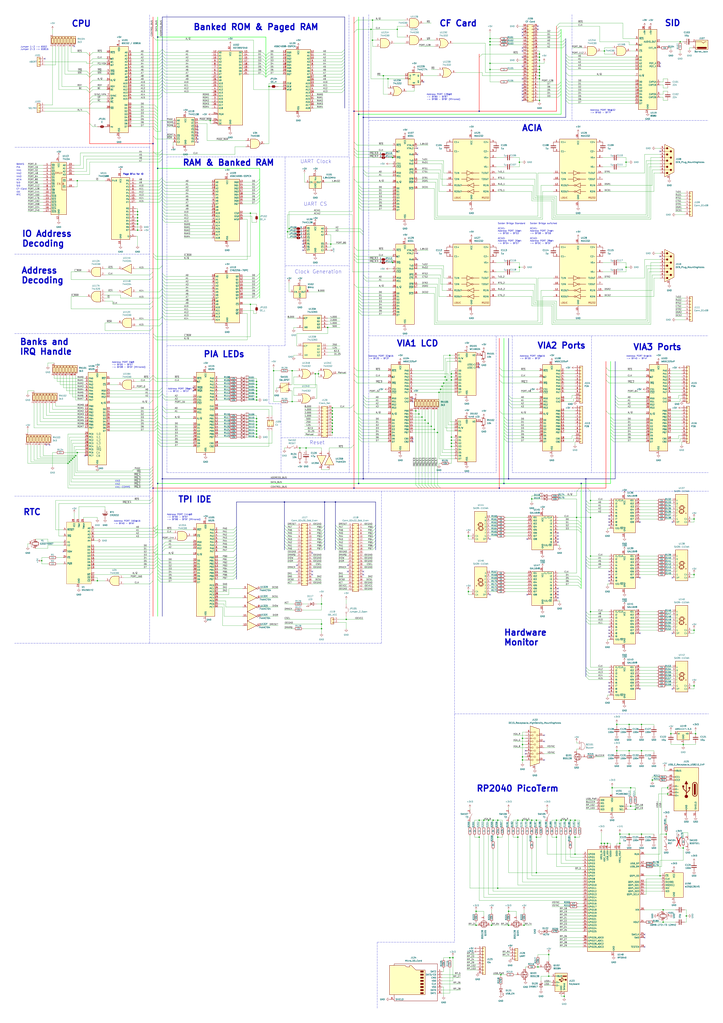
<source format=kicad_sch>
(kicad_sch (version 20231120) (generator "eeschema") (generator_version "8.0")
  (paper "A1" portrait)
  (title_block (title "Massively Overblown Dream-Computer with 6502/65816") (date "2024-06-16") (rev "Rev 0.1") (company "github.com/Synthron"))
  (lib_symbols
    (symbol "6502:4x40 LCD"
      (property "Reference" "DS" (at -5.842 19.05 0))
      (property "Value" "4x40 LCD" (at 5.334 19.05 0))
      (symbol "4x40 LCD_1_1"
        (pin input line (at -10.16 -15.24 0) (length 2.54) (name "D7") (number "1"))
        (pin input line (at -10.16 10.16 0) (length 2.54) (name "R/W") (number "10"))
        (pin input line (at -10.16 7.62 0) (length 2.54) (name "RS") (number "11"))
        (pin input line (at 10.16 15.24 180) (length 2.54) (name "VO") (number "12"))
        (pin power_in line (at 0 -20.32 90) (length 2.54) (name "VSS") (number "13"))
        (pin power_in line (at 0 20.32 270) (length 2.54) (name "VDD") (number "14"))
        (pin input line (at -10.16 12.7 0) (length 2.54) (name "E2") (number "15"))
        (pin input line (at -10.16 -12.7 0) (length 2.54) (name "D6") (number "2"))
        (pin input line (at -10.16 -10.16 0) (length 2.54) (name "D5") (number "3"))
        (pin input line (at -10.16 -7.62 0) (length 2.54) (name "D4") (number "4"))
        (pin input line (at -10.16 -5.08 0) (length 2.54) (name "D3") (number "5"))
        (pin input line (at -10.16 -2.54 0) (length 2.54) (name "D2") (number "6"))
        (pin input line (at -10.16 0 0) (length 2.54) (name "D1") (number "7"))
        (pin input line (at -10.16 2.54 0) (length 2.54) (name "D0") (number "8"))
        (pin input line (at -10.16 15.24 0) (length 2.54) (name "E1") (number "9"))
      )
    )
    (symbol "6502:6520"
      (property "Reference" "U" (at 2.54 38.1 0))
      (property "Value" "6520" (at 2.54 35.56 0))
      (symbol "6520_1_1"
        (pin power_in line (at 0 -35.56 90) (length 2.54) (name "VSS") (number "1"))
        (pin bidirectional line (at 10.16 -2.54 180) (length 2.54) (name "PB0") (number "10"))
        (pin bidirectional line (at 10.16 -5.08 180) (length 2.54) (name "PB1") (number "11"))
        (pin bidirectional line (at 10.16 -7.62 180) (length 2.54) (name "PB2") (number "12"))
        (pin bidirectional line (at 10.16 -10.16 180) (length 2.54) (name "PB3") (number "13"))
        (pin bidirectional line (at 10.16 -12.7 180) (length 2.54) (name "PB4") (number "14"))
        (pin bidirectional line (at 10.16 -15.24 180) (length 2.54) (name "PB5") (number "15"))
        (pin bidirectional line (at 10.16 -17.78 180) (length 2.54) (name "PB6") (number "16"))
        (pin bidirectional line (at 10.16 -20.32 180) (length 2.54) (name "PB7") (number "17"))
        (pin input line (at 10.16 -25.4 180) (length 2.54) (name "CB1") (number "18"))
        (pin bidirectional line (at 10.16 -27.94 180) (length 2.54) (name "CB2") (number "19"))
        (pin bidirectional line (at 10.16 27.94 180) (length 2.54) (name "PA0") (number "2"))
        (pin power_in line (at 0 35.56 270) (length 2.54) (name "VCC") (number "20"))
        (pin input line (at -10.16 -5.08 0) (length 2.54) (name "R/~{W}") (number "21"))
        (pin input line (at -10.16 12.7 0) (length 2.54) (name "CS0") (number "22"))
        (pin input line (at -10.16 7.62 0) (length 2.54) (name "~{CS2}") (number "23"))
        (pin input line (at -10.16 10.16 0) (length 2.54) (name "CS1") (number "24"))
        (pin input clock (at -10.16 25.4 0) (length 2.54) (name "ϕ2") (number "25"))
        (pin bidirectional line (at -10.16 -27.94 0) (length 2.54) (name "D7") (number "26"))
        (pin bidirectional line (at -10.16 -25.4 0) (length 2.54) (name "D6") (number "27"))
        (pin bidirectional line (at -10.16 -22.86 0) (length 2.54) (name "D5") (number "28"))
        (pin bidirectional line (at -10.16 -20.32 0) (length 2.54) (name "D4") (number "29"))
        (pin bidirectional line (at 10.16 25.4 180) (length 2.54) (name "PA1") (number "3"))
        (pin bidirectional line (at -10.16 -17.78 0) (length 2.54) (name "D3") (number "30"))
        (pin bidirectional line (at -10.16 -15.24 0) (length 2.54) (name "D2") (number "31"))
        (pin bidirectional line (at -10.16 -12.7 0) (length 2.54) (name "D1") (number "32"))
        (pin bidirectional line (at -10.16 -10.16 0) (length 2.54) (name "D0") (number "33"))
        (pin input line (at -10.16 27.94 0) (length 2.54) (name "~{RES}") (number "34"))
        (pin input line (at -10.16 0 0) (length 2.54) (name "RS1") (number "35"))
        (pin input line (at -10.16 2.54 0) (length 2.54) (name "RS0") (number "36"))
        (pin open_collector line (at -10.16 20.32 0) (length 2.54) (name "~{IRQB}") (number "37"))
        (pin open_collector line (at -10.16 17.78 0) (length 2.54) (name "~{IRQA}") (number "38"))
        (pin bidirectional line (at 10.16 2.54 180) (length 2.54) (name "CA2") (number "39"))
        (pin bidirectional line (at 10.16 22.86 180) (length 2.54) (name "PA2") (number "4"))
        (pin input line (at 10.16 5.08 180) (length 2.54) (name "CA1") (number "40"))
        (pin bidirectional line (at 10.16 20.32 180) (length 2.54) (name "PA3") (number "5"))
        (pin bidirectional line (at 10.16 17.78 180) (length 2.54) (name "PA4") (number "6"))
        (pin bidirectional line (at 10.16 15.24 180) (length 2.54) (name "PA5") (number "7"))
        (pin bidirectional line (at 10.16 12.7 180) (length 2.54) (name "PA6") (number "8"))
        (pin bidirectional line (at 10.16 10.16 180) (length 2.54) (name "PA7") (number "9"))
      )
    )
    (symbol "6502:6525"
      (property "Reference" "U" (at 2.54 40.64 0))
      (property "Value" "6525" (at 2.54 38.1 0))
      (symbol "6525_1_1"
        (pin power_in line (at 0 -40.64 90) (length 2.54) (name "VSS") (number "1"))
        (pin bidirectional line (at 10.16 10.16 180) (length 2.54) (name "PB0") (number "10"))
        (pin bidirectional line (at 10.16 7.62 180) (length 2.54) (name "PB1") (number "11"))
        (pin bidirectional line (at 10.16 5.08 180) (length 2.54) (name "PB2") (number "12"))
        (pin bidirectional line (at 10.16 2.54 180) (length 2.54) (name "PB3") (number "13"))
        (pin bidirectional line (at 10.16 0 180) (length 2.54) (name "PB4") (number "14"))
        (pin bidirectional line (at 10.16 -2.54 180) (length 2.54) (name "PB5") (number "15"))
        (pin bidirectional line (at 10.16 -5.08 180) (length 2.54) (name "PB6") (number "16"))
        (pin bidirectional line (at 10.16 -7.62 180) (length 2.54) (name "PB7") (number "17"))
        (pin input line (at -10.16 27.94 0) (length 2.54) (name "~{CS}") (number "18"))
        (pin input line (at -10.16 12.7 0) (length 2.54) (name "R/~{W}") (number "19"))
        (pin bidirectional line (at 10.16 33.02 180) (length 2.54) (name "PA0") (number "2"))
        (pin power_in line (at 0 40.64 270) (length 2.54) (name "VDD") (number "20"))
        (pin input line (at -10.16 33.02 0) (length 2.54) (name "~{RST}") (number "21"))
        (pin input line (at -10.16 17.78 0) (length 2.54) (name "RS2") (number "22"))
        (pin input line (at -10.16 20.32 0) (length 2.54) (name "RS1") (number "23"))
        (pin input line (at -10.16 22.86 0) (length 2.54) (name "RS0") (number "24"))
        (pin bidirectional line (at 10.16 -12.7 180) (length 2.54) (name "PC0") (number "25"))
        (pin bidirectional line (at 10.16 -15.24 180) (length 2.54) (name "PC1") (number "26"))
        (pin bidirectional line (at 10.16 -17.78 180) (length 2.54) (name "PC2") (number "27"))
        (pin bidirectional line (at 10.16 -20.32 180) (length 2.54) (name "PC3") (number "28"))
        (pin bidirectional line (at 10.16 -22.86 180) (length 2.54) (name "PC4") (number "29"))
        (pin bidirectional line (at 10.16 30.48 180) (length 2.54) (name "PA1") (number "3"))
        (pin bidirectional line (at 10.16 -25.4 180) (length 2.54) (name "PC5") (number "30"))
        (pin bidirectional line (at 10.16 -27.94 180) (length 2.54) (name "PC6") (number "31"))
        (pin bidirectional line (at 10.16 -30.48 180) (length 2.54) (name "PC7") (number "32"))
        (pin bidirectional line (at -10.16 7.62 0) (length 2.54) (name "D0") (number "33"))
        (pin bidirectional line (at -10.16 5.08 0) (length 2.54) (name "D1") (number "34"))
        (pin bidirectional line (at -10.16 2.54 0) (length 2.54) (name "D2") (number "35"))
        (pin bidirectional line (at -10.16 0 0) (length 2.54) (name "D3") (number "36"))
        (pin bidirectional line (at -10.16 -2.54 0) (length 2.54) (name "D4") (number "37"))
        (pin bidirectional line (at -10.16 -5.08 0) (length 2.54) (name "D5") (number "38"))
        (pin bidirectional line (at -10.16 -7.62 0) (length 2.54) (name "D6") (number "39"))
        (pin bidirectional line (at 10.16 27.94 180) (length 2.54) (name "PA2") (number "4"))
        (pin bidirectional line (at -10.16 -10.16 0) (length 2.54) (name "D7") (number "40"))
        (pin bidirectional line (at 10.16 25.4 180) (length 2.54) (name "PA3") (number "5"))
        (pin bidirectional line (at 10.16 22.86 180) (length 2.54) (name "PA4") (number "6"))
        (pin bidirectional line (at 10.16 20.32 180) (length 2.54) (name "PA5") (number "7"))
        (pin bidirectional line (at 10.16 17.78 180) (length 2.54) (name "PA6") (number "8"))
        (pin bidirectional line (at 10.16 15.24 180) (length 2.54) (name "PA7") (number "9"))
      )
    )
    (symbol "6502:6551"
      (property "Reference" "U" (at 2.54 38.1 0))
      (property "Value" "6551" (at 2.54 35.56 0))
      (symbol "6551_1_1"
        (pin power_in line (at 0 -35.56 90) (length 2.54) (name "VSS") (number "1"))
        (pin output line (at 10.16 15.24 180) (length 2.54) (name "TxD") (number "10"))
        (pin output line (at 10.16 0 180) (length 2.54) (name "~{DTR}") (number "11"))
        (pin input line (at 10.16 12.7 180) (length 2.54) (name "RxD") (number "12"))
        (pin input line (at -10.16 5.08 0) (length 2.54) (name "RS0") (number "13"))
        (pin input line (at -10.16 2.54 0) (length 2.54) (name "RS1") (number "14"))
        (pin power_in line (at 0 35.56 270) (length 2.54) (name "VCC") (number "15"))
        (pin input line (at 10.16 -7.62 180) (length 2.54) (name "~{DCD}") (number "16"))
        (pin input line (at 10.16 -2.54 180) (length 2.54) (name "~{DSR}") (number "17"))
        (pin bidirectional line (at -10.16 -7.62 0) (length 2.54) (name "D0") (number "18"))
        (pin bidirectional line (at -10.16 -10.16 0) (length 2.54) (name "D1") (number "19"))
        (pin input line (at -10.16 12.7 0) (length 2.54) (name "CS1") (number "2"))
        (pin bidirectional line (at -10.16 -12.7 0) (length 2.54) (name "D2") (number "20"))
        (pin bidirectional line (at -10.16 -15.24 0) (length 2.54) (name "D3") (number "21"))
        (pin bidirectional line (at -10.16 -17.78 0) (length 2.54) (name "D4") (number "22"))
        (pin bidirectional line (at -10.16 -20.32 0) (length 2.54) (name "D5") (number "23"))
        (pin bidirectional line (at -10.16 -22.86 0) (length 2.54) (name "D6") (number "24"))
        (pin bidirectional line (at -10.16 -25.4 0) (length 2.54) (name "D7") (number "25"))
        (pin open_collector line (at -10.16 17.78 0) (length 2.54) (name "~{IRQ}") (number "26"))
        (pin input clock (at -10.16 22.86 0) (length 2.54) (name "ϕ2") (number "27"))
        (pin input line (at -10.16 -2.54 0) (length 2.54) (name "R/~{W}") (number "28"))
        (pin input line (at -10.16 10.16 0) (length 2.54) (name "~{CS2}") (number "3"))
        (pin input line (at -10.16 27.94 0) (length 2.54) (name "~{RES}") (number "4"))
        (pin bidirectional clock (at 10.16 20.32 180) (length 2.54) (name "RxC") (number "5"))
        (pin input clock (at 10.16 27.94 180) (length 2.54) (name "XTAL1") (number "6"))
        (pin output line (at 10.16 25.4 180) (length 2.54) (name "XTAL2") (number "7"))
        (pin output line (at 10.16 7.62 180) (length 2.54) (name "~{RTS}") (number "8"))
        (pin input line (at 10.16 5.08 180) (length 2.54) (name "~{CTS}") (number "9"))
      )
    )
    (symbol "6502:8580"
      (property "Reference" "U" (at 5.08 38.1 0))
      (property "Value" "8580" (at 5.08 35.56 0))
      (symbol "8580_1_1"
        (pin passive line (at 10.16 -10.16 180) (length 2.54) (name "CAP1A") (number "1"))
        (pin input line (at -10.16 7.62 0) (length 2.54) (name "A1") (number "10"))
        (pin input line (at -10.16 5.08 0) (length 2.54) (name "A2") (number "11"))
        (pin input line (at -10.16 2.54 0) (length 2.54) (name "A3") (number "12"))
        (pin input line (at -10.16 0 0) (length 2.54) (name "A4") (number "13"))
        (pin power_in line (at 0 -35.56 90) (length 2.54) (name "GND") (number "14"))
        (pin bidirectional line (at -10.16 -10.16 0) (length 2.54) (name "D0") (number "15"))
        (pin bidirectional line (at -10.16 -12.7 0) (length 2.54) (name "D1") (number "16"))
        (pin bidirectional line (at -10.16 -15.24 0) (length 2.54) (name "D2") (number "17"))
        (pin bidirectional line (at -10.16 -17.78 0) (length 2.54) (name "D3") (number "18"))
        (pin bidirectional line (at -10.16 -20.32 0) (length 2.54) (name "D4") (number "19"))
        (pin passive line (at 10.16 -12.7 180) (length 2.54) (name "CAP1B") (number "2"))
        (pin bidirectional line (at -10.16 -22.86 0) (length 2.54) (name "D5") (number "20"))
        (pin bidirectional line (at -10.16 -25.4 0) (length 2.54) (name "D6") (number "21"))
        (pin bidirectional line (at -10.16 -27.94 0) (length 2.54) (name "D7") (number "22"))
        (pin input line (at 10.16 2.54 180) (length 2.54) (name "POT_Y") (number "23"))
        (pin input line (at 10.16 5.08 180) (length 2.54) (name "POT_X") (number "24"))
        (pin power_in line (at 2.54 35.56 270) (length 2.54) (name "+5V") (number "25"))
        (pin input line (at 10.16 17.78 180) (length 2.54) (name "EXT_IN") (number "26"))
        (pin output line (at 10.16 22.86 180) (length 2.54) (name "AUDIO_OUT") (number "27"))
        (pin power_in line (at -2.54 35.56 270) (length 2.54) (name "+9V") (number "28"))
        (pin passive line (at 10.16 -20.32 180) (length 2.54) (name "CAP2A") (number "3"))
        (pin passive line (at 10.16 -22.86 180) (length 2.54) (name "CAP2B") (number "4"))
        (pin input line (at -10.16 25.4 0) (length 2.54) (name "~{RES}") (number "5"))
        (pin input clock (at -10.16 20.32 0) (length 2.54) (name "ϕ2") (number "6"))
        (pin input line (at -10.16 -5.08 0) (length 2.54) (name "R/~{W}") (number "7"))
        (pin input line (at -10.16 15.24 0) (length 2.54) (name "~{CS}") (number "8"))
        (pin input line (at -10.16 10.16 0) (length 2.54) (name "A0") (number "9"))
      )
    )
    (symbol "6502:DS1501YZ"
      (property "Reference" "U" (at 7.366 28.194 0))
      (property "Value" "DS1501YZ" (at -5.08 0 0))
      (symbol "DS1501YZ_1_1"
        (pin open_collector line (at -12.7 -7.62 0) (length 2.54) (name "~{PWR}") (number "1"))
        (pin input line (at 12.7 11.43 180) (length 2.54) (name "A4") (number "10"))
        (pin bidirectional line (at 12.7 6.35 180) (length 2.54) (name "D0") (number "11"))
        (pin bidirectional line (at 12.7 3.81 180) (length 2.54) (name "D1") (number "12"))
        (pin bidirectional line (at 12.7 1.27 180) (length 2.54) (name "D2") (number "13"))
        (pin power_in line (at 0 -26.67 90) (length 2.54) (name "GND") (number "14"))
        (pin bidirectional line (at 12.7 -1.27 180) (length 2.54) (name "D3") (number "15"))
        (pin bidirectional line (at 12.7 -3.81 180) (length 2.54) (name "D4") (number "16"))
        (pin bidirectional line (at 12.7 -6.35 180) (length 2.54) (name "D5") (number "17"))
        (pin bidirectional line (at 12.7 -8.89 180) (length 2.54) (name "D6") (number "18"))
        (pin bidirectional line (at 12.7 -11.43 180) (length 2.54) (name "D7") (number "19"))
        (pin input line (at -12.7 10.16 0) (length 2.54) (name "X1") (number "2"))
        (pin input line (at 12.7 -21.59 180) (length 2.54) (name "~{CE}") (number "20"))
        (pin power_in line (at 0 -26.67 90) (length 2.54) hide (name "GND") (number "21"))
        (pin input line (at 12.7 -19.05 180) (length 2.54) (name "~{OE}") (number "22"))
        (pin output line (at -12.7 2.54 0) (length 2.54) (name "SQW") (number "23"))
        (pin input line (at -12.7 -2.54 0) (length 2.54) (name "~{KS}") (number "24"))
        (pin power_in line (at 0 29.21 270) (length 2.54) (name "V_{BAT}") (number "25"))
        (pin power_in line (at 3.81 29.21 270) (length 2.54) (name "V_{BAUX}") (number "26"))
        (pin power_in line (at 12.7 -16.51 180) (length 2.54) (name "~{WE}") (number "27"))
        (pin power_in line (at -3.81 29.21 270) (length 2.54) (name "VCC") (number "28"))
        (pin output line (at -12.7 7.62 0) (length 2.54) (name "X2") (number "3"))
        (pin input line (at -12.7 20.32 0) (length 2.54) (name "~{RESET}") (number "4"))
        (pin open_collector line (at -12.7 15.24 0) (length 2.54) (name "~{IRQ}") (number "5"))
        (pin input line (at 12.7 21.59 180) (length 2.54) (name "A0") (number "6"))
        (pin input line (at 12.7 19.05 180) (length 2.54) (name "A1") (number "7"))
        (pin input line (at 12.7 16.51 180) (length 2.54) (name "A2") (number "8"))
        (pin input line (at 12.7 13.97 180) (length 2.54) (name "A3") (number "9"))
      )
    )
    (symbol "6502:W65C02SxP"
      (property "Reference" "U101" (at 2.1941 40.64 0))
      (property "Value" "W65C02SxP" (at 2.1941 38.1 0))
      (symbol "W65C02SxP_1_1"
        (pin output line (at -10.16 -7.62 0) (length 2.54) (name "~{VP}") (number "1"))
        (pin tri_state line (at 10.16 27.94 180) (length 2.54) (name "A1") (number "10"))
        (pin tri_state line (at 10.16 25.4 180) (length 2.54) (name "A2") (number "11"))
        (pin tri_state line (at 10.16 22.86 180) (length 2.54) (name "A3") (number "12"))
        (pin tri_state line (at 10.16 20.32 180) (length 2.54) (name "A4") (number "13"))
        (pin tri_state line (at 10.16 17.78 180) (length 2.54) (name "A5") (number "14"))
        (pin tri_state line (at 10.16 15.24 180) (length 2.54) (name "A6") (number "15"))
        (pin tri_state line (at 10.16 12.7 180) (length 2.54) (name "A7") (number "16"))
        (pin tri_state line (at 10.16 10.16 180) (length 2.54) (name "A8") (number "17"))
        (pin tri_state line (at 10.16 7.62 180) (length 2.54) (name "A9") (number "18"))
        (pin tri_state line (at 10.16 5.08 180) (length 2.54) (name "A10") (number "19"))
        (pin open_collector line (at -10.16 2.54 0) (length 2.54) (name "RDY") (number "2"))
        (pin tri_state line (at 10.16 2.54 180) (length 2.54) (name "A11") (number "20"))
        (pin power_in line (at 0 -38.1 90) (length 2.54) (name "VSS") (number "21"))
        (pin tri_state line (at 10.16 0 180) (length 2.54) (name "A12") (number "22"))
        (pin tri_state line (at 10.16 -2.54 180) (length 2.54) (name "A13") (number "23"))
        (pin tri_state line (at 10.16 -5.08 180) (length 2.54) (name "A14") (number "24"))
        (pin tri_state line (at 10.16 -7.62 180) (length 2.54) (name "A15") (number "25"))
        (pin bidirectional line (at 10.16 -30.48 180) (length 2.54) (name "D7") (number "26"))
        (pin bidirectional line (at 10.16 -27.94 180) (length 2.54) (name "D6") (number "27"))
        (pin bidirectional line (at 10.16 -25.4 180) (length 2.54) (name "D5") (number "28"))
        (pin bidirectional line (at 10.16 -22.86 180) (length 2.54) (name "D4") (number "29"))
        (pin output line (at -10.16 22.86 0) (length 2.54) (name "ϕ1") (number "3"))
        (pin bidirectional line (at 10.16 -20.32 180) (length 2.54) (name "D3") (number "30"))
        (pin bidirectional line (at 10.16 -17.78 180) (length 2.54) (name "D2") (number "31"))
        (pin bidirectional line (at 10.16 -15.24 180) (length 2.54) (name "D1") (number "32"))
        (pin bidirectional line (at 10.16 -12.7 180) (length 2.54) (name "D0") (number "33"))
        (pin tri_state line (at -10.16 7.62 0) (length 2.54) (name "R/~{W}") (number "34"))
        (pin output line (at -10.16 -30.48 0) (length 2.54) (name "nc") (number "35"))
        (pin input line (at -10.16 0 0) (length 2.54) (name "BE") (number "36"))
        (pin input clock (at -10.16 25.4 0) (length 2.54) (name "ϕ0") (number "37"))
        (pin input line (at -10.16 -15.24 0) (length 2.54) (name "~{SO}") (number "38"))
        (pin output line (at -10.16 20.32 0) (length 2.54) (name "ϕ2") (number "39"))
        (pin input line (at -10.16 15.24 0) (length 2.54) (name "~{IRQ}") (number "4"))
        (pin input line (at -10.16 30.48 0) (length 2.54) (name "~{RES}") (number "40"))
        (pin output line (at -10.16 -10.16 0) (length 2.54) (name "~{ML}") (number "5"))
        (pin input line (at -10.16 12.7 0) (length 2.54) (name "~{NMI}") (number "6"))
        (pin output line (at -10.16 -5.08 0) (length 2.54) (name "SYNC") (number "7"))
        (pin power_in line (at 0 38.1 270) (length 2.54) (name "VDD") (number "8"))
        (pin tri_state line (at 10.16 30.48 180) (length 2.54) (name "A0") (number "9"))
      )
    )
    (symbol "6502:W65C22SxP"
      (property "Reference" "U" (at 2.54 40.64 0))
      (property "Value" "W65C22SxP" (at 2.54 38.1 0))
      (symbol "W65C22SxP_1_1"
        (pin power_in line (at 0 -38.1 90) (length 2.54) (name "VSS") (number "1"))
        (pin bidirectional line (at 10.16 -2.54 180) (length 2.54) (name "PB0") (number "10"))
        (pin bidirectional line (at 10.16 -5.08 180) (length 2.54) (name "PB1") (number "11"))
        (pin bidirectional line (at 10.16 -7.62 180) (length 2.54) (name "PB2") (number "12"))
        (pin bidirectional line (at 10.16 -10.16 180) (length 2.54) (name "PB3") (number "13"))
        (pin bidirectional line (at 10.16 -12.7 180) (length 2.54) (name "PB4") (number "14"))
        (pin bidirectional line (at 10.16 -15.24 180) (length 2.54) (name "PB5") (number "15"))
        (pin bidirectional line (at 10.16 -17.78 180) (length 2.54) (name "PB6") (number "16"))
        (pin bidirectional line (at 10.16 -20.32 180) (length 2.54) (name "PB7") (number "17"))
        (pin input line (at 10.16 -25.4 180) (length 2.54) (name "CB1") (number "18"))
        (pin bidirectional line (at 10.16 -27.94 180) (length 2.54) (name "CB2") (number "19"))
        (pin bidirectional line (at 10.16 30.48 180) (length 2.54) (name "PA0") (number "2"))
        (pin power_in line (at 0 38.1 270) (length 2.54) (name "VCC") (number "20"))
        (pin output line (at -10.16 20.32 0) (length 2.54) (name "~{IRQ}") (number "21"))
        (pin input line (at -10.16 -5.08 0) (length 2.54) (name "R/~{W}") (number "22"))
        (pin input line (at -10.16 12.7 0) (length 2.54) (name "~{CS2}") (number "23"))
        (pin input line (at -10.16 15.24 0) (length 2.54) (name "CS1") (number "24"))
        (pin input clock (at -10.16 25.4 0) (length 2.54) (name "ϕ2") (number "25"))
        (pin bidirectional line (at -10.16 -27.94 0) (length 2.54) (name "D7") (number "26"))
        (pin bidirectional line (at -10.16 -25.4 0) (length 2.54) (name "D6") (number "27"))
        (pin bidirectional line (at -10.16 -22.86 0) (length 2.54) (name "D5") (number "28"))
        (pin bidirectional line (at -10.16 -20.32 0) (length 2.54) (name "D4") (number "29"))
        (pin bidirectional line (at 10.16 27.94 180) (length 2.54) (name "PA1") (number "3"))
        (pin bidirectional line (at -10.16 -17.78 0) (length 2.54) (name "D3") (number "30"))
        (pin bidirectional line (at -10.16 -15.24 0) (length 2.54) (name "D2") (number "31"))
        (pin bidirectional line (at -10.16 -12.7 0) (length 2.54) (name "D1") (number "32"))
        (pin bidirectional line (at -10.16 -10.16 0) (length 2.54) (name "D0") (number "33"))
        (pin input line (at -10.16 30.48 0) (length 2.54) (name "~{RES}") (number "34"))
        (pin input line (at -10.16 0 0) (length 2.54) (name "RS3") (number "35"))
        (pin input line (at -10.16 2.54 0) (length 2.54) (name "RS2") (number "36"))
        (pin input line (at -10.16 5.08 0) (length 2.54) (name "RS1") (number "37"))
        (pin input line (at -10.16 7.62 0) (length 2.54) (name "RS0") (number "38"))
        (pin bidirectional line (at 10.16 5.08 180) (length 2.54) (name "CA2") (number "39"))
        (pin bidirectional line (at 10.16 25.4 180) (length 2.54) (name "PA2") (number "4"))
        (pin input line (at 10.16 7.62 180) (length 2.54) (name "CA1") (number "40"))
        (pin bidirectional line (at 10.16 22.86 180) (length 2.54) (name "PA3") (number "5"))
        (pin bidirectional line (at 10.16 20.32 180) (length 2.54) (name "PA4") (number "6"))
        (pin bidirectional line (at 10.16 17.78 180) (length 2.54) (name "PA5") (number "7"))
        (pin bidirectional line (at 10.16 15.24 180) (length 2.54) (name "PA6") (number "8"))
        (pin bidirectional line (at 10.16 12.7 180) (length 2.54) (name "PA7") (number "9"))
      )
    )
    (symbol "74xx:74AHC04"
      (property "Reference" "U" (at 0 1.27 0))
      (property "Value" "74AHC04" (at 0 -1.27 0))
      (symbol "74AHC04_1_0"
        (pin input line (at -7.62 0 0) (length 3.81) (name "~") (number "1"))
        (pin output inverted (at 7.62 0 180) (length 3.81) (name "~") (number "2"))
      )
      (symbol "74AHC04_2_0"
        (pin input line (at -7.62 0 0) (length 3.81) (name "~") (number "3"))
        (pin output inverted (at 7.62 0 180) (length 3.81) (name "~") (number "4"))
      )
      (symbol "74AHC04_3_0"
        (pin input line (at -7.62 0 0) (length 3.81) (name "~") (number "5"))
        (pin output inverted (at 7.62 0 180) (length 3.81) (name "~") (number "6"))
      )
      (symbol "74AHC04_4_0"
        (pin output inverted (at 7.62 0 180) (length 3.81) (name "~") (number "8"))
        (pin input line (at -7.62 0 0) (length 3.81) (name "~") (number "9"))
      )
      (symbol "74AHC04_5_0"
        (pin output inverted (at 7.62 0 180) (length 3.81) (name "~") (number "10"))
        (pin input line (at -7.62 0 0) (length 3.81) (name "~") (number "11"))
      )
      (symbol "74AHC04_6_0"
        (pin output inverted (at 7.62 0 180) (length 3.81) (name "~") (number "12"))
        (pin input line (at -7.62 0 0) (length 3.81) (name "~") (number "13"))
      )
      (symbol "74AHC04_7_0"
        (pin power_in line (at 0 12.7 270) (length 5.08) (name "VCC") (number "14"))
        (pin power_in line (at 0 -12.7 90) (length 5.08) (name "GND") (number "7"))
      )
    )
    (symbol "74xx:74AHCT04"
      (property "Reference" "U" (at 0 1.27 0))
      (property "Value" "74AHCT04" (at 0 -1.27 0))
      (symbol "74AHCT04_1_0"
        (pin input line (at -7.62 0 0) (length 3.81) (name "~") (number "1"))
        (pin output inverted (at 7.62 0 180) (length 3.81) (name "~") (number "2"))
      )
      (symbol "74AHCT04_2_0"
        (pin input line (at -7.62 0 0) (length 3.81) (name "~") (number "3"))
        (pin output inverted (at 7.62 0 180) (length 3.81) (name "~") (number "4"))
      )
      (symbol "74AHCT04_3_0"
        (pin input line (at -7.62 0 0) (length 3.81) (name "~") (number "5"))
        (pin output inverted (at 7.62 0 180) (length 3.81) (name "~") (number "6"))
      )
      (symbol "74AHCT04_4_0"
        (pin output inverted (at 7.62 0 180) (length 3.81) (name "~") (number "8"))
        (pin input line (at -7.62 0 0) (length 3.81) (name "~") (number "9"))
      )
      (symbol "74AHCT04_5_0"
        (pin output inverted (at 7.62 0 180) (length 3.81) (name "~") (number "10"))
        (pin input line (at -7.62 0 0) (length 3.81) (name "~") (number "11"))
      )
      (symbol "74AHCT04_6_0"
        (pin output inverted (at 7.62 0 180) (length 3.81) (name "~") (number "12"))
        (pin input line (at -7.62 0 0) (length 3.81) (name "~") (number "13"))
      )
      (symbol "74AHCT04_7_0"
        (pin power_in line (at 0 12.7 270) (length 5.08) (name "VCC") (number "14"))
        (pin power_in line (at 0 -12.7 90) (length 5.08) (name "GND") (number "7"))
      )
    )
    (symbol "74xx:74HC00" (pin_names (offset 1.016))
      (property "Reference" "U" (at 0 1.27 0))
      (property "Value" "74HC00" (at 0 -1.27 0))
      (symbol "74HC00_1_1"
        (pin input line (at -7.62 2.54 0) (length 3.81) (name "~") (number "1"))
        (pin input line (at -7.62 -2.54 0) (length 3.81) (name "~") (number "2"))
        (pin output inverted (at 7.62 0 180) (length 3.81) (name "~") (number "3"))
      )
      (symbol "74HC00_1_2"
        (pin input inverted (at -7.62 2.54 0) (length 4.318) (name "~") (number "1"))
        (pin input inverted (at -7.62 -2.54 0) (length 4.318) (name "~") (number "2"))
        (pin output line (at 7.62 0 180) (length 3.81) (name "~") (number "3"))
      )
      (symbol "74HC00_2_1"
        (pin input line (at -7.62 2.54 0) (length 3.81) (name "~") (number "4"))
        (pin input line (at -7.62 -2.54 0) (length 3.81) (name "~") (number "5"))
        (pin output inverted (at 7.62 0 180) (length 3.81) (name "~") (number "6"))
      )
      (symbol "74HC00_2_2"
        (pin input inverted (at -7.62 2.54 0) (length 4.318) (name "~") (number "4"))
        (pin input inverted (at -7.62 -2.54 0) (length 4.318) (name "~") (number "5"))
        (pin output line (at 7.62 0 180) (length 3.81) (name "~") (number "6"))
      )
      (symbol "74HC00_3_1"
        (pin input line (at -7.62 -2.54 0) (length 3.81) (name "~") (number "10"))
        (pin output inverted (at 7.62 0 180) (length 3.81) (name "~") (number "8"))
        (pin input line (at -7.62 2.54 0) (length 3.81) (name "~") (number "9"))
      )
      (symbol "74HC00_3_2"
        (pin input inverted (at -7.62 -2.54 0) (length 4.318) (name "~") (number "10"))
        (pin output line (at 7.62 0 180) (length 3.81) (name "~") (number "8"))
        (pin input inverted (at -7.62 2.54 0) (length 4.318) (name "~") (number "9"))
      )
      (symbol "74HC00_4_1"
        (pin output inverted (at 7.62 0 180) (length 3.81) (name "~") (number "11"))
        (pin input line (at -7.62 2.54 0) (length 3.81) (name "~") (number "12"))
        (pin input line (at -7.62 -2.54 0) (length 3.81) (name "~") (number "13"))
      )
      (symbol "74HC00_4_2"
        (pin output line (at 7.62 0 180) (length 3.81) (name "~") (number "11"))
        (pin input inverted (at -7.62 2.54 0) (length 4.318) (name "~") (number "12"))
        (pin input inverted (at -7.62 -2.54 0) (length 4.318) (name "~") (number "13"))
      )
      (symbol "74HC00_5_0"
        (pin power_in line (at 0 12.7 270) (length 5.08) (name "VCC") (number "14"))
        (pin power_in line (at 0 -12.7 90) (length 5.08) (name "GND") (number "7"))
      )
    )
    (symbol "74xx:74HC02" (pin_names (offset 1.016))
      (property "Reference" "U" (at 0 1.27 0))
      (property "Value" "74HC02" (at 0 -1.27 0))
      (symbol "74HC02_1_1"
        (pin output inverted (at 7.62 0 180) (length 3.81) (name "~") (number "1"))
        (pin input line (at -7.62 2.54 0) (length 4.318) (name "~") (number "2"))
        (pin input line (at -7.62 -2.54 0) (length 4.318) (name "~") (number "3"))
      )
      (symbol "74HC02_1_2"
        (pin output line (at 7.62 0 180) (length 3.81) (name "~") (number "1"))
        (pin input inverted (at -7.62 2.54 0) (length 3.81) (name "~") (number "2"))
        (pin input inverted (at -7.62 -2.54 0) (length 3.81) (name "~") (number "3"))
      )
      (symbol "74HC02_2_1"
        (pin output inverted (at 7.62 0 180) (length 3.81) (name "~") (number "4"))
        (pin input line (at -7.62 2.54 0) (length 4.318) (name "~") (number "5"))
        (pin input line (at -7.62 -2.54 0) (length 4.318) (name "~") (number "6"))
      )
      (symbol "74HC02_2_2"
        (pin output line (at 7.62 0 180) (length 3.81) (name "~") (number "4"))
        (pin input inverted (at -7.62 2.54 0) (length 3.81) (name "~") (number "5"))
        (pin input inverted (at -7.62 -2.54 0) (length 3.81) (name "~") (number "6"))
      )
      (symbol "74HC02_3_1"
        (pin output inverted (at 7.62 0 180) (length 3.81) (name "~") (number "10"))
        (pin input line (at -7.62 2.54 0) (length 4.318) (name "~") (number "8"))
        (pin input line (at -7.62 -2.54 0) (length 4.318) (name "~") (number "9"))
      )
      (symbol "74HC02_3_2"
        (pin output line (at 7.62 0 180) (length 3.81) (name "~") (number "10"))
        (pin input inverted (at -7.62 2.54 0) (length 3.81) (name "~") (number "8"))
        (pin input inverted (at -7.62 -2.54 0) (length 3.81) (name "~") (number "9"))
      )
      (symbol "74HC02_4_1"
        (pin input line (at -7.62 2.54 0) (length 4.318) (name "~") (number "11"))
        (pin input line (at -7.62 -2.54 0) (length 4.318) (name "~") (number "12"))
        (pin output inverted (at 7.62 0 180) (length 3.81) (name "~") (number "13"))
      )
      (symbol "74HC02_4_2"
        (pin input inverted (at -7.62 2.54 0) (length 3.81) (name "~") (number "11"))
        (pin input inverted (at -7.62 -2.54 0) (length 3.81) (name "~") (number "12"))
        (pin output line (at 7.62 0 180) (length 3.81) (name "~") (number "13"))
      )
      (symbol "74HC02_5_0"
        (pin power_in line (at 0 12.7 270) (length 5.08) (name "VCC") (number "14"))
        (pin power_in line (at 0 -12.7 90) (length 5.08) (name "GND") (number "7"))
      )
    )
    (symbol "74xx:74HC04"
      (property "Reference" "U" (at 0 1.27 0))
      (property "Value" "74HC04" (at 0 -1.27 0))
      (symbol "74HC04_1_0"
        (pin input line (at -7.62 0 0) (length 3.81) (name "~") (number "1"))
        (pin output inverted (at 7.62 0 180) (length 3.81) (name "~") (number "2"))
      )
      (symbol "74HC04_2_0"
        (pin input line (at -7.62 0 0) (length 3.81) (name "~") (number "3"))
        (pin output inverted (at 7.62 0 180) (length 3.81) (name "~") (number "4"))
      )
      (symbol "74HC04_3_0"
        (pin input line (at -7.62 0 0) (length 3.81) (name "~") (number "5"))
        (pin output inverted (at 7.62 0 180) (length 3.81) (name "~") (number "6"))
      )
      (symbol "74HC04_4_0"
        (pin output inverted (at 7.62 0 180) (length 3.81) (name "~") (number "8"))
        (pin input line (at -7.62 0 0) (length 3.81) (name "~") (number "9"))
      )
      (symbol "74HC04_5_0"
        (pin output inverted (at 7.62 0 180) (length 3.81) (name "~") (number "10"))
        (pin input line (at -7.62 0 0) (length 3.81) (name "~") (number "11"))
      )
      (symbol "74HC04_6_0"
        (pin output inverted (at 7.62 0 180) (length 3.81) (name "~") (number "12"))
        (pin input line (at -7.62 0 0) (length 3.81) (name "~") (number "13"))
      )
      (symbol "74HC04_7_0"
        (pin power_in line (at 0 12.7 270) (length 5.08) (name "VCC") (number "14"))
        (pin power_in line (at 0 -12.7 90) (length 5.08) (name "GND") (number "7"))
      )
    )
    (symbol "74xx:74HC138"
      (property "Reference" "U" (at -7.62 13.97 0))
      (property "Value" "74HC138" (at 2.54 -11.43 0))
      (symbol "74HC138_1_1"
        (pin input line (at -10.16 10.16 0) (length 2.54) (name "A0") (number "1"))
        (pin output line (at 10.16 -2.54 180) (length 2.54) (name "~{Y5}") (number "10"))
        (pin output line (at 10.16 0 180) (length 2.54) (name "~{Y4}") (number "11"))
        (pin output line (at 10.16 2.54 180) (length 2.54) (name "~{Y3}") (number "12"))
        (pin output line (at 10.16 5.08 180) (length 2.54) (name "~{Y2}") (number "13"))
        (pin output line (at 10.16 7.62 180) (length 2.54) (name "~{Y1}") (number "14"))
        (pin output line (at 10.16 10.16 180) (length 2.54) (name "~{Y0}") (number "15"))
        (pin power_in line (at 0 15.24 270) (length 2.54) (name "VCC") (number "16"))
        (pin input line (at -10.16 7.62 0) (length 2.54) (name "A1") (number "2"))
        (pin input line (at -10.16 5.08 0) (length 2.54) (name "A2") (number "3"))
        (pin input line (at -10.16 -2.54 0) (length 2.54) (name "~{E0}") (number "4"))
        (pin input line (at -10.16 -5.08 0) (length 2.54) (name "~{E1}") (number "5"))
        (pin input line (at -10.16 -7.62 0) (length 2.54) (name "E2") (number "6"))
        (pin output line (at 10.16 -7.62 180) (length 2.54) (name "~{Y7}") (number "7"))
        (pin power_in line (at 0 -12.7 90) (length 2.54) (name "GND") (number "8"))
        (pin output line (at 10.16 -5.08 180) (length 2.54) (name "~{Y6}") (number "9"))
      )
    )
    (symbol "74xx:74HC688"
      (property "Reference" "U" (at -7.62 26.67 0))
      (property "Value" "74HC688" (at -7.62 -26.67 0))
      (symbol "74HC688_1_0"
        (pin input inverted (at -12.7 -22.86 0) (length 5.08) (name "G") (number "1"))
        (pin power_in line (at 0 -30.48 90) (length 5.08) (name "GND") (number "10"))
        (pin input line (at -12.7 12.7 0) (length 5.08) (name "P4") (number "11"))
        (pin input line (at -12.7 -10.16 0) (length 5.08) (name "R4") (number "12"))
        (pin input line (at -12.7 10.16 0) (length 5.08) (name "P5") (number "13"))
        (pin input line (at -12.7 -12.7 0) (length 5.08) (name "R5") (number "14"))
        (pin input line (at -12.7 7.62 0) (length 5.08) (name "P6") (number "15"))
        (pin input line (at -12.7 -15.24 0) (length 5.08) (name "R6") (number "16"))
        (pin input line (at -12.7 5.08 0) (length 5.08) (name "P7") (number "17"))
        (pin input line (at -12.7 -17.78 0) (length 5.08) (name "R7") (number "18"))
        (pin output inverted (at 12.7 22.86 180) (length 5.08) (name "P=R") (number "19"))
        (pin input line (at -12.7 22.86 0) (length 5.08) (name "P0") (number "2"))
        (pin power_in line (at 0 30.48 270) (length 5.08) (name "VCC") (number "20"))
        (pin input line (at -12.7 0 0) (length 5.08) (name "R0") (number "3"))
        (pin input line (at -12.7 20.32 0) (length 5.08) (name "P1") (number "4"))
        (pin input line (at -12.7 -2.54 0) (length 5.08) (name "R1") (number "5"))
        (pin input line (at -12.7 17.78 0) (length 5.08) (name "P2") (number "6"))
        (pin input line (at -12.7 -5.08 0) (length 5.08) (name "R2") (number "7"))
        (pin input line (at -12.7 15.24 0) (length 5.08) (name "P3") (number "8"))
        (pin input line (at -12.7 -7.62 0) (length 5.08) (name "R3") (number "9"))
      )
    )
    (symbol "74xx:74HCT74" (pin_names (offset 1.016))
      (property "Reference" "U" (at -7.62 8.89 0))
      (property "Value" "74HCT74" (at -7.62 -8.89 0))
      (symbol "74HCT74_1_0"
        (pin input line (at 0 -7.62 90) (length 2.54) (name "~{R}") (number "1"))
        (pin input line (at -7.62 2.54 0) (length 2.54) (name "D") (number "2"))
        (pin input clock (at -7.62 0 0) (length 2.54) (name "C") (number "3"))
        (pin input line (at 0 7.62 270) (length 2.54) (name "~{S}") (number "4"))
        (pin output line (at 7.62 2.54 180) (length 2.54) (name "Q") (number "5"))
        (pin output line (at 7.62 -2.54 180) (length 2.54) (name "~{Q}") (number "6"))
      )
      (symbol "74HCT74_2_0"
        (pin input line (at 0 7.62 270) (length 2.54) (name "~{S}") (number "10"))
        (pin input clock (at -7.62 0 0) (length 2.54) (name "C") (number "11"))
        (pin input line (at -7.62 2.54 0) (length 2.54) (name "D") (number "12"))
        (pin input line (at 0 -7.62 90) (length 2.54) (name "~{R}") (number "13"))
        (pin output line (at 7.62 -2.54 180) (length 2.54) (name "~{Q}") (number "8"))
        (pin output line (at 7.62 2.54 180) (length 2.54) (name "Q") (number "9"))
      )
      (symbol "74HCT74_3_0"
        (pin power_in line (at 0 10.16 270) (length 2.54) (name "VCC") (number "14"))
        (pin power_in line (at 0 -10.16 90) (length 2.54) (name "GND") (number "7"))
      )
    )
    (symbol "74xx:74LS20" (pin_names (offset 1.016))
      (property "Reference" "U" (at 0 1.27 0))
      (property "Value" "74LS20" (at 0 -1.27 0))
      (symbol "74LS20_1_1"
        (pin input line (at -7.62 3.81 0) (length 3.81) (name "~") (number "1"))
        (pin input line (at -7.62 1.27 0) (length 3.81) (name "~") (number "2"))
        (pin input line (at -7.62 -1.27 0) (length 3.81) (name "~") (number "4"))
        (pin input line (at -7.62 -3.81 0) (length 3.81) (name "~") (number "5"))
        (pin output inverted (at 7.62 0 180) (length 3.81) (name "~") (number "6"))
      )
      (symbol "74LS20_1_2"
        (pin input inverted (at -7.62 3.81 0) (length 3.81) (name "~") (number "1"))
        (pin input inverted (at -7.62 1.27 0) (length 4.826) (name "~") (number "2"))
        (pin input inverted (at -7.62 -1.27 0) (length 4.826) (name "~") (number "4"))
        (pin input inverted (at -7.62 -3.81 0) (length 3.81) (name "~") (number "5"))
        (pin output line (at 7.62 0 180) (length 3.81) (name "~") (number "6"))
      )
      (symbol "74LS20_2_1"
        (pin input line (at -7.62 1.27 0) (length 3.81) (name "~") (number "10"))
        (pin input line (at -7.62 -1.27 0) (length 3.81) (name "~") (number "12"))
        (pin input line (at -7.62 -3.81 0) (length 3.81) (name "~") (number "13"))
        (pin output inverted (at 7.62 0 180) (length 3.81) (name "~") (number "8"))
        (pin input line (at -7.62 3.81 0) (length 3.81) (name "~") (number "9"))
      )
      (symbol "74LS20_2_2"
        (pin input inverted (at -7.62 1.27 0) (length 4.826) (name "~") (number "10"))
        (pin input inverted (at -7.62 -1.27 0) (length 4.826) (name "~") (number "12"))
        (pin input inverted (at -7.62 -3.81 0) (length 3.81) (name "~") (number "13"))
        (pin output line (at 7.62 0 180) (length 3.81) (name "~") (number "8"))
        (pin input inverted (at -7.62 3.81 0) (length 3.81) (name "~") (number "9"))
      )
      (symbol "74LS20_3_0"
        (pin power_in line (at 0 12.7 270) (length 5.08) (name "VCC") (number "14"))
        (pin power_in line (at 0 -12.7 90) (length 5.08) (name "GND") (number "7"))
      )
    )
    (symbol "74xx:74LS32" (pin_names (offset 1.016))
      (property "Reference" "U" (at 0 1.27 0))
      (property "Value" "74LS32" (at 0 -1.27 0))
      (symbol "74LS32_1_1"
        (pin input line (at -7.62 2.54 0) (length 4.318) (name "~") (number "1"))
        (pin input line (at -7.62 -2.54 0) (length 4.318) (name "~") (number "2"))
        (pin output line (at 7.62 0 180) (length 3.81) (name "~") (number "3"))
      )
      (symbol "74LS32_1_2"
        (pin input inverted (at -7.62 2.54 0) (length 3.81) (name "~") (number "1"))
        (pin input inverted (at -7.62 -2.54 0) (length 3.81) (name "~") (number "2"))
        (pin output inverted (at 7.62 0 180) (length 3.81) (name "~") (number "3"))
      )
      (symbol "74LS32_2_1"
        (pin input line (at -7.62 2.54 0) (length 4.318) (name "~") (number "4"))
        (pin input line (at -7.62 -2.54 0) (length 4.318) (name "~") (number "5"))
        (pin output line (at 7.62 0 180) (length 3.81) (name "~") (number "6"))
      )
      (symbol "74LS32_2_2"
        (pin input inverted (at -7.62 2.54 0) (length 3.81) (name "~") (number "4"))
        (pin input inverted (at -7.62 -2.54 0) (length 3.81) (name "~") (number "5"))
        (pin output inverted (at 7.62 0 180) (length 3.81) (name "~") (number "6"))
      )
      (symbol "74LS32_3_1"
        (pin input line (at -7.62 -2.54 0) (length 4.318) (name "~") (number "10"))
        (pin output line (at 7.62 0 180) (length 3.81) (name "~") (number "8"))
        (pin input line (at -7.62 2.54 0) (length 4.318) (name "~") (number "9"))
      )
      (symbol "74LS32_3_2"
        (pin input inverted (at -7.62 -2.54 0) (length 3.81) (name "~") (number "10"))
        (pin output inverted (at 7.62 0 180) (length 3.81) (name "~") (number "8"))
        (pin input inverted (at -7.62 2.54 0) (length 3.81) (name "~") (number "9"))
      )
      (symbol "74LS32_4_1"
        (pin output line (at 7.62 0 180) (length 3.81) (name "~") (number "11"))
        (pin input line (at -7.62 2.54 0) (length 4.318) (name "~") (number "12"))
        (pin input line (at -7.62 -2.54 0) (length 4.318) (name "~") (number "13"))
      )
      (symbol "74LS32_4_2"
        (pin output inverted (at 7.62 0 180) (length 3.81) (name "~") (number "11"))
        (pin input inverted (at -7.62 2.54 0) (length 3.81) (name "~") (number "12"))
        (pin input inverted (at -7.62 -2.54 0) (length 3.81) (name "~") (number "13"))
      )
      (symbol "74LS32_5_0"
        (pin power_in line (at 0 12.7 270) (length 5.08) (name "VCC") (number "14"))
        (pin power_in line (at 0 -12.7 90) (length 5.08) (name "GND") (number "7"))
      )
    )
    (symbol "74xx:74LS393" (pin_names (offset 1.016))
      (property "Reference" "U" (at -7.62 8.89 0))
      (property "Value" "74LS393" (at -7.62 -8.89 0))
      (symbol "74LS393_1_0"
        (pin input clock (at -12.7 2.54 0) (length 5.08) (name "CP") (number "1"))
        (pin input line (at -12.7 -5.08 0) (length 5.08) (name "MR") (number "2"))
        (pin output line (at 12.7 2.54 180) (length 5.08) (name "Q0") (number "3"))
        (pin output line (at 12.7 0 180) (length 5.08) (name "Q1") (number "4"))
        (pin output line (at 12.7 -2.54 180) (length 5.08) (name "Q2") (number "5"))
        (pin output line (at 12.7 -5.08 180) (length 5.08) (name "Q3") (number "6"))
      )
      (symbol "74LS393_2_0"
        (pin output line (at 12.7 0 180) (length 5.08) (name "Q1") (number "10"))
        (pin output line (at 12.7 2.54 180) (length 5.08) (name "Q0") (number "11"))
        (pin input line (at -12.7 -5.08 0) (length 5.08) (name "MR") (number "12"))
        (pin input clock (at -12.7 2.54 0) (length 5.08) (name "CP") (number "13"))
        (pin output line (at 12.7 -5.08 180) (length 5.08) (name "Q3") (number "8"))
        (pin output line (at 12.7 -2.54 180) (length 5.08) (name "Q2") (number "9"))
      )
      (symbol "74LS393_3_0"
        (pin power_in line (at 0 12.7 270) (length 5.08) (name "VCC") (number "14"))
        (pin power_in line (at 0 -12.7 90) (length 5.08) (name "GND") (number "7"))
      )
    )
    (symbol "74xx_IEEE:74154"
      (property "Reference" "U" (at 6.35 25.4 0))
      (property "Value" "74154" (at 7.62 -21.59 0))
      (symbol "74154_0_0"
        (text "&" (at -3.81 5.08 0) (effects (font (size 1.524 1.524))))
        (text "DMUX" (at 0 13.97 0) (effects (font (size 1.524 1.524))))
        (text "EN" (at 0 5.08 0) (effects (font (size 1.524 1.524))))
        (pin power_in line (at 0 -25.4 90) (length 5.08) (name "GND") (number "12"))
        (pin power_in line (at 0 27.94 270) (length 5.08) (name "VCC") (number "24"))
      )
      (symbol "74154_1_1"
        (pin output line (at 12.7 20.32 180) (length 6.35) (name "~{S0}") (number "1"))
        (pin output line (at 12.7 -2.54 180) (length 6.35) (name "~{S9}") (number "10"))
        (pin output line (at 12.7 -5.08 180) (length 6.35) (name "~{S10}") (number "11"))
        (pin output line (at 12.7 -7.62 180) (length 6.35) (name "~{S11}") (number "13"))
        (pin output line (at 12.7 -10.16 180) (length 6.35) (name "~{S12}") (number "14"))
        (pin output line (at 12.7 -12.7 180) (length 6.35) (name "~{S13}") (number "15"))
        (pin output line (at 12.7 -15.24 180) (length 6.35) (name "~{S14}") (number "16"))
        (pin output line (at 12.7 -17.78 180) (length 6.35) (name "~{S15}") (number "17"))
        (pin input line (at -12.7 7.62 0) (length 6.35) (name "~{E0}") (number "18"))
        (pin input line (at -12.7 2.54 0) (length 6.35) (name "~{E1}") (number "19"))
        (pin output line (at 12.7 17.78 180) (length 6.35) (name "~{S1}") (number "2"))
        (pin input line (at -12.7 12.7 0) (length 6.35) (name "A3") (number "20"))
        (pin input line (at -12.7 15.24 0) (length 6.35) (name "A2") (number "21"))
        (pin input line (at -12.7 17.78 0) (length 6.35) (name "A1") (number "22"))
        (pin input line (at -12.7 20.32 0) (length 6.35) (name "A0") (number "23"))
        (pin output line (at 12.7 15.24 180) (length 6.35) (name "~{S2}") (number "3"))
        (pin output line (at 12.7 12.7 180) (length 6.35) (name "~{S3}") (number "4"))
        (pin output line (at 12.7 10.16 180) (length 6.35) (name "~{S4}") (number "5"))
        (pin output line (at 12.7 7.62 180) (length 6.35) (name "~{S5}") (number "6"))
        (pin output line (at 12.7 5.08 180) (length 6.35) (name "~{S6}") (number "7"))
        (pin output line (at 12.7 2.54 180) (length 6.35) (name "~{S7}") (number "8"))
        (pin output line (at 12.7 0 180) (length 6.35) (name "~{S8}") (number "9"))
      )
    )
    (symbol "Connector:Barrel_Jack" (pin_names (offset 1.016))
      (property "Reference" "J" (at 0 5.334 0))
      (property "Value" "Barrel_Jack" (at 0 -5.08 0))
      (symbol "Barrel_Jack_1_1"
        (pin passive line (at 7.62 2.54 180) (length 2.54) (name "~") (number "1"))
        (pin passive line (at 7.62 -2.54 180) (length 2.54) (name "~") (number "2"))
      )
    )
    (symbol "Connector:DE15_Receptacle_HighDensity_MountingHoles" (pin_names (offset 1.016) hide)
      (property "Reference" "J" (at 0 21.59 0))
      (property "Value" "DE15_Receptacle_HighDensity_MountingHoles" (at 0 19.05 0))
      (symbol "DE15_Receptacle_HighDensity_MountingHoles_1_1"
        (pin passive line (at 0 -17.78 90) (length 3.81) (name "~") (number "0"))
        (pin passive line (at -7.62 10.16 0) (length 5.08) (name "~") (number "1"))
        (pin passive line (at -7.62 -7.62 0) (length 5.08) (name "~") (number "10"))
        (pin passive line (at 7.62 10.16 180) (length 5.08) (name "~") (number "11"))
        (pin passive line (at 7.62 5.08 180) (length 5.08) (name "~") (number "12"))
        (pin passive line (at 7.62 0 180) (length 5.08) (name "~") (number "13"))
        (pin passive line (at 7.62 -5.08 180) (length 5.08) (name "~") (number "14"))
        (pin passive line (at 7.62 -10.16 180) (length 5.08) (name "~") (number "15"))
        (pin passive line (at -7.62 5.08 0) (length 5.08) (name "~") (number "2"))
        (pin passive line (at -7.62 0 0) (length 5.08) (name "~") (number "3"))
        (pin passive line (at -7.62 -5.08 0) (length 5.08) (name "~") (number "4"))
        (pin passive line (at -7.62 -10.16 0) (length 5.08) (name "~") (number "5"))
        (pin passive line (at -7.62 12.7 0) (length 5.08) (name "~") (number "6"))
        (pin passive line (at -7.62 7.62 0) (length 5.08) (name "~") (number "7"))
        (pin passive line (at -7.62 2.54 0) (length 5.08) (name "~") (number "8"))
        (pin passive line (at -7.62 -2.54 0) (length 5.08) (name "~") (number "9"))
      )
    )
    (symbol "Connector:DE9_Plug_MountingHoles" (pin_names (offset 1.016) hide)
      (property "Reference" "J" (at 0 16.51 0))
      (property "Value" "DE9_Plug_MountingHoles" (at 0 14.605 0))
      (symbol "DE9_Plug_MountingHoles_1_1"
        (pin passive line (at 0 -15.24 90) (length 3.81) (name "PAD") (number "0"))
        (pin passive line (at -7.62 -10.16 0) (length 3.81) (name "1") (number "1"))
        (pin passive line (at -7.62 -5.08 0) (length 3.81) (name "2") (number "2"))
        (pin passive line (at -7.62 0 0) (length 3.81) (name "3") (number "3"))
        (pin passive line (at -7.62 5.08 0) (length 3.81) (name "4") (number "4"))
        (pin passive line (at -7.62 10.16 0) (length 3.81) (name "5") (number "5"))
        (pin passive line (at -7.62 -7.62 0) (length 3.81) (name "6") (number "6"))
        (pin passive line (at -7.62 -2.54 0) (length 3.81) (name "7") (number "7"))
        (pin passive line (at -7.62 2.54 0) (length 3.81) (name "8") (number "8"))
        (pin passive line (at -7.62 7.62 0) (length 3.81) (name "9") (number "9"))
      )
    )
    (symbol "Connector:Micro_SD_Card" (pin_names (offset 1.016))
      (property "Reference" "J" (at -16.51 15.24 0))
      (property "Value" "Micro_SD_Card" (at 16.51 15.24 0))
      (symbol "Micro_SD_Card_1_1"
        (pin bidirectional line (at -22.86 7.62 0) (length 3.81) (name "DAT2") (number "1"))
        (pin bidirectional line (at -22.86 5.08 0) (length 3.81) (name "DAT3/CD") (number "2"))
        (pin input line (at -22.86 2.54 0) (length 3.81) (name "CMD") (number "3"))
        (pin power_in line (at -22.86 0 0) (length 3.81) (name "VDD") (number "4"))
        (pin input line (at -22.86 -2.54 0) (length 3.81) (name "CLK") (number "5"))
        (pin power_in line (at -22.86 -5.08 0) (length 3.81) (name "VSS") (number "6"))
        (pin bidirectional line (at -22.86 -7.62 0) (length 3.81) (name "DAT0") (number "7"))
        (pin bidirectional line (at -22.86 -10.16 0) (length 3.81) (name "DAT1") (number "8"))
        (pin passive line (at 20.32 -15.24 180) (length 3.81) (name "SHIELD") (number "9"))
      )
    )
    (symbol "Connector:USB_A" (pin_names (offset 1.016))
      (property "Reference" "J" (at -5.08 11.43 0))
      (property "Value" "USB_A" (at -5.08 8.89 0))
      (symbol "USB_A_1_1"
        (pin power_in line (at 7.62 5.08 180) (length 2.54) (name "VBUS") (number "1"))
        (pin bidirectional line (at 7.62 -2.54 180) (length 2.54) (name "D-") (number "2"))
        (pin bidirectional line (at 7.62 0 180) (length 2.54) (name "D+") (number "3"))
        (pin power_in line (at 0 -10.16 90) (length 2.54) (name "GND") (number "4"))
        (pin passive line (at -2.54 -10.16 90) (length 2.54) (name "Shield") (number "5"))
      )
    )
    (symbol "Connector:USB_C_Receptacle_USB2.0_14P" (pin_names (offset 1.016))
      (property "Reference" "J" (at 0 22.225 0))
      (property "Value" "USB_C_Receptacle_USB2.0_14P" (at 0 19.685 0))
      (symbol "USB_C_Receptacle_USB2.0_14P_1_1"
        (pin passive line (at 0 -22.86 90) (length 5.08) (name "GND") (number "A1"))
        (pin passive line (at 0 -22.86 90) (length 5.08) hide (name "GND") (number "A12"))
        (pin passive line (at 15.24 15.24 180) (length 5.08) (name "VBUS") (number "A4"))
        (pin bidirectional line (at 15.24 10.16 180) (length 5.08) (name "CC1") (number "A5"))
        (pin bidirectional line (at 15.24 -2.54 180) (length 5.08) (name "D+") (number "A6"))
        (pin bidirectional line (at 15.24 2.54 180) (length 5.08) (name "D-") (number "A7"))
        (pin passive line (at 15.24 15.24 180) (length 5.08) hide (name "VBUS") (number "A9"))
        (pin passive line (at 0 -22.86 90) (length 5.08) hide (name "GND") (number "B1"))
        (pin passive line (at 0 -22.86 90) (length 5.08) hide (name "GND") (number "B12"))
        (pin passive line (at 15.24 15.24 180) (length 5.08) hide (name "VBUS") (number "B4"))
        (pin bidirectional line (at 15.24 7.62 180) (length 5.08) (name "CC2") (number "B5"))
        (pin bidirectional line (at 15.24 -5.08 180) (length 5.08) (name "D+") (number "B6"))
        (pin bidirectional line (at 15.24 0 180) (length 5.08) (name "D-") (number "B7"))
        (pin passive line (at 15.24 15.24 180) (length 5.08) hide (name "VBUS") (number "B9"))
        (pin passive line (at -7.62 -22.86 90) (length 5.08) (name "SHIELD") (number "S1"))
      )
    )
    (symbol "Connector_Generic:Conn_01x02" (pin_names (offset 1.016) hide)
      (property "Reference" "J" (at 0 2.54 0))
      (property "Value" "Conn_01x02" (at 0 -5.08 0))
      (symbol "Conn_01x02_1_1"
        (pin passive line (at -5.08 0 0) (length 3.81) (name "Pin_1") (number "1"))
        (pin passive line (at -5.08 -2.54 0) (length 3.81) (name "Pin_2") (number "2"))
      )
    )
    (symbol "Connector_Generic:Conn_01x03" (pin_names (offset 1.016) hide)
      (property "Reference" "J" (at 0 5.08 0))
      (property "Value" "Conn_01x03" (at 0 -5.08 0))
      (symbol "Conn_01x03_1_1"
        (pin passive line (at -5.08 2.54 0) (length 3.81) (name "Pin_1") (number "1"))
        (pin passive line (at -5.08 0 0) (length 3.81) (name "Pin_2") (number "2"))
        (pin passive line (at -5.08 -2.54 0) (length 3.81) (name "Pin_3") (number "3"))
      )
    )
    (symbol "Connector_Generic:Conn_01x04" (pin_names (offset 1.016) hide)
      (property "Reference" "J" (at 0 5.08 0))
      (property "Value" "Conn_01x04" (at 0 -7.62 0))
      (symbol "Conn_01x04_1_1"
        (pin passive line (at -5.08 2.54 0) (length 3.81) (name "Pin_1") (number "1"))
        (pin passive line (at -5.08 0 0) (length 3.81) (name "Pin_2") (number "2"))
        (pin passive line (at -5.08 -2.54 0) (length 3.81) (name "Pin_3") (number "3"))
        (pin passive line (at -5.08 -5.08 0) (length 3.81) (name "Pin_4") (number "4"))
      )
    )
    (symbol "Connector_Generic:Conn_01x08" (pin_names (offset 1.016) hide)
      (property "Reference" "J" (at 0 10.16 0))
      (property "Value" "Conn_01x08" (at 0 -12.7 0))
      (symbol "Conn_01x08_1_1"
        (pin passive line (at -5.08 7.62 0) (length 3.81) (name "Pin_1") (number "1"))
        (pin passive line (at -5.08 5.08 0) (length 3.81) (name "Pin_2") (number "2"))
        (pin passive line (at -5.08 2.54 0) (length 3.81) (name "Pin_3") (number "3"))
        (pin passive line (at -5.08 0 0) (length 3.81) (name "Pin_4") (number "4"))
        (pin passive line (at -5.08 -2.54 0) (length 3.81) (name "Pin_5") (number "5"))
        (pin passive line (at -5.08 -5.08 0) (length 3.81) (name "Pin_6") (number "6"))
        (pin passive line (at -5.08 -7.62 0) (length 3.81) (name "Pin_7") (number "7"))
        (pin passive line (at -5.08 -10.16 0) (length 3.81) (name "Pin_8") (number "8"))
      )
    )
    (symbol "Connector_Generic:Conn_01x09" (pin_names (offset 1.016) hide)
      (property "Reference" "J" (at 0 12.7 0))
      (property "Value" "Conn_01x09" (at 0 -12.7 0))
      (symbol "Conn_01x09_1_1"
        (pin passive line (at -5.08 10.16 0) (length 3.81) (name "Pin_1") (number "1"))
        (pin passive line (at -5.08 7.62 0) (length 3.81) (name "Pin_2") (number "2"))
        (pin passive line (at -5.08 5.08 0) (length 3.81) (name "Pin_3") (number "3"))
        (pin passive line (at -5.08 2.54 0) (length 3.81) (name "Pin_4") (number "4"))
        (pin passive line (at -5.08 0 0) (length 3.81) (name "Pin_5") (number "5"))
        (pin passive line (at -5.08 -2.54 0) (length 3.81) (name "Pin_6") (number "6"))
        (pin passive line (at -5.08 -5.08 0) (length 3.81) (name "Pin_7") (number "7"))
        (pin passive line (at -5.08 -7.62 0) (length 3.81) (name "Pin_8") (number "8"))
        (pin passive line (at -5.08 -10.16 0) (length 3.81) (name "Pin_9") (number "9"))
      )
    )
    (symbol "Connector_Generic:Conn_01x12" (pin_names (offset 1.016) hide)
      (property "Reference" "J" (at 0 15.24 0))
      (property "Value" "Conn_01x12" (at 0 -17.78 0))
      (symbol "Conn_01x12_1_1"
        (pin passive line (at -5.08 12.7 0) (length 3.81) (name "Pin_1") (number "1"))
        (pin passive line (at -5.08 -10.16 0) (length 3.81) (name "Pin_10") (number "10"))
        (pin passive line (at -5.08 -12.7 0) (length 3.81) (name "Pin_11") (number "11"))
        (pin passive line (at -5.08 -15.24 0) (length 3.81) (name "Pin_12") (number "12"))
        (pin passive line (at -5.08 10.16 0) (length 3.81) (name "Pin_2") (number "2"))
        (pin passive line (at -5.08 7.62 0) (length 3.81) (name "Pin_3") (number "3"))
        (pin passive line (at -5.08 5.08 0) (length 3.81) (name "Pin_4") (number "4"))
        (pin passive line (at -5.08 2.54 0) (length 3.81) (name "Pin_5") (number "5"))
        (pin passive line (at -5.08 0 0) (length 3.81) (name "Pin_6") (number "6"))
        (pin passive line (at -5.08 -2.54 0) (length 3.81) (name "Pin_7") (number "7"))
        (pin passive line (at -5.08 -5.08 0) (length 3.81) (name "Pin_8") (number "8"))
        (pin passive line (at -5.08 -7.62 0) (length 3.81) (name "Pin_9") (number "9"))
      )
    )
    (symbol "Connector_Generic:Conn_02x02_Odd_Even" (pin_names (offset 1.016) hide)
      (property "Reference" "J" (at 1.27 2.54 0))
      (property "Value" "Conn_02x02_Odd_Even" (at 1.27 -5.08 0))
      (symbol "Conn_02x02_Odd_Even_1_1"
        (pin passive line (at -5.08 0 0) (length 3.81) (name "Pin_1") (number "1"))
        (pin passive line (at 7.62 0 180) (length 3.81) (name "Pin_2") (number "2"))
        (pin passive line (at -5.08 -2.54 0) (length 3.81) (name "Pin_3") (number "3"))
        (pin passive line (at 7.62 -2.54 180) (length 3.81) (name "Pin_4") (number "4"))
      )
    )
    (symbol "Connector_Generic:Conn_02x10_Counter_Clockwise" (pin_names (offset 1.016) hide)
      (property "Reference" "J" (at 1.27 12.7 0))
      (property "Value" "Conn_02x10_Counter_Clockwise" (at 1.27 -15.24 0))
      (symbol "Conn_02x10_Counter_Clockwise_1_1"
        (pin passive line (at -5.08 10.16 0) (length 3.81) (name "Pin_1") (number "1"))
        (pin passive line (at -5.08 -12.7 0) (length 3.81) (name "Pin_10") (number "10"))
        (pin passive line (at 7.62 -12.7 180) (length 3.81) (name "Pin_11") (number "11"))
        (pin passive line (at 7.62 -10.16 180) (length 3.81) (name "Pin_12") (number "12"))
        (pin passive line (at 7.62 -7.62 180) (length 3.81) (name "Pin_13") (number "13"))
        (pin passive line (at 7.62 -5.08 180) (length 3.81) (name "Pin_14") (number "14"))
        (pin passive line (at 7.62 -2.54 180) (length 3.81) (name "Pin_15") (number "15"))
        (pin passive line (at 7.62 0 180) (length 3.81) (name "Pin_16") (number "16"))
        (pin passive line (at 7.62 2.54 180) (length 3.81) (name "Pin_17") (number "17"))
        (pin passive line (at 7.62 5.08 180) (length 3.81) (name "Pin_18") (number "18"))
        (pin passive line (at 7.62 7.62 180) (length 3.81) (name "Pin_19") (number "19"))
        (pin passive line (at -5.08 7.62 0) (length 3.81) (name "Pin_2") (number "2"))
        (pin passive line (at 7.62 10.16 180) (length 3.81) (name "Pin_20") (number "20"))
        (pin passive line (at -5.08 5.08 0) (length 3.81) (name "Pin_3") (number "3"))
        (pin passive line (at -5.08 2.54 0) (length 3.81) (name "Pin_4") (number "4"))
        (pin passive line (at -5.08 0 0) (length 3.81) (name "Pin_5") (number "5"))
        (pin passive line (at -5.08 -2.54 0) (length 3.81) (name "Pin_6") (number "6"))
        (pin passive line (at -5.08 -5.08 0) (length 3.81) (name "Pin_7") (number "7"))
        (pin passive line (at -5.08 -7.62 0) (length 3.81) (name "Pin_8") (number "8"))
        (pin passive line (at -5.08 -10.16 0) (length 3.81) (name "Pin_9") (number "9"))
      )
    )
    (symbol "Connector_Generic:Conn_02x20_Odd_Even" (pin_names (offset 1.016) hide)
      (property "Reference" "J" (at 1.27 25.4 0))
      (property "Value" "Conn_02x20_Odd_Even" (at 1.27 -27.94 0))
      (symbol "Conn_02x20_Odd_Even_1_1"
        (pin passive line (at -5.08 22.86 0) (length 3.81) (name "Pin_1") (number "1"))
        (pin passive line (at 7.62 12.7 180) (length 3.81) (name "Pin_10") (number "10"))
        (pin passive line (at -5.08 10.16 0) (length 3.81) (name "Pin_11") (number "11"))
        (pin passive line (at 7.62 10.16 180) (length 3.81) (name "Pin_12") (number "12"))
        (pin passive line (at -5.08 7.62 0) (length 3.81) (name "Pin_13") (number "13"))
        (pin passive line (at 7.62 7.62 180) (length 3.81) (name "Pin_14") (number "14"))
        (pin passive line (at -5.08 5.08 0) (length 3.81) (name "Pin_15") (number "15"))
        (pin passive line (at 7.62 5.08 180) (length 3.81) (name "Pin_16") (number "16"))
        (pin passive line (at -5.08 2.54 0) (length 3.81) (name "Pin_17") (number "17"))
        (pin passive line (at 7.62 2.54 180) (length 3.81) (name "Pin_18") (number "18"))
        (pin passive line (at -5.08 0 0) (length 3.81) (name "Pin_19") (number "19"))
        (pin passive line (at 7.62 22.86 180) (length 3.81) (name "Pin_2") (number "2"))
        (pin passive line (at 7.62 0 180) (length 3.81) (name "Pin_20") (number "20"))
        (pin passive line (at -5.08 -2.54 0) (length 3.81) (name "Pin_21") (number "21"))
        (pin passive line (at 7.62 -2.54 180) (length 3.81) (name "Pin_22") (number "22"))
        (pin passive line (at -5.08 -5.08 0) (length 3.81) (name "Pin_23") (number "23"))
        (pin passive line (at 7.62 -5.08 180) (length 3.81) (name "Pin_24") (number "24"))
        (pin passive line (at -5.08 -7.62 0) (length 3.81) (name "Pin_25") (number "25"))
        (pin passive line (at 7.62 -7.62 180) (length 3.81) (name "Pin_26") (number "26"))
        (pin passive line (at -5.08 -10.16 0) (length 3.81) (name "Pin_27") (number "27"))
        (pin passive line (at 7.62 -10.16 180) (length 3.81) (name "Pin_28") (number "28"))
        (pin passive line (at -5.08 -12.7 0) (length 3.81) (name "Pin_29") (number "29"))
        (pin passive line (at -5.08 20.32 0) (length 3.81) (name "Pin_3") (number "3"))
        (pin passive line (at 7.62 -12.7 180) (length 3.81) (name "Pin_30") (number "30"))
        (pin passive line (at -5.08 -15.24 0) (length 3.81) (name "Pin_31") (number "31"))
        (pin passive line (at 7.62 -15.24 180) (length 3.81) (name "Pin_32") (number "32"))
        (pin passive line (at -5.08 -17.78 0) (length 3.81) (name "Pin_33") (number "33"))
        (pin passive line (at 7.62 -17.78 180) (length 3.81) (name "Pin_34") (number "34"))
        (pin passive line (at -5.08 -20.32 0) (length 3.81) (name "Pin_35") (number "35"))
        (pin passive line (at 7.62 -20.32 180) (length 3.81) (name "Pin_36") (number "36"))
        (pin passive line (at -5.08 -22.86 0) (length 3.81) (name "Pin_37") (number "37"))
        (pin passive line (at 7.62 -22.86 180) (length 3.81) (name "Pin_38") (number "38"))
        (pin passive line (at -5.08 -25.4 0) (length 3.81) (name "Pin_39") (number "39"))
        (pin passive line (at 7.62 20.32 180) (length 3.81) (name "Pin_4") (number "4"))
        (pin passive line (at 7.62 -25.4 180) (length 3.81) (name "Pin_40") (number "40"))
        (pin passive line (at -5.08 17.78 0) (length 3.81) (name "Pin_5") (number "5"))
        (pin passive line (at 7.62 17.78 180) (length 3.81) (name "Pin_6") (number "6"))
        (pin passive line (at -5.08 15.24 0) (length 3.81) (name "Pin_7") (number "7"))
        (pin passive line (at 7.62 15.24 180) (length 3.81) (name "Pin_8") (number "8"))
        (pin passive line (at -5.08 12.7 0) (length 3.81) (name "Pin_9") (number "9"))
      )
    )
    (symbol "Connector_Generic:Conn_02x22_Odd_Even" (pin_names (offset 1.016) hide)
      (property "Reference" "J" (at 1.27 27.94 0))
      (property "Value" "Conn_02x22_Odd_Even" (at 1.27 -30.48 0))
      (symbol "Conn_02x22_Odd_Even_1_1"
        (pin passive line (at -5.08 25.4 0) (length 3.81) (name "Pin_1") (number "1"))
        (pin passive line (at 7.62 15.24 180) (length 3.81) (name "Pin_10") (number "10"))
        (pin passive line (at -5.08 12.7 0) (length 3.81) (name "Pin_11") (number "11"))
        (pin passive line (at 7.62 12.7 180) (length 3.81) (name "Pin_12") (number "12"))
        (pin passive line (at -5.08 10.16 0) (length 3.81) (name "Pin_13") (number "13"))
        (pin passive line (at 7.62 10.16 180) (length 3.81) (name "Pin_14") (number "14"))
        (pin passive line (at -5.08 7.62 0) (length 3.81) (name "Pin_15") (number "15"))
        (pin passive line (at 7.62 7.62 180) (length 3.81) (name "Pin_16") (number "16"))
        (pin passive line (at -5.08 5.08 0) (length 3.81) (name "Pin_17") (number "17"))
        (pin passive line (at 7.62 5.08 180) (length 3.81) (name "Pin_18") (number "18"))
        (pin passive line (at -5.08 2.54 0) (length 3.81) (name "Pin_19") (number "19"))
        (pin passive line (at 7.62 25.4 180) (length 3.81) (name "Pin_2") (number "2"))
        (pin passive line (at 7.62 2.54 180) (length 3.81) (name "Pin_20") (number "20"))
        (pin passive line (at -5.08 0 0) (length 3.81) (name "Pin_21") (number "21"))
        (pin passive line (at 7.62 0 180) (length 3.81) (name "Pin_22") (number "22"))
        (pin passive line (at -5.08 -2.54 0) (length 3.81) (name "Pin_23") (number "23"))
        (pin passive line (at 7.62 -2.54 180) (length 3.81) (name "Pin_24") (number "24"))
        (pin passive line (at -5.08 -5.08 0) (length 3.81) (name "Pin_25") (number "25"))
        (pin passive line (at 7.62 -5.08 180) (length 3.81) (name "Pin_26") (number "26"))
        (pin passive line (at -5.08 -7.62 0) (length 3.81) (name "Pin_27") (number "27"))
        (pin passive line (at 7.62 -7.62 180) (length 3.81) (name "Pin_28") (number "28"))
        (pin passive line (at -5.08 -10.16 0) (length 3.81) (name "Pin_29") (number "29"))
        (pin passive line (at -5.08 22.86 0) (length 3.81) (name "Pin_3") (number "3"))
        (pin passive line (at 7.62 -10.16 180) (length 3.81) (name "Pin_30") (number "30"))
        (pin passive line (at -5.08 -12.7 0) (length 3.81) (name "Pin_31") (number "31"))
        (pin passive line (at 7.62 -12.7 180) (length 3.81) (name "Pin_32") (number "32"))
        (pin passive line (at -5.08 -15.24 0) (length 3.81) (name "Pin_33") (number "33"))
        (pin passive line (at 7.62 -15.24 180) (length 3.81) (name "Pin_34") (number "34"))
        (pin passive line (at -5.08 -17.78 0) (length 3.81) (name "Pin_35") (number "35"))
        (pin passive line (at 7.62 -17.78 180) (length 3.81) (name "Pin_36") (number "36"))
        (pin passive line (at -5.08 -20.32 0) (length 3.81) (name "Pin_37") (number "37"))
        (pin passive line (at 7.62 -20.32 180) (length 3.81) (name "Pin_38") (number "38"))
        (pin passive line (at -5.08 -22.86 0) (length 3.81) (name "Pin_39") (number "39"))
        (pin passive line (at 7.62 22.86 180) (length 3.81) (name "Pin_4") (number "4"))
        (pin passive line (at 7.62 -22.86 180) (length 3.81) (name "Pin_40") (number "40"))
        (pin passive line (at -5.08 -25.4 0) (length 3.81) (name "Pin_41") (number "41"))
        (pin passive line (at 7.62 -25.4 180) (length 3.81) (name "Pin_42") (number "42"))
        (pin passive line (at -5.08 -27.94 0) (length 3.81) (name "Pin_43") (number "43"))
        (pin passive line (at 7.62 -27.94 180) (length 3.81) (name "Pin_44") (number "44"))
        (pin passive line (at -5.08 20.32 0) (length 3.81) (name "Pin_5") (number "5"))
        (pin passive line (at 7.62 20.32 180) (length 3.81) (name "Pin_6") (number "6"))
        (pin passive line (at -5.08 17.78 0) (length 3.81) (name "Pin_7") (number "7"))
        (pin passive line (at 7.62 17.78 180) (length 3.81) (name "Pin_8") (number "8"))
        (pin passive line (at -5.08 15.24 0) (length 3.81) (name "Pin_9") (number "9"))
      )
    )
    (symbol "Connector_Generic:Conn_02x25_Top_Bottom" (pin_names (offset 1.016) hide)
      (property "Reference" "J" (at 1.27 33.02 0))
      (property "Value" "Conn_02x25_Top_Bottom" (at 1.27 -33.02 0))
      (symbol "Conn_02x25_Top_Bottom_1_1"
        (pin passive line (at -5.08 30.48 0) (length 3.81) (name "Pin_1") (number "1"))
        (pin passive line (at -5.08 7.62 0) (length 3.81) (name "Pin_10") (number "10"))
        (pin passive line (at -5.08 5.08 0) (length 3.81) (name "Pin_11") (number "11"))
        (pin passive line (at -5.08 2.54 0) (length 3.81) (name "Pin_12") (number "12"))
        (pin passive line (at -5.08 0 0) (length 3.81) (name "Pin_13") (number "13"))
        (pin passive line (at -5.08 -2.54 0) (length 3.81) (name "Pin_14") (number "14"))
        (pin passive line (at -5.08 -5.08 0) (length 3.81) (name "Pin_15") (number "15"))
        (pin passive line (at -5.08 -7.62 0) (length 3.81) (name "Pin_16") (number "16"))
        (pin passive line (at -5.08 -10.16 0) (length 3.81) (name "Pin_17") (number "17"))
        (pin passive line (at -5.08 -12.7 0) (length 3.81) (name "Pin_18") (number "18"))
        (pin passive line (at -5.08 -15.24 0) (length 3.81) (name "Pin_19") (number "19"))
        (pin passive line (at -5.08 27.94 0) (length 3.81) (name "Pin_2") (number "2"))
        (pin passive line (at -5.08 -17.78 0) (length 3.81) (name "Pin_20") (number "20"))
        (pin passive line (at -5.08 -20.32 0) (length 3.81) (name "Pin_21") (number "21"))
        (pin passive line (at -5.08 -22.86 0) (length 3.81) (name "Pin_22") (number "22"))
        (pin passive line (at -5.08 -25.4 0) (length 3.81) (name "Pin_23") (number "23"))
        (pin passive line (at -5.08 -27.94 0) (length 3.81) (name "Pin_24") (number "24"))
        (pin passive line (at -5.08 -30.48 0) (length 3.81) (name "Pin_25") (number "25"))
        (pin passive line (at 7.62 30.48 180) (length 3.81) (name "Pin_26") (number "26"))
        (pin passive line (at 7.62 27.94 180) (length 3.81) (name "Pin_27") (number "27"))
        (pin passive line (at 7.62 25.4 180) (length 3.81) (name "Pin_28") (number "28"))
        (pin passive line (at 7.62 22.86 180) (length 3.81) (name "Pin_29") (number "29"))
        (pin passive line (at -5.08 25.4 0) (length 3.81) (name "Pin_3") (number "3"))
        (pin passive line (at 7.62 20.32 180) (length 3.81) (name "Pin_30") (number "30"))
        (pin passive line (at 7.62 17.78 180) (length 3.81) (name "Pin_31") (number "31"))
        (pin passive line (at 7.62 15.24 180) (length 3.81) (name "Pin_32") (number "32"))
        (pin passive line (at 7.62 12.7 180) (length 3.81) (name "Pin_33") (number "33"))
        (pin passive line (at 7.62 10.16 180) (length 3.81) (name "Pin_34") (number "34"))
        (pin passive line (at 7.62 7.62 180) (length 3.81) (name "Pin_35") (number "35"))
        (pin passive line (at 7.62 5.08 180) (length 3.81) (name "Pin_36") (number "36"))
        (pin passive line (at 7.62 2.54 180) (length 3.81) (name "Pin_37") (number "37"))
        (pin passive line (at 7.62 0 180) (length 3.81) (name "Pin_38") (number "38"))
        (pin passive line (at 7.62 -2.54 180) (length 3.81) (name "Pin_39") (number "39"))
        (pin passive line (at -5.08 22.86 0) (length 3.81) (name "Pin_4") (number "4"))
        (pin passive line (at 7.62 -5.08 180) (length 3.81) (name "Pin_40") (number "40"))
        (pin passive line (at 7.62 -7.62 180) (length 3.81) (name "Pin_41") (number "41"))
        (pin passive line (at 7.62 -10.16 180) (length 3.81) (name "Pin_42") (number "42"))
        (pin passive line (at 7.62 -12.7 180) (length 3.81) (name "Pin_43") (number "43"))
        (pin passive line (at 7.62 -15.24 180) (length 3.81) (name "Pin_44") (number "44"))
        (pin passive line (at 7.62 -17.78 180) (length 3.81) (name "Pin_45") (number "45"))
        (pin passive line (at 7.62 -20.32 180) (length 3.81) (name "Pin_46") (number "46"))
        (pin passive line (at 7.62 -22.86 180) (length 3.81) (name "Pin_47") (number "47"))
        (pin passive line (at 7.62 -25.4 180) (length 3.81) (name "Pin_48") (number "48"))
        (pin passive line (at 7.62 -27.94 180) (length 3.81) (name "Pin_49") (number "49"))
        (pin passive line (at -5.08 20.32 0) (length 3.81) (name "Pin_5") (number "5"))
        (pin passive line (at 7.62 -30.48 180) (length 3.81) (name "Pin_50") (number "50"))
        (pin passive line (at -5.08 17.78 0) (length 3.81) (name "Pin_6") (number "6"))
        (pin passive line (at -5.08 15.24 0) (length 3.81) (name "Pin_7") (number "7"))
        (pin passive line (at -5.08 12.7 0) (length 3.81) (name "Pin_8") (number "8"))
        (pin passive line (at -5.08 10.16 0) (length 3.81) (name "Pin_9") (number "9"))
      )
    )
    (symbol "Device:Battery_Cell" (pin_numbers hide) (pin_names (offset 0) hide)
      (property "Reference" "BT" (at 2.54 2.54 0))
      (property "Value" "Battery_Cell" (at 2.54 0 0))
      (symbol "Battery_Cell_1_1"
        (pin passive line (at 0 5.08 270) (length 2.54) (name "+") (number "1"))
        (pin passive line (at 0 -2.54 90) (length 2.54) (name "-") (number "2"))
      )
    )
    (symbol "Device:Buzzer" (pin_names (offset 0.0254) hide)
      (property "Reference" "BZ" (at 3.81 1.27 0))
      (property "Value" "Buzzer" (at 3.81 -1.27 0))
      (symbol "Buzzer_1_1"
        (pin passive line (at -2.54 2.54 0) (length 2.54) (name "+") (number "1"))
        (pin passive line (at -2.54 -2.54 0) (length 2.54) (name "-") (number "2"))
      )
    )
    (symbol "Device:C" (pin_numbers hide) (pin_names (offset 0.254))
      (property "Reference" "C" (at 0.635 2.54 0))
      (property "Value" "C" (at 0.635 -2.54 0))
      (symbol "C_1_1"
        (pin passive line (at 0 3.81 270) (length 2.794) (name "~") (number "1"))
        (pin passive line (at 0 -3.81 90) (length 2.794) (name "~") (number "2"))
      )
    )
    (symbol "Device:C_Polarized" (pin_numbers hide) (pin_names (offset 0.254))
      (property "Reference" "C" (at 0.635 2.54 0))
      (property "Value" "C_Polarized" (at 0.635 -2.54 0))
      (symbol "C_Polarized_1_1"
        (pin passive line (at 0 3.81 270) (length 2.794) (name "~") (number "1"))
        (pin passive line (at 0 -3.81 90) (length 2.794) (name "~") (number "2"))
      )
    )
    (symbol "Device:Crystal_GND24" (pin_names (offset 1.016) hide)
      (property "Reference" "Y" (at 3.175 5.08 0))
      (property "Value" "Crystal_GND24" (at 3.175 3.175 0))
      (symbol "Crystal_GND24_1_1"
        (pin passive line (at -3.81 0 0) (length 1.27) (name "1") (number "1"))
        (pin passive line (at 0 5.08 270) (length 1.27) (name "2") (number "2"))
        (pin passive line (at 3.81 0 180) (length 1.27) (name "3") (number "3"))
        (pin passive line (at 0 -5.08 90) (length 1.27) (name "4") (number "4"))
      )
    )
    (symbol "Device:Crystal_GND3" (pin_names (offset 1.016) hide)
      (property "Reference" "Y" (at 0 5.715 0))
      (property "Value" "Crystal_GND3" (at 0 3.81 0))
      (symbol "Crystal_GND3_1_1"
        (pin passive line (at -3.81 0 0) (length 1.27) (name "1") (number "1"))
        (pin passive line (at 3.81 0 180) (length 1.27) (name "2") (number "2"))
        (pin passive line (at 0 -5.08 90) (length 1.27) (name "3") (number "3"))
      )
    )
    (symbol "Device:LED" (pin_numbers hide) (pin_names (offset 1.016) hide)
      (property "Reference" "D" (at 0 2.54 0))
      (property "Value" "LED" (at 0 -2.54 0))
      (symbol "LED_1_1"
        (pin passive line (at -3.81 0 0) (length 2.54) (name "K") (number "1"))
        (pin passive line (at 3.81 0 180) (length 2.54) (name "A") (number "2"))
      )
    )
    (symbol "Device:R" (pin_numbers hide) (pin_names (offset 0))
      (property "Reference" "R" (at 2.032 0 90))
      (property "Value" "R" (at 0 0 90))
      (symbol "R_1_1"
        (pin passive line (at 0 3.81 270) (length 1.27) (name "~") (number "1"))
        (pin passive line (at 0 -3.81 90) (length 1.27) (name "~") (number "2"))
      )
    )
    (symbol "Device:R_Network08" (pin_names (offset 0) hide)
      (property "Reference" "RN" (at -12.7 0 90))
      (property "Value" "R_Network08" (at 10.16 0 90))
      (symbol "R_Network08_1_1"
        (pin passive line (at -10.16 5.08 270) (length 2.54) (name "common") (number "1"))
        (pin passive line (at -10.16 -5.08 90) (length 1.27) (name "R1") (number "2"))
        (pin passive line (at -7.62 -5.08 90) (length 1.27) (name "R2") (number "3"))
        (pin passive line (at -5.08 -5.08 90) (length 1.27) (name "R3") (number "4"))
        (pin passive line (at -2.54 -5.08 90) (length 1.27) (name "R4") (number "5"))
        (pin passive line (at 0 -5.08 90) (length 1.27) (name "R5") (number "6"))
        (pin passive line (at 2.54 -5.08 90) (length 1.27) (name "R6") (number "7"))
        (pin passive line (at 5.08 -5.08 90) (length 1.27) (name "R7") (number "8"))
        (pin passive line (at 7.62 -5.08 90) (length 1.27) (name "R8") (number "9"))
      )
    )
    (symbol "Device:R_Potentiometer" (pin_names (offset 1.016) hide)
      (property "Reference" "RV" (at -4.445 0 90))
      (property "Value" "R_Potentiometer" (at -2.54 0 90))
      (symbol "R_Potentiometer_1_1"
        (pin passive line (at 0 3.81 270) (length 1.27) (name "1") (number "1"))
        (pin passive line (at 3.81 0 180) (length 1.27) (name "2") (number "2"))
        (pin passive line (at 0 -3.81 90) (length 1.27) (name "3") (number "3"))
      )
    )
    (symbol "Diode:1N5817" (pin_numbers hide) (pin_names (offset 1.016) hide)
      (property "Reference" "D" (at 0 2.54 0))
      (property "Value" "1N5817" (at 0 -2.54 0))
      (symbol "1N5817_1_1"
        (pin passive line (at -3.81 0 0) (length 2.54) (name "K") (number "1"))
        (pin passive line (at 3.81 0 180) (length 2.54) (name "A") (number "2"))
      )
    )
    (symbol "Display_Character:SA39-11EWA"
      (property "Reference" "U" (at -3.81 13.97 0))
      (property "Value" "SA39-11EWA" (at 6.35 13.97 0))
      (symbol "SA39-11EWA_1_0"
        (text "A" (at 0.254 2.413 0) (effects (font (size 0.508 0.508))))
        (text "B" (at 2.54 1.651 0) (effects (font (size 0.508 0.508))))
        (text "C" (at 2.286 -1.397 0) (effects (font (size 0.508 0.508))))
        (text "D" (at -0.254 -2.159 0) (effects (font (size 0.508 0.508))))
        (text "DP" (at 3.556 -2.921 0) (effects (font (size 0.508 0.508))))
        (text "E" (at -2.54 -1.397 0) (effects (font (size 0.508 0.508))))
        (text "F" (at -2.286 1.651 0) (effects (font (size 0.508 0.508))))
        (text "G" (at 0 0.889 0) (effects (font (size 0.508 0.508))))
      )
      (symbol "SA39-11EWA_1_1"
        (pin input line (at -7.62 -7.62 0) (length 2.54) (name "G") (number "1"))
        (pin input line (at -7.62 7.62 0) (length 2.54) (name "A") (number "10"))
        (pin input line (at -7.62 -5.08 0) (length 2.54) (name "F") (number "2"))
        (pin input line (at 7.62 -7.62 180) (length 2.54) (name "CA") (number "3"))
        (pin input line (at -7.62 -2.54 0) (length 2.54) (name "E") (number "4"))
        (pin input line (at -7.62 0 0) (length 2.54) (name "D") (number "5"))
        (pin input line (at -7.62 -10.16 0) (length 2.54) (name "DP") (number "6"))
        (pin input line (at -7.62 2.54 0) (length 2.54) (name "C") (number "7"))
        (pin input line (at 7.62 -10.16 180) (length 2.54) (name "CA") (number "8"))
        (pin input line (at -7.62 5.08 0) (length 2.54) (name "B") (number "9"))
      )
    )
    (symbol "Display_Character:WC1602A"
      (property "Reference" "DS" (at -5.842 19.05 0))
      (property "Value" "WC1602A" (at 5.334 19.05 0))
      (symbol "WC1602A_1_1"
        (pin power_in line (at 0 -20.32 90) (length 2.54) (name "VSS") (number "1"))
        (pin input line (at -10.16 -5.08 0) (length 2.54) (name "D3") (number "10"))
        (pin input line (at -10.16 -7.62 0) (length 2.54) (name "D4") (number "11"))
        (pin input line (at -10.16 -10.16 0) (length 2.54) (name "D5") (number "12"))
        (pin input line (at -10.16 -12.7 0) (length 2.54) (name "D6") (number "13"))
        (pin input line (at -10.16 -15.24 0) (length 2.54) (name "D7") (number "14"))
        (pin power_in line (at 10.16 7.62 180) (length 2.54) (name "LED(+)") (number "15"))
        (pin power_in line (at 10.16 5.08 180) (length 2.54) (name "LED(-)") (number "16"))
        (pin power_in line (at 0 20.32 270) (length 2.54) (name "VDD") (number "2"))
        (pin input line (at 10.16 15.24 180) (length 2.54) (name "VO") (number "3"))
        (pin input line (at -10.16 10.16 0) (length 2.54) (name "RS") (number "4"))
        (pin input line (at -10.16 12.7 0) (length 2.54) (name "R/W") (number "5"))
        (pin input line (at -10.16 15.24 0) (length 2.54) (name "E") (number "6"))
        (pin input line (at -10.16 2.54 0) (length 2.54) (name "D0") (number "7"))
        (pin input line (at -10.16 0 0) (length 2.54) (name "D1") (number "8"))
        (pin input line (at -10.16 -2.54 0) (length 2.54) (name "D2") (number "9"))
      )
    )
    (symbol "Interface_Expansion:PCA9536D"
      (property "Reference" "U" (at -8.89 6.35 0))
      (property "Value" "PCA9536D" (at 6.35 6.35 0))
      (symbol "PCA9536D_1_1"
        (pin bidirectional line (at 12.7 2.54 180) (length 2.54) (name "IO0") (number "1"))
        (pin bidirectional line (at 12.7 0 180) (length 2.54) (name "IO1") (number "2"))
        (pin bidirectional line (at 12.7 -2.54 180) (length 2.54) (name "IO2") (number "3"))
        (pin power_in line (at 0 -10.16 90) (length 2.54) (name "VSS") (number "4"))
        (pin bidirectional line (at 12.7 -5.08 180) (length 2.54) (name "IO3") (number "5"))
        (pin input line (at -12.7 -5.08 0) (length 2.54) (name "SCL") (number "6"))
        (pin bidirectional line (at -12.7 -2.54 0) (length 2.54) (name "SDA") (number "7"))
        (pin power_in line (at 0 7.62 270) (length 2.54) (name "VDD") (number "8"))
      )
    )
    (symbol "Interface_UART:MAX232" (pin_names (offset 1.016))
      (property "Reference" "U" (at -2.54 28.575 0))
      (property "Value" "MAX232" (at -2.54 26.67 0))
      (symbol "MAX232_0_0"
        (text "LOGIC" (at -11.43 -22.86 0) (effects (font (size 1.27 1.27))))
        (text "RS232" (at 11.43 -22.86 0) (effects (font (size 1.27 1.27))))
      )
      (symbol "MAX232_1_1"
        (pin passive line (at -20.32 22.86 0) (length 5.08) (name "C1+") (number "1"))
        (pin input line (at -20.32 -7.62 0) (length 5.08) (name "T2IN") (number "10"))
        (pin input line (at -20.32 -2.54 0) (length 5.08) (name "T1IN") (number "11"))
        (pin output line (at -20.32 -12.7 0) (length 5.08) (name "R1OUT") (number "12"))
        (pin input line (at 20.32 -12.7 180) (length 5.08) (name "R1IN") (number "13"))
        (pin output line (at 20.32 -2.54 180) (length 5.08) (name "T1OUT") (number "14"))
        (pin power_in line (at 0 -30.48 90) (length 5.08) (name "GND") (number "15"))
        (pin power_in line (at 0 30.48 270) (length 5.08) (name "VCC") (number "16"))
        (pin power_out line (at 20.32 10.16 180) (length 5.08) (name "VS+") (number "2"))
        (pin passive line (at -20.32 15.24 0) (length 5.08) (name "C1-") (number "3"))
        (pin passive line (at 20.32 22.86 180) (length 5.08) (name "C2+") (number "4"))
        (pin passive line (at 20.32 15.24 180) (length 5.08) (name "C2-") (number "5"))
        (pin power_out line (at 20.32 2.54 180) (length 5.08) (name "VS-") (number "6"))
        (pin output line (at 20.32 -7.62 180) (length 5.08) (name "T2OUT") (number "7"))
        (pin input line (at 20.32 -17.78 180) (length 5.08) (name "R2IN") (number "8"))
        (pin output line (at -20.32 -17.78 0) (length 5.08) (name "R2OUT") (number "9"))
      )
    )
    (symbol "Jumper:Jumper_2_Open" (pin_numbers hide) (pin_names (offset 0) hide) (exclude_from_sim yes)
      (property "Reference" "JP" (at 0 2.794 0))
      (property "Value" "Jumper_2_Open" (at 0 -2.286 0))
      (symbol "Jumper_2_Open_1_1"
        (pin passive line (at -5.08 0 0) (length 2.54) (name "A") (number "1"))
        (pin passive line (at 5.08 0 180) (length 2.54) (name "B") (number "2"))
      )
    )
    (symbol "Jumper:SolderJumper_2_Bridged" (pin_numbers hide) (pin_names (offset 0) hide) (exclude_from_sim yes) (in_bom no)
      (property "Reference" "JP" (at 0 2.032 0))
      (property "Value" "SolderJumper_2_Bridged" (at 0 -2.54 0))
      (symbol "SolderJumper_2_Bridged_1_1"
        (pin passive line (at -3.81 0 0) (length 2.54) (name "A") (number "1"))
        (pin passive line (at 3.81 0 180) (length 2.54) (name "B") (number "2"))
      )
    )
    (symbol "Jumper:SolderJumper_2_Open" (pin_numbers hide) (pin_names (offset 0) hide) (exclude_from_sim yes) (in_bom no)
      (property "Reference" "JP" (at 0 2.032 0))
      (property "Value" "SolderJumper_2_Open" (at 0 -2.54 0))
      (symbol "SolderJumper_2_Open_1_1"
        (pin passive line (at -3.81 0 0) (length 2.54) (name "A") (number "1"))
        (pin passive line (at 3.81 0 180) (length 2.54) (name "B") (number "2"))
      )
    )
    (symbol "Logic_Programmable:GAL16V8" (pin_names (offset 1.016))
      (property "Reference" "U" (at -8.89 16.51 0))
      (property "Value" "GAL16V8" (at 1.27 16.51 0))
      (symbol "GAL16V8_0_0"
        (pin power_in line (at 0 -17.78 90) (length 3.81) (name "GND") (number "10"))
        (pin power_in line (at 0 17.78 270) (length 3.81) (name "VCC") (number "20"))
      )
      (symbol "GAL16V8_1_1"
        (pin input line (at -12.7 12.7 0) (length 3.81) (name "I1/CLK") (number "1"))
        (pin input line (at -12.7 -10.16 0) (length 3.81) (name "I10/~{OE}") (number "11"))
        (pin tri_state line (at 12.7 -5.08 180) (length 3.81) (name "IO8") (number "12"))
        (pin tri_state line (at 12.7 -2.54 180) (length 3.81) (name "IO7") (number "13"))
        (pin tri_state line (at 12.7 0 180) (length 3.81) (name "IO6") (number "14"))
        (pin tri_state line (at 12.7 2.54 180) (length 3.81) (name "IO5") (number "15"))
        (pin tri_state line (at 12.7 5.08 180) (length 3.81) (name "IO4") (number "16"))
        (pin tri_state line (at 12.7 7.62 180) (length 3.81) (name "I03") (number "17"))
        (pin tri_state line (at 12.7 10.16 180) (length 3.81) (name "IO2") (number "18"))
        (pin tri_state line (at 12.7 12.7 180) (length 3.81) (name "IO1") (number "19"))
        (pin input line (at -12.7 10.16 0) (length 3.81) (name "I2") (number "2"))
        (pin input line (at -12.7 7.62 0) (length 3.81) (name "I3") (number "3"))
        (pin input line (at -12.7 5.08 0) (length 3.81) (name "I4") (number "4"))
        (pin input line (at -12.7 2.54 0) (length 3.81) (name "I5") (number "5"))
        (pin input line (at -12.7 0 0) (length 3.81) (name "I6") (number "6"))
        (pin input line (at -12.7 -2.54 0) (length 3.81) (name "I7") (number "7"))
        (pin input line (at -12.7 -5.08 0) (length 3.81) (name "I8") (number "8"))
        (pin input line (at -12.7 -7.62 0) (length 3.81) (name "I9") (number "9"))
      )
    )
    (symbol "MCU_RaspberryPi:RP2040"
      (property "Reference" "U" (at 17.78 45.72 0))
      (property "Value" "RP2040" (at 17.78 43.18 0))
      (symbol "RP2040_1_1"
        (pin power_in line (at 2.54 45.72 270) (length 3.81) (name "IOVDD") (number "1"))
        (pin passive line (at 2.54 45.72 270) (length 3.81) hide (name "IOVDD") (number "10"))
        (pin bidirectional line (at 25.4 17.78 180) (length 3.81) (name "GPIO8") (number "11"))
        (pin bidirectional line (at 25.4 15.24 180) (length 3.81) (name "GPIO9") (number "12"))
        (pin bidirectional line (at 25.4 12.7 180) (length 3.81) (name "GPIO10") (number "13"))
        (pin bidirectional line (at 25.4 10.16 180) (length 3.81) (name "GPIO11") (number "14"))
        (pin bidirectional line (at 25.4 7.62 180) (length 3.81) (name "GPIO12") (number "15"))
        (pin bidirectional line (at 25.4 5.08 180) (length 3.81) (name "GPIO13") (number "16"))
        (pin bidirectional line (at 25.4 2.54 180) (length 3.81) (name "GPIO14") (number "17"))
        (pin bidirectional line (at 25.4 0 180) (length 3.81) (name "GPIO15") (number "18"))
        (pin input line (at -25.4 -38.1 0) (length 3.81) (name "TESTEN") (number "19"))
        (pin bidirectional line (at 25.4 38.1 180) (length 3.81) (name "GPIO0") (number "2"))
        (pin input line (at -25.4 -7.62 0) (length 3.81) (name "XIN") (number "20"))
        (pin passive line (at -25.4 -17.78 0) (length 3.81) (name "XOUT") (number "21"))
        (pin passive line (at 2.54 45.72 270) (length 3.81) hide (name "IOVDD") (number "22"))
        (pin power_in line (at -2.54 45.72 270) (length 3.81) (name "DVDD") (number "23"))
        (pin input line (at -25.4 -27.94 0) (length 3.81) (name "SWCLK") (number "24"))
        (pin bidirectional line (at -25.4 -30.48 0) (length 3.81) (name "SWD") (number "25"))
        (pin input line (at -25.4 38.1 0) (length 3.81) (name "RUN") (number "26"))
        (pin bidirectional line (at 25.4 -2.54 180) (length 3.81) (name "GPIO16") (number "27"))
        (pin bidirectional line (at 25.4 -5.08 180) (length 3.81) (name "GPIO17") (number "28"))
        (pin bidirectional line (at 25.4 -7.62 180) (length 3.81) (name "GPIO18") (number "29"))
        (pin bidirectional line (at 25.4 35.56 180) (length 3.81) (name "GPIO1") (number "3"))
        (pin bidirectional line (at 25.4 -10.16 180) (length 3.81) (name "GPIO19") (number "30"))
        (pin bidirectional line (at 25.4 -12.7 180) (length 3.81) (name "GPIO20") (number "31"))
        (pin bidirectional line (at 25.4 -15.24 180) (length 3.81) (name "GPIO21") (number "32"))
        (pin passive line (at 2.54 45.72 270) (length 3.81) hide (name "IOVDD") (number "33"))
        (pin bidirectional line (at 25.4 -17.78 180) (length 3.81) (name "GPIO22") (number "34"))
        (pin bidirectional line (at 25.4 -20.32 180) (length 3.81) (name "GPIO23") (number "35"))
        (pin bidirectional line (at 25.4 -22.86 180) (length 3.81) (name "GPIO24") (number "36"))
        (pin bidirectional line (at 25.4 -25.4 180) (length 3.81) (name "GPIO25") (number "37"))
        (pin bidirectional line (at 25.4 -30.48 180) (length 3.81) (name "GPIO26_ADC0") (number "38"))
        (pin bidirectional line (at 25.4 -33.02 180) (length 3.81) (name "GPIO27_ADC1") (number "39"))
        (pin bidirectional line (at 25.4 33.02 180) (length 3.81) (name "GPIO2") (number "4"))
        (pin bidirectional line (at 25.4 -35.56 180) (length 3.81) (name "GPIO28_ADC2") (number "40"))
        (pin bidirectional line (at 25.4 -38.1 180) (length 3.81) (name "GPIO29_ADC3") (number "41"))
        (pin passive line (at 2.54 45.72 270) (length 3.81) hide (name "IOVDD") (number "42"))
        (pin power_in line (at 7.62 45.72 270) (length 3.81) (name "ADC_AVDD") (number "43"))
        (pin power_in line (at 10.16 45.72 270) (length 3.81) (name "VREG_IN") (number "44"))
        (pin power_out line (at -5.08 45.72 270) (length 3.81) (name "VREG_VOUT") (number "45"))
        (pin bidirectional line (at -25.4 27.94 0) (length 3.81) (name "USB_DM") (number "46"))
        (pin bidirectional line (at -25.4 30.48 0) (length 3.81) (name "USB_DP") (number "47"))
        (pin power_in line (at 5.08 45.72 270) (length 3.81) (name "USB_VDD") (number "48"))
        (pin passive line (at 2.54 45.72 270) (length 3.81) hide (name "IOVDD") (number "49"))
        (pin bidirectional line (at 25.4 30.48 180) (length 3.81) (name "GPIO3") (number "5"))
        (pin passive line (at -2.54 45.72 270) (length 3.81) hide (name "DVDD") (number "50"))
        (pin bidirectional line (at -25.4 7.62 0) (length 3.81) (name "QSPI_SD3") (number "51"))
        (pin output line (at -25.4 5.08 0) (length 3.81) (name "QSPI_SCLK") (number "52"))
        (pin bidirectional line (at -25.4 15.24 0) (length 3.81) (name "QSPI_SD0") (number "53"))
        (pin bidirectional line (at -25.4 10.16 0) (length 3.81) (name "QSPI_SD2") (number "54"))
        (pin bidirectional line (at -25.4 12.7 0) (length 3.81) (name "QSPI_SD1") (number "55"))
        (pin bidirectional line (at -25.4 20.32 0) (length 3.81) (name "QSPI_SS") (number "56"))
        (pin power_in line (at 0 -45.72 90) (length 3.81) (name "GND") (number "57"))
        (pin bidirectional line (at 25.4 27.94 180) (length 3.81) (name "GPIO4") (number "6"))
        (pin bidirectional line (at 25.4 25.4 180) (length 3.81) (name "GPIO5") (number "7"))
        (pin bidirectional line (at 25.4 22.86 180) (length 3.81) (name "GPIO6") (number "8"))
        (pin bidirectional line (at 25.4 20.32 180) (length 3.81) (name "GPIO7") (number "9"))
      )
    )
    (symbol "Memory_Flash:SST39SF040"
      (property "Reference" "U" (at 2.54 33.02 0))
      (property "Value" "SST39SF040" (at 0 -30.48 0))
      (symbol "SST39SF040_0_0"
        (pin power_in line (at 0 -34.29 90) (length 5.08) (name "GND") (number "16"))
        (pin power_in line (at 0 36.83 270) (length 5.08) (name "VCC") (number "32"))
      )
      (symbol "SST39SF040_1_1"
        (pin input line (at -15.24 -15.24 0) (length 5.08) (name "A18") (number "1"))
        (pin input line (at -15.24 25.4 0) (length 5.08) (name "A2") (number "10"))
        (pin input line (at -15.24 27.94 0) (length 5.08) (name "A1") (number "11"))
        (pin input line (at -15.24 30.48 0) (length 5.08) (name "A0") (number "12"))
        (pin tri_state line (at 15.24 30.48 180) (length 5.08) (name "D0") (number "13"))
        (pin tri_state line (at 15.24 27.94 180) (length 5.08) (name "D1") (number "14"))
        (pin tri_state line (at 15.24 25.4 180) (length 5.08) (name "D2") (number "15"))
        (pin tri_state line (at 15.24 22.86 180) (length 5.08) (name "D3") (number "17"))
        (pin tri_state line (at 15.24 20.32 180) (length 5.08) (name "D4") (number "18"))
        (pin tri_state line (at 15.24 17.78 180) (length 5.08) (name "D5") (number "19"))
        (pin input line (at -15.24 -10.16 0) (length 5.08) (name "A16") (number "2"))
        (pin tri_state line (at 15.24 15.24 180) (length 5.08) (name "D6") (number "20"))
        (pin tri_state line (at 15.24 12.7 180) (length 5.08) (name "D7") (number "21"))
        (pin input input_low (at -15.24 -25.4 0) (length 5.08) (name "CE") (number "22"))
        (pin input line (at -15.24 5.08 0) (length 5.08) (name "A10") (number "23"))
        (pin input input_low (at -15.24 -27.94 0) (length 5.08) (name "OE") (number "24"))
        (pin input line (at -15.24 2.54 0) (length 5.08) (name "A11") (number "25"))
        (pin input line (at -15.24 7.62 0) (length 5.08) (name "A9") (number "26"))
        (pin input line (at -15.24 10.16 0) (length 5.08) (name "A8") (number "27"))
        (pin input line (at -15.24 -2.54 0) (length 5.08) (name "A13") (number "28"))
        (pin input line (at -15.24 -5.08 0) (length 5.08) (name "A14") (number "29"))
        (pin input line (at -15.24 -7.62 0) (length 5.08) (name "A15") (number "3"))
        (pin input line (at -15.24 -12.7 0) (length 5.08) (name "A17") (number "30"))
        (pin input input_low (at -15.24 -20.32 0) (length 5.08) (name "PGM") (number "31"))
        (pin input line (at -15.24 0 0) (length 5.08) (name "A12") (number "4"))
        (pin input line (at -15.24 12.7 0) (length 5.08) (name "A7") (number "5"))
        (pin input line (at -15.24 15.24 0) (length 5.08) (name "A6") (number "6"))
        (pin input line (at -15.24 17.78 0) (length 5.08) (name "A5") (number "7"))
        (pin input line (at -15.24 20.32 0) (length 5.08) (name "A4") (number "8"))
        (pin input line (at -15.24 22.86 0) (length 5.08) (name "A3") (number "9"))
      )
    )
    (symbol "Memory_Flash:W25Q128JVS"
      (property "Reference" "U" (at -8.89 8.89 0))
      (property "Value" "W25Q128JVS" (at 7.62 8.89 0))
      (symbol "W25Q128JVS_1_1"
        (pin input line (at -10.16 7.62 0) (length 2.54) (name "~{CS}") (number "1"))
        (pin bidirectional line (at -10.16 0 0) (length 2.54) (name "DO(IO1)") (number "2"))
        (pin bidirectional line (at -10.16 -2.54 0) (length 2.54) (name "IO2") (number "3"))
        (pin power_in line (at 0 -12.7 90) (length 2.54) (name "GND") (number "4"))
        (pin bidirectional line (at -10.16 2.54 0) (length 2.54) (name "DI(IO0)") (number "5"))
        (pin input line (at -10.16 5.08 0) (length 2.54) (name "CLK") (number "6"))
        (pin bidirectional line (at -10.16 -5.08 0) (length 2.54) (name "IO3") (number "7"))
        (pin power_in line (at 0 12.7 270) (length 2.54) (name "VCC") (number "8"))
      )
    )
    (symbol "Memory_RAM:AS6C4008-55PCN"
      (property "Reference" "U" (at -10.16 26.035 0))
      (property "Value" "AS6C4008-55PCN" (at 2.54 26.035 0))
      (symbol "AS6C4008-55PCN_0_0"
        (pin power_in line (at 0 -27.94 90) (length 2.54) (name "VSS") (number "16"))
        (pin power_in line (at 0 27.94 270) (length 2.54) (name "VCC") (number "32"))
      )
      (symbol "AS6C4008-55PCN_1_1"
        (pin input line (at -12.7 -22.86 0) (length 2.54) (name "A18") (number "1"))
        (pin input line (at -12.7 17.78 0) (length 2.54) (name "A2") (number "10"))
        (pin input line (at -12.7 20.32 0) (length 2.54) (name "A1") (number "11"))
        (pin input line (at -12.7 22.86 0) (length 2.54) (name "A0") (number "12"))
        (pin tri_state line (at 12.7 22.86 180) (length 2.54) (name "DQ0") (number "13"))
        (pin tri_state line (at 12.7 20.32 180) (length 2.54) (name "DQ1") (number "14"))
        (pin tri_state line (at 12.7 17.78 180) (length 2.54) (name "DQ2") (number "15"))
        (pin tri_state line (at 12.7 15.24 180) (length 2.54) (name "DQ3") (number "17"))
        (pin tri_state line (at 12.7 12.7 180) (length 2.54) (name "DQ4") (number "18"))
        (pin tri_state line (at 12.7 10.16 180) (length 2.54) (name "DQ5") (number "19"))
        (pin input line (at -12.7 -17.78 0) (length 2.54) (name "A16") (number "2"))
        (pin tri_state line (at 12.7 7.62 180) (length 2.54) (name "DQ6") (number "20"))
        (pin tri_state line (at 12.7 5.08 180) (length 2.54) (name "DQ7") (number "21"))
        (pin input line (at 12.7 -2.54 180) (length 2.54) (name "CE#") (number "22"))
        (pin input line (at -12.7 -2.54 0) (length 2.54) (name "A10") (number "23"))
        (pin input line (at 12.7 -5.08 180) (length 2.54) (name "OE#") (number "24"))
        (pin input line (at -12.7 -5.08 0) (length 2.54) (name "A11") (number "25"))
        (pin input line (at -12.7 0 0) (length 2.54) (name "A9") (number "26"))
        (pin input line (at -12.7 2.54 0) (length 2.54) (name "A8") (number "27"))
        (pin input line (at -12.7 -10.16 0) (length 2.54) (name "A13") (number "28"))
        (pin input line (at 12.7 -7.62 180) (length 2.54) (name "WE#") (number "29"))
        (pin input line (at -12.7 -12.7 0) (length 2.54) (name "A14") (number "3"))
        (pin input line (at -12.7 -20.32 0) (length 2.54) (name "A17") (number "30"))
        (pin input line (at -12.7 -15.24 0) (length 2.54) (name "A15") (number "31"))
        (pin input line (at -12.7 -7.62 0) (length 2.54) (name "A12") (number "4"))
        (pin input line (at -12.7 5.08 0) (length 2.54) (name "A7") (number "5"))
        (pin input line (at -12.7 7.62 0) (length 2.54) (name "A6") (number "6"))
        (pin input line (at -12.7 10.16 0) (length 2.54) (name "A5") (number "7"))
        (pin input line (at -12.7 12.7 0) (length 2.54) (name "A4") (number "8"))
        (pin input line (at -12.7 15.24 0) (length 2.54) (name "A3") (number "9"))
      )
    )
    (symbol "Memory_RAM:CY62256-70PC"
      (property "Reference" "U" (at -10.16 20.955 0))
      (property "Value" "CY62256-70PC" (at 2.54 20.955 0))
      (symbol "CY62256-70PC_0_0"
        (pin power_in line (at 0 -22.86 90) (length 2.54) (name "GND") (number "14"))
        (pin power_in line (at 0 22.86 270) (length 2.54) (name "VCC") (number "28"))
      )
      (symbol "CY62256-70PC_1_1"
        (pin input line (at -12.7 -17.78 0) (length 2.54) (name "A14") (number "1"))
        (pin input line (at -12.7 17.78 0) (length 2.54) (name "A0") (number "10"))
        (pin tri_state line (at 12.7 17.78 180) (length 2.54) (name "Q0") (number "11"))
        (pin tri_state line (at 12.7 15.24 180) (length 2.54) (name "Q1") (number "12"))
        (pin tri_state line (at 12.7 12.7 180) (length 2.54) (name "Q2") (number "13"))
        (pin tri_state line (at 12.7 10.16 180) (length 2.54) (name "Q3") (number "15"))
        (pin tri_state line (at 12.7 7.62 180) (length 2.54) (name "Q4") (number "16"))
        (pin tri_state line (at 12.7 5.08 180) (length 2.54) (name "Q5") (number "17"))
        (pin tri_state line (at 12.7 2.54 180) (length 2.54) (name "Q6") (number "18"))
        (pin tri_state line (at 12.7 0 180) (length 2.54) (name "Q7") (number "19"))
        (pin input line (at -12.7 -12.7 0) (length 2.54) (name "A12") (number "2"))
        (pin input line (at 12.7 -5.08 180) (length 2.54) (name "~{CS}") (number "20"))
        (pin input line (at -12.7 -7.62 0) (length 2.54) (name "A10") (number "21"))
        (pin input line (at 12.7 -10.16 180) (length 2.54) (name "~{OE}") (number "22"))
        (pin input line (at -12.7 -10.16 0) (length 2.54) (name "A11") (number "23"))
        (pin input line (at -12.7 -5.08 0) (length 2.54) (name "A9") (number "24"))
        (pin input line (at -12.7 -2.54 0) (length 2.54) (name "A8") (number "25"))
        (pin input line (at -12.7 -15.24 0) (length 2.54) (name "A13") (number "26"))
        (pin input line (at 12.7 -12.7 180) (length 2.54) (name "~{WE}") (number "27"))
        (pin input line (at -12.7 0 0) (length 2.54) (name "A7") (number "3"))
        (pin input line (at -12.7 2.54 0) (length 2.54) (name "A6") (number "4"))
        (pin input line (at -12.7 5.08 0) (length 2.54) (name "A5") (number "5"))
        (pin input line (at -12.7 7.62 0) (length 2.54) (name "A4") (number "6"))
        (pin input line (at -12.7 10.16 0) (length 2.54) (name "A3") (number "7"))
        (pin input line (at -12.7 12.7 0) (length 2.54) (name "A2") (number "8"))
        (pin input line (at -12.7 15.24 0) (length 2.54) (name "A1") (number "9"))
      )
    )
    (symbol "Oscillator:CXO_DIP14" (pin_names (offset 0.254))
      (property "Reference" "X" (at -5.08 6.35 0))
      (property "Value" "CXO_DIP14" (at 1.27 -6.35 0))
      (symbol "CXO_DIP14_1_1"
        (pin input line (at -7.62 0 0) (length 2.54) (name "EN") (number "1"))
        (pin power_in line (at 0 7.62 270) (length 2.54) (name "Vcc") (number "14"))
        (pin power_in line (at 0 -7.62 90) (length 2.54) (name "GND") (number "7"))
        (pin output line (at 7.62 0 180) (length 2.54) (name "OUT") (number "8"))
      )
    )
    (symbol "Regulator_Linear:AMS1117-3.3"
      (property "Reference" "U" (at -3.81 3.175 0))
      (property "Value" "AMS1117-3.3" (at 0 3.175 0))
      (symbol "AMS1117-3.3_1_1"
        (pin power_in line (at 0 -7.62 90) (length 2.54) (name "GND") (number "1"))
        (pin power_out line (at 7.62 0 180) (length 2.54) (name "VO") (number "2"))
        (pin power_in line (at -7.62 0 0) (length 2.54) (name "VI") (number "3"))
      )
    )
    (symbol "Switch:SW_SPDT" (pin_names (offset 0) hide)
      (property "Reference" "SW" (at 0 5.08 0))
      (property "Value" "SW_SPDT" (at 0 -5.08 0))
      (symbol "SW_SPDT_1_1"
        (pin passive line (at 5.08 2.54 180) (length 2.54) (name "A") (number "1"))
        (pin passive line (at -5.08 0 0) (length 2.54) (name "B") (number "2"))
        (pin passive line (at 5.08 -2.54 180) (length 2.54) (name "C") (number "3"))
      )
    )
    (symbol "Switch:SW_SPST" (pin_names (offset 0) hide)
      (property "Reference" "SW" (at 0 3.175 0))
      (property "Value" "SW_SPST" (at 0 -2.54 0))
      (symbol "SW_SPST_1_1"
        (pin passive line (at -5.08 0 0) (length 2.54) (name "A") (number "1"))
        (pin passive line (at 5.08 0 180) (length 2.54) (name "B") (number "2"))
      )
    )
    (symbol "Transistor_FET:BSS138" (pin_names hide)
      (property "Reference" "Q" (at 5.08 1.905 0))
      (property "Value" "BSS138" (at 5.08 0 0))
      (symbol "BSS138_1_1"
        (pin input line (at -5.08 0 0) (length 2.54) (name "G") (number "1"))
        (pin passive line (at 2.54 -5.08 90) (length 2.54) (name "S") (number "2"))
        (pin passive line (at 2.54 5.08 270) (length 2.54) (name "D") (number "3"))
      )
    )
    (symbol "Transistor_FET:BSS84" (pin_names hide)
      (property "Reference" "Q" (at 5.08 1.905 0))
      (property "Value" "BSS84" (at 5.08 0 0))
      (symbol "BSS84_1_1"
        (pin input line (at -5.08 0 0) (length 2.54) (name "G") (number "1"))
        (pin passive line (at 2.54 -5.08 90) (length 2.54) (name "S") (number "2"))
        (pin passive line (at 2.54 5.08 270) (length 2.54) (name "D") (number "3"))
      )
    )
    (symbol "power:+1V1" (power) (pin_numbers hide) (pin_names (offset 0) hide)
      (property "Value" "+1V1" (at 0 3.556 0))
      (symbol "+1V1_1_1"
        (pin power_in line (at 0 0 90) (length 0) (name "~") (number "1"))
      )
    )
    (symbol "power:+3V3" (power) (pin_numbers hide) (pin_names (offset 0) hide)
      (property "Value" "+3V3" (at 0 3.556 0))
      (symbol "+3V3_1_1"
        (pin power_in line (at 0 0 90) (length 0) (name "~") (number "1"))
      )
    )
    (symbol "power:+5V" (power) (pin_numbers hide) (pin_names (offset 0) hide)
      (property "Value" "+5V" (at 0 3.556 0))
      (symbol "+5V_1_1"
        (pin power_in line (at 0 0 90) (length 0) (name "~") (number "1"))
      )
    )
    (symbol "power:+9V" (power) (pin_numbers hide) (pin_names (offset 0) hide)
      (property "Value" "+9V" (at 0 3.556 0))
      (symbol "+9V_1_1"
        (pin power_in line (at 0 0 90) (length 0) (name "~") (number "1"))
      )
    )
    (symbol "power:GND" (power) (pin_numbers hide) (pin_names (offset 0) hide)
      (property "Value" "GND" (at 0 -3.81 0))
      (symbol "GND_1_1"
        (pin power_in line (at 0 0 270) (length 0) (name "~") (number "1"))
      )
    )
  )
  (junction (at 411.48 801.37))
  (junction (at 172.72 99.06))
  (junction (at 210.82 354.33))
  (junction (at 370.84 364.49))
  (junction (at 402.59 36.83))
  (junction (at 516.89 685.8))
  (junction (at 246.38 368.3))
  (junction (at 397.51 674.37))
  (junction (at 372.11 787.4))
  (junction (at 224.79 304.8))
  (junction (at 210.82 359.41))
  (junction (at 527.05 685.8))
  (junction (at 472.44 674.37))
  (junction (at 417.83 760.73))
  (junction (at 544.83 748.03))
  (junction (at 370.84 312.42))
  (junction (at 426.72 219.71))
  (junction (at 62.23 374.65))
  (junction (at 273.05 353.06))
  (junction (at 133.35 393.7))
  (junction (at 344.17 340.36))
  (junction (at 266.7 412.75))
  (junction (at 509.27 685.8))
  (junction (at 306.07 16.51))
  (junction (at 259.08 307.34))
  (junction (at 322.58 129.54))
  (junction (at 393.7 688.34))
  (junction (at 210.82 316.23))
  (junction (at 443.23 49.53))
  (junction (at 275.59 412.75))
  (junction (at 294.64 397.51))
  (junction (at 113.03 173.99))
  (junction (at 349.25 345.44))
  (junction (at 341.63 337.82))
  (junction (at 457.2 674.37))
  (junction (at 370.84 307.34))
  (junction (at 527.05 617.22))
  (junction (at 210.82 344.17))
  (junction (at 129.54 397.51))
  (junction (at 563.88 753.11))
  (junction (at 284.48 509.27))
  (junction (at 485.14 502.92))
  (junction (at 518.16 662.94))
  (junction (at 273.05 342.9))
  (junction (at 361.95 320.04))
  (junction (at 570.23 472.44))
  (junction (at 535.94 641.35))
  (junction (at 547.37 685.8))
  (junction (at 405.13 674.37))
  (junction (at 408.94 674.37))
  (junction (at 113.03 184.15))
  (junction (at 514.35 133.35))
  (junction (at 570.23 426.72))
  (junction (at 414.02 397.51))
  (junction (at 210.82 351.79))
  (junction (at 210.82 318.77))
  (junction (at 129.54 30.48))
  (junction (at 210.82 328.93))
  (junction (at 391.16 749.3))
  (junction (at 63.5 148.59))
  (junction (at 433.07 674.37))
  (junction (at 113.03 181.61))
  (junction (at 264.16 513.08))
  (junction (at 236.22 190.5))
  (junction (at 273.05 345.44))
  (junction (at 436.88 674.37))
  (junction (at 402.59 57.15))
  (junction (at 34.29 461.01))
  (junction (at 485.14 425.45))
  (junction (at 210.82 323.85))
  (junction (at 429.26 607.06))
  (junction (at 570.23 518.16))
  (junction (at 440.69 674.37))
  (junction (at 210.82 313.69))
  (junction (at 57.15 379.73))
  (junction (at 55.88 381))
  (junction (at 269.24 269.24))
  (junction (at 205.74 175.26))
  (junction (at 450.85 784.86))
  (junction (at 464.82 674.37))
  (junction (at 527.05 595.63))
  (junction (at 273.05 350.52))
  (junction (at 509.27 693.42))
  (junction (at 240.03 330.2))
  (junction (at 477.52 397.51))
  (junction (at 430.53 760.73))
  (junction (at 129.54 138.43))
  (junction (at 443.23 54.61))
  (junction (at 401.32 674.37))
  (junction (at 359.41 355.6))
  (junction (at 264.16 496.57))
  (junction (at 125.73 401.32))
  (junction (at 408.94 688.34))
  (junction (at 443.23 44.45))
  (junction (at 384.81 486.41))
  (junction (at 210.82 326.39))
  (junction (at 429.26 624.84))
  (junction (at 425.45 688.34))
  (junction (at 363.22 317.5))
  (junction (at 210.82 321.31))
  (junction (at 298.45 96.52))
  (junction (at 351.79 347.98))
  (junction (at 384.81 440.69))
  (junction (at 516.89 595.63))
  (junction (at 294.64 93.98))
  (junction (at 391.16 760.73))
  (junction (at 210.82 346.71))
  (junction (at 271.78 200.66))
  (junction (at 264.16 516.89))
  (junction (at 548.64 652.78))
  (junction (at 273.05 347.98))
  (junction (at 410.21 401.32))
  (junction (at 542.29 720.09))
  (junction (at 364.49 314.96))
  (junction (at 304.8 24.13))
  (junction (at 426.72 133.35))
  (junction (at 402.59 31.75))
  (junction (at 472.44 702.31))
  (junction (at 290.83 91.44))
  (junction (at 354.33 350.52))
  (junction (at 402.59 52.07))
  (junction (at 548.64 647.7))
  (junction (at 506.73 595.63))
  (junction (at 443.23 57.15))
  (junction (at 393.7 91.44))
  (junction (at 443.23 64.77))
  (junction (at 298.45 393.7))
  (junction (at 237.49 187.96))
  (junction (at 369.57 292.1))
  (junction (at 481.33 393.7))
  (junction (at 496.57 41.91))
  (junction (at 561.34 612.14))
  (junction (at 472.44 688.34))
  (junction (at 80.01 477.52))
  (junction (at 506.73 617.22))
  (junction (at 402.59 34.29))
  (junction (at 461.01 674.37))
  (junction (at 273.05 335.28))
  (junction (at 58.42 378.46))
  (junction (at 436.88 410.21))
  (junction (at 558.8 34.29))
  (junction (at 210.82 356.87))
  (junction (at 125.73 118.11))
  (junction (at 450.85 802.64))
  (junction (at 571.5 603.25))
  (junction (at 346.71 342.9))
  (junction (at 425.45 674.37))
  (junction (at 485.14 457.2))
  (junction (at 393.7 674.37))
  (junction (at 273.05 337.82))
  (junction (at 440.69 688.34))
  (junction (at 290.83 401.32))
  (junction (at 473.71 425.45))
  (junction (at 417.83 749.3))
  (junction (at 443.23 62.23))
  (junction (at 370.84 361.95))
  (junction (at 417.83 393.7))
  (junction (at 322.58 215.9))
  (junction (at 521.97 665.48))
  (junction (at 429.26 622.3))
  (junction (at 365.76 309.88))
  (junction (at 457.2 688.34))
  (junction (at 240.03 304.8))
  (junction (at 220.98 71.12))
  (junction (at 273.05 340.36))
  (junction (at 485.14 411.48))
  (junction (at 561.34 697.23))
  (junction (at 518.16 647.7))
  (junction (at 63.5 372.11))
  (junction (at 370.84 359.41))
  (junction (at 360.68 322.58))
  (junction (at 408.94 730.25))
  (junction (at 356.87 353.06))
  (junction (at 570.23 563.88))
  (junction (at 502.92 647.7))
  (junction (at 551.18 603.25))
  (junction (at 443.23 59.69))
  (junction (at 233.68 412.75))
  (junction (at 468.63 674.37))
  (junction (at 429.26 674.37))
  (junction (at 429.26 612.14))
  (junction (at 514.35 219.71))
  (junction (at 60.96 375.92))
  (junction (at 403.86 760.73))
  (junction (at 496.57 693.42))
  (junction (at 326.39 24.13))
  (junction (at 273.05 355.6))
  (junction (at 544.83 758.19))
  (junction (at 251.46 368.3))
  (junction (at 443.23 82.55))
  (junction (at 205.74 250.19))
  (junction (at 113.03 179.07))
  (junction (at 113.03 176.53))
  (junction (at 318.77 64.77))
  (junction (at 463.55 819.15))
  (junction (at 369.57 787.4))
  (junction (at 306.07 33.02))
  (junction (at 516.89 617.22))
  (junction (at 370.84 309.88))
  (junction (at 370.84 367.03))
  (junction (at 494.03 693.42))
  (junction (at 261.62 307.34))
  (junction (at 367.03 312.42))
  (junction (at 440.69 717.55))
  (junction (at 441.96 795.02))
  (junction (at 499.11 693.42))
  (junction (at 113.03 189.23))
  (junction (at 314.96 62.23))
  (junction (at 59.69 377.19))
  (junction (at 443.23 46.99))
  (junction (at 210.82 349.25))
  (no_connect (at 542.29 52.07))
  (no_connect (at 162.56 111.76))
  (no_connect (at 500.38 429.26))
  (no_connect (at 458.47 483.87))
  (no_connect (at 500.38 566.42))
  (no_connect (at 285.75 464.82))
  (no_connect (at 433.07 488.95))
  (no_connect (at 447.04 604.52))
  (no_connect (at 429.26 74.93))
  (no_connect (at 429.26 29.21))
  (no_connect (at 542.29 124.46))
  (no_connect (at 458.47 488.95))
  (no_connect (at 248.92 200.66))
  (no_connect (at 542.29 210.82))
  (no_connect (at 500.38 431.8))
  (no_connect (at 431.8 617.22))
  (no_connect (at 458.47 491.49))
  (no_connect (at 500.38 520.7))
  (no_connect (at 256.54 469.9))
  (no_connect (at 500.38 515.62))
  (no_connect (at 256.54 454.66))
  (no_connect (at 162.56 106.68))
  (no_connect (at 429.26 82.55))
  (no_connect (at 339.09 330.2))
  (no_connect (at 458.47 486.41))
  (no_connect (at 60.96 38.1))
  (no_connect (at 248.92 203.2))
  (no_connect (at 342.9 121.92))
  (no_connect (at 339.09 327.66))
  (no_connect (at 500.38 518.16))
  (no_connect (at 243.84 469.9))
  (no_connect (at 162.56 109.22))
  (no_connect (at 552.45 566.42))
  (no_connect (at 525.78 474.98))
  (no_connect (at 256.54 472.44))
  (no_connect (at 429.26 39.37))
  (no_connect (at 441.96 24.13))
  (no_connect (at 162.56 116.84))
  (no_connect (at 298.45 469.9))
  (no_connect (at 433.07 443.23))
  (no_connect (at 500.38 561.34))
  (no_connect (at 162.56 114.3))
  (no_connect (at 339.09 360.68))
  (no_connect (at 347.98 67.31))
  (no_connect (at 429.26 64.77))
  (no_connect (at 525.78 520.7))
  (no_connect (at 525.78 429.26))
  (no_connect (at 393.7 302.26))
  (no_connect (at 500.38 523.24))
  (no_connect (at 429.26 69.85))
  (no_connect (at 431.8 619.76))
  (no_connect (at 458.47 445.77))
  (no_connect (at 542.29 54.61))
  (no_connect (at 429.26 41.91))
  (no_connect (at 298.45 472.44))
  (no_connect (at 393.7 299.72))
  (no_connect (at 552.45 520.7))
  (no_connect (at 402.59 443.23))
  (no_connect (at 38.1 365.76))
  (no_connect (at 529.59 770.89))
  (no_connect (at 243.84 464.82))
  (no_connect (at 500.38 477.52))
  (no_connect (at 429.26 26.67))
  (no_connect (at 441.96 21.59))
  (no_connect (at 429.26 80.01))
  (no_connect (at 158.75 321.31))
  (no_connect (at 248.92 198.12))
  (no_connect (at 458.47 438.15))
  (no_connect (at 429.26 54.61))
  (no_connect (at 458.47 440.69))
  (no_connect (at 429.26 77.47))
  (no_connect (at 500.38 424.18))
  (no_connect (at 447.04 609.6))
  (no_connect (at 552.45 474.98))
  (no_connect (at 40.64 365.76))
  (no_connect (at 447.04 624.84))
  (no_connect (at 69.85 374.65))
  (no_connect (at 52.07 453.39))
  (no_connect (at 529.59 778.51))
  (no_connect (at 529.59 768.35))
  (no_connect (at 285.75 469.9))
  (no_connect (at 500.38 472.44))
  (no_connect (at 158.75 318.77))
  (no_connect (at 500.38 469.9))
  (no_connect (at 458.47 443.23))
  (no_connect (at 525.78 566.42))
  (no_connect (at 429.26 46.99))
  (no_connect (at 429.26 24.13))
  (no_connect (at 342.9 208.28))
  (no_connect (at 429.26 72.39))
  (no_connect (at 500.38 474.98))
  (no_connect (at 500.38 563.88))
  (no_connect (at 342.9 127))
  (no_connect (at 552.45 429.26))
  (no_connect (at 342.9 213.36))
  (no_connect (at 248.92 205.74))
  (no_connect (at 402.59 488.95))
  (no_connect (at 339.09 363.22))
  (no_connect (at 500.38 568.96))
  (no_connect (at 500.38 426.72))
  (no_connect (at 36.83 48.26))
  (no_connect (at 162.56 104.14))
  (bus_entry (at 210.82 232.41) (size 2.54 -2.54))
  (bus_entry (at 481.33 508) (size 2.54 2.54))
  (bus_entry (at 130.81 78.74) (size 2.54 -2.54))
  (bus_entry (at 505.46 332.74) (size 2.54 2.54))
  (bus_entry (at 135.89 180.34) (size -2.54 -2.54))
  (bus_entry (at 129.54 473.71) (size 2.54 2.54))
  (bus_entry (at 298.45 327.66) (size 2.54 2.54))
  (bus_entry (at 280.67 63.5) (size 2.54 -2.54))
  (bus_entry (at 474.98 433.07) (size 2.54 2.54))
  (bus_entry (at 210.82 154.94) (size 2.54 -2.54))
  (bus_entry (at 210.82 234.95) (size 2.54 -2.54))
  (bus_entry (at 129.54 457.2) (size -2.54 2.54))
  (bus_entry (at 346.71 398.78) (size 2.54 2.54))
  (bus_entry (at 73.66 63.5) (size -2.54 -2.54))
  (bus_entry (at 135.89 229.87) (size -2.54 -2.54))
  (bus_entry (at 294.64 241.3) (size 2.54 2.54))
  (bus_entry (at 130.81 245.11) (size 2.54 -2.54))
  (bus_entry (at 130.81 125.73) (size 2.54 -2.54))
  (bus_entry (at 135.89 66.04) (size -2.54 -2.54))
  (bus_entry (at 129.54 334.01) (size -2.54 2.54))
  (bus_entry (at 73.66 76.2) (size -2.54 -2.54))
  (bus_entry (at 125.73 408.94) (size -2.54 2.54))
  (bus_entry (at 290.83 203.2) (size 2.54 2.54))
  (bus_entry (at 135.89 250.19) (size -2.54 -2.54))
  (bus_entry (at 135.89 45.72) (size -2.54 -2.54))
  (bus_entry (at 481.33 411.48) (size 2.54 2.54))
  (bus_entry (at 294.64 347.98) (size 2.54 2.54))
  (bus_entry (at 123.19 393.7) (size 2.54 -2.54))
  (bus_entry (at 191.77 440.69) (size 2.54 -2.54))
  (bus_entry (at 458.47 31.75) (size 2.54 -2.54))
  (bus_entry (at 462.28 34.29) (size 2.54 -2.54))
  (bus_entry (at 280.67 48.26) (size 2.54 -2.54))
  (bus_entry (at 497.84 307.34) (size 2.54 2.54))
  (bus_entry (at 125.73 308.61) (size 2.54 2.54))
  (bus_entry (at 73.66 60.96) (size 2.54 -2.54))
  (bus_entry (at 294.64 254) (size 2.54 2.54))
  (bus_entry (at 294.64 358.14) (size 2.54 2.54))
  (bus_entry (at 135.89 162.56) (size -2.54 -2.54))
  (bus_entry (at 393.7 46.99) (size 2.54 -2.54))
  (bus_entry (at 135.89 152.4) (size -2.54 -2.54))
  (bus_entry (at 215.9 53.34) (size 2.54 2.54))
  (bus_entry (at 236.22 436.88) (size -2.54 -2.54))
  (bus_entry (at 280.67 53.34) (size 2.54 -2.54))
  (bus_entry (at 133.35 448.31) (size 2.54 -2.54))
  (bus_entry (at 356.87 398.78) (size 2.54 2.54))
  (bus_entry (at 501.65 353.06) (size 2.54 2.54))
  (bus_entry (at 497.84 337.82) (size 2.54 2.54))
  (bus_entry (at 464.82 74.93) (size 2.54 2.54))
  (bus_entry (at 73.66 73.66) (size 2.54 -2.54))
  (bus_entry (at 280.67 55.88) (size 2.54 -2.54))
  (bus_entry (at 73.66 45.72) (size 2.54 -2.54))
  (bus_entry (at 294.64 360.68) (size 2.54 2.54))
  (bus_entry (at 414.02 347.98) (size 2.54 2.54))
  (bus_entry (at 123.19 401.32) (size 2.54 -2.54))
  (bus_entry (at 264.16 452.12) (size 2.54 -2.54))
  (bus_entry (at 127 91.44) (size 2.54 2.54))
  (bus_entry (at 135.89 247.65) (size -2.54 -2.54))
  (bus_entry (at 278.13 434.34) (size -2.54 -2.54))
  (bus_entry (at 130.81 60.96) (size 2.54 -2.54))
  (bus_entry (at 127 101.6) (size 2.54 2.54))
  (bus_entry (at 135.89 71.12) (size -2.54 -2.54))
  (bus_entry (at 280.67 68.58) (size 2.54 -2.54))
  (bus_entry (at 135.89 177.8) (size -2.54 -2.54))
  (bus_entry (at 417.83 330.2) (size 2.54 2.54))
  (bus_entry (at 298.45 226.06) (size 2.54 2.54))
  (bus_entry (at 135.89 326.39) (size -2.54 -2.54))
  (bus_entry (at 278.13 444.5) (size -2.54 -2.54))
  (bus_entry (at 76.2 81.28) (size -2.54 2.54))
  (bus_entry (at 236.22 441.96) (size -2.54 -2.54))
  (bus_entry (at 191.77 435.61) (size 2.54 -2.54))
  (bus_entry (at 464.82 49.53) (size 2.54 2.54))
  (bus_entry (at 135.89 68.58) (size -2.54 -2.54))
  (bus_entry (at 135.89 58.42) (size -2.54 -2.54))
  (bus_entry (at 501.65 358.14) (size 2.54 2.54))
  (bus_entry (at 210.82 240.03) (size 2.54 -2.54))
  (bus_entry (at 344.17 398.78) (size 2.54 2.54))
  (bus_entry (at 130.81 321.31) (size 2.54 -2.54))
  (bus_entry (at 417.83 332.74) (size 2.54 2.54))
  (bus_entry (at 481.33 462.28) (size 2.54 2.54))
  (bus_entry (at 135.89 175.26) (size -2.54 -2.54))
  (bus_entry (at 125.73 274.32) (size 2.54 2.54))
  (bus_entry (at 210.82 157.48) (size 2.54 -2.54))
  (bus_entry (at 129.54 344.17) (size -2.54 2.54))
  (bus_entry (at 264.16 444.5) (size 2.54 -2.54))
  (bus_entry (at 135.89 43.18) (size -2.54 -2.54))
  (bus_entry (at 130.81 55.88) (size 2.54 -2.54))
  (bus_entry (at 462.28 39.37) (size 2.54 -2.54))
  (bus_entry (at 129.54 463.55) (size 2.54 2.54))
  (bus_entry (at 481.33 502.92) (size 2.54 2.54))
  (bus_entry (at 306.07 434.34) (size 2.54 -2.54))
  (bus_entry (at 130.81 76.2) (size 2.54 -2.54))
  (bus_entry (at 458.47 72.39) (size 2.54 -2.54))
  (bus_entry (at 125.73 328.93) (size -2.54 2.54))
  (bus_entry (at 123.19 386.08) (size 2.54 -2.54))
  (bus_entry (at 129.54 359.41) (size 2.54 2.54))
  (bus_entry (at 125.73 311.15) (size -2.54 2.54))
  (bus_entry (at 133.35 450.85) (size 2.54 -2.54))
  (bus_entry (at 129.54 476.25) (size 2.54 2.54))
  (bus_entry (at 135.89 339.09) (size -2.54 -2.54))
  (bus_entry (at 130.81 58.42) (size 2.54 -2.54))
  (bus_entry (at 464.82 52.07) (size 2.54 2.54))
  (bus_entry (at 129.54 452.12) (size -2.54 2.54))
  (bus_entry (at 125.73 111.76) (size 2.54 2.54))
  (bus_entry (at 210.82 162.56) (size 2.54 -2.54))
  (bus_entry (at 127 104.14) (size 2.54 2.54))
  (bus_entry (at 294.64 165.1) (size 2.54 2.54))
  (bus_entry (at 129.54 468.63) (size 2.54 2.54))
  (bus_entry (at 306.07 449.58) (size 2.54 -2.54))
  (bus_entry (at 294.64 350.52) (size 2.54 2.54))
  (bus_entry (at 481.33 548.64) (size 2.54 2.54))
  (bus_entry (at 130.81 45.72) (size 2.54 -2.54))
  (bus_entry (at 191.77 438.15) (size 2.54 -2.54))
  (bus_entry (at 280.67 58.42) (size 2.54 -2.54))
  (bus_entry (at 127 441.96) (size 2.54 -2.54))
  (bus_entry (at 236.22 434.34) (size -2.54 -2.54))
  (bus_entry (at 130.81 267.97) (size 2.54 -2.54))
  (bus_entry (at 210.82 237.49) (size 2.54 -2.54))
  (bus_entry (at 414.02 360.68) (size 2.54 2.54))
  (bus_entry (at 481.33 551.18) (size 2.54 2.54))
  (bus_entry (at 264.16 441.96) (size 2.54 -2.54))
  (bus_entry (at 73.66 101.6) (size 2.54 2.54))
  (bus_entry (at 414.02 345.44) (size 2.54 2.54))
  (bus_entry (at 210.82 227.33) (size 2.54 -2.54))
  (bus_entry (at 135.89 172.72) (size -2.54 -2.54))
  (bus_entry (at 135.89 260.35) (size -2.54 -2.54))
  (bus_entry (at 481.33 419.1) (size 2.54 2.54))
  (bus_entry (at 290.83 127) (size 2.54 2.54))
  (bus_entry (at 290.83 302.26) (size 2.54 2.54))
  (bus_entry (at 410.21 307.34) (size 2.54 2.54))
  (bus_entry (at 135.89 76.2) (size -2.54 -2.54))
  (bus_entry (at 264.16 439.42) (size 2.54 -2.54))
  (bus_entry (at 135.89 53.34) (size -2.54 -2.54))
  (bus_entry (at 123.19 414.02) (size 2.54 -2.54))
  (bus_entry (at 73.66 55.88) (size 2.54 -2.54))
  (bus_entry (at 135.89 165.1) (size -2.54 -2.54))
  (bus_entry (at 129.54 462.28) (size -2.54 2.54))
  (bus_entry (at 73.66 45.72) (size -2.54 -2.54))
  (bus_entry (at 125.73 308.61) (size -2.54 2.54))
  (bus_entry (at 458.47 26.67) (size 2.54 -2.54))
  (bus_entry (at 130.81 71.12) (size 2.54 -2.54))
  (bus_entry (at 501.65 350.52) (size 2.54 2.54))
  (bus_entry (at 462.28 36.83) (size 2.54 -2.54))
  (bus_entry (at 501.65 342.9) (size 2.54 2.54))
  (bus_entry (at 71.12 91.44) (size 2.54 2.54))
  (bus_entry (at 191.77 471.17) (size 2.54 -2.54))
  (bus_entry (at 458.47 77.47) (size 2.54 -2.54))
  (bus_entry (at 191.77 463.55) (size 2.54 -2.54))
  (bus_entry (at 294.64 248.92) (size 2.54 2.54))
  (bus_entry (at 464.82 72.39) (size 2.54 2.54))
  (bus_entry (at 129.54 459.74) (size -2.54 2.54))
  (bus_entry (at 294.64 154.94) (size 2.54 2.54))
  (bus_entry (at 280.67 73.66) (size 2.54 -2.54))
  (bus_entry (at 129.54 361.95) (size 2.54 2.54))
  (bus_entry (at 73.66 76.2) (size 2.54 -2.54))
  (bus_entry (at 474.98 473.71) (size 2.54 2.54))
  (bus_entry (at 294.64 167.64) (size 2.54 2.54))
  (bus_entry (at 127 434.34) (size 2.54 -2.54))
  (bus_entry (at 191.77 473.71) (size 2.54 -2.54))
  (bus_entry (at 236.22 444.5) (size -2.54 -2.54))
  (bus_entry (at 236.22 447.04) (size -2.54 -2.54))
  (bus_entry (at 129.54 351.79) (size -2.54 2.54))
  (bus_entry (at 298.45 142.24) (size 2.54 2.54))
  (bus_entry (at 278.13 449.58) (size -2.54 -2.54))
  (bus_entry (at 464.82 69.85) (size 2.54 2.54))
  (bus_entry (at 130.81 81.28) (size 2.54 -2.54))
  (bus_entry (at 220.98 43.18) (size -2.54 2.54))
  (bus_entry (at 290.83 233.68) (size 2.54 2.54))
  (bus_entry (at 129.54 351.79) (size 2.54 2.54))
  (bus_entry (at 135.89 234.95) (size -2.54 -2.54))
  (bus_entry (at 280.67 43.18) (size 2.54 -2.54))
  (bus_entry (at 294.64 152.4) (size 2.54 2.54))
  (bus_entry (at 129.54 354.33) (size 2.54 2.54))
  (bus_entry (at 127 93.98) (size 2.54 2.54))
  (bus_entry (at 349.25 398.78) (size 2.54 2.54))
  (bus_entry (at 264.16 434.34) (size 2.54 -2.54))
  (bus_entry (at 464.82 46.99) (size 2.54 2.54))
  (bus_entry (at 129.54 341.63) (size -2.54 2.54))
  (bus_entry (at 481.33 457.2) (size 2.54 2.54))
  (bus_entry (at 135.89 48.26) (size -2.54 -2.54))
  (bus_entry (at 135.89 227.33) (size -2.54 -2.54))
  (bus_entry (at 135.89 336.55) (size -2.54 -2.54))
  (bus_entry (at 290.83 208.28) (size 2.54 2.54))
  (bus_entry (at 135.89 60.96) (size -2.54 -2.54))
  (bus_entry (at 220.98 60.96) (size -2.54 2.54))
  (bus_entry (at 129.54 346.71) (size -2.54 2.54))
  (bus_entry (at 125.73 124.46) (size 2.54 2.54))
  (bus_entry (at 474.98 478.79) (size 2.54 2.54))
  (bus_entry (at 294.64 355.6) (size 2.54 2.54))
  (bus_entry (at 130.81 148.59) (size 2.54 -2.54))
  (bus_entry (at 464.82 80.01) (size 2.54 2.54))
  (bus_entry (at 125.73 30.48) (size 2.54 2.54))
  (bus_entry (at 125.73 269.24) (size -2.54 2.54))
  (bus_entry (at 210.82 165.1) (size 2.54 -2.54))
  (bus_entry (at 414.02 355.6) (size 2.54 2.54))
  (bus_entry (at 130.81 153.67) (size 2.54 -2.54))
  (bus_entry (at 464.82 54.61) (size 2.54 2.54))
  (bus_entry (at 191.77 458.47) (size 2.54 -2.54))
  (bus_entry (at 414.02 350.52) (size 2.54 2.54))
  (bus_entry (at 278.13 441.96) (size -2.54 -2.54))
  (bus_entry (at 191.77 450.85) (size 2.54 -2.54))
  (bus_entry (at 135.89 149.86) (size -2.54 -2.54))
  (bus_entry (at 125.73 247.65) (size -2.54 2.54))
  (bus_entry (at 127 86.36) (size 2.54 2.54))
  (bus_entry (at 474.98 481.33) (size 2.54 2.54))
  (bus_entry (at 127 439.42) (size 2.54 -2.54))
  (bus_entry (at 288.29 368.3) (size 2.54 -2.54))
  (bus_entry (at 191.77 453.39) (size 2.54 -2.54))
  (bus_entry (at 264.16 447.04) (size 2.54 -2.54))
  (bus_entry (at 191.77 466.09) (size 2.54 -2.54))
  (bus_entry (at 505.46 327.66) (size 2.54 2.54))
  (bus_entry (at 76.2 83.82) (size -2.54 2.54))
  (bus_entry (at 290.83 332.74) (size -2.54 2.54))
  (bus_entry (at 505.46 330.2) (size 2.54 2.54))
  (bus_entry (at 264.16 436.88) (size 2.54 -2.54))
  (bus_entry (at 481.33 553.72) (size 2.54 2.54))
  (bus_entry (at 290.83 116.84) (size 2.54 2.54))
  (bus_entry (at 130.81 73.66) (size 2.54 -2.54))
  (bus_entry (at 123.19 398.78) (size 2.54 -2.54))
  (bus_entry (at 191.77 443.23) (size 2.54 -2.54))
  (bus_entry (at 129.54 349.25) (size -2.54 2.54))
  (bus_entry (at 130.81 130.81) (size 2.54 -2.54))
  (bus_entry (at 458.47 80.01) (size 2.54 -2.54))
  (bus_entry (at 125.73 435.61) (size 2.54 2.54))
  (bus_entry (at 135.89 55.88) (size -2.54 -2.54))
  (bus_entry (at 210.82 152.4) (size 2.54 -2.54))
  (bus_entry (at 414.02 358.14) (size 2.54 2.54))
  (bus_entry (at 125.73 105.41) (size 2.54 2.54))
  (bus_entry (at 130.81 220.98) (size 2.54 -2.54))
  (bus_entry (at 135.89 242.57) (size -2.54 -2.54))
  (bus_entry (at 220.98 53.34) (size -2.54 2.54))
  (bus_entry (at 354.33 398.78) (size 2.54 2.54))
  (bus_entry (at 501.65 347.98) (size 2.54 2.54))
  (bus_entry (at 294.64 238.76) (size 2.54 2.54))
  (bus_entry (at 482.6 401.32) (size 2.54 2.54))
  (bus_entry (at 481.33 416.56) (size 2.54 2.54))
  (bus_entry (at 73.66 50.8) (size 2.54 -2.54))
  (bus_entry (at 125.73 276.86) (size 2.54 2.54))
  (bus_entry (at 280.67 66.04) (size 2.54 -2.54))
  (bus_entry (at 135.89 262.89) (size -2.54 -2.54))
  (bus_entry (at 294.64 342.9) (size 2.54 2.54))
  (bus_entry (at 129.54 461.01) (size 2.54 2.54))
  (bus_entry (at 215.9 55.88) (size 2.54 2.54))
  (bus_entry (at 410.21 337.82) (size 2.54 2.54))
  (bus_entry (at 306.07 447.04) (size 2.54 -2.54))
  (bus_entry (at 125.73 469.9) (size -2.54 2.54))
  (bus_entry (at 278.13 436.88) (size -2.54 -2.54))
  (bus_entry (at 298.45 332.74) (size 2.54 2.54))
  (bus_entry (at 73.66 73.66) (size -2.54 -2.54))
  (bus_entry (at 210.82 149.86) (size 2.54 -2.54))
  (bus_entry (at 129.54 458.47) (size 2.54 2.54))
  (bus_entry (at 417.83 327.66) (size 2.54 2.54))
  (bus_entry (at 135.89 245.11) (size -2.54 -2.54))
  (bus_entry (at 135.89 255.27) (size -2.54 -2.54))
  (bus_entry (at 464.82 59.69) (size 2.54 2.54))
  (bus_entry (at 295.91 190.5) (size 2.54 2.54))
  (bus_entry (at 474.98 476.25) (size 2.54 2.54))
  (bus_entry (at 215.9 48.26) (size 2.54 2.54))
  (bus_entry (at 130.81 48.26) (size 2.54 -2.54))
  (bus_entry (at 133.35 341.63) (size 2.54 2.54))
  (bus_entry (at 410.21 312.42) (size 2.54 2.54))
  (bus_entry (at 414.02 342.9) (size 2.54 2.54))
  (bus_entry (at 129.54 471.17) (size 2.54 2.54))
  (bus_entry (at 215.9 60.96) (size 2.54 2.54))
  (bus_entry (at 458.47 74.93) (size 2.54 -2.54))
  (bus_entry (at 129.54 356.87) (size 2.54 2.54))
  (bus_entry (at 125.73 311.15) (size 2.54 2.54))
  (bus_entry (at 130.81 128.27) (size 2.54 -2.54))
  (bus_entry (at 220.98 45.72) (size -2.54 2.54))
  (bus_entry (at 127 88.9) (size 2.54 2.54))
  (bus_entry (at 290.83 147.32) (size 2.54 2.54))
  (bus_entry (at 73.66 68.58) (size 2.54 -2.54))
  (bus_entry (at 457.2 21.59) (size 2.54 -2.54))
  (bus_entry (at 464.82 64.77) (size 2.54 2.54))
  (bus_entry (at 210.82 245.11) (size 2.54 -2.54))
  (bus_entry (at 130.81 240.03) (size 2.54 -2.54))
  (bus_entry (at 458.47 29.21) (size 2.54 -2.54))
  (bus_entry (at 210.82 242.57) (size 2.54 -2.54))
  (bus_entry (at 294.64 160.02) (size 2.54 2.54))
  (bus_entry (at 125.73 453.39) (size 2.54 2.54))
  (bus_entry (at 294.64 345.44) (size 2.54 2.54))
  (bus_entry (at 135.89 252.73) (size -2.54 -2.54))
  (bus_entry (at 236.22 449.58) (size -2.54 -2.54))
  (bus_entry (at 135.89 328.93) (size -2.54 -2.54))
  (bus_entry (at 220.98 55.88) (size -2.54 2.54))
  (bus_entry (at 464.82 44.45) (size 2.54 2.54))
  (bus_entry (at 125.73 227.33) (size -2.54 2.54))
  (bus_entry (at 135.89 170.18) (size -2.54 -2.54))
  (bus_entry (at 280.67 60.96) (size 2.54 -2.54))
  (bus_entry (at 501.65 345.44) (size 2.54 2.54))
  (bus_entry (at 280.67 76.2) (size 2.54 -2.54))
  (bus_entry (at 306.07 452.12) (size 2.54 -2.54))
  (bus_entry (at 130.81 133.35) (size 2.54 -2.54))
  (bus_entry (at 280.67 45.72) (size 2.54 -2.54))
  (bus_entry (at 294.64 243.84) (size 2.54 2.54))
  (bus_entry (at 220.98 58.42) (size -2.54 2.54))
  (bus_entry (at 130.81 156.21) (size 2.54 -2.54))
  (bus_entry (at 215.9 58.42) (size 2.54 2.54))
  (bus_entry (at 210.82 160.02) (size 2.54 -2.54))
  (bus_entry (at 236.22 439.42) (size -2.54 -2.54))
  (bus_entry (at 135.89 73.66) (size -2.54 -2.54))
  (bus_entry (at 294.64 162.56) (size 2.54 2.54))
  (bus_entry (at 130.81 66.04) (size 2.54 -2.54))
  (bus_entry (at 290.83 19.05) (size 2.54 -2.54))
  (bus_entry (at 458.47 69.85) (size 2.54 -2.54))
  (bus_entry (at 129.54 464.82) (size -2.54 2.54))
  (bus_entry (at 129.54 454.66) (size -2.54 2.54))
  (bus_entry (at 474.98 430.53) (size 2.54 2.54))
  (bus_entry (at 135.89 154.94) (size -2.54 -2.54))
  (bus_entry (at 294.64 157.48) (size 2.54 2.54))
  (bus_entry (at 290.83 210.82) (size 2.54 2.54))
  (bus_entry (at 135.89 182.88) (size -2.54 -2.54))
  (bus_entry (at 505.46 325.12) (size 2.54 2.54))
  (bus_entry (at 306.07 436.88) (size 2.54 -2.54))
  (bus_entry (at 481.33 459.74) (size 2.54 2.54))
  (bus_entry (at 129.54 447.04) (size -2.54 2.54))
  (bus_entry (at 280.67 71.12) (size 2.54 -2.54))
  (bus_entry (at 220.98 48.26) (size -2.54 2.54))
  (bus_entry (at 73.66 63.5) (size 2.54 -2.54))
  (bus_entry (at 129.54 466.09) (size 2.54 2.54))
  (bus_entry (at 351.79 398.78) (size 2.54 2.54))
  (bus_entry (at 464.82 82.55) (size 2.54 2.54))
  (bus_entry (at 127 96.52) (size 2.54 2.54))
  (bus_entry (at 125.73 433.07) (size 2.54 2.54))
  (bus_entry (at 130.81 53.34) (size 2.54 -2.54))
  (bus_entry (at 306.07 444.5) (size 2.54 -2.54))
  (bus_entry (at 73.66 60.96) (size -2.54 -2.54))
  (bus_entry (at 135.89 237.49) (size -2.54 -2.54))
  (bus_entry (at 501.65 360.68) (size 2.54 2.54))
  (bus_entry (at 130.81 163.83) (size 2.54 -2.54))
  (bus_entry (at 481.33 510.54) (size 2.54 2.54))
  (bus_entry (at 290.83 121.92) (size 2.54 2.54))
  (bus_entry (at 215.9 50.8) (size 2.54 2.54))
  (bus_entry (at 290.83 124.46) (size 2.54 2.54))
  (bus_entry (at 129.54 449.58) (size -2.54 2.54))
  (bus_entry (at 497.84 312.42) (size 2.54 2.54))
  (bus_entry (at 290.83 26.67) (size 2.54 -2.54))
  (bus_entry (at 306.07 441.96) (size 2.54 -2.54))
  (bus_entry (at 125.73 251.46) (size -2.54 2.54))
  (bus_entry (at 129.54 364.49) (size 2.54 2.54))
  (bus_entry (at 191.77 445.77) (size 2.54 -2.54))
  (bus_entry (at 359.41 398.78) (size 2.54 2.54))
  (bus_entry (at 215.9 43.18) (size 2.54 2.54))
  (bus_entry (at 215.9 45.72) (size 2.54 2.54))
  (bus_entry (at 464.82 67.31) (size 2.54 2.54))
  (bus_entry (at 135.89 160.02) (size -2.54 -2.54))
  (bus_entry (at 497.84 302.26) (size 2.54 2.54))
  (bus_entry (at 123.19 388.62) (size 2.54 -2.54))
  (bus_entry (at 135.89 232.41) (size -2.54 -2.54))
  (bus_entry (at 125.73 223.52) (size -2.54 2.54))
  (bus_entry (at 501.65 355.6) (size 2.54 2.54))
  (bus_entry (at 474.98 435.61) (size 2.54 2.54))
  (bus_entry (at 130.81 166.37) (size 2.54 -2.54))
  (bus_entry (at 191.77 468.63) (size 2.54 -2.54))
  (bus_entry (at 290.83 307.34) (size 2.54 2.54))
  (bus_entry (at 127 99.06) (size 2.54 2.54))
  (bus_entry (at 294.64 256.54) (size 2.54 2.54))
  (bus_entry (at 130.81 68.58) (size 2.54 -2.54))
  (bus_entry (at 294.64 170.18) (size 2.54 2.54))
  (bus_entry (at 341.63 398.78) (size 2.54 2.54))
  (bus_entry (at 280.67 50.8) (size 2.54 -2.54))
  (bus_entry (at 125.73 477.52) (size -2.54 2.54))
  (bus_entry (at 130.81 50.8) (size 2.54 -2.54))
  (bus_entry (at 130.81 323.85) (size 2.54 -2.54))
  (bus_entry (at 127 436.88) (size 2.54 -2.54))
  (bus_entry (at 298.45 228.6) (size 2.54 2.54))
  (bus_entry (at 278.13 447.04) (size -2.54 -2.54))
  (bus_entry (at 295.91 187.96) (size 2.54 2.54))
  (bus_entry (at 290.83 312.42) (size 2.54 2.54))
  (bus_entry (at 290.83 213.36) (size 2.54 2.54))
  (bus_entry (at 135.89 167.64) (size -2.54 -2.54))
  (bus_entry (at 76.2 78.74) (size -2.54 2.54))
  (bus_entry (at 129.54 349.25) (size 2.54 2.54))
  (bus_entry (at 294.64 353.06) (size 2.54 2.54))
  (bus_entry (at 481.33 414.02) (size 2.54 2.54))
  (bus_entry (at 290.83 337.82) (size 2.54 2.54))
  (bus_entry (at 129.54 339.09) (size -2.54 2.54))
  (bus_entry (at 476.25 401.32) (size -2.54 2.54))
  (bus_entry (at 191.77 461.01) (size 2.54 -2.54))
  (bus_entry (at 414.02 353.06) (size 2.54 2.54))
  (bus_entry (at 481.33 505.46) (size 2.54 2.54))
  (bus_entry (at 306.07 439.42) (size 2.54 -2.54))
  (bus_entry (at 135.89 50.8) (size -2.54 -2.54))
  (bus_entry (at 130.81 158.75) (size 2.54 -2.54))
  (bus_entry (at 298.45 325.12) (size 2.54 2.54))
  (bus_entry (at 236.22 452.12) (size -2.54 -2.54))
  (bus_entry (at 481.33 556.26) (size 2.54 2.54))
  (bus_entry (at 474.98 427.99) (size 2.54 2.54))
  (bus_entry (at 125.73 210.82) (size 2.54 2.54))
  (bus_entry (at 294.64 251.46) (size 2.54 2.54))
  (bus_entry (at 210.82 229.87) (size 2.54 -2.54))
  (bus_entry (at 123.19 391.16) (size 2.54 -2.54))
  (bus_entry (at 130.81 262.89) (size 2.54 -2.54))
  (bus_entry (at 130.81 63.5) (size 2.54 -2.54))
  (bus_entry (at 135.89 157.48) (size -2.54 -2.54))
  (bus_entry (at 278.13 452.12) (size -2.54 -2.54))
  (bus_entry (at 294.64 246.38) (size 2.54 2.54))
  (bus_entry (at 264.16 449.58) (size 2.54 -2.54))
  (bus_entry (at 130.81 326.39) (size 2.54 -2.54))
  (bus_entry (at 135.89 240.03) (size -2.54 -2.54))
  (bus_entry (at 220.98 50.8) (size -2.54 2.54))
  (bus_entry (at 135.89 63.5) (size -2.54 -2.54))
  (bus_entry (at 298.45 330.2) (size 2.54 2.54))
  (bus_entry (at 191.77 448.31) (size 2.54 -2.54))
  (bus_entry (at 298.45 139.7) (size 2.54 2.54))
  (bus_entry (at 130.81 43.18) (size 2.54 -2.54))
  (bus_entry (at 410.21 302.26) (size 2.54 2.54))
  (bus_entry (at 210.82 167.64) (size 2.54 -2.54))
  (bus_entry (at 133.35 453.39) (size 2.54 -2.54))
  (bus_entry (at 123.19 396.24) (size 2.54 -2.54))
  (bus_entry (at 130.81 151.13) (size 2.54 -2.54))
  (bus_entry (at 278.13 439.42) (size -2.54 -2.54))
  (bus_entry (at 481.33 464.82) (size 2.54 2.54))
  (bus_entry (at 135.89 257.81) (size -2.54 -2.54))
  (bus_entry (at 464.82 77.47) (size 2.54 2.54))
  (bus_entry (at 417.83 325.12) (size 2.54 2.54))
  (bus_entry (at 125.73 208.28) (size 2.54 2.54))
  (bus_entry (at 129.54 336.55) (size -2.54 2.54))
  (bus_entry (at 130.81 161.29) (size 2.54 -2.54))
  (bus_entry (at 457.2 24.13) (size 2.54 -2.54))
  (bus_entry (at 129.54 346.71) (size 2.54 2.54))
  (bus_entry (at 191.77 476.25) (size 2.54 -2.54))
  (wire (pts (xy 232.41 50.8) (xy 220.98 50.8)))
  (polyline (pts (xy 303.022 276.098) (xy 581.914 276.098)) (stroke (width 0) (type dash)))
  (bus (pts (xy 133.35 43.18) (xy 133.35 45.72)))
  (wire (pts (xy 187.96 488.95) (xy 179.07 488.95)))
  (bus (pts (xy 73.66 73.66) (xy 73.66 76.2)) (stroke (width 0) (color 255 0 0 1)))
  (wire (pts (xy 514.35 137.16) (xy 509.27 137.16)))
  (bus (pts (xy 133.35 152.4) (xy 133.35 153.67)))
  (bus (pts (xy 294.64 243.84) (xy 294.64 246.38)) (stroke (width 0) (color 0 255 0 1)))
  (wire (pts (xy 259.08 318.77) (xy 259.08 307.34)))
  (wire (pts (xy 474.98 742.95) (xy 478.79 742.95)))
  (wire (pts (xy 297.18 248.92) (xy 322.58 248.92)))
  (wire (pts (xy 402.59 57.15) (xy 410.21 57.15)))
  (wire (pts (xy 22.86 163.83) (xy 35.56 163.83)))
  (wire (pts (xy 429.26 607.06) (xy 429.26 612.14)))
  (wire (pts (xy 570.23 471.17) (xy 570.23 472.44)))
  (wire (pts (xy 425.45 688.34) (xy 425.45 687.07)))
  (wire (pts (xy 547.37 467.36) (xy 552.45 467.36)))
  (wire (pts (xy 537.21 596.9) (xy 537.21 595.63)))
  (wire (pts (xy 210.82 311.15) (xy 203.2 311.15)))
  (wire (pts (xy 76.2 48.26) (xy 87.63 48.26)))
  (wire (pts (xy 447.04 52.07) (xy 441.96 52.07)))
  (wire (pts (xy 323.85 35.56) (xy 332.74 35.56)))
  (wire (pts (xy 467.36 85.09) (xy 521.97 85.09)))
  (polyline (pts (xy 12.192 121.158) (xy 122.936 121.158)) (stroke (width 0) (type dash)))
  (bus (pts (xy 129.54 101.6) (xy 129.54 104.14)) (stroke (width 0) (color 0 255 0 1)))
  (wire (pts (xy 539.75 553.72) (xy 525.78 553.72)))
  (wire (pts (xy 132.08 107.95) (xy 132.08 99.06)))
  (wire (pts (xy 99.06 245.11) (xy 130.81 245.11)))
  (wire (pts (xy 33.02 365.76) (xy 33.02 375.92)))
  (bus (pts (xy 133.35 245.11) (xy 133.35 247.65)))
  (wire (pts (xy 368.3 307.34) (xy 339.09 307.34)))
  (wire (pts (xy 339.09 350.52) (xy 354.33 350.52)))
  (wire (pts (xy 453.39 679.45) (xy 453.39 674.37)))
  (wire (pts (xy 57.15 379.73) (xy 57.15 398.78)))
  (wire (pts (xy 386.08 730.25) (xy 408.94 730.25)))
  (wire (pts (xy 521.97 665.48) (xy 515.62 665.48)))
  (bus (pts (xy 129.54 349.25) (xy 129.54 351.79)) (stroke (width 0) (color 0 255 0 1)))
  (wire (pts (xy 179.07 461.01) (xy 191.77 461.01)))
  (wire (pts (xy 429.26 622.3) (xy 429.26 624.84)))
  (wire (pts (xy 76.2 52.07) (xy 71.12 52.07)))
  (wire (pts (xy 322.58 213.36) (xy 322.58 215.9)))
  (wire (pts (xy 256.54 477.52) (xy 264.16 477.52)))
  (wire (pts (xy 320.04 220.98) (xy 322.58 220.98)))
  (wire (pts (xy 551.18 327.66) (xy 557.53 327.66)))
  (wire (pts (xy 407.67 147.32) (xy 439.42 147.32)))
  (polyline (pts (xy 420.878 276.098) (xy 420.878 388.62)) (stroke (width 0) (type dash)))
  (wire (pts (xy 402.59 36.83) (xy 402.59 34.29)))
  (bus (pts (xy 133.35 334.01) (xy 133.35 336.55)))
  (wire (pts (xy 370.84 361.95) (xy 370.84 359.41)))
  (wire (pts (xy 412.75 783.59) (xy 419.1 783.59)))
  (wire (pts (xy 411.48 760.73) (xy 417.83 760.73)))
  (wire (pts (xy 367.03 238.76) (xy 363.22 238.76)))
  (wire (pts (xy 454.66 265.43) (xy 533.4 265.43)))
  (wire (pts (xy 187.96 321.31) (xy 179.07 321.31)))
  (wire (pts (xy 530.86 176.53) (xy 530.86 132.08)))
  (wire (pts (xy 373.38 377.19) (xy 360.68 377.19)))
  (wire (pts (xy 551.18 600.71) (xy 551.18 603.25)))
  (wire (pts (xy 473.71 425.45) (xy 473.71 471.17)))
  (wire (pts (xy 303.53 322.58) (xy 318.77 322.58)))
  (wire (pts (xy 444.5 238.76) (xy 444.5 265.43)))
  (wire (pts (xy 533.4 223.52) (xy 542.29 223.52)))
  (wire (pts (xy 445.77 180.34) (xy 356.87 180.34)))
  (wire (pts (xy 298.45 452.12) (xy 306.07 452.12)))
  (wire (pts (xy 107.95 50.8) (xy 130.81 50.8)))
  (wire (pts (xy 342.9 233.68) (xy 359.41 233.68)))
  (wire (pts (xy 300.99 335.28) (xy 318.77 335.28)))
  (wire (pts (xy 76.2 50.8) (xy 76.2 52.07)))
  (bus (pts (xy 290.83 121.92) (xy 290.83 124.46)) (stroke (width 0) (color 255 0 0 1)))
  (bus (pts (xy 125.73 30.48) (xy 125.73 105.41)) (stroke (width 0) (color 255 0 0 1)))
  (bus (pts (xy 275.59 441.96) (xy 275.59 444.5)))
  (wire (pts (xy 440.69 142.24) (xy 440.69 161.29)))
  (wire (pts (xy 297.18 170.18) (xy 322.58 170.18)))
  (bus (pts (xy 464.82 52.07) (xy 464.82 54.61)))
  (wire (pts (xy 396.24 62.23) (xy 429.26 62.23)))
  (wire (pts (xy 71.12 130.81) (xy 71.12 140.97)))
  (wire (pts (xy 278.13 462.28) (xy 285.75 462.28)))
  (wire (pts (xy 243.84 434.34) (xy 236.22 434.34)))
  (wire (pts (xy 467.36 74.93) (xy 521.97 74.93)))
  (wire (pts (xy 224.79 304.8) (xy 224.79 330.2)))
  (wire (pts (xy 214.63 491.49) (xy 228.6 491.49)))
  (wire (pts (xy 551.18 610.87) (xy 551.18 612.14)))
  (wire (pts (xy 408.94 674.37) (xy 408.94 679.45)))
  (wire (pts (xy 135.89 58.42) (xy 173.99 58.42)))
  (wire (pts (xy 199.39 167.64) (xy 210.82 167.64)))
  (wire (pts (xy 459.74 753.11) (xy 478.79 753.11)))
  (bus (pts (xy 213.36 152.4) (xy 213.36 154.94)) (stroke (width 0) (color 0 255 0 1)))
  (wire (pts (xy 557.53 695.96) (xy 557.53 697.23)))
  (wire (pts (xy 30.48 365.76) (xy 30.48 377.19)))
  (wire (pts (xy 407.67 478.79) (xy 402.59 478.79)))
  (wire (pts (xy 554.99 245.11) (xy 562.61 245.11)))
  (wire (pts (xy 298.45 447.04) (xy 306.07 447.04)))
  (wire (pts (xy 210.82 257.81) (xy 208.28 257.81)))
  (wire (pts (xy 187.96 483.87) (xy 187.96 488.95)))
  (wire (pts (xy 365.76 351.79) (xy 365.76 309.88)))
  (wire (pts (xy 135.89 247.65) (xy 173.99 247.65)))
  (wire (pts (xy 417.83 36.83) (xy 429.26 36.83)))
  (bus (pts (xy 129.54 468.63) (xy 129.54 471.17)) (stroke (width 0) (color 0 255 0 1)))
  (wire (pts (xy 551.18 317.5) (xy 560.07 317.5)))
  (wire (pts (xy 535.94 641.35) (xy 535.94 638.81)))
  (bus (pts (xy 233.68 447.04) (xy 233.68 449.58)))
  (bus (pts (xy 290.83 365.76) (xy 290.83 401.32)) (stroke (width 0) (color 255 0 0 1)))
  (wire (pts (xy 467.36 72.39) (xy 521.97 72.39)))
  (wire (pts (xy 293.37 314.96) (xy 318.77 314.96)))
  (wire (pts (xy 203.2 356.87) (xy 210.82 356.87)))
  (wire (pts (xy 499.11 480.06) (xy 500.38 480.06)))
  (wire (pts (xy 401.32 735.33) (xy 478.79 735.33)))
  (wire (pts (xy 457.2 688.34) (xy 457.2 687.07)))
  (wire (pts (xy 363.22 806.45) (xy 372.11 806.45)))
  (wire (pts (xy 472.44 688.34) (xy 472.44 702.31)))
  (bus (pts (xy 133.35 323.85) (xy 133.35 326.39)))
  (wire (pts (xy 52.07 318.77) (xy 52.07 308.61)))
  (wire (pts (xy 132.08 468.63) (xy 158.75 468.63)))
  (wire (pts (xy 566.42 39.37) (xy 568.96 39.37)))
  (wire (pts (xy 107.95 71.12) (xy 130.81 71.12)))
  (wire (pts (xy 22.86 449.58) (xy 22.86 447.04)))
  (wire (pts (xy 113.03 171.45) (xy 113.03 173.99)))
  (bus (pts (xy 410.21 278.13) (xy 410.21 302.26)) (stroke (width 0) (color 255 0 0 1)))
  (wire (pts (xy 128.27 435.61) (xy 158.75 435.61)))
  (bus (pts (xy 290.83 213.36) (xy 290.83 233.68)) (stroke (width 0) (color 255 0 0 1)))
  (wire (pts (xy 529.59 127) (xy 542.29 127)))
  (wire (pts (xy 554.99 161.29) (xy 562.61 161.29)))
  (wire (pts (xy 269.24 261.62) (xy 279.4 261.62)))
  (wire (pts (xy 444.5 806.45) (xy 444.5 802.64)))
  (wire (pts (xy 412.75 687.07) (xy 412.75 688.34)))
  (wire (pts (xy 293.37 236.22) (xy 322.58 236.22)))
  (wire (pts (xy 391.16 749.3) (xy 391.16 750.57)))
  (wire (pts (xy 360.68 243.84) (xy 360.68 228.6)))
  (wire (pts (xy 48.26 73.66) (xy 48.26 38.1)))
  (wire (pts (xy 551.18 330.2) (xy 558.8 330.2)))
  (wire (pts (xy 199.39 152.4) (xy 210.82 152.4)))
  (wire (pts (xy 86.36 226.06) (xy 123.19 226.06)))
  (wire (pts (xy 570.23 472.44) (xy 570.23 474.98)))
  (wire (pts (xy 459.74 449.58) (xy 459.74 448.31)))
  (wire (pts (xy 204.47 45.72) (xy 215.9 45.72)))
  (wire (pts (xy 241.3 190.5) (xy 236.22 190.5)))
  (wire (pts (xy 436.88 674.37) (xy 440.69 674.37)))
  (wire (pts (xy 441.96 44.45) (xy 443.23 44.45)))
  (wire (pts (xy 135.89 262.89) (xy 173.99 262.89)))
  (wire (pts (xy 461.01 709.93) (xy 478.79 709.93)))
  (bus (pts (xy 133.35 48.26) (xy 133.35 50.8)))
  (bus (pts (xy 133.35 167.64) (xy 133.35 170.18)))
  (wire (pts (xy 558.8 41.91) (xy 558.8 43.18)))
  (wire (pts (xy 547.37 459.74) (xy 552.45 459.74)))
  (wire (pts (xy 407.67 438.15) (xy 402.59 438.15)))
  (bus (pts (xy 125.73 118.11) (xy 125.73 124.46)) (stroke (width 0) (color 255 0 0 1)))
  (wire (pts (xy 204.47 55.88) (xy 215.9 55.88)))
  (wire (pts (xy 304.8 24.13) (xy 326.39 24.13)))
  (wire (pts (xy 504.19 360.68) (xy 530.86 360.68)))
  (wire (pts (xy 547.37 462.28) (xy 552.45 462.28)))
  (wire (pts (xy 474.98 476.25) (xy 458.47 476.25)))
  (wire (pts (xy 298.45 439.42) (xy 306.07 439.42)))
  (wire (pts (xy 372.11 786.13) (xy 372.11 787.4)))
  (wire (pts (xy 509.27 684.53) (xy 509.27 685.8)))
  (bus (pts (xy 481.33 505.46) (xy 481.33 508)))
  (wire (pts (xy 547.37 518.16) (xy 552.45 518.16)))
  (wire (pts (xy 436.88 410.21) (xy 436.88 407.67)))
  (wire (pts (xy 22.86 173.99) (xy 35.56 173.99)))
  (wire (pts (xy 537.21 595.63) (xy 527.05 595.63)))
  (wire (pts (xy 405.13 698.5) (xy 405.13 732.79)))
  (wire (pts (xy 532.13 134.62) (xy 542.29 134.62)))
  (wire (pts (xy 158.75 311.15) (xy 128.27 311.15)))
  (wire (pts (xy 241.3 325.12) (xy 241.3 318.77)))
  (wire (pts (xy 483.87 513.08) (xy 500.38 513.08)))
  (wire (pts (xy 539.75 513.08) (xy 525.78 513.08)))
  (wire (pts (xy 269.24 205.74) (xy 270.51 205.74)))
  (wire (pts (xy 297.18 355.6) (xy 318.77 355.6)))
  (wire (pts (xy 415.29 476.25) (xy 433.07 476.25)))
  (wire (pts (xy 187.96 341.63) (xy 179.07 341.63)))
  (wire (pts (xy 135.89 180.34) (xy 173.99 180.34)))
  (wire (pts (xy 128.27 455.93) (xy 158.75 455.93)))
  (wire (pts (xy 417.83 687.07) (xy 417.83 717.55)))
  (wire (pts (xy 158.75 359.41) (xy 132.08 359.41)))
  (wire (pts (xy 449.58 702.31) (xy 472.44 702.31)))
  (wire (pts (xy 300.99 228.6) (xy 322.58 228.6)))
  (wire (pts (xy 411.48 801.37) (xy 415.29 801.37)))
  (wire (pts (xy 289.56 223.52) (xy 322.58 223.52)))
  (wire (pts (xy 284.48 492.76) (xy 284.48 496.57)))
  (wire (pts (xy 539.75 459.74) (xy 525.78 459.74)))
  (wire (pts (xy 407.67 152.4) (xy 438.15 152.4)))
  (bus (pts (xy 218.44 53.34) (xy 218.44 55.88)) (stroke (width 0) (color 0 255 0 1)))
  (wire (pts (xy 35.56 344.17) (xy 69.85 344.17)))
  (wire (pts (xy 485.14 403.86) (xy 485.14 411.48)))
  (wire (pts (xy 450.85 800.1) (xy 450.85 802.64)))
  (wire (pts (xy 547.37 515.62) (xy 552.45 515.62)))
  (wire (pts (xy 402.59 31.75) (xy 410.21 31.75)))
  (wire (pts (xy 468.63 704.85) (xy 478.79 704.85)))
  (wire (pts (xy 463.55 304.8) (xy 472.44 304.8)))
  (bus (pts (xy 133.35 58.42) (xy 133.35 60.96)))
  (wire (pts (xy 485.14 411.48) (xy 485.14 425.45)))
  (wire (pts (xy 455.93 162.56) (xy 455.93 177.8)))
  (wire (pts (xy 481.33 662.94) (xy 490.22 662.94)))
  (wire (pts (xy 537.21 758.19) (xy 544.83 758.19)))
  (wire (pts (xy 514.35 133.35) (xy 516.89 133.35)))
  (wire (pts (xy 179.07 367.03) (xy 220.98 367.03)))
  (bus (pts (xy 501.65 350.52) (xy 501.65 353.06)) (stroke (width 0) (color 0 255 0 1)))
  (bus (pts (xy 194.31 471.17) (xy 194.31 473.71)))
  (bus (pts (xy 133.35 453.39) (xy 133.35 506.73)))
  (wire (pts (xy 551.18 40.64) (xy 551.18 39.37)))
  (wire (pts (xy 474.98 435.61) (xy 458.47 435.61)))
  (bus (pts (xy 133.35 341.63) (xy 133.35 393.7)))
  (wire (pts (xy 421.64 687.07) (xy 421.64 688.34)))
  (wire (pts (xy 60.96 367.03) (xy 60.96 375.92)))
  (wire (pts (xy 415.29 430.53) (xy 433.07 430.53)))
  (wire (pts (xy 241.3 318.77) (xy 259.08 318.77)))
  (wire (pts (xy 135.89 182.88) (xy 173.99 182.88)))
  (wire (pts (xy 356.87 353.06) (xy 356.87 336.55)))
  (wire (pts (xy 359.41 264.16) (xy 441.96 264.16)))
  (wire (pts (xy 224.79 330.2) (xy 229.87 330.2)))
  (wire (pts (xy 60.96 148.59) (xy 63.5 148.59)))
  (wire (pts (xy 45.72 411.48) (xy 45.72 435.61)))
  (bus (pts (xy 497.84 337.82) (xy 497.84 401.32)) (stroke (width 0) (color 255 0 0 1)))
  (bus (pts (xy 129.54 359.41) (xy 129.54 361.95)) (stroke (width 0) (color 0 255 0 1)))
  (wire (pts (xy 359.41 177.8) (xy 441.96 177.8)))
  (wire (pts (xy 69.85 311.15) (xy 44.45 311.15)))
  (wire (pts (xy 506.73 693.42) (xy 506.73 694.69)))
  (wire (pts (xy 514.35 129.54) (xy 509.27 129.54)))
  (wire (pts (xy 199.39 234.95) (xy 210.82 234.95)))
  (wire (pts (xy 39.37 450.85) (xy 29.21 450.85)))
  (bus (pts (xy 266.7 447.04) (xy 266.7 449.58)))
  (wire (pts (xy 414.02 129.54) (xy 407.67 129.54)))
  (wire (pts (xy 426.72 129.54) (xy 421.64 129.54)))
  (wire (pts (xy 398.78 35.56) (xy 398.78 59.69)))
  (wire (pts (xy 243.84 444.5) (xy 236.22 444.5)))
  (wire (pts (xy 539.75 411.48) (xy 525.78 411.48)))
  (wire (pts (xy 322.58 127) (xy 322.58 129.54)))
  (wire (pts (xy 77.47 457.2) (xy 127 457.2)))
  (wire (pts (xy 476.25 688.34) (xy 472.44 688.34)))
  (wire (pts (xy 179.07 486.41) (xy 186.69 486.41)))
  (wire (pts (xy 22.86 140.97) (xy 35.56 140.97)))
  (wire (pts (xy 278.13 454.66) (xy 285.75 454.66)))
  (wire (pts (xy 269.24 284.48) (xy 279.4 284.48)))
  (wire (pts (xy 300.99 330.2) (xy 318.77 330.2)))
  (bus (pts (xy 133.35 123.19) (xy 133.35 125.73)))
  (wire (pts (xy 467.36 77.47) (xy 521.97 77.47)))
  (wire (pts (xy 185.42 499.11) (xy 199.39 499.11)))
  (wire (pts (xy 86.36 240.03) (xy 96.52 240.03)))
  (polyline (pts (xy 220.98 284.226) (xy 220.98 331.978)) (stroke (width 0) (type dash)))
  (wire (pts (xy 236.22 467.36) (xy 243.84 467.36)))
  (wire (pts (xy 342.9 132.08) (xy 364.49 132.08)))
  (wire (pts (xy 45.72 435.61) (xy 52.07 435.61)))
  (wire (pts (xy 506.73 615.95) (xy 506.73 617.22)))
  (wire (pts (xy 514.35 215.9) (xy 514.35 219.71)))
  (bus (pts (xy 290.83 332.74) (xy 290.83 337.82)) (stroke (width 0) (color 255 0 0 1)))
  (wire (pts (xy 509.27 685.8) (xy 516.89 685.8)))
  (wire (pts (xy 387.35 486.41) (xy 384.81 486.41)))
  (wire (pts (xy 561.34 697.23) (xy 561.34 695.96)))
  (wire (pts (xy 60.96 391.16) (xy 123.19 391.16)))
  (wire (pts (xy 210.82 349.25) (xy 210.82 346.71)))
  (wire (pts (xy 450.85 802.64) (xy 453.39 802.64)))
  (wire (pts (xy 179.07 443.23) (xy 191.77 443.23)))
  (wire (pts (xy 485.14 502.92) (xy 485.14 548.64)))
  (wire (pts (xy 459.74 748.03) (xy 478.79 748.03)))
  (wire (pts (xy 539.75 505.46) (xy 525.78 505.46)))
  (wire (pts (xy 453.39 180.34) (xy 534.67 180.34)))
  (wire (pts (xy 570.23 566.42) (xy 567.69 566.42)))
  (wire (pts (xy 187.96 351.79) (xy 179.07 351.79)))
  (bus (pts (xy 194.31 458.47) (xy 194.31 461.01)))
  (wire (pts (xy 224.79 302.26) (xy 224.79 304.8)))
  (wire (pts (xy 441.96 34.29) (xy 462.28 34.29)))
  (wire (pts (xy 69.85 321.31) (xy 54.61 321.31)))
  (wire (pts (xy 494.03 41.91) (xy 496.57 41.91)))
  (bus (pts (xy 133.35 170.18) (xy 133.35 172.72)))
  (bus (pts (xy 477.52 438.15) (xy 477.52 476.25)) (stroke (width 0) (color 0 255 0 1)))
  (wire (pts (xy 557.53 327.66) (xy 557.53 325.12)))
  (polyline (pts (xy 137.16 12.192) (xy 137.16 388.62)) (stroke (width 0) (type dash)))
  (wire (pts (xy 383.54 797.56) (xy 392.43 797.56)))
  (wire (pts (xy 407.67 142.24) (xy 440.69 142.24)))
  (wire (pts (xy 558.8 360.68) (xy 560.07 360.68)))
  (wire (pts (xy 405.13 674.37) (xy 405.13 679.45)))
  (wire (pts (xy 364.49 369.57) (xy 364.49 314.96)))
  (wire (pts (xy 135.89 175.26) (xy 173.99 175.26)))
  (wire (pts (xy 69.85 356.87) (xy 55.88 356.87)))
  (wire (pts (xy 187.96 349.25) (xy 179.07 349.25)))
  (bus (pts (xy 275.59 412.75) (xy 275.59 431.8)))
  (wire (pts (xy 542.29 34.29) (xy 558.8 34.29)))
  (wire (pts (xy 369.57 787.4) (xy 364.49 787.4)))
  (wire (pts (xy 433.07 674.37) (xy 433.07 679.45)))
  (wire (pts (xy 179.07 458.47) (xy 191.77 458.47)))
  (wire (pts (xy 39.37 445.77) (xy 39.37 443.23)))
  (wire (pts (xy 298.45 474.98) (xy 306.07 474.98)))
  (wire (pts (xy 436.88 157.48) (xy 436.88 165.1)))
  (wire (pts (xy 107.95 93.98) (xy 127 93.98)))
  (wire (pts (xy 429.26 612.14) (xy 431.8 612.14)))
  (wire (pts (xy 22.86 353.06) (xy 22.86 355.6)))
  (wire (pts (xy 304.8 64.77) (xy 304.8 24.13)))
  (wire (pts (xy 386.08 675.64) (xy 386.08 679.45)))
  (wire (pts (xy 467.36 49.53) (xy 521.97 49.53)))
  (wire (pts (xy 257.81 73.66) (xy 280.67 73.66)))
  (bus (pts (xy 213.36 237.49) (xy 213.36 240.03)) (stroke (width 0) (color 0 255 0 1)))
  (wire (pts (xy 554.99 257.81) (xy 562.61 257.81)))
  (wire (pts (xy 64.77 416.56) (xy 64.77 426.72)))
  (bus (pts (xy 125.73 477.52) (xy 125.73 506.73)) (stroke (width 0) (color 255 0 0 1)))
  (wire (pts (xy 220.98 68.58) (xy 232.41 68.58)))
  (bus (pts (xy 294.64 152.4) (xy 294.64 154.94)) (stroke (width 0) (color 0 255 0 1)))
  (wire (pts (xy 459.74 494.03) (xy 458.47 494.03)))
  (wire (pts (xy 500.38 304.8) (xy 530.86 304.8)))
  (wire (pts (xy 256.54 444.5) (xy 264.16 444.5)))
  (wire (pts (xy 502.92 647.7) (xy 502.92 652.78)))
  (wire (pts (xy 339.09 353.06) (xy 356.87 353.06)))
  (wire (pts (xy 293.37 24.13) (xy 304.8 24.13)))
  (bus (pts (xy 133.35 326.39) (xy 133.35 334.01)))
  (wire (pts (xy 241.3 292.1) (xy 243.84 292.1)))
  (bus (pts (xy 464.82 82.55) (xy 464.82 96.52)))
  (wire (pts (xy 457.2 674.37) (xy 461.01 674.37)))
  (wire (pts (xy 298.45 444.5) (xy 306.07 444.5)))
  (wire (pts (xy 210.82 323.85) (xy 210.82 321.31)))
  (bus (pts (xy 133.35 154.94) (xy 133.35 156.21)))
  (wire (pts (xy 256.54 462.28) (xy 264.16 462.28)))
  (wire (pts (xy 557.53 360.68) (xy 557.53 358.14)))
  (wire (pts (xy 397.51 737.87) (xy 478.79 737.87)))
  (wire (pts (xy 256.54 457.2) (xy 264.16 457.2)))
  (wire (pts (xy 356.87 266.7) (xy 356.87 241.3)))
  (bus (pts (xy 481.33 464.82) (xy 481.33 502.92)))
  (wire (pts (xy 547.37 553.72) (xy 552.45 553.72)))
  (wire (pts (xy 158.75 361.95) (xy 132.08 361.95)))
  (wire (pts (xy 369.57 816.61) (xy 363.22 816.61)))
  (wire (pts (xy 405.13 732.79) (xy 478.79 732.79)))
  (wire (pts (xy 539.75 457.2) (xy 525.78 457.2)))
  (bus (pts (xy 125.73 469.9) (xy 125.73 477.52)) (stroke (width 0) (color 255 0 0 1)))
  (wire (pts (xy 496.57 693.42) (xy 499.11 693.42)))
  (wire (pts (xy 463.55 312.42) (xy 472.44 312.42)))
  (bus (pts (xy 283.21 68.58) (xy 283.21 71.12)))
  (wire (pts (xy 417.83 748.03) (xy 417.83 749.3)))
  (wire (pts (xy 440.69 161.29) (xy 457.2 161.29)))
  (wire (pts (xy 369.57 381) (xy 370.84 381)))
  (wire (pts (xy 69.85 351.79) (xy 27.94 351.79)))
  (bus (pts (xy 129.54 13.97) (xy 129.54 30.48)) (stroke (width 0) (color 0 255 0 1)))
  (wire (pts (xy 284.48 506.73) (xy 284.48 509.27)))
  (wire (pts (xy 233.68 369.57) (xy 233.68 368.3)))
  (wire (pts (xy 407.67 430.53) (xy 402.59 430.53)))
  (wire (pts (xy 86.36 242.57) (xy 99.06 242.57)))
  (wire (pts (xy 358.14 265.43) (xy 358.14 236.22)))
  (wire (pts (xy 76.2 60.96) (xy 87.63 60.96)))
  (wire (pts (xy 297.18 259.08) (xy 322.58 259.08)))
  (wire (pts (xy 358.14 149.86) (xy 342.9 149.86)))
  (wire (pts (xy 298.45 436.88) (xy 306.07 436.88)))
  (wire (pts (xy 68.58 128.27) (xy 130.81 128.27)))
  (wire (pts (xy 471.17 360.68) (xy 472.44 360.68)))
  (wire (pts (xy 36.83 88.9) (xy 87.63 88.9)))
  (wire (pts (xy 421.64 688.34) (xy 425.45 688.34)))
  (wire (pts (xy 256.54 474.98) (xy 264.16 474.98)))
  (wire (pts (xy 243.84 447.04) (xy 236.22 447.04)))
  (wire (pts (xy 534.67 180.34) (xy 534.67 129.54)))
  (wire (pts (xy 554.99 171.45) (xy 562.61 171.45)))
  (wire (pts (xy 265.43 78.74) (xy 257.81 78.74)))
  (wire (pts (xy 298.45 482.6) (xy 306.07 482.6)))
  (wire (pts (xy 232.41 60.96) (xy 220.98 60.96)))
  (wire (pts (xy 68.58 425.45) (xy 68.58 426.72)))
  (wire (pts (xy 511.81 31.75) (xy 521.97 31.75)))
  (wire (pts (xy 472.44 674.37) (xy 472.44 679.45)))
  (bus (pts (xy 464.82 59.69) (xy 464.82 64.77)))
  (wire (pts (xy 208.28 73.66) (xy 232.41 73.66)))
  (wire (pts (xy 210.82 356.87) (xy 210.82 354.33)))
  (wire (pts (xy 495.3 228.6) (xy 529.59 228.6)))
  (wire (pts (xy 364.49 304.8) (xy 339.09 304.8)))
  (wire (pts (xy 542.29 702.31) (xy 542.29 685.8)))
  (wire (pts (xy 393.7 674.37) (xy 397.51 674.37)))
  (wire (pts (xy 273.05 355.6) (xy 273.05 353.06)))
  (polyline (pts (xy 220.98 331.978) (xy 230.886 331.978)) (stroke (width 0) (type dash)))
  (bus (pts (xy 501.65 353.06) (xy 501.65 355.6)) (stroke (width 0) (color 0 255 0 1)))
  (wire (pts (xy 297.18 167.64) (xy 322.58 167.64)))
  (bus (pts (xy 133.35 257.81) (xy 133.35 260.35)))
  (wire (pts (xy 33.02 375.92) (xy 60.96 375.92)))
  (bus (pts (xy 133.35 177.8) (xy 133.35 180.34)))
  (wire (pts (xy 208.28 255.27) (xy 199.39 255.27)))
  (bus (pts (xy 294.64 241.3) (xy 294.64 243.84)) (stroke (width 0) (color 0 255 0 1)))
  (bus (pts (xy 481.33 414.02) (xy 481.33 416.56)))
  (wire (pts (xy 306.07 16.51) (xy 332.74 16.51)))
  (bus (pts (xy 356.87 401.32) (xy 359.41 401.32)) (stroke (width 0) (color 255 0 0 1)))
  (wire (pts (xy 248.92 496.57) (xy 252.73 496.57)))
  (bus (pts (xy 290.83 13.97) (xy 290.83 19.05)) (stroke (width 0) (color 255 0 0 1)))
  (wire (pts (xy 53.34 372.11) (xy 63.5 372.11)))
  (wire (pts (xy 48.26 73.66) (xy 71.12 73.66)))
  (wire (pts (xy 441.96 69.85) (xy 458.47 69.85)))
  (wire (pts (xy 561.34 612.14) (xy 571.5 612.14)))
  (bus (pts (xy 308.61 449.58) (xy 308.61 452.12)))
  (wire (pts (xy 535.94 642.62) (xy 535.94 641.35)))
  (wire (pts (xy 107.95 55.88) (xy 130.81 55.88)))
  (wire (pts (xy 535.94 638.81) (xy 541.02 638.81)))
  (wire (pts (xy 334.01 74.93) (xy 340.36 74.93)))
  (wire (pts (xy 534.67 129.54) (xy 542.29 129.54)))
  (polyline (pts (xy 234.188 284.226) (xy 234.188 129.032)) (stroke (width 0) (type dash)))
  (bus (pts (xy 73.66 68.58) (xy 73.66 73.66)) (stroke (width 0) (color 255 0 0 1)))
  (bus (pts (xy 194.31 448.31) (xy 194.31 450.85)))
  (bus (pts (xy 125.73 111.76) (xy 125.73 118.11)) (stroke (width 0) (color 255 0 0 1)))
  (bus (pts (xy 133.35 237.49) (xy 133.35 240.03)))
  (wire (pts (xy 547.37 684.53) (xy 547.37 685.8)))
  (bus (pts (xy 129.54 459.74) (xy 129.54 461.01)) (stroke (width 0) (color 0 255 0 1)))
  (wire (pts (xy 459.74 410.21) (xy 473.71 410.21)))
  (bus (pts (xy 266.7 449.58) (xy 266.7 452.12)))
  (wire (pts (xy 551.18 360.68) (xy 557.53 360.68)))
  (wire (pts (xy 60.96 375.92) (xy 60.96 391.16)))
  (bus (pts (xy 266.7 436.88) (xy 266.7 439.42)))
  (wire (pts (xy 463.55 309.88) (xy 472.44 309.88)))
  (wire (pts (xy 370.84 312.42) (xy 373.38 312.42)))
  (wire (pts (xy 539.75 556.26) (xy 525.78 556.26)))
  (wire (pts (xy 300.99 327.66) (xy 318.77 327.66)))
  (bus (pts (xy 481.33 457.2) (xy 481.33 459.74)))
  (wire (pts (xy 111.76 186.69) (xy 114.3 186.69)))
  (wire (pts (xy 76.2 73.66) (xy 87.63 73.66)))
  (wire (pts (xy 469.9 44.45) (xy 478.79 44.45)))
  (bus (pts (xy 464.82 36.83) (xy 464.82 44.45)))
  (bus (pts (xy 133.35 255.27) (xy 133.35 257.81)))
  (bus (pts (xy 73.66 118.11) (xy 125.73 118.11)) (stroke (width 0) (color 255 0 0 1)))
  (wire (pts (xy 182.88 514.35) (xy 199.39 514.35)))
  (wire (pts (xy 469.9 358.14) (xy 472.44 358.14)))
  (wire (pts (xy 210.82 316.23) (xy 210.82 313.69)))
  (wire (pts (xy 417.83 57.15) (xy 429.26 57.15)))
  (wire (pts (xy 547.37 558.8) (xy 552.45 558.8)))
  (wire (pts (xy 71.12 223.52) (xy 58.42 223.52)))
  (wire (pts (xy 384.81 486.41) (xy 384.81 488.95)))
  (wire (pts (xy 356.87 154.94) (xy 342.9 154.94)))
  (wire (pts (xy 342.9 218.44) (xy 364.49 218.44)))
  (wire (pts (xy 537.21 618.49) (xy 537.21 617.22)))
  (wire (pts (xy 240.03 330.2) (xy 243.84 330.2)))
  (wire (pts (xy 369.57 796.29) (xy 369.57 816.61)))
  (wire (pts (xy 172.72 101.6) (xy 172.72 99.06)))
  (bus (pts (xy 129.54 351.79) (xy 129.54 354.33)) (stroke (width 0) (color 0 255 0 1)))
  (wire (pts (xy 241.3 325.12) (xy 243.84 325.12)))
  (wire (pts (xy 128.27 210.82) (xy 205.74 210.82)))
  (wire (pts (xy 360.68 322.58) (xy 373.38 322.58)))
  (wire (pts (xy 393.7 688.34) (xy 393.7 740.41)))
  (wire (pts (xy 135.89 73.66) (xy 173.99 73.66)))
  (wire (pts (xy 463.55 307.34) (xy 472.44 307.34)))
  (wire (pts (xy 135.89 55.88) (xy 173.99 55.88)))
  (wire (pts (xy 534.67 266.7) (xy 534.67 215.9)))
  (wire (pts (xy 417.83 675.64) (xy 417.83 679.45)))
  (wire (pts (xy 346.71 342.9) (xy 346.71 336.55)))
  (wire (pts (xy 293.37 215.9) (xy 311.15 215.9)))
  (wire (pts (xy 473.71 609.6) (xy 473.71 610.87)))
  (wire (pts (xy 69.85 318.77) (xy 52.07 318.77)))
  (wire (pts (xy 544.83 69.85) (xy 542.29 69.85)))
  (wire (pts (xy 373.38 294.64) (xy 365.76 294.64)))
  (wire (pts (xy 551.18 312.42) (xy 560.07 312.42)))
  (wire (pts (xy 107.95 86.36) (xy 127 86.36)))
  (wire (pts (xy 297.18 241.3) (xy 322.58 241.3)))
  (wire (pts (xy 483.87 459.74) (xy 500.38 459.74)))
  (bus (pts (xy 129.54 361.95) (xy 129.54 364.49)) (stroke (width 0) (color 0 255 0 1)))
  (wire (pts (xy 455.93 248.92) (xy 455.93 264.16)))
  (wire (pts (xy 243.84 309.88) (xy 241.3 309.88)))
  (bus (pts (xy 283.21 66.04) (xy 283.21 68.58)))
  (wire (pts (xy 187.96 328.93) (xy 179.07 328.93)))
  (wire (pts (xy 359.41 355.6) (xy 359.41 398.78)))
  (bus (pts (xy 349.25 401.32) (xy 351.79 401.32)) (stroke (width 0) (color 255 0 0 1)))
  (wire (pts (xy 373.38 369.57) (xy 364.49 369.57)))
  (wire (pts (xy 203.2 323.85) (xy 210.82 323.85)))
  (wire (pts (xy 444.5 674.37) (xy 444.5 679.45)))
  (bus (pts (xy 125.73 223.52) (xy 125.73 227.33)) (stroke (width 0) (color 255 0 0 1)))
  (wire (pts (xy 532.13 220.98) (xy 542.29 220.98)))
  (wire (pts (xy 261.62 309.88) (xy 261.62 307.34)))
  (bus (pts (xy 129.54 454.66) (xy 129.54 457.2)) (stroke (width 0) (color 0 255 0 1)))
  (wire (pts (xy 557.53 358.14) (xy 560.07 358.14)))
  (bus (pts (xy 129.54 336.55) (xy 129.54 339.09)) (stroke (width 0) (color 0 255 0 1)))
  (wire (pts (xy 494.03 684.53) (xy 494.03 693.42)))
  (bus (pts (xy 457.2 21.59) (xy 457.2 24.13)) (stroke (width 0) (color 255 0 0 1)))
  (wire (pts (xy 461.01 674.37) (xy 464.82 674.37)))
  (bus (pts (xy 125.73 105.41) (xy 125.73 111.76)) (stroke (width 0) (color 255 0 0 1)))
  (wire (pts (xy 441.96 29.21) (xy 458.47 29.21)))
  (bus (pts (xy 133.35 448.31) (xy 133.35 450.85)))
  (wire (pts (xy 471.17 363.22) (xy 471.17 360.68)))
  (wire (pts (xy 485.14 411.48) (xy 500.38 411.48)))
  (polyline (pts (xy 309.88 774.7) (xy 309.88 829.056)) (stroke (width 0) (type dash)))
  (wire (pts (xy 111.76 189.23) (xy 113.03 189.23)))
  (polyline (pts (xy 122.936 12.192) (xy 122.936 121.158)) (stroke (width 0) (type dash)))
  (bus (pts (xy 308.61 447.04) (xy 308.61 449.58)))
  (wire (pts (xy 90.17 336.55) (xy 127 336.55)))
  (wire (pts (xy 22.86 158.75) (xy 35.56 158.75)))
  (wire (pts (xy 90.17 346.71) (xy 127 346.71)))
  (wire (pts (xy 86.36 247.65) (xy 92.71 247.65)))
  (wire (pts (xy 58.42 229.87) (xy 123.19 229.87)))
  (wire (pts (xy 441.96 54.61) (xy 443.23 54.61)))
  (bus (pts (xy 461.01 29.21) (xy 461.01 67.31)) (stroke (width 0) (color 0 255 0 1)))
  (bus (pts (xy 481.33 548.64) (xy 481.33 551.18)))
  (polyline (pts (xy 485.902 276.098) (xy 485.902 388.62)) (stroke (width 0) (type dash)))
  (wire (pts (xy 199.39 162.56) (xy 210.82 162.56)))
  (wire (pts (xy 364.49 314.96) (xy 373.38 314.96)))
  (wire (pts (xy 417.83 760.73) (xy 419.1 760.73)))
  (wire (pts (xy 289.56 173.99) (xy 289.56 137.16)))
  (bus (pts (xy 125.73 227.33) (xy 125.73 247.65)) (stroke (width 0) (color 255 0 0 1)))
  (wire (pts (xy 544.83 749.3) (xy 544.83 748.03)))
  (bus (pts (xy 125.73 269.24) (xy 125.73 274.32)) (stroke (width 0) (color 255 0 0 1)))
  (bus (pts (xy 290.83 127) (xy 290.83 147.32)) (stroke (width 0) (color 255 0 0 1)))
  (wire (pts (xy 284.48 511.81) (xy 284.48 516.89)))
  (wire (pts (xy 359.41 147.32) (xy 359.41 177.8)))
  (wire (pts (xy 560.07 363.22) (xy 560.07 365.76)))
  (wire (pts (xy 285.75 434.34) (xy 278.13 434.34)))
  (wire (pts (xy 158.75 351.79) (xy 132.08 351.79)))
  (wire (pts (xy 403.86 760.73) (xy 403.86 758.19)))
  (wire (pts (xy 158.75 364.49) (xy 132.08 364.49)))
  (wire (pts (xy 256.54 467.36) (xy 264.16 467.36)))
  (wire (pts (xy 445.77 266.7) (xy 356.87 266.7)))
  (wire (pts (xy 441.96 57.15) (xy 443.23 57.15)))
  (wire (pts (xy 473.71 407.67) (xy 459.74 407.67)))
  (bus (pts (xy 133.35 158.75) (xy 133.35 160.02)))
  (bus (pts (xy 393.7 46.99) (xy 393.7 91.44)) (stroke (width 0) (color 255 0 0 1)))
  (polyline (pts (xy 12.192 528.828) (xy 12.192 529.082)) (stroke (width 0) (type dash)))
  (wire (pts (xy 410.21 67.31) (xy 402.59 67.31)))
  (wire (pts (xy 453.39 251.46) (xy 453.39 266.7)))
  (wire (pts (xy 535.94 226.06) (xy 542.29 226.06)))
  (wire (pts (xy 273.05 340.36) (xy 273.05 337.82)))
  (wire (pts (xy 48.26 440.69) (xy 52.07 440.69)))
  (wire (pts (xy 508 332.74) (xy 530.86 332.74)))
  (wire (pts (xy 533.4 265.43) (xy 533.4 223.52)))
  (wire (pts (xy 457.2 712.47) (xy 478.79 712.47)))
  (wire (pts (xy 407.67 440.69) (xy 402.59 440.69)))
  (bus (pts (xy 133.35 161.29) (xy 133.35 162.56)))
  (wire (pts (xy 25.4 379.73) (xy 57.15 379.73)))
  (wire (pts (xy 306.07 16.51) (xy 306.07 33.02)))
  (bus (pts (xy 464.82 72.39) (xy 464.82 74.93)))
  (wire (pts (xy 383.54 784.86) (xy 392.43 784.86)))
  (wire (pts (xy 135.89 227.33) (xy 173.99 227.33)))
  (wire (pts (xy 278.13 472.44) (xy 285.75 472.44)))
  (bus (pts (xy 133.35 165.1) (xy 133.35 167.64)))
  (wire (pts (xy 570.23 429.26) (xy 567.69 429.26)))
  (wire (pts (xy 544.83 748.03) (xy 529.59 748.03)))
  (wire (pts (xy 326.39 24.13) (xy 326.39 21.59)))
  (wire (pts (xy 463.55 330.2) (xy 471.17 330.2)))
  (wire (pts (xy 471.17 327.66) (xy 472.44 327.66)))
  (wire (pts (xy 539.75 467.36) (xy 525.78 467.36)))
  (bus (pts (xy 461.01 67.31) (xy 461.01 69.85)) (stroke (width 0) (color 0 255 0 1)))
  (bus (pts (xy 505.46 327.66) (xy 505.46 330.2)))
  (bus (pts (xy 461.01 69.85) (xy 461.01 72.39)) (stroke (width 0) (color 0 255 0 1)))
  (wire (pts (xy 63.5 372.11) (xy 63.5 387.35)))
  (wire (pts (xy 285.75 444.5) (xy 278.13 444.5)))
  (bus (pts (xy 294.64 246.38) (xy 294.64 248.92)) (stroke (width 0) (color 0 255 0 1)))
  (wire (pts (xy 203.2 349.25) (xy 210.82 349.25)))
  (bus (pts (xy 125.73 411.48) (xy 125.73 433.07)) (stroke (width 0) (color 255 0 0 1)))
  (bus (pts (xy 298.45 325.12) (xy 298.45 327.66)))
  (bus (pts (xy 308.61 431.8) (xy 308.61 434.34)))
  (wire (pts (xy 179.07 491.49) (xy 199.39 491.49)))
  (wire (pts (xy 567.69 563.88) (xy 570.23 563.88)))
  (wire (pts (xy 224.79 304.8) (xy 229.87 304.8)))
  (wire (pts (xy 298.45 457.2) (xy 306.07 457.2)))
  (wire (pts (xy 420.37 330.2) (xy 443.23 330.2)))
  (wire (pts (xy 250.19 358.14) (xy 260.35 358.14)))
  (bus (pts (xy 133.35 153.67) (xy 133.35 154.94)))
  (wire (pts (xy 441.96 26.67) (xy 458.47 26.67)))
  (polyline (pts (xy 136.906 284.226) (xy 234.188 284.226)) (stroke (width 0) (type dash)))
  (wire (pts (xy 459.74 495.3) (xy 459.74 494.03)))
  (wire (pts (xy 22.86 166.37) (xy 35.56 166.37)))
  (wire (pts (xy 429.26 624.84) (xy 431.8 624.84)))
  (wire (pts (xy 414.02 223.52) (xy 407.67 223.52)))
  (wire (pts (xy 364.49 798.83) (xy 364.49 796.29)))
  (wire (pts (xy 370.84 312.42) (xy 370.84 309.88)))
  (wire (pts (xy 55.88 58.42) (xy 71.12 58.42)))
  (wire (pts (xy 111.76 318.77) (xy 119.38 318.77)))
  (wire (pts (xy 354.33 350.52) (xy 354.33 336.55)))
  (wire (pts (xy 158.75 339.09) (xy 135.89 339.09)))
  (wire (pts (xy 297.18 353.06) (xy 318.77 353.06)))
  (bus (pts (xy 414.02 278.13) (xy 414.02 342.9)) (stroke (width 0) (color 0 255 0 1)))
  (wire (pts (xy 269.24 193.04) (xy 271.78 193.04)))
  (wire (pts (xy 220.98 336.55) (xy 179.07 336.55)))
  (wire (pts (xy 107.95 104.14) (xy 127 104.14)))
  (bus (pts (xy 194.31 412.75) (xy 233.68 412.75)))
  (wire (pts (xy 535.94 152.4) (xy 535.94 139.7)))
  (wire (pts (xy 364.49 292.1) (xy 369.57 292.1)))
  (wire (pts (xy 135.89 240.03) (xy 173.99 240.03)))
  (wire (pts (xy 22.86 153.67) (xy 35.56 153.67)))
  (bus (pts (xy 218.44 30.48) (xy 218.44 45.72)) (stroke (width 0) (color 0 255 0 1)))
  (wire (pts (xy 436.88 165.1) (xy 453.39 165.1)))
  (wire (pts (xy 551.18 314.96) (xy 560.07 314.96)))
  (wire (pts (xy 447.04 807.72) (xy 453.39 807.72)))
  (wire (pts (xy 367.03 243.84) (xy 360.68 243.84)))
  (wire (pts (xy 472.44 674.37) (xy 476.25 674.37)))
  (bus (pts (xy 133.35 78.74) (xy 133.35 123.19)))
  (bus (pts (xy 194.31 468.63) (xy 194.31 471.17)))
  (wire (pts (xy 113.03 181.61) (xy 113.03 184.15)))
  (bus (pts (xy 129.54 339.09) (xy 129.54 341.63)) (stroke (width 0) (color 0 255 0 1)))
  (wire (pts (xy 128.27 213.36) (xy 203.2 213.36)))
  (wire (pts (xy 297.18 246.38) (xy 322.58 246.38)))
  (wire (pts (xy 128.27 114.3) (xy 142.24 114.3)))
  (wire (pts (xy 364.49 228.6) (xy 367.03 228.6)))
  (wire (pts (xy 548.64 652.78) (xy 548.64 654.05)))
  (bus (pts (xy 414.02 347.98) (xy 414.02 350.52)) (stroke (width 0) (color 0 255 0 1)))
  (bus (pts (xy 73.66 45.72) (xy 73.66 50.8)) (stroke (width 0) (color 255 0 0 1)))
  (wire (pts (xy 243.84 441.96) (xy 236.22 441.96)))
  (wire (pts (xy 69.85 346.71) (xy 33.02 346.71)))
  (wire (pts (xy 551.18 363.22) (xy 558.8 363.22)))
  (wire (pts (xy 541.02 652.78) (xy 548.64 652.78)))
  (bus (pts (xy 477.52 433.07) (xy 477.52 435.61)) (stroke (width 0) (color 0 255 0 1)))
  (wire (pts (xy 500.38 340.36) (xy 530.86 340.36)))
  (wire (pts (xy 77.47 454.66) (xy 127 454.66)))
  (wire (pts (xy 243.84 436.88) (xy 236.22 436.88)))
  (wire (pts (xy 527.05 595.63) (xy 527.05 596.9)))
  (wire (pts (xy 107.95 53.34) (xy 130.81 53.34)))
  (wire (pts (xy 551.18 320.04) (xy 560.07 320.04)))
  (wire (pts (xy 187.96 344.17) (xy 179.07 344.17)))
  (wire (pts (xy 69.85 361.95) (xy 58.42 361.95)))
  (bus (pts (xy 464.82 74.93) (xy 464.82 77.47)))
  (wire (pts (xy 57.15 323.85) (xy 57.15 308.61)))
  (bus (pts (xy 133.35 229.87) (xy 133.35 232.41)))
  (wire (pts (xy 39.37 300.99) (xy 39.37 298.45)))
  (wire (pts (xy 257.81 66.04) (xy 280.67 66.04)))
  (bus (pts (xy 129.54 106.68) (xy 129.54 138.43)) (stroke (width 0) (color 0 255 0 1)))
  (wire (pts (xy 39.37 443.23) (xy 29.21 443.23)))
  (bus (pts (xy 133.35 163.83) (xy 133.35 165.1)))
  (wire (pts (xy 62.23 369.57) (xy 62.23 374.65)))
  (bus (pts (xy 133.35 252.73) (xy 133.35 255.27)))
  (bus (pts (xy 283.21 53.34) (xy 283.21 55.88)))
  (bus (pts (xy 298.45 139.7) (xy 298.45 142.24)))
  (wire (pts (xy 571.5 603.25) (xy 568.96 603.25)))
  (wire (pts (xy 241.3 501.65) (xy 233.68 501.65)))
  (bus (pts (xy 481.33 393.7) (xy 481.33 411.48)))
  (wire (pts (xy 285.75 482.6) (xy 278.13 482.6)))
  (bus (pts (xy 414.02 353.06) (xy 414.02 355.6)) (stroke (width 0) (color 0 255 0 1)))
  (wire (pts (xy 363.22 220.98) (xy 342.9 220.98)))
  (wire (pts (xy 298.45 462.28) (xy 306.07 462.28)))
  (bus (pts (xy 125.73 208.28) (xy 125.73 210.82)) (stroke (width 0) (color 255 0 0 1)))
  (wire (pts (xy 58.42 361.95) (xy 58.42 378.46)))
  (wire (pts (xy 297.18 162.56) (xy 322.58 162.56)))
  (wire (pts (xy 220.98 71.12) (xy 220.98 118.11)))
  (wire (pts (xy 393.7 740.41) (xy 478.79 740.41)))
  (wire (pts (xy 368.3 349.25) (xy 368.3 307.34)))
  (wire (pts (xy 504.19 350.52) (xy 530.86 350.52)))
  (wire (pts (xy 426.72 133.35) (xy 426.72 137.16)))
  (wire (pts (xy 135.89 234.95) (xy 173.99 234.95)))
  (wire (pts (xy 203.2 344.17) (xy 210.82 344.17)))
  (bus (pts (xy 133.35 148.59) (xy 133.35 149.86)))
  (wire (pts (xy 135.89 257.81) (xy 173.99 257.81)))
  (bus (pts (xy 233.68 436.88) (xy 233.68 439.42)))
  (wire (pts (xy 454.66 238.76) (xy 444.5 238.76)))
  (wire (pts (xy 236.22 176.53) (xy 289.56 176.53)))
  (wire (pts (xy 158.75 349.25) (xy 132.08 349.25)))
  (wire (pts (xy 68.58 138.43) (xy 60.96 138.43)))
  (bus (pts (xy 125.73 401.32) (xy 290.83 401.32)) (stroke (width 0) (color 255 0 0 1)))
  (wire (pts (xy 358.14 179.07) (xy 358.14 149.86)))
  (wire (pts (xy 128.27 276.86) (xy 205.74 276.86)))
  (wire (pts (xy 300.99 231.14) (xy 322.58 231.14)))
  (wire (pts (xy 474.98 433.07) (xy 458.47 433.07)))
  (bus (pts (xy 129.54 461.01) (xy 129.54 462.28)) (stroke (width 0) (color 0 255 0 1)))
  (wire (pts (xy 364.49 292.1) (xy 364.49 304.8)))
  (wire (pts (xy 360.68 377.19) (xy 360.68 322.58)))
  (bus (pts (xy 129.54 439.42) (xy 129.54 447.04)) (stroke (width 0) (color 0 255 0 1)))
  (wire (pts (xy 205.74 175.26) (xy 210.82 175.26)))
  (wire (pts (xy 135.89 63.5) (xy 173.99 63.5)))
  (wire (pts (xy 135.89 43.18) (xy 173.99 43.18)))
  (bus (pts (xy 129.54 88.9) (xy 129.54 91.44)) (stroke (width 0) (color 0 255 0 1)))
  (bus (pts (xy 125.73 396.24) (xy 125.73 398.78)) (stroke (width 0) (color 255 0 0 1)))
  (wire (pts (xy 527.05 685.8) (xy 537.21 685.8)))
  (wire (pts (xy 481.33 665.48) (xy 490.22 665.48)))
  (bus (pts (xy 129.54 464.82) (xy 129.54 466.09)) (stroke (width 0) (color 0 255 0 1)))
  (wire (pts (xy 77.47 441.96) (xy 127 441.96)))
  (bus (pts (xy 298.45 332.74) (xy 298.45 393.7)))
  (wire (pts (xy 273.05 337.82) (xy 273.05 335.28)))
  (wire (pts (xy 293.37 205.74) (xy 322.58 205.74)))
  (wire (pts (xy 90.17 344.17) (xy 127 344.17)))
  (wire (pts (xy 179.07 483.87) (xy 186.69 483.87)))
  (wire (pts (xy 530.86 218.44) (xy 542.29 218.44)))
  (wire (pts (xy 453.39 165.1) (xy 453.39 180.34)))
  (wire (pts (xy 143.51 331.47) (xy 158.75 331.47)))
  (wire (pts (xy 429.26 627.38) (xy 429.26 624.84)))
  (bus (pts (xy 294.64 154.94) (xy 294.64 157.48)) (stroke (width 0) (color 0 255 0 1)))
  (wire (pts (xy 179.07 450.85) (xy 191.77 450.85)))
  (wire (pts (xy 359.41 233.68) (xy 359.41 264.16)))
  (wire (pts (xy 354.33 350.52) (xy 354.33 398.78)))
  (wire (pts (xy 158.75 367.03) (xy 132.08 367.03)))
  (wire (pts (xy 314.96 62.23) (xy 332.74 62.23)))
  (bus (pts (xy 283.21 45.72) (xy 283.21 48.26)))
  (wire (pts (xy 444.5 179.07) (xy 358.14 179.07)))
  (wire (pts (xy 237.49 232.41) (xy 237.49 240.03)))
  (wire (pts (xy 397.51 753.11) (xy 397.51 749.3)))
  (wire (pts (xy 22.86 323.85) (xy 22.86 321.31)))
  (bus (pts (xy 213.36 147.32) (xy 213.36 149.86)) (stroke (width 0) (color 0 255 0 1)))
  (wire (pts (xy 431.8 795.02) (xy 431.8 796.29)))
  (wire (pts (xy 241.3 293.37) (xy 241.3 292.1)))
  (wire (pts (xy 45.72 411.48) (xy 123.19 411.48)))
  (wire (pts (xy 417.83 67.31) (xy 429.26 67.31)))
  (bus (pts (xy 290.83 147.32) (xy 290.83 203.2)) (stroke (width 0) (color 255 0 0 1)))
  (wire (pts (xy 436.88 687.07) (xy 436.88 690.88)))
  (wire (pts (xy 278.13 467.36) (xy 285.75 467.36)))
  (wire (pts (xy 113.03 201.93) (xy 113.03 194.31)))
  (wire (pts (xy 528.32 662.94) (xy 518.16 662.94)))
  (wire (pts (xy 548.64 647.7) (xy 548.64 648.97)))
  (wire (pts (xy 393.7 688.34) (xy 393.7 687.07)))
  (wire (pts (xy 203.2 313.69) (xy 210.82 313.69)))
  (wire (pts (xy 339.09 320.04) (xy 361.95 320.04)))
  (wire (pts (xy 438.15 250.19) (xy 454.66 250.19)))
  (wire (pts (xy 429.26 687.07) (xy 429.26 725.17)))
  (wire (pts (xy 372.11 787.4) (xy 369.57 787.4)))
  (wire (pts (xy 443.23 59.69) (xy 443.23 62.23)))
  (bus (pts (xy 213.36 160.02) (xy 213.36 162.56)) (stroke (width 0) (color 0 255 0 1)))
  (wire (pts (xy 273.05 335.28) (xy 288.29 335.28)))
  (wire (pts (xy 285.75 485.14) (xy 278.13 485.14)))
  (wire (pts (xy 77.47 462.28) (xy 127 462.28)))
  (bus (pts (xy 133.35 73.66) (xy 133.35 76.2)))
  (wire (pts (xy 92.71 250.19) (xy 123.19 250.19)))
  (wire (pts (xy 256.54 441.96) (xy 264.16 441.96)))
  (wire (pts (xy 135.89 237.49) (xy 173.99 237.49)))
  (wire (pts (xy 361.95 320.04) (xy 373.38 320.04)))
  (wire (pts (xy 561.34 684.53) (xy 565.15 684.53)))
  (wire (pts (xy 396.24 44.45) (xy 429.26 44.45)))
  (wire (pts (xy 360.68 157.48) (xy 360.68 142.24)))
  (wire (pts (xy 342.9 147.32) (xy 359.41 147.32)))
  (bus (pts (xy 290.83 91.44) (xy 393.7 91.44)) (stroke (width 0) (color 255 0 0 1)))
  (wire (pts (xy 207.01 182.88) (xy 207.01 177.8)))
  (wire (pts (xy 537.21 243.84) (xy 537.21 228.6)))
  (bus (pts (xy 298.45 96.52) (xy 464.82 96.52)))
  (wire (pts (xy 474.98 430.53) (xy 458.47 430.53)))
  (wire (pts (xy 426.72 133.35) (xy 429.26 133.35)))
  (bus (pts (xy 290.83 233.68) (xy 290.83 302.26)) (stroke (width 0) (color 255 0 0 1)))
  (wire (pts (xy 547.37 414.02) (xy 552.45 414.02)))
  (wire (pts (xy 369.57 787.4) (xy 369.57 788.67)))
  (wire (pts (xy 558.8 363.22) (xy 558.8 360.68)))
  (wire (pts (xy 370.84 359.41) (xy 373.38 359.41)))
  (bus (pts (xy 275.59 447.04) (xy 275.59 449.58)))
  (wire (pts (xy 457.2 674.37) (xy 457.2 679.45)))
  (wire (pts (xy 473.71 410.21) (xy 473.71 425.45)))
  (wire (pts (xy 237.49 240.03) (xy 238.76 240.03)))
  (wire (pts (xy 425.45 688.34) (xy 425.45 727.71)))
  (wire (pts (xy 162.56 101.6) (xy 170.18 101.6)))
  (bus (pts (xy 125.73 401.32) (xy 125.73 408.94)) (stroke (width 0) (color 255 0 0 1)))
  (bus (pts (xy 275.59 412.75) (xy 308.61 412.75)))
  (wire (pts (xy 269.24 200.66) (xy 271.78 200.66)))
  (wire (pts (xy 459.74 773.43) (xy 478.79 773.43)))
  (wire (pts (xy 22.86 151.13) (xy 35.56 151.13)))
  (wire (pts (xy 111.76 173.99) (xy 113.03 173.99)))
  (bus (pts (xy 294.64 256.54) (xy 294.64 342.9)) (stroke (width 0) (color 0 255 0 1)))
  (wire (pts (xy 293.37 340.36) (xy 318.77 340.36)))
  (wire (pts (xy 516.89 617.22) (xy 506.73 617.22)))
  (wire (pts (xy 269.24 266.7) (xy 279.4 266.7)))
  (bus (pts (xy 481.33 510.54) (xy 481.33 548.64)))
  (bus (pts (xy 414.02 342.9) (xy 414.02 345.44)) (stroke (width 0) (color 0 255 0 1)))
  (wire (pts (xy 77.47 467.36) (xy 127 467.36)))
  (wire (pts (xy 69.85 367.03) (xy 60.96 367.03)))
  (bus (pts (xy 477.52 478.79) (xy 477.52 481.33)) (stroke (width 0) (color 0 255 0 1)))
  (wire (pts (xy 232.41 45.72) (xy 220.98 45.72)))
  (wire (pts (xy 339.09 312.42) (xy 367.03 312.42)))
  (wire (pts (xy 384.81 443.23) (xy 387.35 443.23)))
  (wire (pts (xy 293.37 129.54) (xy 311.15 129.54)))
  (bus (pts (xy 133.35 232.41) (xy 133.35 234.95)))
  (bus (pts (xy 129.54 91.44) (xy 129.54 93.98)) (stroke (width 0) (color 0 255 0 1)))
  (wire (pts (xy 306.07 38.1) (xy 306.07 33.02)))
  (wire (pts (xy 548.64 72.39) (xy 544.83 72.39)))
  (wire (pts (xy 570.23 518.16) (xy 570.23 520.7)))
  (wire (pts (xy 187.96 316.23) (xy 179.07 316.23)))
  (bus (pts (xy 213.36 149.86) (xy 213.36 152.4)) (stroke (width 0) (color 0 255 0 1)))
  (bus (pts (xy 218.44 55.88) (xy 218.44 58.42)) (stroke (width 0) (color 0 255 0 1)))
  (wire (pts (xy 544.83 80.01) (xy 542.29 80.01)))
  (wire (pts (xy 289.56 137.16) (xy 322.58 137.16)))
  (wire (pts (xy 264.16 501.65) (xy 264.16 496.57)))
  (wire (pts (xy 408.94 688.34) (xy 408.94 730.25)))
  (wire (pts (xy 389.89 679.45) (xy 389.89 674.37)))
  (wire (pts (xy 86.36 271.78) (xy 123.19 271.78)))
  (bus (pts (xy 290.83 19.05) (xy 290.83 26.67)) (stroke (width 0) (color 255 0 0 1)))
  (wire (pts (xy 454.66 163.83) (xy 454.66 179.07)))
  (bus (pts (xy 294.64 355.6) (xy 294.64 358.14)) (stroke (width 0) (color 0 255 0 1)))
  (wire (pts (xy 450.85 783.59) (xy 450.85 784.86)))
  (bus (pts (xy 298.45 228.6) (xy 298.45 325.12)))
  (wire (pts (xy 361.95 233.68) (xy 361.95 226.06)))
  (bus (pts (xy 133.35 172.72) (xy 133.35 175.26)))
  (wire (pts (xy 402.59 67.31) (xy 402.59 57.15)))
  (wire (pts (xy 554.99 163.83) (xy 562.61 163.83)))
  (wire (pts (xy 63.5 387.35) (xy 109.22 387.35)))
  (wire (pts (xy 361.95 374.65) (xy 361.95 320.04)))
  (wire (pts (xy 438.15 152.4) (xy 438.15 163.83)))
  (bus (pts (xy 194.31 466.09) (xy 194.31 468.63)))
  (wire (pts (xy 542.29 720.09) (xy 543.56 720.09)))
  (wire (pts (xy 506.73 595.63) (xy 506.73 596.9)))
  (wire (pts (xy 298.45 464.82) (xy 306.07 464.82)))
  (wire (pts (xy 508 330.2) (xy 530.86 330.2)))
  (wire (pts (xy 232.41 55.88) (xy 220.98 55.88)))
  (wire (pts (xy 111.76 163.83) (xy 130.81 163.83)))
  (wire (pts (xy 179.07 435.61) (xy 191.77 435.61)))
  (wire (pts (xy 259.08 307.34) (xy 261.62 307.34)))
  (wire (pts (xy 402.59 36.83) (xy 410.21 36.83)))
  (bus (pts (xy 133.35 13.97) (xy 133.35 40.64)))
  (wire (pts (xy 358.14 236.22) (xy 342.9 236.22)))
  (wire (pts (xy 187.96 313.69) (xy 179.07 313.69)))
  (bus (pts (xy 417.83 278.13) (xy 417.83 325.12)))
  (wire (pts (xy 436.88 407.67) (xy 444.5 407.67)))
  (wire (pts (xy 527.05 617.22) (xy 527.05 618.49)))
  (wire (pts (xy 538.48 208.28) (xy 542.29 208.28)))
  (wire (pts (xy 132.08 466.09) (xy 158.75 466.09)))
  (wire (pts (xy 408.94 687.07) (xy 408.94 688.34)))
  (wire (pts (xy 544.83 748.03) (xy 554.99 748.03)))
  (bus (pts (xy 294.64 347.98) (xy 294.64 350.52)) (stroke (width 0) (color 0 255 0 1)))
  (bus (pts (xy 129.54 364.49) (xy 129.54 397.51)) (stroke (width 0) (color 0 255 0 1)))
  (wire (pts (xy 77.47 474.98) (xy 80.01 474.98)))
  (wire (pts (xy 509.27 694.69) (xy 509.27 693.42)))
  (bus (pts (xy 125.73 247.65) (xy 125.73 251.46)) (stroke (width 0) (color 255 0 0 1)))
  (bus (pts (xy 129.54 458.47) (xy 129.54 459.74)) (stroke (width 0) (color 0 255 0 1)))
  (wire (pts (xy 518.16 661.67) (xy 518.16 662.94)))
  (wire (pts (xy 554.99 158.75) (xy 562.61 158.75)))
  (wire (pts (xy 527.05 617.22) (xy 516.89 617.22)))
  (wire (pts (xy 412.75 304.8) (xy 443.23 304.8)))
  (wire (pts (xy 158.75 326.39) (xy 135.89 326.39)))
  (wire (pts (xy 90.17 354.33) (xy 127 354.33)))
  (wire (pts (xy 53.34 60.96) (xy 53.34 38.1)))
  (wire (pts (xy 46.99 463.55) (xy 52.07 463.55)))
  (wire (pts (xy 203.2 321.31) (xy 210.82 321.31)))
  (wire (pts (xy 370.84 309.88) (xy 373.38 309.88)))
  (polyline (pts (xy 234.188 218.44) (xy 287.02 218.44)) (stroke (width 0) (type dash)))
  (wire (pts (xy 468.63 674.37) (xy 468.63 679.45)))
  (wire (pts (xy 342.9 119.38) (xy 351.79 119.38)))
  (wire (pts (xy 34.29 461.01) (xy 34.29 458.47)))
  (wire (pts (xy 537.21 709.93) (xy 541.02 709.93)))
  (wire (pts (xy 467.36 46.99) (xy 521.97 46.99)))
  (bus (pts (xy 294.64 167.64) (xy 294.64 170.18)) (stroke (width 0) (color 0 255 0 1)))
  (wire (pts (xy 483.87 558.8) (xy 500.38 558.8)))
  (bus (pts (xy 290.83 401.32) (xy 344.17 401.32)) (stroke (width 0) (color 255 0 0 1)))
  (wire (pts (xy 361.95 226.06) (xy 342.9 226.06)))
  (wire (pts (xy 326.39 21.59) (xy 332.74 21.59)))
  (wire (pts (xy 364.49 787.4) (xy 364.49 788.67)))
  (wire (pts (xy 539.75 472.44) (xy 525.78 472.44)))
  (wire (pts (xy 243.84 274.32) (xy 243.84 284.48)))
  (wire (pts (xy 204.47 53.34) (xy 215.9 53.34)))
  (wire (pts (xy 431.8 601.98) (xy 429.26 601.98)))
  (wire (pts (xy 132.08 463.55) (xy 158.75 463.55)))
  (bus (pts (xy 477.52 476.25) (xy 477.52 478.79)) (stroke (width 0) (color 0 255 0 1)))
  (bus (pts (xy 129.54 99.06) (xy 129.54 101.6)) (stroke (width 0) (color 0 255 0 1)))
  (wire (pts (xy 414.02 215.9) (xy 407.67 215.9)))
  (wire (pts (xy 547.37 464.82) (xy 552.45 464.82)))
  (wire (pts (xy 544.83 82.55) (xy 544.83 80.01)))
  (wire (pts (xy 260.35 340.36) (xy 250.19 340.36)))
  (bus (pts (xy 290.83 210.82) (xy 290.83 213.36)) (stroke (width 0) (color 255 0 0 1)))
  (bus (pts (xy 294.64 254) (xy 294.64 256.54)) (stroke (width 0) (color 0 255 0 1)))
  (bus (pts (xy 129.54 93.98) (xy 129.54 96.52)) (stroke (width 0) (color 0 255 0 1)))
  (wire (pts (xy 539.75 416.56) (xy 525.78 416.56)))
  (wire (pts (xy 461.01 817.88) (xy 461.01 819.15)))
  (polyline (pts (xy 469.9 99.06) (xy 581.914 99.06)) (stroke (width 0) (type dash)))
  (bus (pts (xy 298.45 142.24) (xy 298.45 190.5)))
  (wire (pts (xy 293.37 304.8) (xy 318.77 304.8)))
  (wire (pts (xy 539.75 548.64) (xy 525.78 548.64)))
  (wire (pts (xy 483.87 419.1) (xy 500.38 419.1)))
  (wire (pts (xy 241.3 316.23) (xy 260.35 316.23)))
  (bus (pts (xy 414.02 350.52) (xy 414.02 353.06)) (stroke (width 0) (color 0 255 0 1)))
  (polyline (pts (xy 373.38 586.994) (xy 582.168 586.994)) (stroke (width 0) (type dash)))
  (wire (pts (xy 373.38 349.25) (xy 368.3 349.25)))
  (wire (pts (xy 402.59 52.07) (xy 429.26 52.07)))
  (wire (pts (xy 137.16 111.76) (xy 142.24 111.76)))
  (wire (pts (xy 256.54 464.82) (xy 264.16 464.82)))
  (wire (pts (xy 529.59 213.36) (xy 542.29 213.36)))
  (wire (pts (xy 440.69 674.37) (xy 444.5 674.37)))
  (wire (pts (xy 22.86 135.89) (xy 35.56 135.89)))
  (wire (pts (xy 48.26 414.02) (xy 48.26 440.69)))
  (wire (pts (xy 203.2 316.23) (xy 210.82 316.23)))
  (wire (pts (xy 541.02 652.78) (xy 541.02 709.93)))
  (wire (pts (xy 135.89 344.17) (xy 158.75 344.17)))
  (bus (pts (xy 194.31 440.69) (xy 194.31 443.23)))
  (wire (pts (xy 87.63 78.74) (xy 76.2 78.74)))
  (wire (pts (xy 111.76 181.61) (xy 113.03 181.61)))
  (wire (pts (xy 528.32 665.48) (xy 521.97 665.48)))
  (wire (pts (xy 257.81 48.26) (xy 280.67 48.26)))
  (wire (pts (xy 415.29 481.33) (xy 433.07 481.33)))
  (bus (pts (xy 129.54 138.43) (xy 213.36 138.43)) (stroke (width 0) (color 0 255 0 1)))
  (wire (pts (xy 397.51 674.37) (xy 401.32 674.37)))
  (wire (pts (xy 474.98 745.49) (xy 478.79 745.49)))
  (wire (pts (xy 496.57 622.3) (xy 488.95 622.3)))
  (wire (pts (xy 407.67 228.6) (xy 440.69 228.6)))
  (wire (pts (xy 273.05 345.44) (xy 273.05 342.9)))
  (wire (pts (xy 135.89 60.96) (xy 173.99 60.96)))
  (wire (pts (xy 101.6 480.06) (xy 123.19 480.06)))
  (wire (pts (xy 389.89 687.07) (xy 389.89 688.34)))
  (wire (pts (xy 203.2 359.41) (xy 210.82 359.41)))
  (wire (pts (xy 443.23 44.45) (xy 443.23 41.91)))
  (wire (pts (xy 241.3 496.57) (xy 233.68 496.57)))
  (bus (pts (xy 129.54 431.8) (xy 129.54 434.34)) (stroke (width 0) (color 0 255 0 1)))
  (wire (pts (xy 551.18 355.6) (xy 560.07 355.6)))
  (wire (pts (xy 187.96 346.71) (xy 179.07 346.71)))
  (wire (pts (xy 416.56 355.6) (xy 443.23 355.6)))
  (wire (pts (xy 205.74 276.86) (xy 205.74 250.19)))
  (wire (pts (xy 539.75 462.28) (xy 525.78 462.28)))
  (wire (pts (xy 463.55 342.9) (xy 472.44 342.9)))
  (wire (pts (xy 508 327.66) (xy 530.86 327.66)))
  (bus (pts (xy 133.35 318.77) (xy 133.35 321.31)))
  (wire (pts (xy 261.62 307.34) (xy 261.62 304.8)))
  (wire (pts (xy 173.99 101.6) (xy 172.72 101.6)))
  (wire (pts (xy 69.85 369.57) (xy 62.23 369.57)))
  (wire (pts (xy 561.34 688.34) (xy 561.34 684.53)))
  (bus (pts (xy 133.35 53.34) (xy 133.35 55.88)))
  (wire (pts (xy 210.82 346.71) (xy 210.82 344.17)))
  (wire (pts (xy 45.72 53.34) (xy 36.83 53.34)))
  (wire (pts (xy 257.81 45.72) (xy 280.67 45.72)))
  (wire (pts (xy 179.07 494.03) (xy 185.42 494.03)))
  (wire (pts (xy 453.39 687.07) (xy 453.39 688.34)))
  (bus (pts (xy 125.73 388.62) (xy 125.73 391.16)) (stroke (width 0) (color 255 0 0 1)))
  (wire (pts (xy 373.38 354.33) (xy 367.03 354.33)))
  (wire (pts (xy 166.37 81.28) (xy 173.99 81.28)))
  (wire (pts (xy 233.68 368.3) (xy 234.95 368.3)))
  (wire (pts (xy 205.74 250.19) (xy 199.39 250.19)))
  (wire (pts (xy 516.89 595.63) (xy 516.89 596.9)))
  (wire (pts (xy 539.75 421.64) (xy 525.78 421.64)))
  (polyline (pts (xy 287.02 129.032) (xy 287.02 388.62)) (stroke (width 0) (type dash)))
  (wire (pts (xy 463.55 317.5) (xy 472.44 317.5)))
  (bus (pts (xy 73.66 81.28) (xy 73.66 83.82)) (stroke (width 0) (color 255 0 0 1)))
  (wire (pts (xy 537.21 142.24) (xy 542.29 142.24)))
  (wire (pts (xy 251.46 368.3) (xy 264.16 368.3)))
  (wire (pts (xy 46.99 313.69) (xy 46.99 308.61)))
  (bus (pts (xy 73.66 76.2) (xy 73.66 81.28)) (stroke (width 0) (color 255 0 0 1)))
  (wire (pts (xy 415.29 473.71) (xy 433.07 473.71)))
  (bus (pts (xy 464.82 80.01) (xy 464.82 82.55)))
  (wire (pts (xy 426.72 223.52) (xy 421.64 223.52)))
  (polyline (pts (xy 230.886 331.978) (xy 230.886 388.62)) (stroke (width 0) (type dash)))
  (wire (pts (xy 53.34 60.96) (xy 71.12 60.96)))
  (bus (pts (xy 133.35 393.7) (xy 133.35 448.31)))
  (wire (pts (xy 543.56 647.7) (xy 543.56 712.47)))
  (polyline (pts (xy 11.938 407.924) (xy 122.936 407.924)) (stroke (width 0) (type dash)))
  (wire (pts (xy 467.36 80.01) (xy 521.97 80.01)))
  (wire (pts (xy 386.08 687.07) (xy 386.08 730.25)))
  (wire (pts (xy 318.77 127) (xy 322.58 127)))
  (wire (pts (xy 39.37 448.31) (xy 39.37 450.85)))
  (bus (pts (xy 497.84 307.34) (xy 497.84 312.42)) (stroke (width 0) (color 255 0 0 1)))
  (wire (pts (xy 516.89 595.63) (xy 506.73 595.63)))
  (wire (pts (xy 441.96 82.55) (xy 443.23 82.55)))
  (wire (pts (xy 407.67 486.41) (xy 402.59 486.41)))
  (wire (pts (xy 22.86 156.21) (xy 35.56 156.21)))
  (bus (pts (xy 194.31 445.77) (xy 194.31 448.31)))
  (bus (pts (xy 213.36 138.43) (xy 213.36 147.32)) (stroke (width 0) (color 0 255 0 1)))
  (wire (pts (xy 416.56 360.68) (xy 443.23 360.68)))
  (wire (pts (xy 551.18 353.06) (xy 560.07 353.06)))
  (bus (pts (xy 133.35 125.73) (xy 133.35 128.27)))
  (wire (pts (xy 444.5 265.43) (xy 358.14 265.43)))
  (wire (pts (xy 142.24 116.84) (xy 142.24 119.38)))
  (wire (pts (xy 496.57 39.37) (xy 496.57 41.91)))
  (wire (pts (xy 548.64 74.93) (xy 544.83 74.93)))
  (wire (pts (xy 500.38 314.96) (xy 530.86 314.96)))
  (bus (pts (xy 298.45 393.7) (xy 417.83 393.7)))
  (wire (pts (xy 22.86 171.45) (xy 35.56 171.45)))
  (wire (pts (xy 370.84 361.95) (xy 373.38 361.95)))
  (wire (pts (xy 90.17 331.47) (xy 123.19 331.47)))
  (wire (pts (xy 415.29 433.07) (xy 433.07 433.07)))
  (wire (pts (xy 416.56 350.52) (xy 443.23 350.52)))
  (wire (pts (xy 158.75 336.55) (xy 135.89 336.55)))
  (wire (pts (xy 278.13 474.98) (xy 285.75 474.98)))
  (wire (pts (xy 49.53 316.23) (xy 49.53 308.61)))
  (wire (pts (xy 210.82 359.41) (xy 210.82 356.87)))
  (wire (pts (xy 364.49 218.44) (xy 364.49 228.6)))
  (bus (pts (xy 133.35 40.64) (xy 133.35 43.18)))
  (wire (pts (xy 533.4 137.16) (xy 542.29 137.16)))
  (wire (pts (xy 429.26 725.17) (xy 478.79 725.17)))
  (bus (pts (xy 308.61 441.96) (xy 308.61 444.5)))
  (wire (pts (xy 363.22 798.83) (xy 364.49 798.83)))
  (wire (pts (xy 214.63 514.35) (xy 228.6 514.35)))
  (wire (pts (xy 107.95 43.18) (xy 130.81 43.18)))
  (wire (pts (xy 135.89 154.94) (xy 173.99 154.94)))
  (wire (pts (xy 257.81 50.8) (xy 280.67 50.8)))
  (wire (pts (xy 463.55 314.96) (xy 472.44 314.96)))
  (bus (pts (xy 133.35 76.2) (xy 133.35 78.74)))
  (wire (pts (xy 111.76 171.45) (xy 113.03 171.45)))
  (wire (pts (xy 441.96 177.8) (xy 441.96 142.24)))
  (wire (pts (xy 506.73 594.36) (xy 506.73 595.63)))
  (wire (pts (xy 289.56 176.53) (xy 289.56 223.52)))
  (wire (pts (xy 22.86 161.29) (xy 35.56 161.29)))
  (bus (pts (xy 194.31 455.93) (xy 194.31 458.47)))
  (wire (pts (xy 421.64 609.6) (xy 431.8 609.6)))
  (wire (pts (xy 123.19 254) (xy 58.42 254)))
  (wire (pts (xy 240.03 304.8) (xy 243.84 304.8)))
  (wire (pts (xy 264.16 386.08) (xy 270.51 386.08)))
  (wire (pts (xy 69.85 364.49) (xy 59.69 364.49)))
  (wire (pts (xy 179.07 466.09) (xy 191.77 466.09)))
  (bus (pts (xy 294.64 165.1) (xy 294.64 167.64)) (stroke (width 0) (color 0 255 0 1)))
  (wire (pts (xy 407.67 238.76) (xy 438.15 238.76)))
  (wire (pts (xy 443.23 54.61) (xy 443.23 57.15)))
  (wire (pts (xy 260.35 355.6) (xy 250.19 355.6)))
  (wire (pts (xy 415.29 486.41) (xy 433.07 486.41)))
  (wire (pts (xy 495.3 142.24) (xy 529.59 142.24)))
  (bus (pts (xy 505.46 297.18) (xy 505.46 325.12)))
  (wire (pts (xy 539.75 558.8) (xy 525.78 558.8)))
  (wire (pts (xy 128.27 107.95) (xy 132.08 107.95)))
  (wire (pts (xy 469.9 360.68) (xy 469.9 358.14)))
  (bus (pts (xy 129.54 104.14) (xy 129.54 106.68)) (stroke (width 0) (color 0 255 0 1)))
  (wire (pts (xy 546.1 633.73) (xy 548.64 633.73)))
  (wire (pts (xy 373.38 346.71) (xy 369.57 346.71)))
  (wire (pts (xy 128.27 313.69) (xy 158.75 313.69)))
  (wire (pts (xy 421.64 674.37) (xy 425.45 674.37)))
  (wire (pts (xy 570.23 562.61) (xy 570.23 563.88)))
  (bus (pts (xy 133.35 151.13) (xy 133.35 152.4)))
  (wire (pts (xy 551.18 307.34) (xy 560.07 307.34)))
  (bus (pts (xy 133.35 242.57) (xy 133.35 245.11)))
  (wire (pts (xy 496.57 694.69) (xy 496.57 693.42)))
  (wire (pts (xy 199.39 227.33) (xy 210.82 227.33)))
  (wire (pts (xy 412.75 786.13) (xy 419.1 786.13)))
  (wire (pts (xy 135.89 242.57) (xy 173.99 242.57)))
  (bus (pts (xy 461.01 77.47) (xy 461.01 93.98)) (stroke (width 0) (color 0 255 0 1)))
  (wire (pts (xy 426.72 219.71) (xy 429.26 219.71)))
  (wire (pts (xy 412.75 309.88) (xy 443.23 309.88)))
  (wire (pts (xy 77.47 459.74) (xy 127 459.74)))
  (wire (pts (xy 77.47 436.88) (xy 127 436.88)))
  (wire (pts (xy 396.24 59.69) (xy 396.24 62.23)))
  (wire (pts (xy 203.2 351.79) (xy 210.82 351.79)))
  (wire (pts (xy 243.84 449.58) (xy 236.22 449.58)))
  (wire (pts (xy 514.35 133.35) (xy 514.35 137.16)))
  (bus (pts (xy 464.82 34.29) (xy 464.82 36.83)))
  (bus (pts (xy 125.73 274.32) (xy 125.73 276.86)) (stroke (width 0) (color 255 0 0 1)))
  (bus (pts (xy 213.36 234.95) (xy 213.36 237.49)) (stroke (width 0) (color 0 255 0 1)))
  (wire (pts (xy 547.37 513.08) (xy 552.45 513.08)))
  (wire (pts (xy 297.18 154.94) (xy 322.58 154.94)))
  (wire (pts (xy 45.72 38.1) (xy 45.72 53.34)))
  (wire (pts (xy 384.81 440.69) (xy 384.81 443.23)))
  (wire (pts (xy 457.2 262.89) (xy 530.86 262.89)))
  (wire (pts (xy 269.24 190.5) (xy 295.91 190.5)))
  (wire (pts (xy 473.71 615.95) (xy 473.71 617.22)))
  (bus (pts (xy 129.54 30.48) (xy 218.44 30.48)) (stroke (width 0) (color 0 255 0 1)))
  (wire (pts (xy 529.59 725.17) (xy 543.56 725.17)))
  (wire (pts (xy 250.19 149.86) (xy 251.46 149.86)))
  (wire (pts (xy 107.95 81.28) (xy 130.81 81.28)))
  (wire (pts (xy 474.98 615.95) (xy 473.71 615.95)))
  (bus (pts (xy 194.31 443.23) (xy 194.31 445.77)))
  (wire (pts (xy 260.35 353.06) (xy 250.19 353.06)))
  (wire (pts (xy 76.2 71.12) (xy 87.63 71.12)))
  (wire (pts (xy 135.89 170.18) (xy 173.99 170.18)))
  (wire (pts (xy 502.92 646.43) (xy 502.92 647.7)))
  (wire (pts (xy 539.75 561.34) (xy 525.78 561.34)))
  (wire (pts (xy 276.86 307.34) (xy 284.48 307.34)))
  (wire (pts (xy 521.97 661.67) (xy 521.97 665.48)))
  (bus (pts (xy 481.33 551.18) (xy 481.33 553.72)))
  (wire (pts (xy 440.69 717.55) (xy 478.79 717.55)))
  (wire (pts (xy 417.83 717.55) (xy 440.69 717.55)))
  (wire (pts (xy 537.21 228.6) (xy 542.29 228.6)))
  (wire (pts (xy 463.55 360.68) (xy 469.9 360.68)))
  (wire (pts (xy 107.95 63.5) (xy 130.81 63.5)))
  (wire (pts (xy 506.73 617.22) (xy 506.73 618.49)))
  (wire (pts (xy 346.71 342.9) (xy 346.71 398.78)))
  (bus (pts (xy 129.54 397.51) (xy 294.64 397.51)) (stroke (width 0) (color 0 255 0 1)))
  (wire (pts (xy 55.88 381) (xy 55.88 401.32)))
  (wire (pts (xy 347.98 62.23) (xy 359.41 62.23)))
  (bus (pts (xy 233.68 441.96) (xy 233.68 444.5)))
  (wire (pts (xy 256.54 452.12) (xy 264.16 452.12)))
  (wire (pts (xy 551.18 39.37) (xy 549.91 39.37)))
  (wire (pts (xy 185.42 494.03) (xy 185.42 499.11)))
  (wire (pts (xy 407.67 433.07) (xy 402.59 433.07)))
  (wire (pts (xy 339.09 347.98) (xy 351.79 347.98)))
  (wire (pts (xy 459.74 770.89) (xy 478.79 770.89)))
  (wire (pts (xy 351.79 347.98) (xy 351.79 336.55)))
  (wire (pts (xy 481.33 657.86) (xy 490.22 657.86)))
  (wire (pts (xy 468.63 674.37) (xy 472.44 674.37)))
  (wire (pts (xy 416.56 353.06) (xy 443.23 353.06)))
  (wire (pts (xy 260.35 347.98) (xy 250.19 347.98)))
  (wire (pts (xy 472.44 687.07) (xy 472.44 688.34)))
  (wire (pts (xy 539.75 424.18) (xy 525.78 424.18)))
  (wire (pts (xy 208.28 257.81) (xy 208.28 255.27)))
  (wire (pts (xy 339.09 337.82) (xy 341.63 337.82)))
  (bus (pts (xy 213.36 232.41) (xy 213.36 234.95)) (stroke (width 0) (color 0 255 0 1)))
  (wire (pts (xy 58.42 243.84) (xy 71.12 243.84)))
  (bus (pts (xy 129.54 457.2) (xy 129.54 458.47)) (stroke (width 0) (color 0 255 0 1)))
  (wire (pts (xy 537.21 157.48) (xy 537.21 142.24)))
  (wire (pts (xy 158.75 356.87) (xy 132.08 356.87)))
  (wire (pts (xy 210.82 341.63) (xy 203.2 341.63)))
  (wire (pts (xy 256.54 431.8) (xy 264.16 431.8)))
  (wire (pts (xy 384.81 485.14) (xy 384.81 486.41)))
  (wire (pts (xy 135.89 448.31) (xy 158.75 448.31)))
  (wire (pts (xy 516.89 34.29) (xy 492.76 34.29)))
  (wire (pts (xy 544.83 72.39) (xy 544.83 69.85)))
  (wire (pts (xy 461.01 674.37) (xy 461.01 679.45)))
  (bus (pts (xy 283.21 60.96) (xy 283.21 63.5)))
  (wire (pts (xy 439.42 233.68) (xy 439.42 248.92)))
  (wire (pts (xy 415.29 440.69) (xy 433.07 440.69)))
  (wire (pts (xy 113.03 194.31) (xy 111.76 194.31)))
  (wire (pts (xy 264.16 516.89) (xy 264.16 520.7)))
  (bus (pts (xy 501.65 345.44) (xy 501.65 347.98)) (stroke (width 0) (color 0 255 0 1)))
  (wire (pts (xy 298.45 434.34) (xy 306.07 434.34)))
  (wire (pts (xy 521.97 647.7) (xy 518.16 647.7)))
  (wire (pts (xy 439.42 248.92) (xy 455.93 248.92)))
  (wire (pts (xy 373.38 351.79) (xy 365.76 351.79)))
  (wire (pts (xy 412.75 314.96) (xy 443.23 314.96)))
  (wire (pts (xy 468.63 698.5) (xy 468.63 704.85)))
  (wire (pts (xy 499.11 572.77) (xy 499.11 571.5)))
  (wire (pts (xy 22.86 148.59) (xy 35.56 148.59)))
  (wire (pts (xy 179.07 468.63) (xy 191.77 468.63)))
  (wire (pts (xy 424.18 749.3) (xy 417.83 749.3)))
  (wire (pts (xy 71.12 130.81) (xy 130.81 130.81)))
  (polyline (pts (xy 234.188 129.032) (xy 286.766 129.032)) (stroke (width 0) (type dash)))
  (wire (pts (xy 441.96 64.77) (xy 443.23 64.77)))
  (wire (pts (xy 464.82 707.39) (xy 478.79 707.39)))
  (wire (pts (xy 402.59 760.73) (xy 403.86 760.73)))
  (wire (pts (xy 570.23 425.45) (xy 570.23 426.72)))
  (wire (pts (xy 454.66 243.84) (xy 445.77 243.84)))
  (bus (pts (xy 266.7 431.8) (xy 266.7 434.34)))
  (wire (pts (xy 429.26 674.37) (xy 433.07 674.37)))
  (wire (pts (xy 535.94 641.35) (xy 541.02 641.35)))
  (bus (pts (xy 133.35 234.95) (xy 133.35 237.49)))
  (bus (pts (xy 501.65 347.98) (xy 501.65 350.52)) (stroke (width 0) (color 0 255 0 1)))
  (bus (pts (xy 218.44 50.8) (xy 218.44 53.34)) (stroke (width 0) (color 0 255 0 1)))
  (wire (pts (xy 107.95 60.96) (xy 130.81 60.96)))
  (wire (pts (xy 96.52 265.43) (xy 86.36 265.43)))
  (wire (pts (xy 73.66 143.51) (xy 60.96 143.51)))
  (bus (pts (xy 461.01 24.13) (xy 461.01 26.67)) (stroke (width 0) (color 0 255 0 1)))
  (wire (pts (xy 547.37 685.8) (xy 547.37 687.07)))
  (wire (pts (xy 59.69 377.19) (xy 59.69 393.7)))
  (wire (pts (xy 58.42 396.24) (xy 123.19 396.24)))
  (bus (pts (xy 410.21 337.82) (xy 410.21 401.32)) (stroke (width 0) (color 255 0 0 1)))
  (wire (pts (xy 364.49 811.53) (xy 363.22 811.53)))
  (wire (pts (xy 441.96 62.23) (xy 443.23 62.23)))
  (wire (pts (xy 534.67 215.9) (xy 542.29 215.9)))
  (wire (pts (xy 220.98 367.03) (xy 220.98 354.33)))
  (wire (pts (xy 514.35 129.54) (xy 514.35 133.35)))
  (wire (pts (xy 407.67 476.25) (xy 402.59 476.25)))
  (wire (pts (xy 254 240.03) (xy 266.7 240.03)))
  (wire (pts (xy 472.44 715.01) (xy 478.79 715.01)))
  (wire (pts (xy 467.36 69.85) (xy 521.97 69.85)))
  (wire (pts (xy 297.18 360.68) (xy 318.77 360.68)))
  (wire (pts (xy 214.63 506.73) (xy 228.6 506.73)))
  (wire (pts (xy 170.18 101.6) (xy 170.18 115.57)))
  (bus (pts (xy 125.73 251.46) (xy 125.73 269.24)) (stroke (width 0) (color 255 0 0 1)))
  (wire (pts (xy 547.37 411.48) (xy 552.45 411.48)))
  (wire (pts (xy 111.76 156.21) (xy 130.81 156.21)))
  (wire (pts (xy 248.92 516.89) (xy 264.16 516.89)))
  (wire (pts (xy 132.08 476.25) (xy 158.75 476.25)))
  (wire (pts (xy 132.08 99.06) (xy 142.24 99.06)))
  (wire (pts (xy 265.43 88.9) (xy 257.81 88.9)))
  (wire (pts (xy 449.58 664.21) (xy 449.58 665.48)))
  (wire (pts (xy 158.75 354.33) (xy 132.08 354.33)))
  (bus (pts (xy 275.59 436.88) (xy 275.59 439.42)))
  (bus (pts (xy 213.36 224.79) (xy 213.36 227.33)) (stroke (width 0) (color 0 255 0 1)))
  (wire (pts (xy 50.8 71.12) (xy 50.8 38.1)))
  (wire (pts (xy 318.77 129.54) (xy 322.58 129.54)))
  (wire (pts (xy 547.37 457.2) (xy 552.45 457.2)))
  (wire (pts (xy 107.95 58.42) (xy 130.81 58.42)))
  (wire (pts (xy 278.13 459.74) (xy 285.75 459.74)))
  (wire (pts (xy 135.89 160.02) (xy 173.99 160.02)))
  (wire (pts (xy 232.41 58.42) (xy 220.98 58.42)))
  (wire (pts (xy 527.05 595.63) (xy 516.89 595.63)))
  (wire (pts (xy 463.55 363.22) (xy 471.17 363.22)))
  (wire (pts (xy 387.35 440.69) (xy 384.81 440.69)))
  (wire (pts (xy 210.82 354.33) (xy 210.82 351.79)))
  (wire (pts (xy 86.36 245.11) (xy 90.17 245.11)))
  (wire (pts (xy 233.68 509.27) (xy 264.16 509.27)))
  (wire (pts (xy 461.01 687.07) (xy 461.01 709.93)))
  (wire (pts (xy 429.26 674.37) (xy 429.26 679.45)))
  (wire (pts (xy 158.75 328.93) (xy 135.89 328.93)))
  (wire (pts (xy 469.9 327.66) (xy 469.9 325.12)))
  (polyline (pts (xy 122.936 403.86) (xy 373.126 403.86)) (stroke (width 0) (type dash)))
  (bus (pts (xy 125.73 433.07) (xy 125.73 435.61)) (stroke (width 0) (color 255 0 0 1)))
  (wire (pts (xy 547.37 426.72) (xy 552.45 426.72)))
  (wire (pts (xy 561.34 612.14) (xy 561.34 613.41)))
  (wire (pts (xy 501.65 223.52) (xy 495.3 223.52)))
  (bus (pts (xy 233.68 434.34) (xy 233.68 436.88)))
  (wire (pts (xy 441.96 39.37) (xy 462.28 39.37)))
  (wire (pts (xy 420.37 335.28) (xy 443.23 335.28)))
  (wire (pts (xy 320.04 134.62) (xy 322.58 134.62)))
  (wire (pts (xy 364.49 819.15) (xy 364.49 811.53)))
  (wire (pts (xy 440.69 687.07) (xy 440.69 688.34)))
  (bus (pts (xy 477.52 397.51) (xy 477.52 430.53)) (stroke (width 0) (color 0 255 0 1)))
  (wire (pts (xy 135.89 53.34) (xy 173.99 53.34)))
  (wire (pts (xy 453.39 742.95) (xy 467.36 742.95)))
  (wire (pts (xy 260.35 342.9) (xy 250.19 342.9)))
  (wire (pts (xy 472.44 363.22) (xy 472.44 365.76)))
  (wire (pts (xy 483.87 556.26) (xy 500.38 556.26)))
  (wire (pts (xy 459.74 21.59) (xy 492.76 21.59)))
  (bus (pts (xy 213.36 227.33) (xy 213.36 229.87)) (stroke (width 0) (color 0 255 0 1)))
  (wire (pts (xy 530.86 722.63) (xy 543.56 722.63)))
  (bus (pts (xy 133.35 130.81) (xy 133.35 146.05)))
  (polyline (pts (xy 303.022 99.06) (xy 469.9 99.06)) (stroke (width 0) (type dash)))
  (wire (pts (xy 257.81 76.2) (xy 280.67 76.2)))
  (wire (pts (xy 457.2 161.29) (xy 457.2 176.53)))
  (wire (pts (xy 187.96 359.41) (xy 179.07 359.41)))
  (bus (pts (xy 464.82 69.85) (xy 464.82 72.39)))
  (wire (pts (xy 539.75 510.54) (xy 525.78 510.54)))
  (wire (pts (xy 521.97 36.83) (xy 516.89 36.83)))
  (wire (pts (xy 298.45 467.36) (xy 306.07 467.36)))
  (wire (pts (xy 459.74 763.27) (xy 478.79 763.27)))
  (wire (pts (xy 407.67 481.33) (xy 402.59 481.33)))
  (wire (pts (xy 199.39 229.87) (xy 210.82 229.87)))
  (wire (pts (xy 77.47 477.52) (xy 80.01 477.52)))
  (wire (pts (xy 35.56 365.76) (xy 35.56 374.65)))
  (polyline (pts (xy 122.936 121.158) (xy 122.936 407.924)) (stroke (width 0) (type dash)))
  (wire (pts (xy 52.07 445.77) (xy 39.37 445.77)))
  (wire (pts (xy 86.36 220.98) (xy 96.52 220.98)))
  (wire (pts (xy 99.06 242.57) (xy 99.06 245.11)))
  (wire (pts (xy 278.13 511.81) (xy 284.48 511.81)))
  (wire (pts (xy 563.88 748.03) (xy 562.61 748.03)))
  (wire (pts (xy 363.22 317.5) (xy 363.22 372.11)))
  (wire (pts (xy 273.05 350.52) (xy 273.05 347.98)))
  (wire (pts (xy 420.37 332.74) (xy 443.23 332.74)))
  (wire (pts (xy 233.68 513.08) (xy 264.16 513.08)))
  (wire (pts (xy 135.89 71.12) (xy 173.99 71.12)))
  (bus (pts (xy 133.35 336.55) (xy 133.35 341.63)))
  (wire (pts (xy 499.11 693.42) (xy 501.65 693.42)))
  (wire (pts (xy 554.99 260.35) (xy 562.61 260.35)))
  (wire (pts (xy 415.29 427.99) (xy 433.07 427.99)))
  (wire (pts (xy 417.83 31.75) (xy 429.26 31.75)))
  (wire (pts (xy 107.95 73.66) (xy 130.81 73.66)))
  (wire (pts (xy 297.18 172.72) (xy 322.58 172.72)))
  (wire (pts (xy 436.88 243.84) (xy 436.88 251.46)))
  (wire (pts (xy 250.19 335.28) (xy 260.35 335.28)))
  (wire (pts (xy 547.37 563.88) (xy 552.45 563.88)))
  (wire (pts (xy 257.81 71.12) (xy 280.67 71.12)))
  (wire (pts (xy 459.74 758.19) (xy 478.79 758.19)))
  (wire (pts (xy 220.98 341.63) (xy 220.98 336.55)))
  (wire (pts (xy 441.96 36.83) (xy 462.28 36.83)))
  (wire (pts (xy 455.93 614.68) (xy 447.04 614.68)))
  (wire (pts (xy 539.75 518.16) (xy 525.78 518.16)))
  (wire (pts (xy 113.03 184.15) (xy 113.03 189.23)))
  (wire (pts (xy 416.56 345.44) (xy 443.23 345.44)))
  (bus (pts (xy 73.66 60.96) (xy 73.66 63.5)) (stroke (width 0) (color 255 0 0 1)))
  (bus (pts (xy 233.68 412.75) (xy 233.68 431.8)))
  (wire (pts (xy 184.15 506.73) (xy 199.39 506.73)))
  (wire (pts (xy 403.86 760.73) (xy 410.21 760.73)))
  (bus (pts (xy 125.73 453.39) (xy 125.73 469.9)) (stroke (width 0) (color 255 0 0 1)))
  (bus (pts (xy 129.54 334.01) (xy 129.54 336.55)) (stroke (width 0) (color 0 255 0 1)))
  (wire (pts (xy 166.37 88.9) (xy 173.99 88.9)))
  (wire (pts (xy 551.18 612.14) (xy 561.34 612.14)))
  (bus (pts (xy 393.7 44.45) (xy 393.7 46.99)) (stroke (width 0) (color 255 0 0 1)))
  (wire (pts (xy 416.56 358.14) (xy 443.23 358.14)))
  (bus (pts (xy 133.35 240.03) (xy 133.35 242.57)))
  (wire (pts (xy 236.22 474.98) (xy 243.84 474.98)))
  (wire (pts (xy 69.85 326.39) (xy 59.69 326.39)))
  (wire (pts (xy 69.85 334.01) (xy 45.72 334.01)))
  (wire (pts (xy 273.05 347.98) (xy 273.05 345.44)))
  (wire (pts (xy 539.75 508) (xy 525.78 508)))
  (wire (pts (xy 463.55 320.04) (xy 472.44 320.04)))
  (wire (pts (xy 298.45 431.8) (xy 306.07 431.8)))
  (wire (pts (xy 135.89 165.1) (xy 173.99 165.1)))
  (wire (pts (xy 433.07 674.37) (xy 436.88 674.37)))
  (wire (pts (xy 481.33 660.4) (xy 490.22 660.4)))
  (wire (pts (xy 246.38 368.3) (xy 246.38 370.84)))
  (wire (pts (xy 62.23 388.62) (xy 123.19 388.62)))
  (wire (pts (xy 403.86 748.03) (xy 403.86 750.57)))
  (wire (pts (xy 384.81 439.42) (xy 384.81 440.69)))
  (wire (pts (xy 339.09 309.88) (xy 365.76 309.88)))
  (bus (pts (xy 481.33 411.48) (xy 481.33 414.02)))
  (wire (pts (xy 203.2 354.33) (xy 210.82 354.33)))
  (wire (pts (xy 393.7 674.37) (xy 393.7 679.45)))
  (bus (pts (xy 133.35 260.35) (xy 133.35 265.43)))
  (wire (pts (xy 444.5 802.64) (xy 450.85 802.64)))
  (wire (pts (xy 440.69 795.02) (xy 441.96 795.02)))
  (wire (pts (xy 256.54 447.04) (xy 264.16 447.04)))
  (wire (pts (xy 300.99 144.78) (xy 322.58 144.78)))
  (wire (pts (xy 444.5 687.07) (xy 444.5 688.34)))
  (wire (pts (xy 187.96 483.87) (xy 199.39 483.87)))
  (wire (pts (xy 273.05 353.06) (xy 273.05 350.52)))
  (bus (pts (xy 294.64 162.56) (xy 294.64 165.1)) (stroke (width 0) (color 0 255 0 1)))
  (bus (pts (xy 414.02 358.14) (xy 414.02 360.68)) (stroke (width 0) (color 0 255 0 1)))
  (wire (pts (xy 391.16 758.19) (xy 391.16 760.73)))
  (wire (pts (xy 407.67 243.84) (xy 436.88 243.84)))
  (wire (pts (xy 370.84 367.03) (xy 373.38 367.03)))
  (wire (pts (xy 457.2 688.34) (xy 457.2 712.47)))
  (wire (pts (xy 439.42 147.32) (xy 439.42 162.56)))
  (wire (pts (xy 467.36 82.55) (xy 521.97 82.55)))
  (wire (pts (xy 551.18 345.44) (xy 560.07 345.44)))
  (wire (pts (xy 223.52 334.01) (xy 179.07 334.01)))
  (wire (pts (xy 440.69 228.6) (xy 440.69 247.65)))
  (wire (pts (xy 504.19 358.14) (xy 530.86 358.14)))
  (wire (pts (xy 36.83 91.44) (xy 71.12 91.44)))
  (bus (pts (xy 294.64 397.51) (xy 414.02 397.51)) (stroke (width 0) (color 0 255 0 1)))
  (polyline (pts (xy 373.126 403.86) (xy 582.168 403.86)) (stroke (width 0) (type dash)))
  (wire (pts (xy 391.16 760.73) (xy 392.43 760.73)))
  (wire (pts (xy 370.84 364.49) (xy 370.84 361.95)))
  (wire (pts (xy 383.54 792.48) (xy 392.43 792.48)))
  (wire (pts (xy 363.22 134.62) (xy 342.9 134.62)))
  (wire (pts (xy 34.29 463.55) (xy 39.37 463.55)))
  (wire (pts (xy 187.96 323.85) (xy 179.07 323.85)))
  (wire (pts (xy 421.64 614.68) (xy 431.8 614.68)))
  (wire (pts (xy 457.2 176.53) (xy 530.86 176.53)))
  (bus (pts (xy 266.7 412.75) (xy 275.59 412.75)))
  (wire (pts (xy 80.01 426.72) (xy 80.01 425.45)))
  (bus (pts (xy 497.84 297.18) (xy 497.84 302.26)) (stroke (width 0) (color 255 0 0 1)))
  (wire (pts (xy 43.18 336.55) (xy 43.18 331.47)))
  (bus (pts (xy 133.35 157.48) (xy 133.35 158.75)))
  (wire (pts (xy 297.18 256.54) (xy 322.58 256.54)))
  (bus (pts (xy 351.79 401.32) (xy 354.33 401.32)) (stroke (width 0) (color 255 0 0 1)))
  (wire (pts (xy 60.96 153.67) (xy 63.5 153.67)))
  (wire (pts (xy 314.96 77.47) (xy 314.96 62.23)))
  (wire (pts (xy 210.82 328.93) (xy 210.82 326.39)))
  (bus (pts (xy 290.83 116.84) (xy 290.83 121.92)) (stroke (width 0) (color 255 0 0 1)))
  (wire (pts (xy 318.77 215.9) (xy 322.58 215.9)))
  (wire (pts (xy 443.23 57.15) (xy 443.23 59.69)))
  (wire (pts (xy 132.08 478.79) (xy 158.75 478.79)))
  (wire (pts (xy 483.87 508) (xy 500.38 508)))
  (bus (pts (xy 298.45 226.06) (xy 298.45 228.6)))
  (wire (pts (xy 199.39 242.57) (xy 210.82 242.57)))
  (bus (pts (xy 133.35 175.26) (xy 133.35 177.8)))
  (wire (pts (xy 441.96 46.99) (xy 443.23 46.99)))
  (wire (pts (xy 38.1 341.63) (xy 38.1 331.47)))
  (wire (pts (xy 504.19 345.44) (xy 530.86 345.44)))
  (wire (pts (xy 59.69 326.39) (xy 59.69 308.61)))
  (bus (pts (xy 194.31 450.85) (xy 194.31 455.93)))
  (polyline (pts (xy 11.938 274.32) (xy 122.936 274.32)) (stroke (width 0) (type dash)))
  (wire (pts (xy 447.04 810.26) (xy 453.39 810.26)))
  (bus (pts (xy 414.02 397.51) (xy 477.52 397.51)) (stroke (width 0) (color 0 255 0 1)))
  (wire (pts (xy 415.29 438.15) (xy 433.07 438.15)))
  (wire (pts (xy 199.39 237.49) (xy 210.82 237.49)))
  (bus (pts (xy 133.35 55.88) (xy 133.35 58.42)))
  (bus (pts (xy 125.73 435.61) (xy 125.73 453.39)) (stroke (width 0) (color 255 0 0 1)))
  (wire (pts (xy 179.07 453.39) (xy 191.77 453.39)))
  (wire (pts (xy 547.37 556.26) (xy 552.45 556.26)))
  (wire (pts (xy 128.27 127) (xy 193.04 127)))
  (wire (pts (xy 236.22 472.44) (xy 243.84 472.44)))
  (bus (pts (xy 294.64 353.06) (xy 294.64 355.6)) (stroke (width 0) (color 0 255 0 1)))
  (wire (pts (xy 474.98 478.79) (xy 458.47 478.79)))
  (wire (pts (xy 271.78 200.66) (xy 284.48 200.66)))
  (wire (pts (xy 438.15 163.83) (xy 454.66 163.83)))
  (wire (pts (xy 71.12 52.07) (xy 71.12 50.8)))
  (bus (pts (xy 266.7 441.96) (xy 266.7 444.5)))
  (wire (pts (xy 463.55 347.98) (xy 472.44 347.98)))
  (wire (pts (xy 297.18 363.22) (xy 318.77 363.22)))
  (polyline (pts (xy 137.16 388.62) (xy 407.67 388.62)) (stroke (width 0) (type dash)))
  (bus (pts (xy 194.31 438.15) (xy 194.31 440.69)))
  (wire (pts (xy 443.23 62.23) (xy 443.23 64.77)))
  (wire (pts (xy 187.96 318.77) (xy 179.07 318.77)))
  (wire (pts (xy 369.57 346.71) (xy 369.57 292.1)))
  (wire (pts (xy 76.2 43.18) (xy 87.63 43.18)))
  (wire (pts (xy 571.5 612.14) (xy 571.5 610.87)))
  (bus (pts (xy 133.35 147.32) (xy 133.35 148.59)))
  (wire (pts (xy 563.88 758.19) (xy 563.88 753.11)))
  (wire (pts (xy 463.55 327.66) (xy 469.9 327.66)))
  (wire (pts (xy 241.3 193.04) (xy 237.49 193.04)))
  (wire (pts (xy 257.81 58.42) (xy 280.67 58.42)))
  (wire (pts (xy 547.37 508) (xy 552.45 508)))
  (bus (pts (xy 125.73 386.08) (xy 125.73 388.62)) (stroke (width 0) (color 255 0 0 1)))
  (wire (pts (xy 179.07 463.55) (xy 191.77 463.55)))
  (wire (pts (xy 463.55 337.82) (xy 472.44 337.82)))
  (wire (pts (xy 363.22 238.76) (xy 363.22 220.98)))
  (wire (pts (xy 248.92 501.65) (xy 264.16 501.65)))
  (wire (pts (xy 39.37 298.45) (xy 44.45 298.45)))
  (bus (pts (xy 464.82 44.45) (xy 464.82 46.99)))
  (wire (pts (xy 463.55 322.58) (xy 472.44 322.58)))
  (wire (pts (xy 370.84 381) (xy 370.84 367.03)))
  (wire (pts (xy 516.89 36.83) (xy 516.89 34.29)))
  (wire (pts (xy 370.84 367.03) (xy 370.84 364.49)))
  (wire (pts (xy 430.53 748.03) (xy 430.53 750.57)))
  (wire (pts (xy 236.22 195.58) (xy 236.22 190.5)))
  (wire (pts (xy 518.16 662.94) (xy 515.62 662.94)))
  (wire (pts (xy 241.3 270.51) (xy 241.3 269.24)))
  (wire (pts (xy 499.11 434.34) (xy 500.38 434.34)))
  (wire (pts (xy 245.11 368.3) (xy 246.38 368.3)))
  (bus (pts (xy 233.68 412.75) (xy 266.7 412.75)))
  (wire (pts (xy 132.08 461.01) (xy 158.75 461.01)))
  (bus (pts (xy 417.83 327.66) (xy 417.83 330.2)))
  (wire (pts (xy 210.82 351.79) (xy 210.82 349.25)))
  (wire (pts (xy 561.34 707.39) (xy 561.34 697.23)))
  (wire (pts (xy 473.71 425.45) (xy 485.14 425.45)))
  (wire (pts (xy 297.18 254) (xy 322.58 254)))
  (wire (pts (xy 547.37 510.54) (xy 552.45 510.54)))
  (wire (pts (xy 384.81 488.95) (xy 387.35 488.95)))
  (bus (pts (xy 298.45 330.2) (xy 298.45 332.74)))
  (wire (pts (xy 199.39 149.86) (xy 210.82 149.86)))
  (wire (pts (xy 236.22 190.5) (xy 236.22 176.53)))
  (wire (pts (xy 473.71 610.87) (xy 474.98 610.87)))
  (wire (pts (xy 73.66 133.35) (xy 73.66 143.51)))
  (bus (pts (xy 497.84 302.26) (xy 497.84 307.34)) (stroke (width 0) (color 255 0 0 1)))
  (wire (pts (xy 344.17 340.36) (xy 344.17 398.78)))
  (wire (pts (xy 405.13 801.37) (xy 411.48 801.37)))
  (wire (pts (xy 436.88 698.5) (xy 436.88 720.09)))
  (wire (pts (xy 551.18 350.52) (xy 560.07 350.52)))
  (wire (pts (xy 347.98 19.05) (xy 354.33 19.05)))
  (wire (pts (xy 135.89 48.26) (xy 173.99 48.26)))
  (wire (pts (xy 35.56 374.65) (xy 62.23 374.65)))
  (wire (pts (xy 570.23 474.98) (xy 567.69 474.98)))
  (wire (pts (xy 293.37 119.38) (xy 322.58 119.38)))
  (wire (pts (xy 179.07 481.33) (xy 186.69 481.33)))
  (wire (pts (xy 483.87 510.54) (xy 500.38 510.54)))
  (wire (pts (xy 514.35 215.9) (xy 509.27 215.9)))
  (wire (pts (xy 69.85 328.93) (xy 62.23 328.93)))
  (wire (pts (xy 532.13 264.16) (xy 532.13 220.98)))
  (bus (pts (xy 213.36 242.57) (xy 213.36 245.11)) (stroke (width 0) (color 0 255 0 1)))
  (bus (pts (xy 73.66 55.88) (xy 73.66 60.96)) (stroke (width 0) (color 255 0 0 1)))
  (bus (pts (xy 283.21 71.12) (xy 283.21 73.66)))
  (wire (pts (xy 35.56 344.17) (xy 35.56 331.47)))
  (wire (pts (xy 547.37 416.56) (xy 552.45 416.56)))
  (bus (pts (xy 125.73 13.97) (xy 125.73 30.48)) (stroke (width 0) (color 255 0 0 1)))
  (wire (pts (xy 367.03 157.48) (xy 360.68 157.48)))
  (wire (pts (xy 293.37 309.88) (xy 318.77 309.88)))
  (wire (pts (xy 318.77 64.77) (xy 332.74 64.77)))
  (wire (pts (xy 501.65 693.42) (xy 501.65 694.69)))
  (wire (pts (xy 426.72 137.16) (xy 421.64 137.16)))
  (bus (pts (xy 125.73 391.16) (xy 125.73 393.7)) (stroke (width 0) (color 255 0 0 1)))
  (wire (pts (xy 278.13 480.06) (xy 285.75 480.06)))
  (wire (pts (xy 567.69 426.72) (xy 570.23 426.72)))
  (wire (pts (xy 459.74 775.97) (xy 478.79 775.97)))
  (wire (pts (xy 111.76 166.37) (xy 130.81 166.37)))
  (wire (pts (xy 443.23 64.77) (xy 443.23 82.55)))
  (bus (pts (xy 213.36 165.1) (xy 213.36 224.79)) (stroke (width 0) (color 0 255 0 1)))
  (wire (pts (xy 544.83 74.93) (xy 544.83 77.47)))
  (wire (pts (xy 532.13 177.8) (xy 532.13 134.62)))
  (wire (pts (xy 538.48 121.92) (xy 542.29 121.92)))
  (wire (pts (xy 383.54 789.94) (xy 392.43 789.94)))
  (wire (pts (xy 464.82 674.37) (xy 464.82 679.45)))
  (wire (pts (xy 241.3 516.89) (xy 233.68 516.89)))
  (polyline (pts (xy 137.16 129.032) (xy 234.188 129.032)) (stroke (width 0) (type dash)))
  (wire (pts (xy 544.83 64.77) (xy 544.83 67.31)))
  (wire (pts (xy 77.47 452.12) (xy 127 452.12)))
  (wire (pts (xy 298.45 449.58) (xy 306.07 449.58)))
  (wire (pts (xy 530.86 262.89) (xy 530.86 218.44)))
  (wire (pts (xy 354.33 57.15) (xy 359.41 57.15)))
  (bus (pts (xy 129.54 471.17) (xy 129.54 473.71)) (stroke (width 0) (color 0 255 0 1)))
  (wire (pts (xy 474.98 473.71) (xy 458.47 473.71)))
  (wire (pts (xy 86.36 416.56) (xy 64.77 416.56)))
  (wire (pts (xy 361.95 147.32) (xy 361.95 139.7)))
  (bus (pts (xy 410.21 312.42) (xy 410.21 337.82)) (stroke (width 0) (color 255 0 0 1)))
  (wire (pts (xy 293.37 127) (xy 311.15 127)))
  (wire (pts (xy 417.83 758.19) (xy 417.83 760.73)))
  (wire (pts (xy 504.19 363.22) (xy 530.86 363.22)))
  (wire (pts (xy 459.74 760.73) (xy 478.79 760.73)))
  (wire (pts (xy 364.49 142.24) (xy 367.03 142.24)))
  (wire (pts (xy 436.88 674.37) (xy 436.88 679.45)))
  (wire (pts (xy 436.88 410.21) (xy 444.5 410.21)))
  (wire (pts (xy 370.84 309.88) (xy 370.84 307.34)))
  (wire (pts (xy 241.3 187.96) (xy 237.49 187.96)))
  (wire (pts (xy 300.99 332.74) (xy 318.77 332.74)))
  (bus (pts (xy 417.83 332.74) (xy 417.83 393.7)))
  (wire (pts (xy 499.11 571.5) (xy 500.38 571.5)))
  (bus (pts (xy 359.41 401.32) (xy 361.95 401.32)) (stroke (width 0) (color 255 0 0 1)))
  (wire (pts (xy 339.09 355.6) (xy 359.41 355.6)))
  (wire (pts (xy 425.45 674.37) (xy 425.45 679.45)))
  (wire (pts (xy 529.59 732.79) (xy 543.56 732.79)))
  (wire (pts (xy 69.85 336.55) (xy 43.18 336.55)))
  (wire (pts (xy 264.16 513.08) (xy 264.16 516.89)))
  (wire (pts (xy 464.82 674.37) (xy 468.63 674.37)))
  (wire (pts (xy 193.04 127) (xy 193.04 120.65)))
  (wire (pts (xy 76.2 66.04) (xy 87.63 66.04)))
  (bus (pts (xy 129.54 341.63) (xy 129.54 344.17)) (stroke (width 0) (color 0 255 0 1)))
  (wire (pts (xy 151.13 195.58) (xy 173.99 195.58)))
  (bus (pts (xy 464.82 31.75) (xy 464.82 34.29)))
  (wire (pts (xy 170.18 115.57) (xy 201.93 115.57)))
  (wire (pts (xy 107.95 88.9) (xy 127 88.9)))
  (wire (pts (xy 473.71 403.86) (xy 473.71 407.67)))
  (polyline (pts (xy 286.766 12.192) (xy 286.766 129.032)) (stroke (width 0) (type dash)))
  (wire (pts (xy 459.74 765.81) (xy 478.79 765.81)))
  (wire (pts (xy 529.59 142.24) (xy 529.59 127)))
  (wire (pts (xy 483.87 414.02) (xy 500.38 414.02)))
  (polyline (pts (xy 373.38 586.994) (xy 373.38 774.7)) (stroke (width 0) (type dash)))
  (wire (pts (xy 415.29 425.45) (xy 433.07 425.45)))
  (polyline (pts (xy 469.9 11.938) (xy 469.9 99.06)) (stroke (width 0) (type dash)))
  (wire (pts (xy 151.13 193.04) (xy 173.99 193.04)))
  (wire (pts (xy 547.37 469.9) (xy 552.45 469.9)))
  (wire (pts (xy 285.75 439.42) (xy 278.13 439.42)))
  (wire (pts (xy 204.47 48.26) (xy 215.9 48.26)))
  (bus (pts (xy 481.33 508) (xy 481.33 510.54)))
  (wire (pts (xy 443.23 82.55) (xy 443.23 83.82)))
  (bus (pts (xy 294.64 160.02) (xy 294.64 162.56)) (stroke (width 0) (color 0 255 0 1)))
  (wire (pts (xy 111.76 176.53) (xy 113.03 176.53)))
  (bus (pts (xy 290.83 208.28) (xy 290.83 210.82)) (stroke (width 0) (color 255 0 0 1)))
  (wire (pts (xy 318.77 77.47) (xy 314.96 77.47)))
  (wire (pts (xy 212.09 328.93) (xy 210.82 328.93)))
  (wire (pts (xy 501.65 137.16) (xy 495.3 137.16)))
  (wire (pts (xy 443.23 49.53) (xy 443.23 54.61)))
  (wire (pts (xy 453.39 674.37) (xy 457.2 674.37)))
  (wire (pts (xy 203.2 180.34) (xy 199.39 180.34)))
  (bus (pts (xy 283.21 40.64) (xy 283.21 43.18)))
  (wire (pts (xy 372.11 806.45) (xy 372.11 787.4)))
  (bus (pts (xy 290.83 124.46) (xy 290.83 127)) (stroke (width 0) (color 255 0 0 1)))
  (wire (pts (xy 445.77 157.48) (xy 445.77 180.34)))
  (wire (pts (xy 238.76 316.23) (xy 240.03 316.23)))
  (wire (pts (xy 278.13 457.2) (xy 285.75 457.2)))
  (wire (pts (xy 454.66 152.4) (xy 444.5 152.4)))
  (wire (pts (xy 54.61 321.31) (xy 54.61 308.61)))
  (wire (pts (xy 516.89 685.8) (xy 527.05 685.8)))
  (wire (pts (xy 77.47 434.34) (xy 127 434.34)))
  (wire (pts (xy 212.09 359.41) (xy 210.82 359.41)))
  (bus (pts (xy 294.64 157.48) (xy 294.64 160.02)) (stroke (width 0) (color 0 255 0 1)))
  (wire (pts (xy 414.02 137.16) (xy 407.67 137.16)))
  (wire (pts (xy 429.26 612.14) (xy 429.26 622.3)))
  (wire (pts (xy 86.36 265.43) (xy 86.36 271.78)))
  (wire (pts (xy 63.5 153.67) (xy 63.5 148.59)))
  (wire (pts (xy 204.47 58.42) (xy 215.9 58.42)))
  (wire (pts (xy 492.76 34.29) (xy 492.76 21.59)))
  (wire (pts (xy 543.56 647.7) (xy 548.64 647.7)))
  (wire (pts (xy 548.64 64.77) (xy 544.83 64.77)))
  (wire (pts (xy 257.81 63.5) (xy 280.67 63.5)))
  (wire (pts (xy 111.76 151.13) (xy 130.81 151.13)))
  (wire (pts (xy 441.96 784.86) (xy 441.96 786.13)))
  (bus (pts (xy 290.83 312.42) (xy 290.83 332.74)) (stroke (width 0) (color 255 0 0 1)))
  (wire (pts (xy 57.15 359.41) (xy 57.15 379.73)))
  (wire (pts (xy 251.46 368.3) (xy 251.46 370.84)))
  (wire (pts (xy 179.07 471.17) (xy 191.77 471.17)))
  (wire (pts (xy 370.84 307.34) (xy 373.38 307.34)))
  (wire (pts (xy 349.25 345.44) (xy 349.25 398.78)))
  (bus (pts (xy 461.01 26.67) (xy 461.01 29.21)) (stroke (width 0) (color 0 255 0 1)))
  (wire (pts (xy 179.07 448.31) (xy 191.77 448.31)))
  (polyline (pts (xy 122.936 528.828) (xy 12.192 528.828)) (stroke (width 0) (type dash)))
  (wire (pts (xy 236.22 431.8) (xy 243.84 431.8)))
  (wire (pts (xy 204.47 43.18) (xy 215.9 43.18)))
  (wire (pts (xy 425.45 727.71) (xy 478.79 727.71)))
  (wire (pts (xy 551.18 340.36) (xy 560.07 340.36)))
  (bus (pts (xy 275.59 431.8) (xy 275.59 434.34)))
  (wire (pts (xy 66.04 125.73) (xy 130.81 125.73)))
  (wire (pts (xy 537.21 712.47) (xy 543.56 712.47)))
  (bus (pts (xy 461.01 74.93) (xy 461.01 77.47)) (stroke (width 0) (color 0 255 0 1)))
  (wire (pts (xy 256.54 459.74) (xy 264.16 459.74)))
  (wire (pts (xy 135.89 255.27) (xy 173.99 255.27)))
  (wire (pts (xy 25.4 365.76) (xy 25.4 379.73)))
  (wire (pts (xy 463.55 817.88) (xy 463.55 819.15)))
  (bus (pts (xy 129.54 436.88) (xy 129.54 439.42)) (stroke (width 0) (color 0 255 0 1)))
  (wire (pts (xy 113.03 179.07) (xy 113.03 181.61)))
  (wire (pts (xy 529.59 702.31) (xy 542.29 702.31)))
  (wire (pts (xy 58.42 378.46) (xy 58.42 396.24)))
  (bus (pts (xy 410.21 401.32) (xy 476.25 401.32)) (stroke (width 0) (color 255 0 0 1)))
  (bus (pts (xy 275.59 434.34) (xy 275.59 436.88)))
  (wire (pts (xy 58.42 254) (xy 58.42 243.84)))
  (bus (pts (xy 298.45 13.97) (xy 298.45 96.52)))
  (bus (pts (xy 298.45 193.04) (xy 298.45 226.06)))
  (wire (pts (xy 297.18 243.84) (xy 322.58 243.84)))
  (wire (pts (xy 217.17 118.11) (xy 220.98 118.11)))
  (wire (pts (xy 565.15 684.53) (xy 565.15 687.07)))
  (wire (pts (xy 210.82 344.17) (xy 210.82 341.63)))
  (wire (pts (xy 398.78 59.69) (xy 429.26 59.69)))
  (polyline (pts (xy 230.886 359.918) (xy 287.02 359.918)) (stroke (width 0) (type dash)))
  (wire (pts (xy 246.38 368.3) (xy 251.46 368.3)))
  (wire (pts (xy 179.07 496.57) (xy 184.15 496.57)))
  (wire (pts (xy 27.94 351.79) (xy 27.94 331.47)))
  (wire (pts (xy 443.23 46.99) (xy 443.23 44.45)))
  (wire (pts (xy 347.98 33.02) (xy 356.87 33.02)))
  (bus (pts (xy 133.35 156.21) (xy 133.35 157.48)))
  (wire (pts (xy 278.13 477.52) (xy 285.75 477.52)))
  (wire (pts (xy 107.95 68.58) (xy 130.81 68.58)))
  (bus (pts (xy 133.35 218.44) (xy 133.35 224.79)))
  (wire (pts (xy 306.07 33.02) (xy 308.61 33.02)))
  (polyline (pts (xy 373.38 403.86) (xy 373.38 586.994)) (stroke (width 0) (type dash)))
  (bus (pts (xy 275.59 449.58) (xy 275.59 452.12)))
  (wire (pts (xy 547.37 551.18) (xy 552.45 551.18)))
  (bus (pts (xy 294.64 93.98) (xy 294.64 152.4)) (stroke (width 0) (color 0 255 0 1)))
  (wire (pts (xy 43.18 27.94) (xy 43.18 24.13)))
  (wire (pts (xy 271.78 203.2) (xy 271.78 200.66)))
  (wire (pts (xy 441.96 228.6) (xy 454.66 228.6)))
  (wire (pts (xy 535.94 238.76) (xy 535.94 226.06)))
  (wire (pts (xy 90.17 323.85) (xy 130.81 323.85)))
  (wire (pts (xy 407.67 233.68) (xy 439.42 233.68)))
  (wire (pts (xy 402.59 57.15) (xy 402.59 52.07)))
  (wire (pts (xy 107.95 96.52) (xy 127 96.52)))
  (wire (pts (xy 227.33 318.77) (xy 227.33 320.04)))
  (wire (pts (xy 187.96 356.87) (xy 179.07 356.87)))
  (wire (pts (xy 142.24 443.23) (xy 133.35 443.23)))
  (bus (pts (xy 481.33 462.28) (xy 481.33 464.82)))
  (wire (pts (xy 187.96 326.39) (xy 179.07 326.39)))
  (wire (pts (xy 570.23 520.7) (xy 567.69 520.7)))
  (wire (pts (xy 60.96 421.64) (xy 60.96 426.72)))
  (bus (pts (xy 133.35 45.72) (xy 133.35 48.26)))
  (bus (pts (xy 461.01 72.39) (xy 461.01 74.93)) (stroke (width 0) (color 0 255 0 1)))
  (wire (pts (xy 187.96 354.33) (xy 179.07 354.33)))
  (wire (pts (xy 539.75 515.62) (xy 525.78 515.62)))
  (wire (pts (xy 474.98 427.99) (xy 458.47 427.99)))
  (wire (pts (xy 207.01 177.8) (xy 199.39 177.8)))
  (wire (pts (xy 135.89 177.8) (xy 173.99 177.8)))
  (wire (pts (xy 455.93 177.8) (xy 532.13 177.8)))
  (wire (pts (xy 438.15 238.76) (xy 438.15 250.19)))
  (bus (pts (xy 290.83 26.67) (xy 290.83 91.44)) (stroke (width 0) (color 255 0 0 1)))
  (wire (pts (xy 256.54 436.88) (xy 264.16 436.88)))
  (wire (pts (xy 90.17 321.31) (xy 130.81 321.31)))
  (bus (pts (xy 73.66 101.6) (xy 73.66 118.11)) (stroke (width 0) (color 255 0 0 1)))
  (wire (pts (xy 339.09 345.44) (xy 349.25 345.44)))
  (wire (pts (xy 107.95 91.44) (xy 127 91.44)))
  (wire (pts (xy 22.86 321.31) (xy 27.94 321.31)))
  (bus (pts (xy 298.45 327.66) (xy 298.45 330.2)))
  (wire (pts (xy 339.09 340.36) (xy 344.17 340.36)))
  (wire (pts (xy 90.17 311.15) (xy 123.19 311.15)))
  (wire (pts (xy 236.22 454.66) (xy 243.84 454.66)))
  (wire (pts (xy 483.87 467.36) (xy 500.38 467.36)))
  (wire (pts (xy 111.76 158.75) (xy 130.81 158.75)))
  (wire (pts (xy 411.48 801.37) (xy 411.48 802.64)))
  (wire (pts (xy 485.14 457.2) (xy 485.14 502.92)))
  (wire (pts (xy 500.38 309.88) (xy 530.86 309.88)))
  (wire (pts (xy 269.24 287.02) (xy 279.4 287.02)))
  (bus (pts (xy 290.83 203.2) (xy 290.83 208.28)) (stroke (width 0) (color 255 0 0 1)))
  (wire (pts (xy 415.29 471.17) (xy 433.07 471.17)))
  (wire (pts (xy 529.59 228.6) (xy 529.59 213.36)))
  (bus (pts (xy 194.31 461.01) (xy 194.31 463.55)))
  (bus (pts (xy 294.64 238.76) (xy 294.64 241.3)) (stroke (width 0) (color 0 255 0 1)))
  (wire (pts (xy 459.74 778.51) (xy 478.79 778.51)))
  (wire (pts (xy 558.8 34.29) (xy 561.34 34.29)))
  (bus (pts (xy 477.52 397.51) (xy 501.65 397.51)) (stroke (width 0) (color 0 255 0 1)))
  (wire (pts (xy 199.39 245.11) (xy 210.82 245.11)))
  (wire (pts (xy 349.25 345.44) (xy 349.25 336.55)))
  (wire (pts (xy 43.18 86.36) (xy 43.18 38.1)))
  (bus (pts (xy 477.52 430.53) (xy 477.52 433.07)) (stroke (width 0) (color 0 255 0 1)))
  (wire (pts (xy 135.89 232.41) (xy 173.99 232.41)))
  (bus (pts (xy 213.36 229.87) (xy 213.36 232.41)) (stroke (width 0) (color 0 255 0 1)))
  (bus (pts (xy 73.66 83.82) (xy 73.66 86.36)) (stroke (width 0) (color 255 0 0 1)))
  (wire (pts (xy 463.55 340.36) (xy 472.44 340.36)))
  (wire (pts (xy 443.23 49.53) (xy 443.23 46.99)))
  (wire (pts (xy 285.75 449.58) (xy 278.13 449.58)))
  (wire (pts (xy 166.37 78.74) (xy 173.99 78.74)))
  (wire (pts (xy 135.89 76.2) (xy 173.99 76.2)))
  (bus (pts (xy 129.54 344.17) (xy 129.54 346.71)) (stroke (width 0) (color 0 255 0 1)))
  (wire (pts (xy 297.18 345.44) (xy 318.77 345.44)))
  (wire (pts (xy 260.35 316.23) (xy 260.35 327.66)))
  (wire (pts (xy 284.48 509.27) (xy 278.13 509.27)))
  (wire (pts (xy 309.88 62.23) (xy 314.96 62.23)))
  (wire (pts (xy 567.69 518.16) (xy 570.23 518.16)))
  (wire (pts (xy 429.26 760.73) (xy 430.53 760.73)))
  (bus (pts (xy 133.35 66.04) (xy 133.35 68.58)))
  (wire (pts (xy 22.86 138.43) (xy 35.56 138.43)))
  (bus (pts (xy 414.02 355.6) (xy 414.02 358.14)) (stroke (width 0) (color 0 255 0 1)))
  (wire (pts (xy 471.17 330.2) (xy 471.17 327.66)))
  (wire (pts (xy 461.01 819.15) (xy 463.55 819.15)))
  (bus (pts (xy 464.82 49.53) (xy 464.82 52.07)))
  (wire (pts (xy 567.69 472.44) (xy 570.23 472.44)))
  (bus (pts (xy 213.36 154.94) (xy 213.36 157.48)) (stroke (width 0) (color 0 255 0 1)))
  (wire (pts (xy 570.23 426.72) (xy 570.23 429.26)))
  (wire (pts (xy 300.99 142.24) (xy 322.58 142.24)))
  (wire (pts (xy 547.37 421.64) (xy 552.45 421.64)))
  (wire (pts (xy 495.3 238.76) (xy 535.94 238.76)))
  (wire (pts (xy 90.17 339.09) (xy 127 339.09)))
  (wire (pts (xy 356.87 241.3) (xy 342.9 241.3)))
  (wire (pts (xy 514.35 219.71) (xy 516.89 219.71)))
  (wire (pts (xy 441.96 793.75) (xy 441.96 795.02)))
  (wire (pts (xy 256.54 434.34) (xy 264.16 434.34)))
  (wire (pts (xy 135.89 162.56) (xy 173.99 162.56)))
  (wire (pts (xy 135.89 260.35) (xy 173.99 260.35)))
  (wire (pts (xy 494.03 694.69) (xy 494.03 693.42)))
  (wire (pts (xy 210.82 182.88) (xy 207.01 182.88)))
  (wire (pts (xy 90.17 316.23) (xy 96.52 316.23)))
  (wire (pts (xy 430.53 760.73) (xy 436.88 760.73)))
  (wire (pts (xy 297.18 165.1) (xy 322.58 165.1)))
  (wire (pts (xy 449.58 687.07) (xy 449.58 702.31)))
  (polyline (pts (xy 313.436 403.86) (xy 313.436 528.828)) (stroke (width 0) (type dash)))
  (wire (pts (xy 454.66 179.07) (xy 533.4 179.07)))
  (wire (pts (xy 360.68 382.27) (xy 360.68 381)))
  (wire (pts (xy 496.57 44.45) (xy 502.92 44.45)))
  (wire (pts (xy 363.22 814.07) (xy 378.46 814.07)))
  (wire (pts (xy 285.75 452.12) (xy 278.13 452.12)))
  (bus (pts (xy 294.64 93.98) (xy 461.01 93.98)) (stroke (width 0) (color 0 255 0 1)))
  (wire (pts (xy 257.81 53.34) (xy 280.67 53.34)))
  (bus (pts (xy 283.21 58.42) (xy 283.21 60.96)))
  (wire (pts (xy 199.39 160.02) (xy 210.82 160.02)))
  (wire (pts (xy 539.75 551.18) (xy 525.78 551.18)))
  (wire (pts (xy 420.37 327.66) (xy 443.23 327.66)))
  (wire (pts (xy 228.6 71.12) (xy 232.41 71.12)))
  (wire (pts (xy 182.88 499.11) (xy 182.88 514.35)))
  (wire (pts (xy 109.22 387.35) (xy 109.22 386.08)))
  (wire (pts (xy 66.04 135.89) (xy 60.96 135.89)))
  (bus (pts (xy 464.82 67.31) (xy 464.82 69.85)))
  (wire (pts (xy 179.07 476.25) (xy 191.77 476.25)))
  (wire (pts (xy 69.85 349.25) (xy 30.48 349.25)))
  (wire (pts (xy 236.22 459.74) (xy 243.84 459.74)))
  (wire (pts (xy 77.47 464.82) (xy 127 464.82)))
  (wire (pts (xy 107.95 76.2) (xy 130.81 76.2)))
  (wire (pts (xy 269.24 187.96) (xy 295.91 187.96)))
  (wire (pts (xy 135.89 172.72) (xy 173.99 172.72)))
  (wire (pts (xy 558.8 327.66) (xy 560.07 327.66)))
  (wire (pts (xy 232.41 43.18) (xy 220.98 43.18)))
  (wire (pts (xy 265.43 83.82) (xy 257.81 83.82)))
  (wire (pts (xy 46.99 458.47) (xy 52.07 458.47)))
  (wire (pts (xy 467.36 57.15) (xy 521.97 57.15)))
  (wire (pts (xy 557.53 697.23) (xy 561.34 697.23)))
  (wire (pts (xy 264.16 368.3) (xy 264.16 370.84)))
  (wire (pts (xy 111.76 267.97) (xy 130.81 267.97)))
  (wire (pts (xy 203.2 213.36) (xy 203.2 180.34)))
  (wire (pts (xy 293.37 124.46) (xy 322.58 124.46)))
  (wire (pts (xy 370.84 359.41) (xy 370.84 312.42)))
  (wire (pts (xy 474.98 481.33) (xy 458.47 481.33)))
  (wire (pts (xy 339.09 322.58) (xy 360.68 322.58)))
  (wire (pts (xy 264.16 496.57) (xy 264.16 491.49)))
  (wire (pts (xy 450.85 784.86) (xy 450.85 789.94)))
  (wire (pts (xy 179.07 499.11) (xy 182.88 499.11)))
  (wire (pts (xy 237.49 304.8) (xy 240.03 304.8)))
  (wire (pts (xy 264.16 509.27) (xy 264.16 513.08)))
  (wire (pts (xy 33.02 346.71) (xy 33.02 331.47)))
  (bus (pts (xy 194.31 435.61) (xy 194.31 438.15)))
  (wire (pts (xy 128.27 279.4) (xy 203.2 279.4)))
  (wire (pts (xy 469.9 39.37) (xy 478.79 39.37)))
  (wire (pts (xy 416.56 347.98) (xy 443.23 347.98)))
  (bus (pts (xy 290.83 337.82) (xy 290.83 365.76)) (stroke (width 0) (color 255 0 0 1)))
  (wire (pts (xy 271.78 193.04) (xy 271.78 200.66)))
  (wire (pts (xy 30.48 377.19) (xy 59.69 377.19)))
  (wire (pts (xy 562.61 758.19) (xy 563.88 758.19)))
  (bus (pts (xy 133.35 149.86) (xy 133.35 151.13)))
  (wire (pts (xy 473.71 471.17) (xy 458.47 471.17)))
  (bus (pts (xy 294.64 251.46) (xy 294.64 254)) (stroke (width 0) (color 0 255 0 1)))
  (wire (pts (xy 401.32 674.37) (xy 405.13 674.37)))
  (wire (pts (xy 236.22 477.52) (xy 243.84 477.52)))
  (wire (pts (xy 179.07 473.71) (xy 191.77 473.71)))
  (wire (pts (xy 383.54 795.02) (xy 392.43 795.02)))
  (wire (pts (xy 441.96 142.24) (xy 454.66 142.24)))
  (wire (pts (xy 90.17 349.25) (xy 127 349.25)))
  (bus (pts (xy 133.35 180.34) (xy 133.35 218.44)))
  (wire (pts (xy 483.87 416.56) (xy 500.38 416.56)))
  (wire (pts (xy 237.49 187.96) (xy 237.49 173.99)))
  (bus (pts (xy 501.65 360.68) (xy 501.65 397.51)) (stroke (width 0) (color 0 255 0 1)))
  (bus (pts (xy 218.44 60.96) (xy 218.44 63.5)) (stroke (width 0) (color 0 255 0 1)))
  (wire (pts (xy 241.3 195.58) (xy 236.22 195.58)))
  (bus (pts (xy 361.95 401.32) (xy 410.21 401.32)) (stroke (width 0) (color 255 0 0 1)))
  (wire (pts (xy 363.22 803.91) (xy 378.46 803.91)))
  (wire (pts (xy 547.37 472.44) (xy 552.45 472.44)))
  (bus (pts (xy 133.35 250.19) (xy 133.35 252.73)))
  (wire (pts (xy 463.55 355.6) (xy 472.44 355.6)))
  (bus (pts (xy 464.82 64.77) (xy 464.82 67.31)))
  (bus (pts (xy 283.21 13.97) (xy 283.21 40.64)))
  (bus (pts (xy 308.61 439.42) (xy 308.61 441.96)))
  (wire (pts (xy 68.58 128.27) (xy 68.58 138.43)))
  (wire (pts (xy 415.29 478.79) (xy 433.07 478.79)))
  (wire (pts (xy 421.64 604.52) (xy 431.8 604.52)))
  (bus (pts (xy 125.73 311.15) (xy 125.73 328.93)) (stroke (width 0) (color 255 0 0 1)))
  (wire (pts (xy 22.86 146.05) (xy 35.56 146.05)))
  (wire (pts (xy 554.99 262.89) (xy 562.61 262.89)))
  (wire (pts (xy 364.49 132.08) (xy 364.49 142.24)))
  (wire (pts (xy 86.36 419.1) (xy 86.36 416.56)))
  (wire (pts (xy 308.61 38.1) (xy 306.07 38.1)))
  (bus (pts (xy 464.82 54.61) (xy 464.82 59.69)))
  (wire (pts (xy 499.11 481.33) (xy 499.11 480.06)))
  (wire (pts (xy 415.29 435.61) (xy 433.07 435.61)))
  (wire (pts (xy 256.54 439.42) (xy 264.16 439.42)))
  (wire (pts (xy 402.59 52.07) (xy 402.59 36.83)))
  (wire (pts (xy 547.37 419.1) (xy 552.45 419.1)))
  (wire (pts (xy 499.11 525.78) (xy 500.38 525.78)))
  (wire (pts (xy 407.67 427.99) (xy 402.59 427.99)))
  (wire (pts (xy 483.87 553.72) (xy 500.38 553.72)))
  (wire (pts (xy 278.13 431.8) (xy 285.75 431.8)))
  (wire (pts (xy 265.43 81.28) (xy 257.81 81.28)))
  (wire (pts (xy 426.72 49.53) (xy 429.26 49.53)))
  (wire (pts (xy 436.88 412.75) (xy 436.88 410.21)))
  (wire (pts (xy 151.13 187.96) (xy 173.99 187.96)))
  (bus (pts (xy 298.45 190.5) (xy 298.45 193.04)))
  (wire (pts (xy 558.8 330.2) (xy 558.8 327.66)))
  (bus (pts (xy 129.54 356.87) (xy 129.54 359.41)) (stroke (width 0) (color 0 255 0 1)))
  (wire (pts (xy 463.55 350.52) (xy 472.44 350.52)))
  (wire (pts (xy 257.81 60.96) (xy 280.67 60.96)))
  (wire (pts (xy 332.74 30.48) (xy 326.39 30.48)))
  (bus (pts (xy 218.44 48.26) (xy 218.44 50.8)) (stroke (width 0) (color 0 255 0 1)))
  (wire (pts (xy 135.89 252.73) (xy 173.99 252.73)))
  (wire (pts (xy 270.51 368.3) (xy 288.29 368.3)))
  (wire (pts (xy 250.19 142.24) (xy 250.19 149.86)))
  (wire (pts (xy 554.99 173.99) (xy 562.61 173.99)))
  (wire (pts (xy 157.48 440.69) (xy 158.75 440.69)))
  (bus (pts (xy 194.31 473.71) (xy 194.31 476.25)))
  (bus (pts (xy 194.31 412.75) (xy 194.31 433.07)))
  (wire (pts (xy 298.45 480.06) (xy 306.07 480.06)))
  (wire (pts (xy 34.29 458.47) (xy 39.37 458.47)))
  (wire (pts (xy 485.14 425.45) (xy 485.14 457.2)))
  (wire (pts (xy 101.6 474.98) (xy 116.84 474.98)))
  (wire (pts (xy 365.76 294.64) (xy 365.76 309.88)))
  (wire (pts (xy 107.95 45.72) (xy 130.81 45.72)))
  (wire (pts (xy 535.94 139.7) (xy 542.29 139.7)))
  (bus (pts (xy 410.21 307.34) (xy 410.21 312.42)) (stroke (width 0) (color 255 0 0 1)))
  (wire (pts (xy 293.37 213.36) (xy 311.15 213.36)))
  (wire (pts (xy 90.17 351.79) (xy 127 351.79)))
  (wire (pts (xy 238.76 321.31) (xy 240.03 321.31)))
  (wire (pts (xy 210.82 326.39) (xy 210.82 323.85)))
  (wire (pts (xy 62.23 328.93) (xy 62.23 308.61)))
  (wire (pts (xy 547.37 502.92) (xy 552.45 502.92)))
  (bus (pts (xy 133.35 227.33) (xy 133.35 229.87)))
  (wire (pts (xy 504.19 353.06) (xy 530.86 353.06)))
  (wire (pts (xy 45.72 372.11) (xy 43.18 372.11)))
  (wire (pts (xy 341.63 337.82) (xy 341.63 398.78)))
  (wire (pts (xy 166.37 86.36) (xy 173.99 86.36)))
  (bus (pts (xy 133.35 247.65) (xy 133.35 250.19)))
  (wire (pts (xy 236.22 457.2) (xy 243.84 457.2)))
  (wire (pts (xy 542.29 707.39) (xy 561.34 707.39)))
  (wire (pts (xy 483.87 551.18) (xy 500.38 551.18)))
  (wire (pts (xy 441.96 31.75) (xy 458.47 31.75)))
  (wire (pts (xy 318.77 213.36) (xy 322.58 213.36)))
  (wire (pts (xy 135.89 250.19) (xy 173.99 250.19)))
  (wire (pts (xy 236.22 480.06) (xy 243.84 480.06)))
  (bus (pts (xy 497.84 312.42) (xy 497.84 337.82)) (stroke (width 0) (color 255 0 0 1)))
  (wire (pts (xy 468.63 687.07) (xy 468.63 690.88)))
  (wire (pts (xy 297.18 157.48) (xy 322.58 157.48)))
  (wire (pts (xy 426.72 129.54) (xy 426.72 133.35)))
  (wire (pts (xy 107.95 99.06) (xy 127 99.06)))
  (wire (pts (xy 518.16 654.05) (xy 518.16 647.7)))
  (wire (pts (xy 473.71 425.45) (xy 458.47 425.45)))
  (wire (pts (xy 113.03 173.99) (xy 113.03 176.53)))
  (wire (pts (xy 508 335.28) (xy 530.86 335.28)))
  (wire (pts (xy 111.76 179.07) (xy 113.03 179.07)))
  (wire (pts (xy 339.09 342.9) (xy 346.71 342.9)))
  (bus (pts (xy 125.73 328.93) (xy 125.73 383.54)) (stroke (width 0) (color 255 0 0 1)))
  (wire (pts (xy 34.29 461.01) (xy 34.29 463.55)))
  (wire (pts (xy 495.3 157.48) (xy 537.21 157.48)))
  (bus (pts (xy 290.83 91.44) (xy 290.83 116.84)) (stroke (width 0) (color 255 0 0 1)))
  (wire (pts (xy 22.86 365.76) (xy 22.86 381)))
  (wire (pts (xy 518.16 647.7) (xy 502.92 647.7)))
  (wire (pts (xy 111.76 161.29) (xy 130.81 161.29)))
  (bus (pts (xy 133.35 68.58) (xy 133.35 71.12)))
  (wire (pts (xy 441.96 795.02) (xy 443.23 795.02)))
  (wire (pts (xy 69.85 313.69) (xy 46.99 313.69)))
  (wire (pts (xy 27.94 365.76) (xy 27.94 378.46)))
  (wire (pts (xy 69.85 316.23) (xy 49.53 316.23)))
  (bus (pts (xy 290.83 302.26) (xy 290.83 307.34)) (stroke (width 0) (color 255 0 0 1)))
  (wire (pts (xy 485.14 548.64) (xy 500.38 548.64)))
  (wire (pts (xy 241.3 269.24) (xy 243.84 269.24)))
  (wire (pts (xy 36.83 50.8) (xy 71.12 50.8)))
  (wire (pts (xy 135.89 50.8) (xy 173.99 50.8)))
  (wire (pts (xy 441.96 264.16) (xy 441.96 228.6)))
  (bus (pts (xy 354.33 401.32) (xy 356.87 401.32)) (stroke (width 0) (color 255 0 0 1)))
  (wire (pts (xy 472.44 702.31) (xy 478.79 702.31)))
  (wire (pts (xy 565.15 753.11) (xy 563.88 753.11)))
  (bus (pts (xy 133.35 265.43) (xy 133.35 318.77)))
  (wire (pts (xy 285.75 447.04) (xy 278.13 447.04)))
  (wire (pts (xy 372.11 35.56) (xy 398.78 35.56)))
  (wire (pts (xy 521.97 654.05) (xy 521.97 647.7)))
  (wire (pts (xy 440.69 688.34) (xy 440.69 717.55)))
  (wire (pts (xy 50.8 71.12) (xy 71.12 71.12)))
  (wire (pts (xy 210.82 318.77) (xy 210.82 316.23)))
  (wire (pts (xy 429.26 601.98) (xy 429.26 607.06)))
  (bus (pts (xy 125.73 398.78) (xy 125.73 401.32)) (stroke (width 0) (color 255 0 0 1)))
  (bus (pts (xy 125.73 276.86) (xy 125.73 308.61)) (stroke (width 0) (color 255 0 0 1)))
  (wire (pts (xy 455.93 619.76) (xy 447.04 619.76)))
  (wire (pts (xy 561.34 610.87) (xy 561.34 612.14)))
  (wire (pts (xy 369.57 292.1) (xy 373.38 292.1)))
  (wire (pts (xy 504.19 355.6) (xy 530.86 355.6)))
  (wire (pts (xy 69.85 359.41) (xy 57.15 359.41)))
  (wire (pts (xy 270.51 370.84) (xy 270.51 368.3)))
  (wire (pts (xy 179.07 445.77) (xy 191.77 445.77)))
  (bus (pts (xy 481.33 416.56) (xy 481.33 419.1)))
  (wire (pts (xy 483.87 462.28) (xy 500.38 462.28)))
  (bus (pts (xy 414.02 360.68) (xy 414.02 397.51)) (stroke (width 0) (color 0 255 0 1)))
  (wire (pts (xy 241.3 309.88) (xy 241.3 316.23)))
  (wire (pts (xy 199.39 232.41) (xy 210.82 232.41)))
  (wire (pts (xy 476.25 687.07) (xy 476.25 688.34)))
  (polyline (pts (xy 303.022 11.938) (xy 303.022 388.62)) (stroke (width 0) (type dash)))
  (wire (pts (xy 427.99 322.58) (xy 443.23 322.58)))
  (wire (pts (xy 76.2 83.82) (xy 87.63 83.82)))
  (bus (pts (xy 266.7 412.75) (xy 266.7 431.8)))
  (wire (pts (xy 515.62 322.58) (xy 530.86 322.58)))
  (wire (pts (xy 551.18 322.58) (xy 560.07 322.58)))
  (bus (pts (xy 194.31 433.07) (xy 194.31 435.61)))
  (wire (pts (xy 499.11 527.05) (xy 499.11 525.78)))
  (wire (pts (xy 502.92 39.37) (xy 496.57 39.37)))
  (wire (pts (xy 551.18 337.82) (xy 560.07 337.82)))
  (wire (pts (xy 444.5 152.4) (xy 444.5 179.07)))
  (wire (pts (xy 453.39 688.34) (xy 457.2 688.34)))
  (wire (pts (xy 445.77 243.84) (xy 445.77 266.7)))
  (wire (pts (xy 407.67 435.61) (xy 402.59 435.61)))
  (wire (pts (xy 243.84 261.62) (xy 236.22 261.62)))
  (wire (pts (xy 509.27 685.8) (xy 509.27 693.42)))
  (wire (pts (xy 107.95 78.74) (xy 130.81 78.74)))
  (wire (pts (xy 402.59 34.29) (xy 410.21 34.29)))
  (wire (pts (xy 269.24 269.24) (xy 269.24 274.32)))
  (wire (pts (xy 113.03 176.53) (xy 113.03 179.07)))
  (bus (pts (xy 133.35 50.8) (xy 133.35 53.34)))
  (bus (pts (xy 133.35 224.79) (xy 133.35 227.33)))
  (wire (pts (xy 441.96 80.01) (xy 458.47 80.01)))
  (wire (pts (xy 111.76 184.15) (xy 113.03 184.15)))
  (wire (pts (xy 570.23 516.89) (xy 570.23 518.16)))
  (wire (pts (xy 135.89 245.11) (xy 173.99 245.11)))
  (bus (pts (xy 457.2 24.13) (xy 457.2 91.44)) (stroke (width 0) (color 255 0 0 1)))
  (wire (pts (xy 416.56 363.22) (xy 443.23 363.22)))
  (bus (pts (xy 213.36 240.03) (xy 213.36 242.57)) (stroke (width 0) (color 0 255 0 1)))
  (bus (pts (xy 129.54 462.28) (xy 129.54 463.55)) (stroke (width 0) (color 0 255 0 1)))
  (wire (pts (xy 55.88 356.87) (xy 55.88 381)))
  (wire (pts (xy 297.18 160.02) (xy 322.58 160.02)))
  (wire (pts (xy 77.47 472.44) (xy 123.19 472.44)))
  (wire (pts (xy 412.75 674.37) (xy 412.75 679.45)))
  (bus (pts (xy 133.35 13.97) (xy 283.21 13.97)))
  (bus (pts (xy 233.68 439.42) (xy 233.68 441.96)))
  (wire (pts (xy 459.74 448.31) (xy 458.47 448.31)))
  (bus (pts (xy 481.33 553.72) (xy 481.33 556.26)))
  (wire (pts (xy 373.38 374.65) (xy 361.95 374.65)))
  (wire (pts (xy 539.75 464.82) (xy 525.78 464.82)))
  (wire (pts (xy 36.83 86.36) (xy 43.18 86.36)))
  (bus (pts (xy 73.66 86.36) (xy 73.66 93.98)) (stroke (width 0) (color 255 0 0 1)))
  (wire (pts (xy 184.15 496.57) (xy 184.15 506.73)))
  (wire (pts (xy 260.35 350.52) (xy 250.19 350.52)))
  (wire (pts (xy 408.94 730.25) (xy 478.79 730.25)))
  (wire (pts (xy 293.37 149.86) (xy 322.58 149.86)))
  (wire (pts (xy 269.24 292.1) (xy 279.4 292.1)))
  (wire (pts (xy 408.94 674.37) (xy 412.75 674.37)))
  (bus (pts (xy 294.64 358.14) (xy 294.64 360.68)) (stroke (width 0) (color 0 255 0 1)))
  (wire (pts (xy 243.84 452.12) (xy 236.22 452.12)))
  (wire (pts (xy 80.01 477.52) (xy 86.36 477.52)))
  (bus (pts (xy 129.54 476.25) (xy 129.54 506.73)) (stroke (width 0) (color 0 255 0 1)))
  (bus (pts (xy 213.36 157.48) (xy 213.36 160.02)) (stroke (width 0) (color 0 255 0 1)))
  (bus (pts (xy 213.36 162.56) (xy 213.36 165.1)) (stroke (width 0) (color 0 255 0 1)))
  (bus (pts (xy 133.35 71.12) (xy 133.35 73.66)))
  (bus (pts (xy 505.46 330.2) (xy 505.46 332.74)))
  (wire (pts (xy 193.04 120.65) (xy 201.93 120.65)))
  (wire (pts (xy 544.83 758.19) (xy 544.83 756.92)))
  (wire (pts (xy 431.8 622.3) (xy 429.26 622.3)))
  (wire (pts (xy 73.66 133.35) (xy 130.81 133.35)))
  (wire (pts (xy 135.89 66.04) (xy 173.99 66.04)))
  (wire (pts (xy 58.42 43.18) (xy 58.42 38.1)))
  (wire (pts (xy 467.36 54.61) (xy 521.97 54.61)))
  (wire (pts (xy 363.22 801.37) (xy 378.46 801.37)))
  (wire (pts (xy 69.85 323.85) (xy 57.15 323.85)))
  (wire (pts (xy 439.42 162.56) (xy 455.93 162.56)))
  (wire (pts (xy 430.53 760.73) (xy 430.53 758.19)))
  (bus (pts (xy 294.64 345.44) (xy 294.64 347.98)) (stroke (width 0) (color 0 255 0 1)))
  (bus (pts (xy 133.35 162.56) (xy 133.35 163.83)))
  (wire (pts (xy 58.42 223.52) (xy 58.42 229.87)))
  (wire (pts (xy 166.37 83.82) (xy 173.99 83.82)))
  (wire (pts (xy 293.37 210.82) (xy 322.58 210.82)))
  (wire (pts (xy 135.89 450.85) (xy 158.75 450.85)))
  (wire (pts (xy 431.8 795.02) (xy 433.07 795.02)))
  (bus (pts (xy 133.35 393.7) (xy 298.45 393.7)))
  (bus (pts (xy 393.7 91.44) (xy 457.2 91.44)) (stroke (width 0) (color 255 0 0 1)))
  (wire (pts (xy 529.59 727.71) (xy 543.56 727.71)))
  (bus (pts (xy 294.64 360.68) (xy 294.64 397.51)) (stroke (width 0) (color 0 255 0 1)))
  (bus (pts (xy 133.35 60.96) (xy 133.35 63.5)))
  (wire (pts (xy 542.29 720.09) (xy 542.29 707.39)))
  (wire (pts (xy 402.59 31.75) (xy 402.59 26.67)))
  (wire (pts (xy 407.67 473.71) (xy 402.59 473.71)))
  (wire (pts (xy 370.84 364.49) (xy 373.38 364.49)))
  (wire (pts (xy 92.71 247.65) (xy 92.71 250.19)))
  (wire (pts (xy 454.66 67.31) (xy 441.96 67.31)))
  (wire (pts (xy 298.45 459.74) (xy 306.07 459.74)))
  (wire (pts (xy 476.25 674.37) (xy 476.25 679.45)))
  (wire (pts (xy 384.81 760.73) (xy 391.16 760.73)))
  (wire (pts (xy 340.36 74.93) (xy 340.36 72.39)))
  (wire (pts (xy 551.18 304.8) (xy 560.07 304.8)))
  (wire (pts (xy 203.2 279.4) (xy 203.2 257.81)))
  (wire (pts (xy 304.8 64.77) (xy 318.77 64.77)))
  (wire (pts (xy 111.76 148.59) (xy 130.81 148.59)))
  (wire (pts (xy 265.43 86.36) (xy 257.81 86.36)))
  (wire (pts (xy 45.72 334.01) (xy 45.72 331.47)))
  (wire (pts (xy 63.5 148.59) (xy 86.36 148.59)))
  (wire (pts (xy 240.03 316.23) (xy 240.03 304.8)))
  (bus (pts (xy 233.68 444.5) (xy 233.68 447.04)))
  (bus (pts (xy 129.54 447.04) (xy 129.54 449.58)) (stroke (width 0) (color 0 255 0 1)))
  (wire (pts (xy 441.96 74.93) (xy 458.47 74.93)))
  (wire (pts (xy 22.86 168.91) (xy 35.56 168.91)))
  (wire (pts (xy 69.85 341.63) (xy 38.1 341.63)))
  (bus (pts (xy 129.54 449.58) (xy 129.54 452.12)) (stroke (width 0) (color 0 255 0 1)))
  (bus (pts (xy 266.7 434.34) (xy 266.7 436.88)))
  (wire (pts (xy 547.37 673.1) (xy 547.37 676.91)))
  (bus (pts (xy 283.21 48.26) (xy 283.21 50.8)))
  (wire (pts (xy 223.52 364.49) (xy 223.52 354.33)))
  (wire (pts (xy 220.98 68.58) (xy 220.98 71.12)))
  (wire (pts (xy 260.35 337.82) (xy 250.19 337.82)))
  (wire (pts (xy 405.13 674.37) (xy 408.94 674.37)))
  (wire (pts (xy 57.15 398.78) (xy 123.19 398.78)))
  (wire (pts (xy 405.13 687.07) (xy 405.13 690.88)))
  (polyline (pts (xy 11.938 209.042) (xy 122.936 209.042)) (stroke (width 0) (type dash)))
  (wire (pts (xy 459.74 750.57) (xy 478.79 750.57)))
  (wire (pts (xy 554.99 252.73) (xy 562.61 252.73)))
  (wire (pts (xy 293.37 16.51) (xy 306.07 16.51)))
  (bus (pts (xy 283.21 50.8) (xy 283.21 53.34)))
  (wire (pts (xy 107.95 66.04) (xy 130.81 66.04)))
  (bus (pts (xy 133.35 128.27) (xy 133.35 130.81)))
  (wire (pts (xy 30.48 349.25) (xy 30.48 331.47)))
  (wire (pts (xy 367.03 152.4) (xy 363.22 152.4)))
  (wire (pts (xy 467.36 67.31) (xy 521.97 67.31)))
  (bus (pts (xy 505.46 332.74) (xy 505.46 393.7)))
  (wire (pts (xy 22.86 143.51) (xy 35.56 143.51)))
  (wire (pts (xy 210.82 321.31) (xy 210.82 318.77)))
  (wire (pts (xy 203.2 257.81) (xy 199.39 257.81)))
  (wire (pts (xy 463.55 345.44) (xy 472.44 345.44)))
  (polyline (pts (xy 373.38 774.7) (xy 309.88 774.7)) (stroke (width 0) (type dash)))
  (wire (pts (xy 566.42 40.64) (xy 566.42 39.37)))
  (bus (pts (xy 477.52 481.33) (xy 477.52 483.87)) (stroke (width 0) (color 0 255 0 1)))
  (wire (pts (xy 433.07 687.07) (xy 433.07 722.63)))
  (bus (pts (xy 129.54 397.51) (xy 129.54 431.8)) (stroke (width 0) (color 0 255 0 1)))
  (wire (pts (xy 485.14 502.92) (xy 500.38 502.92)))
  (wire (pts (xy 318.77 64.77) (xy 318.77 72.39)))
  (bus (pts (xy 129.54 434.34) (xy 129.54 436.88)) (stroke (width 0) (color 0 255 0 1)))
  (wire (pts (xy 359.41 355.6) (xy 359.41 336.55)))
  (wire (pts (xy 570.23 563.88) (xy 570.23 566.42)))
  (wire (pts (xy 113.03 189.23) (xy 114.3 189.23)))
  (wire (pts (xy 496.57 41.91) (xy 496.57 44.45)))
  (wire (pts (xy 298.45 441.96) (xy 306.07 441.96)))
  (bus (pts (xy 125.73 383.54) (xy 125.73 386.08)) (stroke (width 0) (color 255 0 0 1)))
  (bus (pts (xy 294.64 170.18) (xy 294.64 238.76)) (stroke (width 0) (color 0 255 0 1)))
  (wire (pts (xy 441.96 72.39) (xy 458.47 72.39)))
  (bus (pts (xy 308.61 444.5) (xy 308.61 447.04)))
  (bus (pts (xy 275.59 444.5) (xy 275.59 447.04)))
  (bus (pts (xy 73.66 93.98) (xy 73.66 101.6)) (stroke (width 0) (color 255 0 0 1)))
  (wire (pts (xy 360.68 228.6) (xy 342.9 228.6)))
  (wire (pts (xy 433.07 722.63) (xy 478.79 722.63)))
  (bus (pts (xy 294.64 248.92) (xy 294.64 251.46)) (stroke (width 0) (color 0 255 0 1)))
  (wire (pts (xy 483.87 421.64) (xy 500.38 421.64)))
  (bus (pts (xy 283.21 43.18) (xy 283.21 45.72)))
  (wire (pts (xy 243.84 439.42) (xy 236.22 439.42)))
  (wire (pts (xy 436.88 251.46) (xy 453.39 251.46)))
  (bus (pts (xy 501.65 355.6) (xy 501.65 358.14)) (stroke (width 0) (color 0 255 0 1)))
  (wire (pts (xy 554.99 255.27) (xy 562.61 255.27)))
  (wire (pts (xy 55.88 58.42) (xy 55.88 38.1)))
  (wire (pts (xy 548.64 652.78) (xy 548.64 651.51)))
  (wire (pts (xy 363.22 152.4) (xy 363.22 134.62)))
  (wire (pts (xy 529.59 730.25) (xy 543.56 730.25)))
  (bus (pts (xy 129.54 473.71) (xy 129.54 476.25)) (stroke (width 0) (color 0 255 0 1)))
  (wire (pts (xy 459.74 19.05) (xy 511.81 19.05)))
  (wire (pts (xy 111.76 153.67) (xy 130.81 153.67)))
  (bus (pts (xy 481.33 419.1) (xy 481.33 457.2)))
  (wire (pts (xy 77.47 449.58) (xy 127 449.58)))
  (wire (pts (xy 214.63 499.11) (xy 228.6 499.11)))
  (wire (pts (xy 453.39 266.7) (xy 534.67 266.7)))
  (bus (pts (xy 481.33 393.7) (xy 505.46 393.7)))
  (wire (pts (xy 27.94 378.46) (xy 58.42 378.46)))
  (wire (pts (xy 237.49 173.99) (xy 289.56 173.99)))
  (wire (pts (xy 443.23 41.91) (xy 441.96 41.91)))
  (bus (pts (xy 414.02 345.44) (xy 414.02 347.98)) (stroke (width 0) (color 0 255 0 1)))
  (wire (pts (xy 59.69 393.7) (xy 123.19 393.7)))
  (wire (pts (xy 203.2 346.71) (xy 210.82 346.71)))
  (wire (pts (xy 199.39 157.48) (xy 210.82 157.48)))
  (wire (pts (xy 389.89 688.34) (xy 393.7 688.34)))
  (wire (pts (xy 109.22 386.08) (xy 123.19 386.08)))
  (wire (pts (xy 326.39 30.48) (xy 326.39 24.13)))
  (wire (pts (xy 547.37 561.34) (xy 552.45 561.34)))
  (wire (pts (xy 76.2 81.28) (xy 87.63 81.28)))
  (wire (pts (xy 426.72 219.71) (xy 426.72 223.52)))
  (wire (pts (xy 530.86 735.33) (xy 530.86 722.63)))
  (wire (pts (xy 530.86 132.08) (xy 542.29 132.08)))
  (wire (pts (xy 557.53 325.12) (xy 560.07 325.12)))
  (wire (pts (xy 260.35 496.57) (xy 264.16 496.57)))
  (wire (pts (xy 135.89 68.58) (xy 173.99 68.58)))
  (wire (pts (xy 426.72 215.9) (xy 421.64 215.9)))
  (wire (pts (xy 516.89 617.22) (xy 516.89 618.49)))
  (bus (pts (xy 482.6 401.32) (xy 497.84 401.32)) (stroke (width 0) (color 255 0 0 1)))
  (wire (pts (xy 483.87 505.46) (xy 500.38 505.46)))
  (wire (pts (xy 426.72 21.59) (xy 429.26 21.59)))
  (wire (pts (xy 132.08 471.17) (xy 158.75 471.17)))
  (wire (pts (xy 256.54 449.58) (xy 264.16 449.58)))
  (wire (pts (xy 422.91 801.37) (xy 424.18 801.37)))
  (wire (pts (xy 298.45 485.14) (xy 306.07 485.14)))
  (wire (pts (xy 370.84 307.34) (xy 370.84 304.8)))
  (wire (pts (xy 417.83 34.29) (xy 429.26 34.29)))
  (wire (pts (xy 203.2 318.77) (xy 210.82 318.77)))
  (wire (pts (xy 179.07 364.49) (xy 223.52 364.49)))
  (wire (pts (xy 367.03 233.68) (xy 361.95 233.68)))
  (wire (pts (xy 514.35 219.71) (xy 514.35 223.52)))
  (bus (pts (xy 129.54 346.71) (xy 129.54 349.25)) (stroke (width 0) (color 0 255 0 1)))
  (wire (pts (xy 260.35 345.44) (xy 250.19 345.44)))
  (bus (pts (xy 505.46 325.12) (xy 505.46 327.66)))
  (wire (pts (xy 210.82 313.69) (xy 210.82 311.15)))
  (wire (pts (xy 69.85 339.09) (xy 40.64 339.09)))
  (wire (pts (xy 237.49 193.04) (xy 237.49 187.96)))
  (wire (pts (xy 386.08 664.21) (xy 386.08 665.48)))
  (wire (pts (xy 40.64 339.09) (xy 40.64 331.47)))
  (wire (pts (xy 269.24 264.16) (xy 279.4 264.16)))
  (wire (pts (xy 162.56 99.06) (xy 172.72 99.06)))
  (wire (pts (xy 107.95 48.26) (xy 130.81 48.26)))
  (wire (pts (xy 518.16 41.91) (xy 521.97 41.91)))
  (bus (pts (xy 283.21 73.66) (xy 283.21 88.9)))
  (wire (pts (xy 87.63 50.8) (xy 76.2 50.8)))
  (bus (pts (xy 294.64 13.97) (xy 294.64 93.98)) (stroke (width 0) (color 0 255 0 1)))
  (bus (pts (xy 194.31 463.55) (xy 194.31 466.09)))
  (wire (pts (xy 76.2 58.42) (xy 87.63 58.42)))
  (wire (pts (xy 551.18 603.25) (xy 553.72 603.25)))
  (wire (pts (xy 563.88 753.11) (xy 563.88 748.03)))
  (bus (pts (xy 290.83 307.34) (xy 290.83 312.42)) (stroke (width 0) (color 255 0 0 1)))
  (wire (pts (xy 203.2 328.93) (xy 210.82 328.93)))
  (wire (pts (xy 554.99 250.19) (xy 562.61 250.19)))
  (bus (pts (xy 129.54 466.09) (xy 129.54 468.63)) (stroke (width 0) (color 0 255 0 1)))
  (wire (pts (xy 52.07 448.31) (xy 39.37 448.31)))
  (wire (pts (xy 571.5 600.71) (xy 571.5 603.25)))
  (bus (pts (xy 233.68 449.58) (xy 233.68 452.12)))
  (bus (pts (xy 283.21 55.88) (xy 283.21 58.42)))
  (wire (pts (xy 128.27 33.02) (xy 208.28 33.02)))
  (wire (pts (xy 199.39 165.1) (xy 210.82 165.1)))
  (wire (pts (xy 426.72 215.9) (xy 426.72 219.71)))
  (wire (pts (xy 529.59 720.09) (xy 542.29 720.09)))
  (wire (pts (xy 111.76 262.89) (xy 130.81 262.89)))
  (wire (pts (xy 494.03 693.42) (xy 496.57 693.42)))
  (wire (pts (xy 257.81 55.88) (xy 280.67 55.88)))
  (wire (pts (xy 444.5 688.34) (xy 440.69 688.34)))
  (bus (pts (xy 294.64 350.52) (xy 294.64 353.06)) (stroke (width 0) (color 0 255 0 1)))
  (wire (pts (xy 547.37 424.18) (xy 552.45 424.18)))
  (wire (pts (xy 464.82 687.07) (xy 464.82 707.39)))
  (wire (pts (xy 397.51 674.37) (xy 397.51 679.45)))
  (wire (pts (xy 135.89 167.64) (xy 173.99 167.64)))
  (wire (pts (xy 467.36 62.23) (xy 521.97 62.23)))
  (wire (pts (xy 539.75 414.02) (xy 525.78 414.02)))
  (wire (pts (xy 342.9 205.74) (xy 351.79 205.74)))
  (bus (pts (xy 133.35 146.05) (xy 133.35 147.32)))
  (wire (pts (xy 425.45 674.37) (xy 429.26 674.37)))
  (wire (pts (xy 539.75 426.72) (xy 525.78 426.72)))
  (wire (pts (xy 199.39 240.03) (xy 210.82 240.03)))
  (wire (pts (xy 415.29 483.87) (xy 433.07 483.87)))
  (bus (pts (xy 266.7 439.42) (xy 266.7 441.96)))
  (wire (pts (xy 58.42 43.18) (xy 71.12 43.18)))
  (wire (pts (xy 504.19 347.98) (xy 530.86 347.98)))
  (wire (pts (xy 407.67 157.48) (xy 436.88 157.48)))
  (wire (pts (xy 440.69 674.37) (xy 440.69 679.45)))
  (wire (pts (xy 383.54 787.4) (xy 392.43 787.4)))
  (bus (pts (xy 275.59 439.42) (xy 275.59 441.96)))
  (wire (pts (xy 132.08 473.71) (xy 158.75 473.71)))
  (wire (pts (xy 417.83 664.21) (xy 417.83 665.48)))
  (wire (pts (xy 269.24 289.56) (xy 279.4 289.56)))
  (wire (pts (xy 360.68 381) (xy 361.95 381)))
  (wire (pts (xy 421.64 679.45) (xy 421.64 674.37)))
  (wire (pts (xy 240.03 321.31) (xy 240.03 330.2)))
  (bus (pts (xy 410.21 302.26) (xy 410.21 307.34)) (stroke (width 0) (color 255 0 0 1)))
  (wire (pts (xy 539.75 419.1) (xy 525.78 419.1)))
  (wire (pts (xy 236.22 462.28) (xy 243.84 462.28)))
  (wire (pts (xy 269.24 203.2) (xy 271.78 203.2)))
  (wire (pts (xy 544.83 77.47) (xy 542.29 77.47)))
  (wire (pts (xy 454.66 250.19) (xy 454.66 265.43)))
  (bus (pts (xy 133.35 321.31) (xy 133.35 323.85)))
  (wire (pts (xy 273.05 342.9) (xy 273.05 340.36)))
  (wire (pts (xy 269.24 274.32) (xy 243.84 274.32)))
  (wire (pts (xy 402.59 34.29) (xy 402.59 31.75)))
  (wire (pts (xy 341.63 337.82) (xy 341.63 336.55)))
  (bus (pts (xy 125.73 393.7) (xy 125.73 396.24)) (stroke (width 0) (color 255 0 0 1)))
  (wire (pts (xy 367.03 297.18) (xy 367.03 312.42)))
  (wire (pts (xy 260.35 327.66) (xy 259.08 327.66)))
  (wire (pts (xy 111.76 240.03) (xy 130.81 240.03)))
  (bus (pts (xy 133.35 160.02) (xy 133.35 161.29)))
  (wire (pts (xy 483.87 464.82) (xy 500.38 464.82)))
  (wire (pts (xy 412.75 340.36) (xy 443.23 340.36)))
  (wire (pts (xy 55.88 401.32) (xy 123.19 401.32)))
  (wire (pts (xy 285.75 441.96) (xy 278.13 441.96)))
  (wire (pts (xy 501.65 215.9) (xy 495.3 215.9)))
  (wire (pts (xy 389.89 674.37) (xy 393.7 674.37)))
  (wire (pts (xy 463.55 353.06) (xy 472.44 353.06)))
  (wire (pts (xy 48.26 414.02) (xy 123.19 414.02)))
  (wire (pts (xy 514.35 223.52) (xy 509.27 223.52)))
  (wire (pts (xy 77.47 444.5) (xy 80.01 444.5)))
  (wire (pts (xy 297.18 347.98) (xy 318.77 347.98)))
  (wire (pts (xy 449.58 675.64) (xy 449.58 679.45)))
  (wire (pts (xy 179.07 438.15) (xy 191.77 438.15)))
  (wire (pts (xy 440.69 247.65) (xy 457.2 247.65)))
  (wire (pts (xy 554.99 168.91) (xy 562.61 168.91)))
  (wire (pts (xy 344.17 38.1) (xy 356.87 38.1)))
  (wire (pts (xy 370.84 304.8) (xy 373.38 304.8)))
  (bus (pts (xy 218.44 45.72) (xy 218.44 48.26)) (stroke (width 0) (color 0 255 0 1)))
  (wire (pts (xy 554.99 247.65) (xy 562.61 247.65)))
  (wire (pts (xy 467.36 52.07) (xy 521.97 52.07)))
  (wire (pts (xy 135.89 152.4) (xy 173.99 152.4)))
  (bus (pts (xy 129.54 463.55) (xy 129.54 464.82)) (stroke (width 0) (color 0 255 0 1)))
  (wire (pts (xy 361.95 139.7) (xy 342.9 139.7)))
  (wire (pts (xy 80.01 425.45) (xy 68.58 425.45)))
  (wire (pts (xy 544.83 758.19) (xy 554.99 758.19)))
  (bus (pts (xy 266.7 444.5) (xy 266.7 447.04)))
  (wire (pts (xy 495.3 243.84) (xy 537.21 243.84)))
  (wire (pts (xy 128.27 438.15) (xy 142.24 438.15)))
  (wire (pts (xy 367.03 354.33) (xy 367.03 312.42)))
  (wire (pts (xy 547.37 505.46) (xy 552.45 505.46)))
  (wire (pts (xy 367.03 147.32) (xy 361.95 147.32)))
  (wire (pts (xy 499.11 435.61) (xy 499.11 434.34)))
  (wire (pts (xy 77.47 439.42) (xy 127 439.42)))
  (bus (pts (xy 218.44 58.42) (xy 218.44 60.96)) (stroke (width 0) (color 0 255 0 1)))
  (polyline (pts (xy 313.436 528.828) (xy 122.936 528.828)) (stroke (width 0) (type dash)))
  (bus (pts (xy 308.61 412.75) (xy 308.61 431.8)))
  (wire (pts (xy 62.23 374.65) (xy 62.23 388.62)))
  (wire (pts (xy 344.17 340.36) (xy 344.17 336.55)))
  (wire (pts (xy 397.51 687.07) (xy 397.51 737.87)))
  (wire (pts (xy 151.13 190.5) (xy 173.99 190.5)))
  (bus (pts (xy 298.45 96.52) (xy 298.45 139.7)))
  (wire (pts (xy 431.8 607.06) (xy 429.26 607.06)))
  (bus (pts (xy 501.65 358.14) (xy 501.65 360.68)) (stroke (width 0) (color 0 255 0 1)))
  (bus (pts (xy 477.52 435.61) (xy 477.52 438.15)) (stroke (width 0) (color 0 255 0 1)))
  (wire (pts (xy 363.22 317.5) (xy 373.38 317.5)))
  (wire (pts (xy 135.89 45.72) (xy 173.99 45.72)))
  (wire (pts (xy 285.75 436.88) (xy 278.13 436.88)))
  (bus (pts (xy 73.66 43.18) (xy 73.66 45.72)) (stroke (width 0) (color 255 0 0 1)))
  (wire (pts (xy 533.4 179.07) (xy 533.4 137.16)))
  (wire (pts (xy 363.22 808.99) (xy 378.46 808.99)))
  (wire (pts (xy 339.09 317.5) (xy 363.22 317.5)))
  (polyline (pts (xy 122.936 528.828) (xy 122.936 407.924)) (stroke (width 0) (type dash)))
  (wire (pts (xy 373.38 372.11) (xy 363.22 372.11)))
  (wire (pts (xy 441.96 59.69) (xy 443.23 59.69)))
  (bus (pts (xy 344.17 401.32) (xy 346.71 401.32)) (stroke (width 0) (color 255 0 0 1)))
  (wire (pts (xy 417.83 749.3) (xy 417.83 750.57)))
  (wire (pts (xy 137.16 104.14) (xy 142.24 104.14)))
  (wire (pts (xy 454.66 157.48) (xy 445.77 157.48)))
  (wire (pts (xy 441.96 49.53) (xy 443.23 49.53)))
  (wire (pts (xy 237.49 330.2) (xy 240.03 330.2)))
  (wire (pts (xy 554.99 176.53) (xy 562.61 176.53)))
  (bus (pts (xy 417.83 330.2) (xy 417.83 332.74)))
  (bus (pts (xy 481.33 459.74) (xy 481.33 462.28)))
  (wire (pts (xy 257.81 43.18) (xy 280.67 43.18)))
  (wire (pts (xy 544.83 67.31) (xy 542.29 67.31)))
  (wire (pts (xy 187.96 311.15) (xy 179.07 311.15)))
  (wire (pts (xy 273.05 358.14) (xy 273.05 355.6)))
  (wire (pts (xy 537.21 617.22) (xy 527.05 617.22)))
  (wire (pts (xy 397.51 749.3) (xy 391.16 749.3)))
  (wire (pts (xy 232.41 53.34) (xy 220.98 53.34)))
  (wire (pts (xy 511.81 19.05) (xy 511.81 31.75)))
  (wire (pts (xy 469.9 325.12) (xy 472.44 325.12)))
  (bus (pts (xy 73.66 50.8) (xy 73.66 55.88)) (stroke (width 0) (color 255 0 0 1)))
  (wire (pts (xy 539.75 563.88) (xy 525.78 563.88)))
  (wire (pts (xy 551.18 347.98) (xy 560.07 347.98)))
  (wire (pts (xy 205.74 250.19) (xy 210.82 250.19)))
  (wire (pts (xy 22.86 447.04) (xy 24.13 447.04)))
  (wire (pts (xy 205.74 210.82) (xy 205.74 175.26)))
  (wire (pts (xy 63.5 372.11) (xy 69.85 372.11)))
  (wire (pts (xy 547.37 548.64) (xy 552.45 548.64)))
  (wire (pts (xy 551.18 309.88) (xy 560.07 309.88)))
  (wire (pts (xy 542.29 685.8) (xy 547.37 685.8)))
  (bus (pts (xy 125.73 124.46) (xy 125.73 208.28)) (stroke (width 0) (color 255 0 0 1)))
  (wire (pts (xy 529.59 735.33) (xy 530.86 735.33)))
  (bus (pts (xy 476.25 401.32) (xy 482.6 401.32)) (stroke (width 0) (color 255 0 0 1)))
  (wire (pts (xy 509.27 693.42) (xy 506.73 693.42)))
  (wire (pts (xy 22.86 381) (xy 55.88 381)))
  (wire (pts (xy 412.75 688.34) (xy 408.94 688.34)))
  (wire (pts (xy 391.16 748.03) (xy 391.16 749.3)))
  (wire (pts (xy 356.87 180.34) (xy 356.87 154.94)))
  (wire (pts (xy 441.96 77.47) (xy 458.47 77.47)))
  (wire (pts (xy 501.65 129.54) (xy 495.3 129.54)))
  (wire (pts (xy 297.18 350.52) (xy 318.77 350.52)))
  (bus (pts (xy 125.73 308.61) (xy 125.73 311.15)) (stroke (width 0) (color 255 0 0 1)))
  (bus (pts (xy 133.35 450.85) (xy 133.35 453.39)))
  (wire (pts (xy 339.09 314.96) (xy 364.49 314.96)))
  (wire (pts (xy 64.77 482.6) (xy 64.77 483.87)))
  (wire (pts (xy 407.67 483.87) (xy 402.59 483.87)))
  (bus (pts (xy 283.21 63.5) (xy 283.21 66.04)))
  (wire (pts (xy 66.04 125.73) (xy 66.04 135.89)))
  (wire (pts (xy 203.2 326.39) (xy 210.82 326.39)))
  (bus (pts (xy 464.82 46.99) (xy 464.82 49.53)))
  (wire (pts (xy 90.17 341.63) (xy 127 341.63)))
  (wire (pts (xy 351.79 347.98) (xy 351.79 398.78)))
  (bus (pts (xy 129.54 354.33) (xy 129.54 356.87)) (stroke (width 0) (color 0 255 0 1)))
  (wire (pts (xy 551.18 342.9) (xy 560.07 342.9)))
  (wire (pts (xy 447.04 50.8) (xy 447.04 52.07)))
  (bus (pts (xy 129.54 30.48) (xy 129.54 88.9)) (stroke (width 0) (color 0 255 0 1)))
  (wire (pts (xy 232.41 48.26) (xy 220.98 48.26)))
  (bus (pts (xy 308.61 436.88) (xy 308.61 439.42)))
  (wire (pts (xy 204.47 50.8) (xy 215.9 50.8)))
  (wire (pts (xy 80.01 474.98) (xy 80.01 477.52)))
  (wire (pts (xy 179.07 440.69) (xy 191.77 440.69)))
  (wire (pts (xy 298.45 477.52) (xy 306.07 477.52)))
  (wire (pts (xy 284.48 509.27) (xy 298.45 509.27)))
  (wire (pts (xy 459.74 755.65) (xy 478.79 755.65)))
  (wire (pts (xy 111.76 313.69) (xy 123.19 313.69)))
  (wire (pts (xy 401.32 674.37) (xy 401.32 679.45)))
  (bus (pts (xy 129.54 96.52) (xy 129.54 99.06)) (stroke (width 0) (color 0 255 0 1)))
  (wire (pts (xy 266.7 149.86) (xy 279.4 149.86)))
  (wire (pts (xy 59.69 364.49) (xy 59.69 377.19)))
  (polyline (pts (xy 420.878 388.62) (xy 581.914 388.62)) (stroke (width 0) (type dash)))
  (wire (pts (xy 107.95 101.6) (xy 127 101.6)))
  (bus (pts (xy 501.65 297.18) (xy 501.65 342.9)) (stroke (width 0) (color 0 255 0 1)))
  (wire (pts (xy 407.67 425.45) (xy 402.59 425.45)))
  (wire (pts (xy 257.81 68.58) (xy 280.67 68.58)))
  (wire (pts (xy 360.68 142.24) (xy 342.9 142.24)))
  (wire (pts (xy 441.96 784.86) (xy 450.85 784.86)))
  (wire (pts (xy 297.18 251.46) (xy 322.58 251.46)))
  (wire (pts (xy 214.63 483.87) (xy 228.6 483.87)))
  (wire (pts (xy 453.39 745.49) (xy 467.36 745.49)))
  (bus (pts (xy 73.66 63.5) (xy 73.66 68.58)) (stroke (width 0) (color 255 0 0 1)))
  (wire (pts (xy 297.18 358.14) (xy 318.77 358.14)))
  (wire (pts (xy 548.64 647.7) (xy 548.64 646.43)))
  (wire (pts (xy 424.18 753.11) (xy 424.18 749.3)))
  (bus (pts (xy 417.83 325.12) (xy 417.83 327.66)))
  (wire (pts (xy 44.45 311.15) (xy 44.45 308.61)))
  (wire (pts (xy 76.2 104.14) (xy 80.01 104.14)))
  (bus (pts (xy 346.71 401.32) (xy 349.25 401.32)) (stroke (width 0) (color 255 0 0 1)))
  (wire (pts (xy 457.2 247.65) (xy 457.2 262.89)))
  (wire (pts (xy 495.3 152.4) (xy 535.94 152.4)))
  (wire (pts (xy 554.99 166.37) (xy 562.61 166.37)))
  (wire (pts (xy 90.17 326.39) (xy 130.81 326.39)))
  (wire (pts (xy 199.39 154.94) (xy 210.82 154.94)))
  (wire (pts (xy 269.24 269.24) (xy 279.4 269.24)))
  (wire (pts (xy 204.47 60.96) (xy 215.9 60.96)))
  (bus (pts (xy 233.68 431.8) (xy 233.68 434.34)))
  (wire (pts (xy 223.52 341.63) (xy 223.52 334.01)))
  (wire (pts (xy 256.54 480.06) (xy 264.16 480.06)))
  (wire (pts (xy 485.14 457.2) (xy 500.38 457.2)))
  (wire (pts (xy 76.2 53.34) (xy 87.63 53.34)))
  (wire (pts (xy 455.93 264.16) (xy 532.13 264.16)))
  (wire (pts (xy 71.12 140.97) (xy 60.96 140.97)))
  (bus (pts (xy 129.54 138.43) (xy 129.54 334.01)) (stroke (width 0) (color 0 255 0 1)))
  (bus (pts (xy 501.65 342.9) (xy 501.65 345.44)) (stroke (width 0) (color 0 255 0 1)))
  (wire (pts (xy 135.89 149.86) (xy 173.99 149.86)))
  (polyline (pts (xy 407.67 276.098) (xy 407.67 388.62)) (stroke (width 0) (type dash)))
  (wire (pts (xy 373.38 297.18) (xy 367.03 297.18)))
  (wire (pts (xy 228.6 318.77) (xy 227.33 318.77)))
  (wire (pts (xy 135.89 157.48) (xy 173.99 157.48)))
  (bus (pts (xy 133.35 63.5) (xy 133.35 66.04)))
  (wire (pts (xy 401.32 687.07) (xy 401.32 735.33)))
  (wire (pts (xy 151.13 185.42) (xy 173.99 185.42)))
  (wire (pts (xy 111.76 220.98) (xy 130.81 220.98)))
  (wire (pts (xy 137.16 101.6) (xy 142.24 101.6)))
  (wire (pts (xy 539.75 502.92) (xy 525.78 502.92)))
  (wire (pts (xy 463.55 819.15) (xy 463.55 820.42)))
  (wire (pts (xy 374.65 59.69) (xy 396.24 59.69)))
  (wire (pts (xy 172.72 99.06) (xy 173.99 99.06)))
  (wire (pts (xy 43.18 372.11) (xy 43.18 383.54)))
  (wire (pts (xy 499.11 694.69) (xy 499.11 693.42)))
  (wire (pts (xy 205.74 175.26) (xy 199.39 175.26)))
  (wire (pts (xy 539.75 469.9) (xy 525.78 469.9)))
  (wire (pts (xy 208.28 33.02) (xy 208.28 73.66)))
  (wire (pts (xy 546.1 631.19) (xy 546.1 633.73)))
  (wire (pts (xy 548.64 82.55) (xy 544.83 82.55)))
  (bus (pts (xy 481.33 502.92) (xy 481.33 505.46)))
  (wire (pts (xy 407.67 471.17) (xy 402.59 471.17)))
  (bus (pts (xy 464.82 77.47) (xy 464.82 80.01)))
  (bus (pts (xy 125.73 210.82) (xy 125.73 223.52)) (stroke (width 0) (color 255 0 0 1)))
  (wire (pts (xy 356.87 353.06) (xy 356.87 398.78)))
  (bus (pts (xy 125.73 408.94) (xy 125.73 411.48)) (stroke (width 0) (color 255 0 0 1)))
  (bus (pts (xy 129.54 452.12) (xy 129.54 454.66)) (stroke (width 0) (color 0 255 0 1)))
  (bus (pts (xy 308.61 434.34) (xy 308.61 436.88)))
  (bus (pts (xy 294.64 342.9) (xy 294.64 345.44)) (stroke (width 0) (color 0 255 0 1)))
  (bus (pts (xy 417.83 393.7) (xy 481.33 393.7)))
  (wire (pts (xy 135.89 445.77) (xy 158.75 445.77)))
  (wire (pts (xy 135.89 229.87) (xy 173.99 229.87)))
  (wire (pts (xy 436.88 720.09) (xy 478.79 720.09)))
  (text "Address PORT 0@8\n-> BF00 - BF07\n-> BF08 - BF0F (Mirrored)" (at 91.948 299.974 0) (effects (font (size 1.27 1.27)) (justify left)))
  (text "Address PORT 96@32\n-> BF60 - BF7F" (at 484.886 91.694 0) (effects (font (size 1.27 1.27)) (justify left)))
  (text "UART CS" (at 249.428 167.894 0) (effects (font (size 3 3)) (justify left)))
  (text "Address PORT 48@16 \n-> BF30 - BF3F" (at 426.974 293.878 0) (effects (font (size 1.27 1.27)) (justify left)))
  (text "Address PORT 28@4 \n-> BF1C - BF1F" (at 137.922 320.802 0) (effects (font (size 1.27 1.27)) (justify left)))
  (text "ACIA" (at 428.498 105.41 0) (effects (font (size 5 5) (thickness 1) (bold yes)) (justify left)))
  (text "Reset" (at 254.254 363.982 0) (effects (font (size 3 3)) (justify left)))
  (text "RAM & Banked RAM" (at 187.706 133.858 0) (effects (font (size 5 5) (thickness 1) (bold yes))))
  (text "Page BFxx for IO" (at 109.474 143.256 0) (effects (font (size 1.27 1.27) (thickness 0.254) (bold yes))))
  (text "VIA2\n" (at 13.462 142.748 0) (effects (font (size 1.27 1.27)) (justify left)))
  (text "RTC" (at 18.796 421.132 0) (effects (font (size 5 5) (thickness 1) (bold yes)) (justify left)))
  (text "TPI IDE" (at 146.05 410.718 0) (effects (font (size 5 5) (thickness 1) (bold yes)) (justify left)))
  (text "Address PORT 128@8\n-> BF80 - BF87\n-> BF88 - BF8F (Mirrored)" (at 350.52 79.756 0) (effects (font (size 1.27 1.27)) (justify left)))
  (text "VIA1" (at 13.462 140.208 0) (effects (font (size 1.27 1.27)) (justify left)))
  (text "VIA2" (at 94.488 398.018 0) (effects (font (size 1.27 1.27)) (justify left)))
  (text "Solder Bridge Standard\n\nACIA1:\nAddress PORT 16@4 \n-> BF50 - BF53\n\nACIA2:\nAddress PORT 20@4\n-> BF54 - BF57" (at 408.94 192.024 0) (effects (font (size 1.27 1.27)) (justify left)))
  (text "SID" (at 13.462 152.908 0) (effects (font (size 1.27 1.27)) (justify left)))
  (text "VIA1-COMMS" (at 94.488 400.558 0) (effects (font (size 1.27 1.27)) (justify left)))
  (text "VIA3 Ports" (at 519.938 285.496 0) (effects (font (size 5 5) (thickness 1) (bold yes)) (justify left)))
  (text "CF Card" (at 360.68 19.304 0) (effects (font (size 5 5) (thickness 1) (bold yes)) (justify left)))
  (text "VIA2 Ports" (at 441.198 284.226 0) (effects (font (size 5 5) (thickness 1) (bold yes)) (justify left)))
  (text "IDE" (at 13.462 157.988 0) (effects (font (size 1.27 1.27)) (justify left)))
  (text "Jumper 1-2 -> 6502\nJumper 2-3 -> 65816" (at 16.764 39.624 0) (effects (font (size 1.27 1.27)) (justify left)))
  (text "Address PORT 144@8\n-> BF90 - BF97\n-> BF98 - BF9F (Mirrored)" (at 137.16 425.196 0) (effects (font (size 1.27 1.27)) (justify left)))
  (text "RP2040 PicoTerm" (at 391.16 648.462 0) (effects (font (size 5 5) (thickness 1) (bold yes)) (justify left)))
  (text "RTC" (at 13.462 160.274 0) (effects (font (size 1.27 1.27)) (justify left)))
  (text "SID" (at 13.462 150.368 0) (effects (font (size 1.27 1.27)) (justify left)))
  (text "BANKS" (at 13.462 135.128 0) (effects (font (size 1.27 1.27)) (justify left)))
  (text "VIA3" (at 94.488 395.478 0) (effects (font (size 1.27 1.27)) (justify left)))
  (text "IL0\nIL1\nIL2\nIL3\nIL4\n~{IRQ}\nCA\nCB" (at 78.994 366.014 0) (effects (font (size 1.6 1.6)) (justify left)))
  (text "PIA LEDs" (at 166.878 291.338 0) (effects (font (size 5 5) (thickness 1) (bold yes)) (justify left)))
  (text "VIA1 LCD" (at 325.628 282.448 0) (effects (font (size 5 5) (thickness 1) (bold yes)) (justify left)))
  (text "SID" (at 545.846 19.05 0) (effects (font (size 5 5) (thickness 1) (bold yes)) (justify left)))
  (text "Address PORT 160@16\n-> BFA0 - BFAF" (at 93.472 429.514 0) (effects (font (size 1.27 1.27)) (justify left)))
  (text "Address\nDecoding" (at 17.272 226.568 0) (effects (font (size 5 5) (bold yes)) (justify left)))
  (text "UART Clock" (at 246.634 132.842 0) (effects (font (size 3 3)) (justify left)))
  (text "Address PORT 32@16 \n-> BF20 - BF2F" (at 302.514 293.878 0) (effects (font (size 1.27 1.27)) (justify left)))
  (text "VIA3" (at 13.462 145.288 0) (effects (font (size 1.27 1.27)) (justify left)))
  (text "PIA" (at 13.462 137.668 0) (effects (font (size 1.27 1.27)) (justify left)))
  (text "ACIA" (at 13.462 147.828 0) (effects (font (size 1.27 1.27)) (justify left)))
  (text "IO Address\nDecoding" (at 17.78 196.342 0) (effects (font (size 5 5) (thickness 1) (bold yes)) (justify left)))
  (text "CPU" (at 66.802 19.558 0) (effects (font (size 5 5) (thickness 1) (bold yes))))
  (text "Address PORT 64@16 \n-> BF40 - BF4F" (at 514.604 293.878 0) (effects (font (size 1.27 1.27)) (justify left)))
  (text "CF-Card" (at 13.462 155.448 0) (effects (font (size 1.27 1.27)) (justify left)))
  (text "Hardware\nMonitor" (at 413.766 524.256 0) (effects (font (size 5 5) (thickness 1) (bold yes)) (justify left)))
  (text "Solder Bridge switched\n\nACIA1:\nAddress PORT 24@4 \n-> BF58 - BF5B\n\nACIA2:\nAddress PORT 28@4\n-> BF5C - BF5F" (at 435.356 192.024 0) (effects (font (size 1.27 1.27)) (justify left)))
  (text "Clock Generation" (at 242.062 223.52 0) (effects (font (size 3 3)) (justify left)))
  (text "Banked ROM & Paged RAM" (at 210.312 22.352 0) (effects (font (size 5 5) (thickness 1) (bold yes))))
  (text "Banks and \nIRQ Handle" (at 16.002 285.242 0) (effects (font (size 5 5) (bold yes)) (justify left)))
  (label "~{RES}" (at 147.32 311.15 180))
  (label "A12" (at 265.43 73.66 0))
  (label "D5" (at 474.98 80.01 0))
  (label "125" (at 251.46 350.52 0))
  (label "ROM2" (at 63.5 339.09 0))
  (label "RP_27" (at 459.74 773.43 0))
  (label "A3" (at 111.76 441.96 0))
  (label "CLK" (at 311.15 210.82 0))
  (label "A8" (at 114.3 148.59 0))
  (label "D4" (at 115.57 96.52 0))
  (label "~{RES}" (at 311.15 119.38 0))
  (label "D0" (at 311.15 241.3 0))
  (label "A8" (at 154.94 247.65 180))
  (label "PORT_0" (at 22.86 135.89 0))
  (label "31,25" (at 252.73 355.6 0))
  (label "D0" (at 207.01 149.86 0))
  (label "PA0" (at 281.94 452.12 180))
  (label "~{A14}" (at 88.9 240.03 0))
  (label "D2" (at 212.09 48.26 0))
  (label "A4" (at 474.98 57.15 0))
  (label "R{slash}~{W}" (at 311.15 149.86 0))
  (label "PA5" (at 182.88 448.31 0))
  (label "PORT_128" (at 22.86 156.21 0))
  (label "D2" (at 474.98 72.39 0))
  (label "D2" (at 311.15 160.02 0))
  (label "CTS_1" (at 408.94 157.48 0))
  (label "A13" (at 154.94 182.88 180))
  (label "A13" (at 265.43 76.2 0))
  (label "BE" (at 67.31 73.66 180))
  (label "RP_TX" (at 436.88 760.73 180))
  (label "D4" (at 207.01 237.49 0))
  (label "D3" (at 115.57 93.98 0))
  (label "A10" (at 265.43 68.58 0))
  (label "CTS1" (at 554.99 166.37 0))
  (label "D0" (at 212.09 43.18 0))
  (label "RAM2" (at 63.5 316.23 0))
  (label "D0" (at 449.58 31.75 0))
  (label "A8" (at 491.49 505.46 0))
  (label "DCS0" (at 228.6 483.87 180))
  (label "4.000" (at 250.19 337.82 0))
  (label "D4" (at 427.99 355.6 0))
  (label "PB7" (at 260.35 452.12 0))
  (label "A13" (at 114.3 161.29 0))
  (label "ROM4" (at 63.5 344.17 0))
  (label "~{RD}" (at 309.88 62.23 0))
  (label "R{slash}~{W}" (at 151.13 213.36 0))
  (label "~{IRQ}" (at 80.01 58.42 0))
  (label "4.000" (at 276.86 261.62 180))
  (label "D6" (at 207.01 165.1 0))
  (label "D2" (at 120.65 454.66 180))
  (label "PA1" (at 182.88 438.15 0))
  (label "RP_TX" (at 412.75 786.13 0))
  (label "D0" (at 427.99 345.44 0))
  (label "500" (at 251.46 345.44 0))
  (label "RP_24" (at 383.54 789.94 0))
  (label "A7" (at 114.3 133.35 0))
  (label "CTS2" (at 346.71 228.6 0))
  (label "DMARQ" (at 233.68 516.89 0))
  (label "D1" (at 224.79 45.72 180))
  (label "PA5" (at 281.94 439.42 180))
  (label "RxD2" (at 554.99 247.65 0))
  (label "A12" (at 114.3 158.75 0))
  (label "RAM5" (at 63.5 323.85 0))
  (label "~{RES}" (at 421.64 44.45 0))
  (label "DCS1" (at 264.16 477.52 180))
  (label "D3" (at 427.99 353.06 0))
  (label "A4" (at 154.94 237.49 180))
  (label "~{RES}" (at 114.3 411.48 180))
  (label "A1" (at 111.76 436.88 0))
  (label "ACIA2" (at 257.81 176.53 0))
  (label "PORT_48" (at 427.99 322.58 0))
  (label "IDEGND" (at 306.07 467.36 180))
  (label "A12" (at 154.94 180.34 180))
  (label "RTS1" (at 346.71 139.7 0))
  (label "~{RES}" (at 281.94 368.3 180))
  (label "PA3" (at 240.03 444.5 180))
  (label "A2" (at 449.58 39.37 0))
  (label "A1" (at 427.99 330.2 0))
  (label "DTR2" (at 554.99 255.27 0))
  (label "E" (at 77.47 104.14 0))
  (label "A2" (at 474.98 52.07 0))
  (label "A7" (at 265.43 60.96 0))
  (label "DA2" (at 186.69 486.41 180))
  (label "A10" (at 114.3 153.67 0))
  (label "PA4" (at 240.03 441.96 180))
  (label "RAM1" (at 63.5 313.69 0))
  (label "DCD2" (at 554.99 260.35 0))
  (label "DCD1" (at 496.57 157.48 0))
  (label "RP_5" (at 378.46 801.37 180))
  (label "R{slash}~{W}" (at 143.51 344.17 0))
  (label "CLK" (at 467.36 471.17 180))
  (label "ADDRESS_BUS" (at 133.35 16.51 270))
  (label "D4" (at 311.15 251.46 0))
  (label "~{IRQ_1}" (at 115.57 398.78 180))
  (label "R{slash}~{W}" (at 427.99 340.36 0))
  (label "PB2" (at 182.88 463.55 0))
  (label "D4" (at 311.15 165.1 0))
  (label "A14" (at 114.3 240.03 0))
  (label "A2" (at 154.94 48.26 180))
  (label "PB0" (at 302.26 434.34 0))
  (label "~{L_RAM}" (at 151.13 276.86 0))
  (label "D1" (at 467.36 430.53 180))
  (label "CLK" (at 308.61 309.88 0))
  (label "A0" (at 111.76 434.34 0))
  (label "DIOR" (at 236.22 462.28 0))
  (label "A1" (at 154.94 45.72 180))
  (label "IDEVCC" (at 278.13 482.6 0))
  (label "D2" (at 115.57 341.63 0))
  (label "D3" (at 308.61 353.06 0))
  (label "~{IRQ_0.4}" (at 107.95 414.02 180))
  (label "D7" (at 467.36 481.33 180))
  (label "A3" (at 515.62 335.28 0))
  (label "A10" (at 154.94 175.26 180))
  (label "PORT_0" (at 119.38 318.77 180))
  (label "SYNC{slash}VPA" (at 77.47 78.74 0))
  (label "A13" (at 491.49 553.72 0))
  (label "A12" (at 491.49 551.18 0))
  (label "500" (at 276.86 269.24 180))
  (label "A10" (at 154.94 68.58 180))
  (label "CLK" (at 491.49 502.92 0))
  (label "PORT_112" (at 469.9 44.45 0))
  (label "RAM0" (at 151.13 185.42 0))
  (label "D7" (at 311.15 172.72 0))
  (label "A9" (at 491.49 508 0))
  (label "A11" (at 154.94 71.12 180))
  (label "A9" (at 154.94 172.72 180))
  (label "PB0" (at 182.88 458.47 0))
  (label "A4" (at 265.43 53.34 0))
  (label "DA1" (at 186.69 483.87 180))
  (label "D5" (at 207.01 240.03 0))
  (label "D1" (at 143.51 351.79 0))
  (label "VGA_R" (at 461.01 674.37 0))
  (label "A12" (at 115.57 73.66 0))
  (label "DSR2" (at 496.57 238.76 0))
  (label "A1" (at 154.94 229.87 180))
  (label "250" (at 251.46 347.98 0))
  (label "A1" (at 311.15 231.14 0))
  (label "PORT_176" (at 22.86 163.83 0))
  (label "PORT_160" (at 116.84 474.98 180))
  (label "TxD_1" (at 408.94 142.24 0))
  (label "VSYNC" (at 453.39 745.49 0))
  (label "~{A15}" (at 88.9 220.98 0))
  (label "DRESET" (at 278.13 431.8 0))
  (label "D0" (at 143.51 349.25 0))
  (label "~{IRQ_0.6}" (at 356.87 383.54 90))
  (label "A6" (at 265.43 58.42 0))
  (label "D6" (at 207.01 242.57 0))
  (label "CTS2" (at 554.99 252.73 0))
  (label "D7" (at 120.65 467.36 180))
  (label "DATA_BUS" (at 222.25 397.51 0))
  (label "DMARQ" (at 278.13 457.2 0))
  (label "PORT_112" (at 22.86 153.67 0))
  (label "PA6" (at 240.03 436.88 180))
  (label "ROM6" (at 63.5 349.25 0))
  (label "A5" (at 154.94 240.03 180))
  (label "A8" (at 115.57 63.5 0))
  (label "ACT" (at 236.22 480.06 0))
  (label "A3" (at 154.94 157.48 180))
  (label "D5" (at 212.09 55.88 0))
  (label "CLK" (at 137.16 438.15 0))
  (label "HSYNC" (at 453.39 742.95 0))
  (label "A14" (at 491.49 556.26 0))
  (label "D4" (at 120.65 459.74 180))
  (label "D4" (at 224.79 53.34 180))
  (label "D3" (at 449.58 80.01 0))
  (label "DA2" (at 264.16 474.98 180))
  (label "D6" (at 311.15 256.54 0))
  (label "VGA_B" (at 421.64 614.68 0))
  (label "CLK" (at 279.4 335.28 0))
  (label "CLK" (at 119.38 313.69 180))
  (label "PB3" (at 182.88 466.09 0))
  (label "RAM6" (at 63.5 326.39 0))
  (label "RP_26" (at 378.46 808.99 180))
  (label "PORT_96" (at 469.9 39.37 0))
  (label "PB4" (at 260.35 444.5 0))
  (label "~{IRQ_0.5}" (at 354.33 383.54 90))
  (label "RAM2" (at 151.13 190.5 0))
  (label "RP_5" (at 472.44 715.01 0))
  (label "D6" (at 467.36 478.79 180))
  (label "VGA_G" (at 421.64 609.6 0))
  (label "A12" (at 154.94 73.66 180))
  (label "D5" (at 427.99 358.14 0))
  (label "DCD1" (at 346.71 154.94 0))
  (label "D7" (at 138.43 478.79 0))
  (label "A9" (at 114.3 151.13 0))
  (label "RTS2" (at 554.99 250.19 0))
  (label "A10" (at 154.94 252.73 180))
  (label "RAM2" (at 265.43 83.82 180))
  (label "RAM1" (at 265.43 81.28 180))
  (label "D5" (at 515.62 358.14 0))
  (label "IDEGND" (at 306.07 462.28 180))
  (label "D5" (at 138.43 473.71 0))
  (label "D3" (at 207.01 157.48 0))
  (label "CLK" (at 491.49 457.2 0))
  (label "A3" (at 474.98 54.61 0))
  (label "RAM1" (at 151.13 187.96 0))
  (label "D7" (at 449.58 69.85 0))
  (label "A3" (at 427.99 335.28 0))
  (label "CLK" (at 162.56 127 180))
  (label "D0" (at 474.98 67.31 0))
  (label "D2" (at 308.61 350.52 0))
  (label "D0" (at 115.57 86.36 0))
  (label "CLK" (at 88.9 226.06 0))
  (label "PB5" (at 260.35 447.04 0))
  (label "CLK" (at 427.99 309.88 0))
  (label "USB+" (at 447.04 807.72 0))
  (label "D0" (at 515.62 345.44 0))
  (label "ROM4" (at 166.37 88.9 0))
  (label "~{IRQ_0.1}" (at 344.17 383.54 90))
  (label "A15" (at 115.57 81.28 0))
  (label "PORT_128" (at 454.66 67.31 180))
  (label "RP_21" (at 384.81 760.73 0))
  (label "A2" (at 143.51 326.39 0))
  (label "D6" (at 120.65 464.82 180))
  (label "A0" (at 474.98 46.99 0))
  (label "D4" (at 515.62 355.6 0))
  (label "A3" (at 154.94 234.95 180))
  (label "A4" (at 114.3 125.73 0))
  (label "A10" (at 115.57 68.58 0))
  (label "IDEGND" (at 278.13 485.14 0))
  (label "D7" (at 224.79 60.96 180))
  (label "PORT_128" (at 344.17 38.1 0))
  (label "~{IO}" (at 78.74 148.59 0))
  (label "DCS0" (at 236.22 477.52 0))
  (label "DMACK" (at 233.68 501.65 0))
  (label "~{IRQ_0.3}" (at 349.25 383.54 90))
  (label "CLK" (at 92.71 250.19 0))
  (label "1.000" (at 276.86 266.7 180))
  (label "~{IRQ}" (at 115.57 388.62 180))
  (label "A4" (at 154.94 160.02 180))
  (label "A5" (at 114.3 128.27 0))
  (label "~{NMI}" (at 80.01 60.96 0))
  (label "A11" (at 491.49 513.08 0))
  (label "~{IRQ_0}" (at 308.61 314.96 0))
  (label "CSEL" (at 306.07 464.82 180))
  (label "DSR1" (at 346.71 149.86 0))
  (label "RP_24" (at 459.74 763.27 0))
  (label "PORT_32" (at 303.53 322.58 0))
  (label "ACT" (at 233.68 496.57 0))
  (label "D6" (at 115.57 101.6 0))
  (label "A8" (at 265.43 63.5 0))
  (label "PB1" (at 302.26 436.88 0))
  (label "~{H_RAM}" (at 151.13 210.82 0))
  (label "A3" (at 491.49 421.64 0))
  (label "D6" (at 224.79 58.42 180))
  (label "RxD1" (at 554.99 161.29 0))
  (label "CSEL" (at 233.68 509.27 0))
  (label "D1" (at 115.57 88.9 0))
  (label "A14" (at 114.3 163.83 0))
  (label "RP_RX" (at 410.21 760.73 180))
  (label "D1" (at 311.15 243.84 0))
  (label "PA2" (at 182.88 440.69 0))
  (label "PA3" (at 281.94 444.5 180))
  (label "R{slash}~{W}" (at 311.15 236.22 0))
  (label "A14" (at 114.3 262.89 0))
  (label "D5" (at 115.57 99.06 0))
  (label "PORT_240" (at 22.86 173.99 0))
  (label "D3" (at 474.98 74.93 0))
  (label "R{slash}~{W}" (at 308.61 16.51 0))
  (label "A5" (at 115.57 55.88 0))
  (label "RP_23" (at 383.54 787.4 0))
  (label "PA3" (at 182.88 443.23 0))
  (label "D1" (at 427.99 347.98 0))
  (label "IDEGND" (at 306.07 431.8 180))
  (label "D1" (at 207.01 152.4 0))
  (label "A6" (at 491.49 464.82 0))
  (label "RP_28" (at 378.46 814.07 180))
  (label "ROM0" (at 63.5 334.01 0))
  (label "A0" (at 265.43 43.18 0))
  (label "A4" (at 491.49 459.74 0))
  (label "RP_19" (at 528.32 665.48 180))
  (label "A14" (at 151.13 262.89 0))
  (label "A0" (at 427.99 327.66 0))
  (label "D1" (at 311.15 157.48 0))
  (label "~{RES}" (at 137.16 435.61 0))
  (label "~{IRQ_3}" (at 115.57 393.7 180))
  (label "PB6" (at 260.35 449.58 0))
  (label "Manual" (at 284.48 307.34 180))
  (label "RDY" (at 80.01 71.12 0))
  (label "D2" (at 311.15 246.38 0))
  (label "125" (at 276.86 287.02 180))
  (label "~{IRQ_0.7}" (at 359.41 383.54 90))
  (label "IDEGND" (at 264.16 431.8 180))
  (label "A0" (at 154.94 43.18 180))
  (label "PB1" (at 182.88 461.01 0))
  (label "D6" (at 474.98 82.55 0))
  (label "1.000" (at 250.19 342.9 0))
  (label "~{RES}" (at 312.42 304.8 180))
  (label "PA2" (at 281.94 447.04 180))
  (label "PA0" (at 240.03 452.12 180))
  (label "DSR1" (at 496.57 152.4 0))
  (label "8.000" (at 236.22 261.62 0))
  (label "A6" (at 154.94 165.1 180))
  (label "8.000" (at 250.19 335.28 0))
  (label "RTS2" (at 346.71 226.06 0))
  (label "~{IRQ_2}" (at 515.62 314.96 0))
  (label "D0" (at 224.79 43.18 180))
  (label "CLK" (at 80.01 48.26 0))
  (label "A1" (at 311.15 144.78 0))
  (label "D0" (at 138.43 461.01 0))
  (label "1.8432" (at 351.79 205.74 180))
  (label "DIOR" (at 278.13 462.28 0))
  (label "A0" (at 154.94 149.86 180))
  (label "PA2" (at 240.03 447.04 180))
  (label "D6" (at 427.99 360.68 0))
  (label "TxD1" (at 346.71 132.08 0))
  (label "A7" (at 115.57 60.96 0))
  (label "D2" (at 115.57 91.44 0))
  (label "RP_29" (at 383.54 792.48 0))
  (label "~{ROM}" (at 137.16 114.3 0))
  (label "PA0" (at 182.88 435.61 0))
  (label "8.000" (at 266.7 240.03 180))
  (label "D5" (at 308.61 358.14 0))
  (label "VGA_B" (at 397.51 674.37 0))
  (label "A14" (at 115.57 78.74 0))
  (label "D1" (at 115.57 339.09 0))
  (label "~{RES}" (at 118.11 311.15 0))
  (label "TxD2" (at 554.99 245.11 0))
  (label "CLK" (at 311.15 124.46 0))
  (label "D7" (at 115.57 354.33 0))
  (label "R{slash}~{W}" (at 308.61 340.36 0))
  (label "D1" (at 474.98 69.85 0))
  (label "D1" (at 308.61 347.98 0))
  (label "BUZZER" (at 496.57 622.3 180))
  (label "RP_25" (at 459.74 765.81 0))
  (label "A2" (at 111.76 439.42 0))
  (label "PB5" (at 182.88 471.17 0))
  (label "D2" (at 224.79 48.26 180))
  (label "D2" (at 427.99 350.52 0))
  (label "A1" (at 115.57 45.72 0))
  (label "PORT_64" (at 22.86 146.05 0))
  (label "IDEGND" (at 264.16 457.2 180))
  (label "PORT_80" (at 284.48 200.66 180))
  (label "A2" (at 138.43 450.85 0))
  (label "D4" (at 138.43 471.17 0))
  (label "M{slash}X" (at 63.5 91.44 0))
  (label "D0" (at 120.65 449.58 180))
  (label "A7" (at 491.49 467.36 0))
  (label "ROM1" (at 166.37 81.28 0))
  (label "R{slash}~{W}" (at 490.22 62.23 0))
  (label "A9" (at 154.94 66.04 180))
  (label "CLK" (at 143.51 313.69 0))
  (label "A6" (at 114.3 130.81 0))
  (label "D0" (at 207.01 227.33 0))
  (label "PORT_80" (at 22.86 148.59 0))
  (label "D3" (at 120.65 457.2 180))
  (label "RP_23" (at 459.74 760.73 0))
  (label "PB2" (at 302.26 439.42 0))
  (label "D6" (at 515.62 360.68 0))
  (label "~{IRQ_0}" (at 115.57 401.32 180))
  (label "IDEGND" (at 264.16 459.74 180))
  (label "BE" (at 80.01 73.66 0))
  (label "~{IRQ_1}" (at 427.99 314.96 0))
  (label "D6" (at 308.61 360.68 0))
  (label "DA1" (at 236.22 472.44 0))
  (label "DSR2" (at 554.99 257.81 0))
  (label "CONTROL_BUS" (at 222.25 401.32 0))
  (label "D2" (at 143.51 354.33 0))
  (label "A2" (at 154.94 232.41 180))
  (label "DTR2" (at 346.71 233.68 0))
  (label "A2" (at 265.43 48.26 0))
  (label "DSR2" (at 346.71 236.22 0))
  (label "~{IRQ_0.1}" (at 303.53 213.36 0))
  (label "RDY" (at 67.31 71.12 180))
  (label "CLK" (at 114.3 480.06 180))
  (label "A3" (at 278.13 190.5 180))
  (label "RP_22" (at 383.54 784.86 0))
  (label "~{IRQ_0.2}" (at 346.71 383.54 90))
  (label "~{RES}" (at 519.43 304.8 180))
  (label "PORT_160" (at 22.86 161.29 0))
  (label "PAGE" (at 110.49 386.08 0))
  (label "RP_18" (at 528.32 662.94 180))
  (label "A5" (at 154.94 162.56 180))
  (label "IDEVCC" (at 298.45 509.27 180))
  (label "A2" (at 278.13 187.96 180))
  (label "DCS1" (at 228.6 491.49 180))
  (label "~{IRQ_4}" (at 115.57 391.16 180))
  (label "A1" (at 143.51 339.09 0))
  (label "D3" (at 115.57 344.17 0))
  (label "D2" (at 515.62 350.52 0))
  (label "RP_20" (at 411.48 760.73 0))
  (label "PB7" (at 182.88 476.25 0))
  (label "DCS0" (at 278.13 477.52 0))
  (label "A7" (at 154.94 60.96 180))
  (label "D2" (at 138.43 466.09 0))
  (label "250" (at 276.86 284.48 180))
  (label "PORT_208" (at 22.86 168.91 0))
  (label "RAM0" (at 63.5 311.15 0))
  (label "ROM3" (at 63.5 341.63 0))
  (label "A6" (at 154.94 58.42 180))
  (label "DIOR" (at 228.6 506.73 180))
  (label "A9" (at 154.94 250.19 180))
  (label "D1" (at 449.58 29.21 0))
  (label "D0" (at 308.61 345.44 0))
  (label "D5" (at 449.58 74.93 0))
  (label "PA7" (at 240.03 434.34 180))
  (label "P2{slash}VDA" (at 80.01 53.34 0))
  (label "A0" (at 515.62 327.66 0))
  (label "31,25" (at 274.32 292.1 0))
  (label "A6" (at 115.57 58.42 0))
  (label "IDEGND" (at 306.07 459.74 180))
  (label "D4" (at 474.98 77.47 0))
  (label "CTS1" (at 346.71 142.24 0))
  (label "USB-" (at 543.56 664.21 90))
  (label "PORT_16" (at 22.86 138.43 0))
  (label "Manual" (at 257.81 358.14 180))
  (label "RP_103" (at 481.33 665.48 0))
  (label "PA4" (at 281.94 441.96 180))
  (label "ROM6" (at 137.16 104.14 0))
  (label "A5" (at 154.94 55.88 180))
  (label "A8" (at 154.94 63.5 180))
  (label "A13" (at 115.57 76.2 0))
  (label "DATA_BUS" (at 129.54 16.51 270))
  (label "A7" (at 154.94 245.11 180))
  (label "PORT_144" (at 133.35 443.23 0))
  (label "D2" (at 207.01 232.41 0))
  (label "A10" (at 491.49 510.54 0))
  (label "DA0" (at 278.13 474.98 0))
  (label "A0" (at 311.15 228.6 0))
  (label "A13" (at 154.94 260.35 180))
  (label "PORT_32" (at 22.86 140.97 0))
  (label "TxD_2" (at 408.94 228.6 0))
  (label "IDEGND" (at 264.16 480.06 180))
  (label "IDEVCC" (at 306.07 482.6 180))
  (label "PA6" (at 281.94 436.88 180))
  (label "D4" (at 115.57 346.71 0))
  (label "RAM7" (at 63.5 328.93 0))
  (label "A11" (at 114.3 156.21 0))
  (label "DRESET" (at 236.22 431.8 0))
  (label "ROM7" (at 137.16 111.76 0))
  (label "RP_18" (at 459.74 748.03 0))
  (label "D1" (at 212.09 45.72 0))
  (label "VGA_R" (at 421.64 604.52 0))
  (label "DCD1" (at 554.99 173.99 0))
  (label "DMACK" (at 278.13 467.36 0))
  (label "D3" (at 311.15 162.56 0))
  (label "D5" (at 311.15 167.64 0))
  (label "~{L_RAM}" (at 60.96 223.52 0))
  (label "RP_103" (at 383.54 797.56 0))
  (label "~{RES}" (at 431.8 304.8 180))
  (label "D6" (at 311.15 170.18 0))
  (label "D2" (at 207.01 154.94 0))
  (label "A0" (at 138.43 445.77 0))
  (label "A15" (at 491.49 558.8 0))
  (label "CLK" (at 308.61 24.13 0))
  (label "CLK" (at 474.98 21.59 0))
  (label "A5" (at 265.43 55.88 0))
  (label "D7" (at 515.62 363.22 0))
  (label "ADDRESS_BUS" (at 222.25 393.7 0))
  (label "A0" (at 311.15 142.24 0))
  (label "D2" (at 467.36 433.07 180))
  (label "USB+" (at 541.02 664.21 90))
  (label "A2" (at 491.49 419.1 0))
  (label "A15" (at 114.3 220.98 0))
  (label "~{IRQ}" (at 67.31 58.42 180))
  (label "~{RES}" (at 80.01 43.18 0))
  (label "DMARQ" (at 236.22 457.2 0))
  (label "2.000" (at 250.19 340.36 0))
  (label "PA1" (at 281.94 449.58 180))
  (label "~{VP}" (at 80.01 81.28 0))
  (label "ACT" (at 278.13 480.06 0))
  (label "RAM4" (at 265.43 88.9 180))
  (label "ROM7" (at 63.5 351.79 0))
  (label "A0" (at 154.94 227.33 180))
  (label "IDEGND" (at 278.13 454.66 0))
  (label "D6" (at 115.57 351.79 0))
  (label "A2" (at 115.57 48.26 0))
  (label "R{slash}~{W}" (at 80.01 66.04 0))
  (label "RTS1" (at 554.99 163.83 0))
  (label "IDEGND" (at 306.07 485.14 180))
  (label "A3" (at 154.94 50.8 180))
  (label "DA0" (at 236.22 474.98 0))
  (label "DA0" (at 186.69 481.33 180))
  (label "DCS1" (at 306.07 477.52 180))
  (label "~{RES}" (at 474.98 19.05 0))
  (label "D2" (at 449.58 26.67 0))
  (label "IDEGND" (at 233.68 513.08 0))
  (label "A15" (at 114.3 267.97 0))
  (label "D4" (at 308.61 355.6 0))
  (label "~{IRQ_0.2}" (at 303.53 129.54 0))
  (label "RxD_2" (at 408.94 238.76 0))
  (label "RxD_1" (at 408.94 152.4 0))
  (label "D3" (at 515.62 353.06 0))
  (label "A1" (at 515.62 330.2 0))
  (label "DA2" (at 306.07 474.98 180))
  (label "PA6" (at 182.88 450.85 0))
  (label "D1" (at 138.43 463.55 0))
  (label "A1" (at 491.49 416.56 0))
  (label "DTR2" (at 496.57 228.6 0))
  (label "PA5" (at 240.03 439.42 180))
  (label "TxD1" (at 554.99 158.75 0))
  (label "A1" (at 265.43 45.72 0))
  (label "D3" (at 138.43 468.63 0))
  (label "PB3" (at 260.35 441.96 0))
  (label "~{RD}" (at 350.52 19.05 0))
  (label "RP_29" (at 459.74 778.51 0))
  (label "A1" (at 119.38 323.85 0))
  (label "~{PAGE_RAM}" (at 177.8 115.57 0))
  (label "R{slash}~{W}" (at 152.4 33.02 0))
  (label "A9" (at 265.43 66.04 0))
  (label "CONTROL_BUS" (at 125.73 16.51 270))
  (label "PORT_224" (at 22.86 171.45 0))
  (label "D0" (at 311.15 154.94 0))
  (label "D3" (at 212.09 50.8 0))
  (label "VGA_G" (at 429.26 674.37 0))
  (label "PA7" (at 182.88 453.39 0))
  (label "~{RES}" (at 311.15 205.74 0))
  (label "RxD1" (at 346.71 134.62 0))
  (label "A2" (at 427.99 332.74 0))
  (label "DTR1" (at 496.57 142.24 0))
  (label "PB4" (at 182.88 468.63 0))
  (label "A1" (at 449.58 36.83 0))
  (label "D5" (at 467.36 476.25 180))
  (label "D3" (at 143.51 356.87 0))
  (label "CTS_2" (at 408.94 243.84 0))
  (label "62,5" (at 274.32 289.56 0))
  (label "DSR1" (at 554.99 171.45 0))
  (label "D6" (at 449.58 72.39 0))
  (label "USB_PWR" (at 405.13 801.37 0))
  (label "R{slash}~{W}" (at 138.43 455.93 0))
  (label "DIOW" (at 228.6 499.11 180))
  (label "PB7" (at 302.26 452.12 0))
  (label "D5" (at 207.01 162.56 0))
  (label "D7" (at 308.61 363.22 0))
  (label "HSYNC" (at 455.93 614.68 180))
  (label "D7" (at 311.15 259.08 0))
  (label "A1" (at 138.43 448.31 0))
  (label "~{ROM}" (at 87.63 265.43 0))
  (label "A11" (at 115.57 71.12 0))
  (label "A11" (at 154.94 255.27 180))
  (label "DMACK" (at 236.22 467.36 0))
  (label "IDEGND" (at 306.07 480.06 180))
  (label "A0" (at 308.61 327.66 0))
  (label "D5" (at 224.79 55.88 180))
  (label "RP_102" (at 383.54 795.02 0))
  (label "A0" (at 115.57 43.18 0))
  (label "RxD2" (at 346.71 220.98 0))
  (label "CLK" (at 515.62 309.88 0))
  (label "D7" (at 474.98 85.09 0))
  (label "DTR1" (at 554.99 168.91 0))
  (label "ACIA1" (at 257.81 173.99 0))
  (label "DIOW" (at 236.22 459.74 0))
  (label "~{NMI}" (at 67.31 60.96 180))
  (label "RAM4" (at 151.13 195.58 0))
  (label "BUZZER" (at 481.33 660.4 0))
  (label "RP_RX" (at 412.75 783.59 0))
  (label "1.8432" (at 351.79 119.38 180))
  (label "A2" (at 308.61 332.74 0))
  (label "A0" (at 491.49 414.02 0))
  (label "A4" (at 115.57 53.34 0))
  (label "~{IO}" (at 90.17 245.11 180))
  (label "ROM0" (at 166.37 78.74 0))
  (label "TxD2" (at 346.71 218.44 0))
  (label "RP_26" (at 459.74 770.89 0))
  (label "D5" (at 143.51 361.95 0))
  (label "R{slash}~{W}" (at 113.03 472.44 180))
  (label "RAM4" (at 63.5 321.31 0))
  (label "D7" (at 207.01 245.11 0))
  (label "PB3" (at 302.26 441.96 0))
  (label "D6" (at 212.09 58.42 0))
  (label "D1" (at 120.65 452.12 180))
  (label "D7" (at 143.51 367.03 0))
  (label "A15" (at 114.3 245.11 0))
  (label "PB5" (at 302.26 447.04 0))
  (label "D3" (at 467.36 435.61 180))
  (label "PB2" (at 260.35 439.42 0))
  (label "D0" (at 115.57 336.55 0))
  (label "ROM2" (at 166.37 83.82 0))
  (label "~{IRQ_2}" (at 115.57 396.24 180))
  (label "~{IRQ_0.0}" (at 341.63 383.54 90))
  (label "D5" (at 120.65 462.28 180))
  (label "A0" (at 449.58 34.29 0))
  (label "D4" (at 143.51 359.41 0))
  (label "2.000" (at 276.86 264.16 180))
  (label "~{RD}" (at 354.33 57.15 0))
  (label "DCD2" (at 496.57 243.84 0))
  (label "D0" (at 467.36 427.99 180))
  (label "A15" (at 114.3 166.37 0))
  (label "~{PAGE_ROM}" (at 163.83 99.06 0))
  (label "PORT_96" (at 22.86 151.13 0))
  (label "A0" (at 143.51 336.55 0))
  (label "D5" (at 311.15 254 0))
  (label "A11" (at 154.94 177.8 180))
  (label "A4" (at 154.94 53.34 180))
  (label "ROM3" (at 166.37 86.36 0))
  (label "~{WR}" (at 350.52 33.02 0))
  (label "D6" (at 143.51 364.49 0))
  (label "A2" (at 119.38 326.39 0))
  (label "PB0" (at 260.35 434.34 0))
  (label "IDEGND" (at 236.22 454.66 0))
  (label "PB6" (at 182.88 473.71 0))
  (label "A2" (at 515.62 332.74 0))
  (label "PORT_48" (at 22.86 143.51 0))
  (label "RP_19" (at 459.74 750.57 0))
  (label "RAM0" (at 265.43 78.74 180))
  (label "~{ML}" (at 80.01 83.82 0))
  (label "PORT_16" (at 143.51 331.47 0))
  (label "RAM3" (at 63.5 318.77 0))
  (label "D7" (at 212.09 60.96 0))
  (label "CLK" (at 491.49 411.48 0))
  (label "VSYNC" (at 455.93 619.76 180))
  (label "A12" (at 154.94 257.81 180))
  (label "RP_102" (at 481.33 662.94 0))
  (label "D3" (at 311.15 248.92 0))
  (label "A3" (at 265.43 50.8 0))
  (label "CSEL" (at 264.16 464.82 180))
  (label "~{RES}" (at 67.31 43.18 180))
  (label "D6" (at 138.43 476.25 0))
  (label "A1" (at 474.98 49.53 0))
  (label "A3" (at 115.57 50.8 0))
  (label "R{slash}~{W}" (at 515.62 340.36 0))
  (label "PB6" (at 302.26 449.58 0))
  (label "A0" (at 119.38 321.31 0))
  (label "ROM1" (at 63.5 336.55 0))
  (label "IDEGND" (at 306.07 457.2 180))
  (label "D5" (at 115.57 349.25 0))
  (label "D7" (at 427.99 363.22 0))
  (label "PB4" (at 302.26 444.5 0))
  (label "PA7" (at 281.94 434.34 180))
  (label "~{IRQ_0.4}" (at 351.79 383.54 90))
  (label "IDEGND" (at 264.16 462.28 180))
  (label "PORT_64" (at 515.62 322.58 0))
  (label "R{slash}~{W}" (at 151.13 279.4 0))
  (label "D3" (at 207.01 234.95 0))
  (label "A13" (at 154.94 76.2 180))
  (label "PAGE" (at 137.16 99.06 0))
  (label "R{slash}~{W}" (at 466.09 407.67 0))
  (label "RTS_1" (at 408.94 147.32 0))
  (label "IDEGND" (at 264.16 467.36 180))
  (label "D4" (at 207.01 160.02 0))
  (label "62,5" (at 252.73 353.06 0))
  (label "USB_PWR" (at 481.33 657.86 0))
  (label "D7" (at 207.01 167.64 0))
  (label "1.8432" (at 279.4 149.86 180))
  (label "A3" (at 308.61 335.28 0))
  (label "~{H_RAM}" (at 58.42 243.84 0))
  (label "A11" (at 265.43 71.12 0))
  (label "PB1" (at 260.35 436.88 0))
  (label "A9" (at 115.57 66.04 0))
  (label "CLK" (at 491.49 548.64 0))
  (label "D4" (at 467.36 473.71 180))
  (label "A1" (at 154.94 152.4 180))
  (label "A1" (at 308.61 330.2 0))
  (label "DRESET" (at 228.6 514.35 180))
  (label "A2" (at 154.94 154.94 180))
  (label "D1" (at 515.62 347.98 0))
  (label "DA1" (at 278.13 472.44 0))
  (label "ROM5" (at 63.5 346.71 0))
  (label "R{slash}~{W}" (at 116.84 331.47 0))
  (label "USB-" (at 447.04 810.26 0))
  (label "RP_28" (at 459.74 775.97 0))
  (label "CLK" (at 467.36 425.45 180))
  (label "A5" (at 491.49 462.28 0))
  (label "D3" (at 224.79 50.8 180))
  (label "A6" (at 154.94 242.57 180))
  (label "D7" (at 115.57 104.14 0))
  (label "~{IRQ_0.3}" (at 303.53 215.9 0))
  (label "RP_21" (at 459.74 755.65 0))
  (label "PORT_144" (at 22.86 158.75 0))
  (label "~{IRQ_0.0}" (at 303.53 127 0))
  (label "RP_27" (at 378.46 803.91 180))
  (label "PA4" (at 182.88 445.77 0))
  (label "RP_20" (at 459.74 753.11 0))
  (label "RTS_2" (at 408.94 233.68 0))
  (label "D1" (at 207.01 229.87 0))
  (label "DCD2" (at 346.71 241.3 0))
  (label "DTR1" (at 346.71 147.32 0))
  (label "D4" (at 212.09 53.34 0))
  (label "RP_22" (at 459.74 758.19 0))
  (label "ROM5" (at 137.16 101.6 0))
  (label "A7" (at 154.94 167.64 180))
  (label "PA1" (at 240.03 449.58 180))
  (label "RAM3" (at 151.13 193.04 0))
  (label "A3" (at 143.51 328.93 0))
  (label "RAM3" (at 265.43 86.36 180))
  (label "DIOW" (at 278.13 459.74 0))
  (label "D4" (at 449.58 77.47 0))
  (label "A8" (at 154.94 170.18 180))
  (label "PORT_192" (at 22.86 166.37 0))
  (symbol (lib_id "power:+5V") (at 387.35 195.58 0) (unit 1)
    (property "Reference" "#PWR0160" (effects (hide yes)))
    (property "Value" "+5V" (at 387.35 190.5 0))
    (property "Description" "Power symbol creates a global label with name \"+5V\"" (effects (hide yes)))
  )
  (symbol (lib_id "power:+5V") (at 114.3 189.23 270) (unit 1)
    (property "Reference" "#PWR0104" (effects (hide yes)))
    (property "Value" "+5V" (at 118.11 189.2299 90) (effects (justify left)))
    (property "Description" "Power symbol creates a global label with name \"+5V\"" (effects (hide yes)))
  )
  (symbol (lib_id "power:GND") (at 168.91 509.27 0) (unit 1)
    (property "Reference" "#PWR0205" (effects (hide yes)))
    (property "Value" "GND" (at 171.704 509.524 0))
    (property "Description" "Power symbol creates a global label with name \"GND\" , ground" (effects (hide yes)))
  )
  (symbol (lib_id "power:+5V") (at 443.23 320.04 90) (unit 1)
    (property "Reference" "#PWR0190" (effects (hide yes)))
    (property "Value" "+5V" (at 439.42 320.0399 90) (effects (justify left)))
    (property "Description" "Power symbol creates a global label with name \"+5V\"" (effects (hide yes)))
  )
  (symbol (lib_id "power:+5V") (at 328.93 297.18 0) (unit 1)
    (property "Reference" "#PWR0176" (effects (hide yes)))
    (property "Value" "+5V" (at 328.93 292.1 0))
    (property "Description" "Power symbol creates a global label with name \"+5V\"" (effects (hide yes)))
  )
  (symbol (lib_id "Device:R") (at 543.56 416.56 90) (unit 1)
    (property "Reference" "R134" (at 548.894 415.544 90))
    (property "Value" "1k" (at 543.56 416.56 90))
    (property "Description" "Resistor" (effects (hide yes)))
  )
  (symbol (lib_id "power:+5V") (at 384.81 485.14 0) (mirror y) (unit 1)
    (property "Reference" "#PWR0241" (effects (hide yes)))
    (property "Value" "+5V" (at 384.81 481.584 0))
    (property "Description" "Power symbol creates a global label with name \"+5V\"" (effects (hide yes)))
  )
  (symbol (lib_id "Device:R") (at 455.93 407.67 270) (mirror x) (unit 1)
    (property "Reference" "R174" (at 461.264 406.654 90))
    (property "Value" "10k" (at 455.93 407.67 90))
    (property "Description" "Resistor" (effects (hide yes)))
  )
  (symbol (lib_id "74xx:74LS393") (at 256.54 287.02 0) (unit 2)
    (property "Reference" "U133" (at 256.54 276.86 0))
    (property "Value" "74LS393" (at 256.54 279.4 0))
    (property "Datasheet" "74xx\\74LS393.pdf" (effects (hide yes)))
    (property "Description" "Dual BCD 4-bit counter" (effects (hide yes)))
  )
  (symbol (lib_id "power:GND") (at 537.21 626.11 0) (unit 1)
    (property "Reference" "#PWR0262" (effects (hide yes)))
    (property "Value" "GND" (at 537.21 629.92 0))
    (property "Description" "Power symbol creates a global label with name \"GND\" , ground" (effects (hide yes)))
  )
  (symbol (lib_id "Device:C") (at 551.18 607.06 0) (mirror y) (unit 1)
    (property "Reference" "C122" (at 547.37 605.7899 0) (effects (justify left)))
    (property "Value" "10µ" (at 547.37 608.3299 0) (effects (justify left)))
    (property "Description" "Unpolarized capacitor" (effects (hide yes)))
  )
  (symbol (lib_id "Device:R") (at 533.4 709.93 270) (mirror x) (unit 1)
    (property "Reference" "R178" (at 538.734 708.914 90))
    (property "Value" "27R4" (at 533.4 709.93 90))
    (property "Description" "Resistor" (effects (hide yes)))
  )
  (symbol (lib_id "Device:R") (at 544.83 638.81 90) (unit 1)
    (property "Reference" "R212" (at 539.496 637.794 90))
    (property "Value" "5k1" (at 544.83 638.81 90))
    (property "Description" "Resistor" (effects (hide yes)))
  )
  (symbol (lib_id "power:GND") (at 513.08 579.12 0) (unit 1)
    (property "Reference" "#PWR0235" (effects (hide yes)))
    (property "Value" "GND" (at 513.08 584.2 0))
    (property "Description" "Power symbol creates a global label with name \"GND\" , ground" (effects (hide yes)))
  )
  (symbol (lib_id "Memory_RAM:AS6C4008-55PCN") (at 186.69 172.72 0) (unit 1)
    (property "Reference" "U109" (at 188.8841 142.24 0) (effects (justify left)))
    (property "Value" "AS6C4008-55PCN" (at 188.8841 144.78 0) (effects (justify left)))
    (property "Footprint" "Package_DIP:DIP-32_W15.24mm" (effects (hide yes)))
    (property "Datasheet" "https://www.alliancememory.com/wp-content/uploads/pdf/AS6C4008.pdf" (effects (hide yes)))
    (property "Description" "512K x 8 Low Power CMOS RAM, DIP-32" (effects (hide yes)))
  )
  (symbol (lib_id "Device:C") (at 506.73 600.71 0) (mirror y) (unit 1)
    (property "Reference" "C128" (at 504.444 599.44 0) (effects (justify left)))
    (property "Value" "100n" (at 504.444 601.98 0) (effects (justify left)))
    (property "Description" "Unpolarized capacitor" (effects (hide yes)))
  )
  (symbol (lib_id "Interface_UART:MAX232") (at 387.35 226.06 0) (unit 1)
    (property "Reference" "U127" (at 389.5441 195.58 0) (effects (justify left)))
    (property "Value" "MAX232" (at 389.5441 198.12 0) (effects (justify left)))
    (property "Datasheet" "http://www.ti.com/lit/ds/symlink/max232.pdf" (effects (hide yes)))
    (property "Description" "Dual RS232 driver/receiver, 5V supply, 120kb/s, 0C-70C" (effects (hide yes)))
  )
  (symbol (lib_id "power:+3V3") (at 386.08 664.21 0) (unit 1)
    (property "Reference" "#PWR0277" (effects (hide yes)))
    (property "Value" "+3V3" (at 386.08 659.13 0))
    (property "Description" "Power symbol creates a global label with name \"+3V3\"" (effects (hide yes)))
  )
  (symbol (lib_id "Device:R") (at 417.83 683.26 0) (mirror y) (unit 1)
    (property "Reference" "R191" (at 416.814 677.926 90))
    (property "Value" "1k" (at 417.83 683.26 90))
    (property "Description" "Resistor" (effects (hide yes)))
  )
  (symbol (lib_id "power:GND") (at 547.37 697.23 0) (unit 1)
    (property "Reference" "#PWR0274" (effects (hide yes)))
    (property "Value" "GND" (at 547.37 701.04 0))
    (property "Description" "Power symbol creates a global label with name \"GND\" , ground" (effects (hide yes)))
  )
  (symbol (lib_id "74xx:74HC00") (at 340.36 33.02 0) (unit 3)
    (property "Reference" "U116" (at 340.3517 24.13 0))
    (property "Value" "74HC00" (at 340.3517 26.67 0))
    (property "Datasheet" "http://www.ti.com/lit/gpn/sn74hc00" (effects (hide yes)))
    (property "Description" "quad 2-input NAND gate" (effects (hide yes)))
  )
  (symbol (lib_id "Device:C") (at 417.83 223.52 90) (unit 1)
    (property "Reference" "C118" (at 424.18 221.742 90) (effects (justify left)))
    (property "Value" "1µ" (at 416.56 221.742 90) (effects (justify left)))
    (property "Description" "Unpolarized capacitor" (effects (hide yes)))
  )
  (symbol (lib_id "power:GND") (at 245.11 93.98 0) (unit 1)
    (property "Reference" "#PWR0126" (effects (hide yes)))
    (property "Value" "GND" (at 245.11 99.06 0))
    (property "Description" "Power symbol creates a global label with name \"GND\" , ground" (effects (hide yes)))
  )
  (symbol (lib_id "power:GND") (at 431.8 806.45 0) (unit 1)
    (property "Reference" "#PWR0288" (effects (hide yes)))
    (property "Value" "GND" (at 431.8 811.53 0))
    (property "Description" "Power symbol creates a global label with name \"GND\" , ground" (effects (hide yes)))
  )
  (symbol (lib_id "power:+5V") (at 48.26 128.27 0) (unit 1)
    (property "Reference" "#PWR0108" (effects (hide yes)))
    (property "Value" "+5V" (at 48.26 124.714 0))
    (property "Description" "Power symbol creates a global label with name \"+5V\"" (effects (hide yes)))
  )
  (symbol (lib_id "6502:8580") (at 532.13 57.15 0) (unit 1)
    (property "Reference" "U119" (at 534.3241 92.71 0) (effects (justify left)))
    (property "Value" "8580" (at 534.3241 95.25 0) (effects (justify left)))
    (property "Footprint" "Package_DIP:DIP-28_W15.24mm" (effects (hide yes)))
    (property "Datasheet" "http://www.6502.org/documents/datasheets/mos/mos_6582_sid.pdf" (effects (hide yes)))
    (property "Description" "HMOS Sound Interface Device (SID), 3-Voice Sound Synthesizer, DIP-28" (effects (hide yes)))
  )
  (symbol (lib_id "power:GND") (at 538.48 208.28 270) (unit 1)
    (property "Reference" "#PWR0163" (effects (hide yes)))
    (property "Value" "GND" (at 534.67 208.2799 90) (effects (justify right)))
    (property "Description" "Power symbol creates a global label with name \"GND\" , ground" (effects (hide yes)))
  )
  (symbol (lib_id "Device:R_Network08") (at 54.61 303.53 0) (unit 1)
    (property "Reference" "RN101" (at 64.77 302.5139 0) (effects (justify left)))
    (property "Value" "3k3" (at 64.77 305.0539 0) (effects (justify left)))
    (property "Footprint" "Resistor_THT:R_Array_SIP9" (effects (hide yes)))
    (property "Datasheet" "http://www.vishay.com/docs/31509/csc.pdf" (effects (hide yes)))
    (property "Description" "8 resistor network, star topology, bussed resistors, small symbol" (effects (hide yes)))
  )
  (symbol (lib_id "power:+5V") (at 320.04 220.98 90) (unit 1)
    (property "Reference" "#PWR0166" (effects (hide yes)))
    (property "Value" "+5V" (at 316.23 220.9799 90) (effects (justify left)))
    (property "Description" "Power symbol creates a global label with name \"+5V\"" (effects (hide yes)))
  )
  (symbol (lib_id "power:+5V") (at 570.23 562.61 0) (unit 1)
    (property "Reference" "#PWR0233" (effects (hide yes)))
    (property "Value" "+5V" (at 570.23 559.054 0))
    (property "Description" "Power symbol creates a global label with name \"+5V\"" (effects (hide yes)))
  )
  (symbol (lib_id "Connector_Generic:Conn_02x02_Odd_Even") (at 223.52 346.71 270) (unit 1)
    (property "Reference" "J105" (at 226.06 346.7099 90) (effects (justify left)))
    (property "Value" "Cx" (at 226.06 349.2499 90) (effects (justify left)))
    (property "Description" "Generic connector, double row, 02x02, odd/even pin numbering scheme (row 1 odd numbers, row 2 even numbers), script generated (kicad-library-utils/schlib/autogen/connector/)" (effects (hide yes)))
  )
  (symbol (lib_id "power:+5V") (at 560.07 302.26 90) (unit 1)
    (property "Reference" "#PWR0198" (effects (hide yes)))
    (property "Value" "+5V" (at 556.26 302.2599 90) (effects (justify left)))
    (property "Description" "Power symbol creates a global label with name \"+5V\"" (effects (hide yes)))
  )
  (symbol (lib_id "Device:R") (at 414.02 36.83 90) (unit 1)
    (property "Reference" "R103" (at 419.354 35.814 90))
    (property "Value" "1k" (at 414.02 36.83 90))
    (property "Description" "Resistor" (effects (hide yes)))
  )
  (symbol (lib_id "power:GND") (at 233.68 369.57 0) (unit 1)
    (property "Reference" "#PWR0217" (effects (hide yes)))
    (property "Value" "GND" (at 233.68 374.65 0))
    (property "Description" "Power symbol creates a global label with name \"GND\" , ground" (effects (hide yes)))
  )
  (symbol (lib_id "power:GND") (at 472.44 330.2 0) (unit 1)
    (property "Reference" "#PWR0196" (effects (hide yes)))
    (property "Value" "GND" (at 468.63 332.232 0))
    (property "Description" "Power symbol creates a global label with name \"GND\" , ground" (effects (hide yes)))
  )
  (symbol (lib_id "Device:R") (at 543.56 561.34 90) (unit 1)
    (property "Reference" "R158" (at 548.894 560.324 90))
    (property "Value" "1k" (at 543.56 561.34 90))
    (property "Description" "Resistor" (effects (hide yes)))
  )
  (symbol (lib_id "power:GND") (at 397.51 350.52 0) (unit 1)
    (property "Reference" "#PWR0186" (effects (hide yes)))
    (property "Value" "GND" (at 397.51 354.838 0))
    (property "Description" "Power symbol creates a global label with name \"GND\" , ground" (effects (hide yes)))
  )
  (symbol (lib_id "74xx:74HC02") (at 251.46 327.66 0) (unit 4)
    (property "Reference" "U134" (at 251.206 317.5 0))
    (property "Value" "74HC02" (at 251.46 321.31 0))
    (property "Datasheet" "http://www.ti.com/lit/gpn/sn74hc02" (effects (hide yes)))
    (property "Description" "quad 2-input NOR gate" (effects (hide yes)))
  )
  (symbol (lib_id "Connector_Generic:Conn_01x04") (at 424.18 783.59 0) (unit 1)
    (property "Reference" "J126" (at 426.72 783.5899 0) (effects (justify left)))
    (property "Value" "UART" (at 426.72 786.1299 0) (effects (justify left)))
    (property "Description" "Generic connector, single row, 01x04, script generated (kicad-library-utils/schlib/autogen/connector/)" (effects (hide yes)))
  )
  (symbol (lib_id "Device:LED") (at 199.39 318.77 180) (unit 1)
    (property "Reference" "D104" (at 206.502 318.008 0))
    (property "Value" "LED" (effects (hide yes)))
    (property "Description" "Light emitting diode" (effects (hide yes)))
  )
  (symbol (lib_id "Logic_Programmable:GAL16V8") (at 445.77 483.87 0) (mirror y) (unit 1)
    (property "Reference" "U147" (at 443.5759 464.82 0) (effects (justify left)))
    (property "Value" "GAL16V8" (at 443.5759 467.36 0) (effects (justify left)))
    (property "Description" "Programmable Logic Array, DIP-20/SOIC-20/PLCC-20" (effects (hide yes)))
  )
  (symbol (lib_id "power:GND") (at 43.18 383.54 0) (unit 1)
    (property "Reference" "#PWR0117" (effects (hide yes)))
    (property "Value" "GND" (at 43.18 388.62 0))
    (property "Description" "Power symbol creates a global label with name \"GND\" , ground" (effects (hide yes)))
  )
  (symbol (lib_id "Connector:DE9_Plug_MountingHoles") (at 549.91 132.08 0) (unit 1)
    (property "Reference" "J108" (at 554.99 130.8099 0) (effects (justify left)))
    (property "Value" "DE9_Plug_MountingHoles" (at 554.99 133.3499 0) (effects (justify left)))
    (property "Datasheet" " ~" (effects (hide yes)))
    (property "Description" "9-pin male plug pin D-SUB connector, Mounting Hole" (effects (hide yes)))
  )
  (symbol (lib_id "power:+5V") (at 318.77 320.04 90) (unit 1)
    (property "Reference" "#PWR0178" (effects (hide yes)))
    (property "Value" "+5V" (at 314.96 320.0399 90) (effects (justify left)))
    (property "Description" "Power symbol creates a global label with name \"+5V\"" (effects (hide yes)))
  )
  (symbol (lib_id "Jumper:SolderJumper_2_Open") (at 314.96 215.9 0) (mirror y) (unit 1) (exclude_from_sim yes) (in_bom no)
    (property "Reference" "JP113" (at 319.278 214.884 0))
    (property "Value" "2" (at 312.674 214.884 0))
    (property "Description" "Solder Jumper, 2-pole, open" (effects (hide yes)))
  )
  (symbol (lib_id "Device:LED") (at 199.39 311.15 180) (unit 1)
    (property "Reference" "D101" (at 206.502 310.388 0))
    (property "Value" "LED" (effects (hide yes)))
    (property "Description" "Light emitting diode" (effects (hide yes)))
  )
  (symbol (lib_id "Device:C") (at 537.21 689.61 0) (mirror y) (unit 1)
    (property "Reference" "C125" (at 534.924 688.34 0) (effects (justify left)))
    (property "Value" "100n" (at 534.924 690.88 0) (effects (justify left)))
    (property "Description" "Unpolarized capacitor" (effects (hide yes)))
  )
  (symbol (lib_id "Device:R") (at 440.69 683.26 0) (mirror y) (unit 1)
    (property "Reference" "R197" (at 439.674 677.926 90))
    (property "Value" "24k" (at 440.69 683.26 90))
    (property "Description" "Resistor" (effects (hide yes)))
  )
  (symbol (lib_id "power:+5V") (at 43.18 24.13 0) (unit 1)
    (property "Reference" "#PWR0103" (effects (hide yes)))
    (property "Value" "+5V" (at 43.18 19.05 0))
    (property "Description" "Power symbol creates a global label with name \"+5V\"" (effects (hide yes)))
  )
  (symbol (lib_id "Device:R") (at 543.56 457.2 90) (unit 1)
    (property "Reference" "R139" (at 548.894 456.184 90))
    (property "Value" "1k" (at 543.56 457.2 90))
    (property "Description" "Resistor" (effects (hide yes)))
  )
  (symbol (lib_id "power:+5V") (at 284.48 492.76 0) (mirror y) (unit 1)
    (property "Reference" "#PWR0208" (effects (hide yes)))
    (property "Value" "+5V" (at 284.48 487.68 0))
    (property "Description" "Power symbol creates a global label with name \"+5V\"" (effects (hide yes)))
  )
  (symbol (lib_id "Jumper:Jumper_2_Open") (at 284.48 501.65 270) (unit 1) (exclude_from_sim yes)
    (property "Reference" "JP105" (at 287.02 500.3799 90) (effects (justify left)))
    (property "Value" "Jumper_2_Open" (at 287.02 502.9199 90) (effects (justify left)))
    (property "Description" "Jumper, 2-pole, open" (effects (hide yes)))
  )
  (symbol (lib_id "Device:R") (at 364.49 792.48 0) (mirror y) (unit 1)
    (property "Reference" "R225" (at 362.458 792.226 90))
    (property "Value" "10k" (at 364.49 792.48 90))
    (property "Description" "Resistor" (effects (hide yes)))
  )
  (symbol (lib_id "power:+5V") (at 259.08 142.24 0) (unit 1)
    (property "Reference" "#PWR0147" (effects (hide yes)))
    (property "Value" "+5V" (at 259.08 138.684 0))
    (property "Description" "Power symbol creates a global label with name \"+5V\"" (effects (hide yes)))
  )
  (symbol (lib_id "Device:R") (at 421.64 683.26 0) (mirror y) (unit 1)
    (property "Reference" "R192" (at 420.624 677.926 90))
    (property "Value" "1k" (at 421.64 683.26 90))
    (property "Description" "Resistor" (effects (hide yes)))
  )
  (symbol (lib_id "Interface_UART:MAX232") (at 387.35 139.7 0) (unit 1)
    (property "Reference" "U125" (at 389.5441 109.22 0) (effects (justify left)))
    (property "Value" "MAX232" (at 389.5441 111.76 0) (effects (justify left)))
    (property "Datasheet" "http://www.ti.com/lit/ds/symlink/max232.pdf" (effects (hide yes)))
    (property "Description" "Dual RS232 driver/receiver, 5V supply, 120kb/s, 0C-70C" (effects (hide yes)))
  )
  (symbol (lib_id "Device:R") (at 411.48 430.53 270) (mirror x) (unit 1)
    (property "Reference" "R162" (at 406.146 429.514 90))
    (property "Value" "1k" (at 411.48 430.53 90))
    (property "Description" "Resistor" (effects (hide yes)))
  )
  (symbol (lib_id "power:GND") (at 397.51 295.91 0) (unit 1)
    (property "Reference" "#PWR0184" (effects (hide yes)))
    (property "Value" "GND" (at 397.51 300.228 0))
    (property "Description" "Power symbol creates a global label with name \"GND\" , ground" (effects (hide yes)))
  )
  (symbol (lib_id "power:GND") (at 537.21 693.42 0) (unit 1)
    (property "Reference" "#PWR0252" (effects (hide yes)))
    (property "Value" "GND" (at 537.21 697.23 0))
    (property "Description" "Power symbol creates a global label with name \"GND\" , ground" (effects (hide yes)))
  )
  (symbol (lib_id "power:+5V") (at 472.44 302.26 90) (unit 1)
    (property "Reference" "#PWR0195" (effects (hide yes)))
    (property "Value" "+5V" (at 468.63 302.2599 90) (effects (justify left)))
    (property "Description" "Power symbol creates a global label with name \"+5V\"" (effects (hide yes)))
  )
  (symbol (lib_id "Connector_Generic:Conn_01x03") (at 31.75 50.8 0) (mirror y) (unit 1)
    (property "Reference" "J101" (at 28.448 45.466 0) (effects (justify right)))
    (property "Value" "ABORT" (at 24.13 50.8 0) (effects (justify right)))
    (property "Description" "Generic connector, single row, 01x03, script generated (kicad-library-utils/schlib/autogen/connector/)" (effects (hide yes)))
  )
  (symbol (lib_id "Device:R") (at 543.56 467.36 90) (unit 1)
    (property "Reference" "R143" (at 548.894 466.344 90))
    (property "Value" "1k" (at 543.56 467.36 90))
    (property "Description" "Resistor" (effects (hide yes)))
  )
  (symbol (lib_id "MCU_RaspberryPi:RP2040") (at 504.19 740.41 0) (mirror y) (unit 1)
    (property "Reference" "U148" (at 507.2065 784.86 0) (effects (justify right)))
    (property "Value" "RP2040" (at 507.2065 787.4 0) (effects (justify right)))
    (property "Footprint" "Package_DFN_QFN:QFN-56-1EP_7x7mm_P0.4mm_EP3.2x3.2mm" (effects (hide yes)))
    (property "Datasheet" "https://datasheets.raspberrypi.com/rp2040/rp2040-datasheet.pdf" (effects (hide yes)))
    (property "Description" "A microcontroller by Raspberry Pi" (effects (hide yes)))
  )
  (symbol (lib_id "6502:6525") (at 80.01 344.17 0) (mirror y) (unit 1)
    (property "Reference" "U106" (at 77.8159 300.99 0) (effects (justify left)))
    (property "Value" "6525" (at 77.8159 303.53 0) (effects (justify left)))
    (property "Footprint" "Package_DIP:DIP-40_W15.24mm" (effects (hide yes)))
    (property "Datasheet" "http://www.6502.org/documents/datasheets/mos/mos_6525_tpi_preliminary.pdf" (effects (hide yes)))
    (property "Description" "NMOS Tri-Port Interface (TPI), 24-pin I/O, DIP-40" (effects (hide yes)))
  )
  (symbol (lib_id "Device:C") (at 571.5 607.06 0) (unit 1)
    (property "Reference" "C121" (at 575.31 605.7899 0) (effects (justify left)))
    (property "Value" "10µ" (at 575.31 608.3299 0) (effects (justify left)))
    (property "Description" "Unpolarized capacitor" (effects (hide yes)))
  )
  (symbol (lib_id "Device:R") (at 543.56 469.9 90) (unit 1)
    (property "Reference" "R144" (at 548.894 468.884 90))
    (property "Value" "1k" (at 543.56 469.9 90))
    (property "Description" "Resistor" (effects (hide yes)))
  )
  (symbol (lib_id "power:GND") (at 527.05 626.11 0) (unit 1)
    (property "Reference" "#PWR0260" (effects (hide yes)))
    (property "Value" "GND" (at 527.05 629.92 0))
    (property "Description" "Power symbol creates a global label with name \"GND\" , ground" (effects (hide yes)))
  )
  (symbol (lib_id "power:+1V1") (at 509.27 684.53 0) (unit 1)
    (property "Reference" "#PWR0248" (effects (hide yes)))
    (property "Value" "+1V1" (at 509.27 679.45 0))
    (property "Description" "Power symbol creates a global label with name \"+1V1\"" (effects (hide yes)))
  )
  (symbol (lib_id "Device:R") (at 441.96 789.94 0) (mirror y) (unit 1)
    (property "Reference" "R217" (at 439.928 789.686 90))
    (property "Value" "10k" (at 441.96 789.94 90))
    (property "Description" "Resistor" (effects (hide yes)))
  )
  (symbol (lib_id "Jumper:SolderJumper_2_Open") (at 245.11 195.58 0) (unit 1) (exclude_from_sim yes) (in_bom no)
    (property "Reference" "JP109" (at 240.792 194.564 0))
    (property "Value" "3" (at 247.396 194.564 0))
    (property "Description" "Solder Jumper, 2-pole, open" (effects (hide yes)))
  )
  (symbol (lib_id "Connector_Generic:Conn_02x20_Odd_Even") (at 248.92 454.66 0) (unit 1)
    (property "Reference" "J117" (at 250.19 425.45 0))
    (property "Value" "Conn_02x20_Odd_Even" (at 250.19 427.99 0))
    (property "Description" "Generic connector, double row, 02x20, odd/even pin numbering scheme (row 1 odd numbers, row 2 even numbers), script generated (kicad-library-utils/schlib/autogen/connector/)" (effects (hide yes)))
  )
  (symbol (lib_id "power:+5V") (at 570.23 471.17 0) (unit 1)
    (property "Reference" "#PWR0225" (effects (hide yes)))
    (property "Value" "+5V" (at 570.23 467.614 0))
    (property "Description" "Power symbol creates a global label with name \"+5V\"" (effects (hide yes)))
  )
  (symbol (lib_id "Device:Crystal_GND24") (at 544.83 753.11 90) (unit 1)
    (property "Reference" "Y101" (at 551.18 750.57 90))
    (property "Value" "ABM8-272-T3 12MHZ" (at 544.83 760.476 90))
    (property "Description" "Four pin crystal, GND on pins 2 and 4" (effects (hide yes)))
  )
  (symbol (lib_id "6502:W65C02SxP") (at 97.79 73.66 0) (unit 1)
    (property "Reference" "U101" (at 99.9841 33.02 0) (effects (justify left)))
    (property "Value" "65C02 / 65816" (at 99.9841 35.56 0) (effects (justify left)))
    (property "Footprint" "Package_DIP:DIP-40_W15.24mm" (effects (hide yes)))
    (property "Datasheet" "http://www.westerndesigncenter.com/wdc/documentation/w65c02s.pdf" (effects (hide yes)))
    (property "Description" "8-bit CMOS General Purpose Microprocessor, DIP-40" (effects (hide yes)))
  )
  (symbol (lib_id "Device:R") (at 561.34 692.15 0) (mirror y) (unit 1)
    (property "Reference" "R176" (at 560.324 686.816 90))
    (property "Value" "1k" (at 561.34 692.15 90))
    (property "Description" "Resistor" (effects (hide yes)))
  )
  (symbol (lib_id "Device:LED") (at 256.54 496.57 0) (unit 1)
    (property "Reference" "D117" (at 254.9525 490.22 0))
    (property "Value" "LED" (at 254.9525 492.76 0))
    (property "Description" "Light emitting diode" (effects (hide yes)))
  )
  (symbol (lib_id "74xx:74HC02") (at 269.24 307.34 0) (unit 3)
    (property "Reference" "U134" (at 269.24 298.45 0))
    (property "Value" "74HC02" (at 269.24 300.99 0))
    (property "Datasheet" "http://www.ti.com/lit/gpn/sn74hc02" (effects (hide yes)))
    (property "Description" "quad 2-input NOR gate" (effects (hide yes)))
  )
  (symbol (lib_id "power:GND") (at 444.5 814.07 0) (unit 1)
    (property "Reference" "#PWR0290" (effects (hide yes)))
    (property "Value" "GND" (at 444.5 819.15 0))
    (property "Description" "Power symbol creates a global label with name \"GND\" , ground" (effects (hide yes)))
  )
  (symbol (lib_id "power:GND") (at 513.08 441.96 0) (unit 1)
    (property "Reference" "#PWR0221" (effects (hide yes)))
    (property "Value" "GND" (at 513.08 447.04 0))
    (property "Description" "Power symbol creates a global label with name \"GND\" , ground" (effects (hide yes)))
  )
  (symbol (lib_id "Device:R") (at 191.77 359.41 90) (unit 1)
    (property "Reference" "R123" (at 186.436 358.394 90))
    (property "Value" "10k" (at 191.77 359.41 90))
    (property "Description" "Resistor" (effects (hide yes)))
  )
  (symbol (lib_id "Device:R") (at 461.01 683.26 0) (mirror y) (unit 1)
    (property "Reference" "R187" (at 459.994 677.926 90))
    (property "Value" "1k" (at 461.01 683.26 90))
    (property "Description" "Resistor" (effects (hide yes)))
  )
  (symbol (lib_id "power:+5V") (at 186.69 222.25 0) (unit 1)
    (property "Reference" "#PWR0122" (effects (hide yes)))
    (property "Value" "+5V" (at 186.69 217.17 0))
    (property "Description" "Power symbol creates a global label with name \"+5V\"" (effects (hide yes)))
  )
  (symbol (lib_id "Device:R") (at 543.56 556.26 90) (unit 1)
    (property "Reference" "R156" (at 548.894 555.244 90))
    (property "Value" "1k" (at 543.56 556.26 90))
    (property "Description" "Resistor" (effects (hide yes)))
  )
  (symbol (lib_id "Display_Character:SA39-11EWA") (at 560.07 464.82 0) (unit 1)
    (property "Reference" "U138" (at 560.07 447.04 0))
    (property "Value" "SA39-11EWA" (at 560.07 449.58 0))
    (property "Footprint" "Display_7Segment:Sx39-1xxxxx" (effects (hide yes)))
    (property "Datasheet" "http://www.kingbrightusa.com/images/catalog/SPEC/sa39-11ewa.pdf" (effects (hide yes)))
    (property "Description" "Single digit 7 segment display, high efficiency red, common anode" (effects (hide yes)))
  )
  (symbol (lib_id "power:GND") (at 113.03 201.93 0) (unit 1)
    (property "Reference" "#PWR0110" (effects (hide yes)))
    (property "Value" "GND" (at 113.03 207.01 0))
    (property "Description" "Power symbol creates a global label with name \"GND\" , ground" (effects (hide yes)))
  )
  (symbol (lib_id "6502:DS1501YZ") (at 64.77 455.93 0) (unit 1)
    (property "Reference" "U1" (at 66.9641 482.6 0) (effects (justify left)))
    (property "Value" "DS1501YZ" (at 66.9641 485.14 0) (effects (justify left)))
    (property "Datasheet" "https://www.mouser.de/datasheet/2/609/DS1501_DS1511-3421377.pdf" (effects (hide yes)))
    (property "Description" "parallel RTC" (effects (hide yes)))
  )
  (symbol (lib_id "Device:R") (at 411.48 806.45 0) (mirror y) (unit 1)
    (property "Reference" "R218" (at 409.448 806.196 90))
    (property "Value" "470" (at 411.48 806.45 90))
    (property "Description" "Resistor" (effects (hide yes)))
  )
  (symbol (lib_id "Device:C") (at 558.8 758.19 90) (unit 1)
    (property "Reference" "C136" (effects (hide yes)))
    (property "Value" "100n" (effects (hide yes)))
    (property "Description" "Unpolarized capacitor" (effects (hide yes)))
  )
  (symbol (lib_id "Device:R") (at 449.58 683.26 0) (mirror y) (unit 1)
    (property "Reference" "R190" (at 448.564 677.926 90))
    (property "Value" "1k" (at 449.58 683.26 90))
    (property "Description" "Resistor" (effects (hide yes)))
  )
  (symbol (lib_id "Connector:DE15_Receptacle_HighDensity_MountingHoles") (at 439.42 614.68 0) (unit 1)
    (property "Reference" "J122" (at 439.42 591.82 0))
    (property "Value" "DE15_Receptacle_HighDensity_MountingHoles" (at 439.42 594.36 0))
    (property "Description" "15-pin female receptacle socket D-SUB connector, High density (3 columns), Triple Row, Generic, VGA-connector, Mounting Hole" (effects (hide yes)))
  )
  (symbol (lib_id "power:GND") (at 504.19 786.13 0) (unit 1)
    (property "Reference" "#PWR0249" (effects (hide yes)))
    (property "Value" "GND" (at 504.19 791.21 0))
    (property "Description" "Power symbol creates a global label with name \"GND\" , ground" (effects (hide yes)))
  )
  (symbol (lib_id "power:+5V") (at 445.77 420.37 0) (unit 1)
    (property "Reference" "#PWR0236" (effects (hide yes)))
    (property "Value" "+5V" (at 445.77 416.814 0))
    (property "Description" "Power symbol creates a global label with name \"+5V\"" (effects (hide yes)))
  )
  (symbol (lib_id "power:GND") (at 241.3 293.37 0) (unit 1)
    (property "Reference" "#PWR0214" (effects (hide yes)))
    (property "Value" "GND" (at 238.76 293.37 0))
    (property "Description" "Power symbol creates a global label with name \"GND\" , ground" (effects (hide yes)))
  )
  (symbol (lib_id "Jumper:SolderJumper_2_Open") (at 245.11 193.04 0) (unit 1) (exclude_from_sim yes) (in_bom no)
    (property "Reference" "JP108" (at 240.792 192.024 0))
    (property "Value" "2" (at 247.396 192.024 0))
    (property "Description" "Solder Jumper, 2-pole, open" (effects (hide yes)))
  )
  (symbol (lib_id "power:+3V3") (at 557.53 688.34 0) (unit 1)
    (property "Reference" "#PWR0268" (effects (hide yes)))
    (property "Value" "+3V3" (at 557.53 683.26 0))
    (property "Description" "Power symbol creates a global label with name \"+3V3\"" (effects (hide yes)))
  )
  (symbol (lib_id "Device:R") (at 414.02 34.29 90) (unit 1)
    (property "Reference" "R102" (at 419.354 33.274 90))
    (property "Value" "330" (at 414.02 34.29 90))
    (property "Description" "Resistor" (effects (hide yes)))
  )
  (symbol (lib_id "power:GND") (at 212.09 328.93 90) (unit 1)
    (property "Reference" "#PWR0130" (effects (hide yes)))
    (property "Value" "GND" (at 215.9 328.9299 90) (effects (justify right)))
    (property "Description" "Power symbol creates a global label with name \"GND\" , ground" (effects (hide yes)))
  )
  (symbol (lib_id "74xx:74HC00") (at 209.55 118.11 0) (mirror x) (unit 1)
    (property "Reference" "U3" (at 209.5417 109.22 0))
    (property "Value" "74HC00" (at 209.5417 111.76 0))
    (property "Datasheet" "http://www.ti.com/lit/gpn/sn74hc00" (effects (hide yes)))
    (property "Description" "quad 2-input NAND gate" (effects (hide yes)))
  )
  (symbol (lib_id "Device:LED") (at 199.39 316.23 180) (unit 1)
    (property "Reference" "D103" (at 206.502 315.468 0))
    (property "Value" "LED" (effects (hide yes)))
    (property "Description" "Light emitting diode" (effects (hide yes)))
  )
  (symbol (lib_id "Device:R") (at 191.77 341.63 90) (unit 1)
    (property "Reference" "R116" (at 186.436 340.614 90))
    (property "Value" "10k" (at 191.77 341.63 90))
    (property "Description" "Resistor" (effects (hide yes)))
  )
  (symbol (lib_id "power:GND") (at 549.91 753.11 90) (unit 1)
    (property "Reference" "#PWR0271" (effects (hide yes)))
    (property "Value" "GND" (at 553.72 753.11 0))
    (property "Description" "Power symbol creates a global label with name \"GND\" , ground" (effects (hide yes)))
  )
  (symbol (lib_id "Device:R") (at 543.56 411.48 90) (unit 1)
    (property "Reference" "R132" (at 548.894 410.464 90))
    (property "Value" "1k" (at 543.56 411.48 90))
    (property "Description" "Resistor" (effects (hide yes)))
  )
  (symbol (lib_id "6502:6520") (at 168.91 339.09 0) (unit 1)
    (property "Reference" "U115" (at 171.1041 300.99 0) (effects (justify left)))
    (property "Value" "6520" (at 171.1041 303.53 0) (effects (justify left)))
    (property "Footprint" "Package_DIP:DIP-40_W15.24mm" (effects (hide yes)))
    (property "Datasheet" "http://www.6502.org/documents/datasheets/mos/mos_6520.pdf" (effects (hide yes)))
    (property "Description" "NMOS Peripheral Interface Adapter (PIA), 20-pin I/O, DIP-40" (effects (hide yes)))
  )
  (symbol (lib_id "74xx:74HC138") (at 259.08 198.12 0) (mirror y) (unit 1)
    (property "Reference" "U130" (at 256.8859 180.34 0) (effects (justify left)))
    (property "Value" "74HC138" (at 256.8859 182.88 0) (effects (justify left)))
    (property "Datasheet" "http://www.ti.com/lit/ds/symlink/cd74hc238.pdf" (effects (hide yes)))
    (property "Description" "3-to-8 line decoder/multiplexer inverting, DIP-16/SOIC-16/SSOP-16" (effects (hide yes)))
  )
  (symbol (lib_id "Device:R") (at 191.77 311.15 90) (unit 1)
    (property "Reference" "R108" (at 186.436 310.134 90))
    (property "Value" "10k" (at 191.77 311.15 90))
    (property "Description" "Resistor" (effects (hide yes)))
  )
  (symbol (lib_id "power:GND") (at 560.07 330.2 0) (unit 1)
    (property "Reference" "#PWR0200" (effects (hide yes)))
    (property "Value" "GND" (at 556.26 332.232 0))
    (property "Description" "Power symbol creates a global label with name \"GND\" , ground" (effects (hide yes)))
  )
  (symbol (lib_id "Device:R") (at 191.77 354.33 90) (unit 1)
    (property "Reference" "R121" (at 186.436 353.314 90))
    (property "Value" "10k" (at 191.77 354.33 90))
    (property "Description" "Resistor" (effects (hide yes)))
  )
  (symbol (lib_id "Device:R") (at 518.16 657.86 0) (mirror y) (unit 1)
    (property "Reference" "R213" (at 517.144 652.526 90))
    (property "Value" "10k" (at 518.16 657.86 90))
    (property "Description" "Resistor" (effects (hide yes)))
  )
  (symbol (lib_id "Jumper:SolderJumper_2_Bridged") (at 314.96 213.36 0) (mirror x) (unit 1) (exclude_from_sim yes) (in_bom no)
    (property "Reference" "JP112" (at 319.278 212.344 0))
    (property "Value" "1" (at 312.674 212.344 0))
    (property "Description" "Solder Jumper, 2-pole, closed/bridged" (effects (hide yes)))
  )
  (symbol (lib_id "74xx:74LS20") (at 78.74 243.84 0) (mirror y) (unit 1)
    (property "Reference" "U117" (at 78.7496 234.95 0))
    (property "Value" "74LS20" (at 78.7496 237.49 0))
    (property "Datasheet" "http://www.ti.com/lit/gpn/sn74LS20" (effects (hide yes)))
    (property "Description" "Dual 4-input NAND" (effects (hide yes)))
  )
  (symbol (lib_id "power:+5V") (at 392.43 779.78 90) (unit 1)
    (property "Reference" "#PWR0301" (effects (hide yes)))
    (property "Value" "+5V" (at 387.096 779.78 90))
    (property "Description" "Power symbol creates a global label with name \"+5V\"" (effects (hide yes)))
  )
  (symbol (lib_id "power:GND") (at 332.74 269.24 0) (unit 1)
    (property "Reference" "#PWR0171" (effects (hide yes)))
    (property "Value" "GND" (at 332.74 274.32 0))
    (property "Description" "Power symbol creates a global label with name \"GND\" , ground" (effects (hide yes)))
  )
  (symbol (lib_id "Device:R") (at 543.56 462.28 90) (unit 1)
    (property "Reference" "R141" (at 548.894 461.264 90))
    (property "Value" "1k" (at 543.56 462.28 90))
    (property "Description" "Resistor" (effects (hide yes)))
  )
  (symbol (lib_id "Device:C_Polarized") (at 251.46 374.65 0) (unit 1)
    (property "Reference" "C120" (at 255.27 372.4909 0) (effects (justify left)))
    (property "Value" "47µ" (at 255.27 375.0309 0) (effects (justify left)))
    (property "Description" "Polarized capacitor" (effects (hide yes)))
  )
  (symbol (lib_id "Device:R") (at 412.75 683.26 0) (mirror y) (unit 1)
    (property "Reference" "R207" (at 411.734 677.926 90))
    (property "Value" "12k" (at 412.75 683.26 90))
    (property "Description" "Resistor" (effects (hide yes)))
  )
  (symbol (lib_id "power:+5V") (at 397.51 342.9 0) (unit 1)
    (property "Reference" "#PWR0185" (effects (hide yes)))
    (property "Value" "+5V" (at 397.51 337.82 0))
    (property "Description" "Power symbol creates a global label with name \"+5V\"" (effects (hide yes)))
  )
  (symbol (lib_id "power:+5V") (at 22.86 353.06 0) (unit 1)
    (property "Reference" "#PWR0174" (effects (hide yes)))
    (property "Value" "+5V" (at 22.86 349.504 0))
    (property "Description" "Power symbol creates a global label with name \"+5V\"" (effects (hide yes)))
  )
  (symbol (lib_id "Device:R_Network08") (at 38.1 326.39 0) (unit 1)
    (property "Reference" "RN102" (at 48.26 325.3739 0) (effects (justify left)))
    (property "Value" "3k3" (at 48.26 327.9139 0) (effects (justify left)))
    (property "Footprint" "Resistor_THT:R_Array_SIP9" (effects (hide yes)))
    (property "Datasheet" "http://www.vishay.com/docs/31509/csc.pdf" (effects (hide yes)))
    (property "Description" "8 resistor network, star topology, bussed resistors, small symbol" (effects (hide yes)))
  )
  (symbol (lib_id "Device:R") (at 543.56 548.64 90) (unit 1)
    (property "Reference" "R153" (at 548.894 547.624 90))
    (property "Value" "1k" (at 543.56 548.64 90))
    (property "Description" "Resistor" (effects (hide yes)))
  )
  (symbol (lib_id "power:+5V") (at 513.08 543.56 0) (unit 1)
    (property "Reference" "#PWR0232" (effects (hide yes)))
    (property "Value" "+5V" (at 513.08 540.004 0))
    (property "Description" "Power symbol creates a global label with name \"+5V\"" (effects (hide yes)))
  )
  (symbol (lib_id "Device:R") (at 433.07 683.26 0) (mirror y) (unit 1)
    (property "Reference" "R195" (at 432.054 677.926 90))
    (property "Value" "2k" (at 433.07 683.26 90))
    (property "Description" "Resistor" (effects (hide yes)))
  )
  (symbol (lib_id "Device:R") (at 543.56 508 90) (unit 1)
    (property "Reference" "R148" (at 548.894 506.984 90))
    (property "Value" "1k" (at 543.56 508 90))
    (property "Description" "Resistor" (effects (hide yes)))
  )
  (symbol (lib_id "74xx:74AHC04") (at 270.51 378.46 90) (unit 2)
    (property "Reference" "U135" (at 275.59 377.1899 90) (effects (justify right)))
    (property "Value" "74AHC04" (at 275.59 379.7299 90) (effects (justify right)))
    (property "Datasheet" "https://assets.nexperia.com/documents/data-sheet/74AHC_AHCT04.pdf" (effects (hide yes)))
    (property "Description" "Hex Inverter" (effects (hide yes)))
  )
  (symbol (lib_id "74xx:74AHCT04") (at 207.01 483.87 0) (unit 2)
    (property "Reference" "U132" (at 216.916 482.6 0))
    (property "Value" "74AHCT04" (at 217.932 485.394 0))
    (property "Datasheet" "https://assets.nexperia.com/documents/data-sheet/74AHC_AHCT04.pdf" (effects (hide yes)))
    (property "Description" "Hex Inverter" (effects (hide yes)))
  )
  (symbol (lib_id "Connector_Generic:Conn_02x25_Top_Bottom") (at 436.88 52.07 180) (unit 1)
    (property "Reference" "J106" (at 435.61 15.24 0))
    (property "Value" "CF Card" (at 435.61 17.78 0))
    (property "Description" "Generic connector, double row, 02x25, top/bottom pin numbering scheme (row 1: 1...pins_per_row, row2: pins_per_row+1 ... num_pins), script generated (kicad-library-utils/schlib/autogen/connector/)" (effects (hide yes)))
  )
  (symbol (lib_id "Device:R") (at 557.53 692.15 0) (mirror y) (unit 1) (dnp yes)
    (property "Reference" "R177" (at 556.514 686.816 90))
    (property "Value" "10k" (at 557.53 692.15 90))
    (property "Description" "Resistor" (effects (hide yes)))
  )
  (symbol (lib_id "power:GND") (at 516.89 693.42 0) (unit 1)
    (property "Reference" "#PWR0250" (effects (hide yes)))
    (property "Value" "GND" (at 516.89 697.23 0))
    (property "Description" "Power symbol creates a global label with name \"GND\" , ground" (effects (hide yes)))
  )
  (symbol (lib_id "Switch:SW_SPST") (at 240.03 368.3 0) (unit 1)
    (property "Reference" "SW102" (at 240.03 361.95 0))
    (property "Value" "RESET" (at 240.03 364.49 0))
    (property "Description" "Single Pole Single Throw (SPST) switch" (effects (hide yes)))
  )
  (symbol (lib_id "power:GND") (at 445.77 501.65 0) (mirror y) (unit 1)
    (property "Reference" "#PWR0243" (effects (hide yes)))
    (property "Value" "GND" (at 445.77 506.73 0))
    (property "Description" "Power symbol creates a global label with name \"GND\" , ground" (effects (hide yes)))
  )
  (symbol (lib_id "power:+5V") (at 541.02 297.18 0) (unit 1)
    (property "Reference" "#PWR0197" (effects (hide yes)))
    (property "Value" "+5V" (at 541.02 292.1 0))
    (property "Description" "Power symbol creates a global label with name \"+5V\"" (effects (hide yes)))
  )
  (symbol (lib_id "Device:C") (at 417.83 215.9 90) (unit 1)
    (property "Reference" "C116" (at 424.18 214.122 90) (effects (justify left)))
    (property "Value" "1µ" (at 416.56 214.122 90) (effects (justify left)))
    (property "Description" "Unpolarized capacitor" (effects (hide yes)))
  )
  (symbol (lib_id "Device:R") (at 471.17 745.49 90) (unit 1)
    (property "Reference" "R210" (at 465.836 744.474 90))
    (property "Value" "47" (at 471.17 745.49 90))
    (property "Description" "Resistor" (effects (hide yes)))
  )
  (symbol (lib_id "Memory_Flash:W25Q128JVS") (at 553.72 727.71 0) (unit 1)
    (property "Reference" "U150" (at 562.61 726.4399 0) (effects (justify left)))
    (property "Value" "W25Q128JVS" (at 562.61 728.9799 0) (effects (justify left)))
    (property "Footprint" "Package_SO:SOIC-8_5.23x5.23mm_P1.27mm" (effects (hide yes)))
    (property "Datasheet" "http://www.winbond.com/resource-files/w25q128jv_dtr%20revc%2003272018%20plus.pdf" (effects (hide yes)))
    (property "Description" "128Mb Serial Flash Memory, Standard/Dual/Quad SPI, SOIC-8" (effects (hide yes)))
  )
  (symbol (lib_id "power:GND") (at 516.89 626.11 0) (unit 1)
    (property "Reference" "#PWR0259" (effects (hide yes)))
    (property "Value" "GND" (at 516.89 629.92 0))
    (property "Description" "Power symbol creates a global label with name \"GND\" , ground" (effects (hide yes)))
  )
  (symbol (lib_id "74xx:74HC00") (at 104.14 265.43 0) (mirror y) (unit 3)
    (property "Reference" "U112" (at 104.1483 256.54 0))
    (property "Value" "74HC00" (at 104.1483 259.08 0))
    (property "Datasheet" "http://www.ti.com/lit/gpn/sn74hc00" (effects (hide yes)))
    (property "Description" "quad 2-input NAND gate" (effects (hide yes)))
  )
  (symbol (lib_id "Switch:SW_SPST") (at 449.58 670.56 270) (mirror x) (unit 1)
    (property "Reference" "SW105" (at 448.31 669.2899 90) (effects (justify right)))
    (property "Value" "T1" (at 448.31 671.8299 90) (effects (justify right)))
    (property "Description" "Single Pole Single Throw (SPST) switch" (effects (hide yes)))
  )
  (symbol (lib_id "Device:R") (at 468.63 694.69 0) (mirror y) (unit 1)
    (property "Reference" "R184" (at 467.614 689.356 90))
    (property "Value" "2k" (at 468.63 694.69 90))
    (property "Description" "Resistor" (effects (hide yes)))
  )
  (symbol (lib_id "Connector_Generic:Conn_01x12") (at 565.15 347.98 0) (unit 1)
    (property "Reference" "J116" (at 567.69 347.9799 0) (effects (justify left)))
    (property "Value" "P3B" (at 567.69 350.5199 0) (effects (justify left)))
    (property "Description" "Generic connector, single row, 01x12, script generated (kicad-library-utils/schlib/autogen/connector/)" (effects (hide yes)))
  )
  (symbol (lib_id "power:+5V") (at 402.59 26.67 0) (unit 1)
    (property "Reference" "#PWR0138" (effects (hide yes)))
    (property "Value" "+5V" (at 402.59 21.59 0))
    (property "Description" "Power symbol creates a global label with name \"+5V\"" (effects (hide yes)))
  )
  (symbol (lib_id "Device:R") (at 391.16 754.38 0) (mirror y) (unit 1)
    (property "Reference" "R223" (at 389.128 754.126 90))
    (property "Value" "10k" (at 391.16 754.38 90))
    (property "Description" "Resistor" (effects (hide yes)))
  )
  (symbol (lib_id "power:+3V3") (at 494.03 684.53 0) (unit 1)
    (property "Reference" "#PWR0247" (effects (hide yes)))
    (property "Value" "+3V3" (at 494.03 679.45 0))
    (property "Description" "Power symbol creates a global label with name \"+3V3\"" (effects (hide yes)))
  )
  (symbol (lib_id "power:+3V3") (at 506.73 615.95 0) (unit 1)
    (property "Reference" "#PWR0257" (effects (hide yes)))
    (property "Value" "+3V3" (at 506.73 610.87 0))
    (property "Description" "Power symbol creates a global label with name \"+3V3\"" (effects (hide yes)))
  )
  (symbol (lib_id "Device:R") (at 411.48 427.99 270) (mirror x) (unit 1)
    (property "Reference" "R161" (at 406.146 426.974 90))
    (property "Value" "1k" (at 411.48 427.99 90))
    (property "Description" "Resistor" (effects (hide yes)))
  )
  (symbol (lib_id "Device:C") (at 495.3 207.01 0) (unit 1)
    (property "Reference" "C115" (at 499.11 205.7399 0) (effects (justify left)))
    (property "Value" "1µ" (at 499.11 208.2799 0) (effects (justify left)))
    (property "Description" "Unpolarized capacitor" (effects (hide yes)))
  )
  (symbol (lib_id "Switch:SW_SPST") (at 547.37 692.15 90) (unit 1)
    (property "Reference" "SW104" (at 548.64 690.8799 90) (effects (justify right)))
    (property "Value" "RST" (at 548.64 693.4199 90) (effects (justify right)))
    (property "Description" "Single Pole Single Throw (SPST) switch" (effects (hide yes)))
  )
  (symbol (lib_id "Device:C") (at 548.64 78.74 0) (unit 1)
    (property "Reference" "C102" (at 552.45 77.4699 0) (effects (justify left)))
    (property "Value" "22n" (at 552.45 80.0099 0) (effects (justify left)))
    (property "Description" "Unpolarized capacitor" (effects (hide yes)))
  )
  (symbol (lib_id "power:GND") (at 499.11 435.61 0) (unit 1)
    (property "Reference" "#PWR0223" (effects (hide yes)))
    (property "Value" "GND" (at 499.11 440.69 0))
    (property "Description" "Power symbol creates a global label with name \"GND\" , ground" (effects (hide yes)))
  )
  (symbol (lib_id "power:GND") (at 429.26 627.38 0) (unit 1)
    (property "Reference" "#PWR0279" (effects (hide yes)))
    (property "Value" "GND" (at 429.26 632.46 0))
    (property "Description" "Power symbol creates a global label with name \"GND\" , ground" (effects (hide yes)))
  )
  (symbol (lib_id "Regulator_Linear:AMS1117-3.3") (at 561.34 603.25 0) (unit 1)
    (property "Reference" "U149" (at 561.34 596.9 0))
    (property "Value" "AMS1117-3.3" (at 561.34 599.44 0))
    (property "Footprint" "Package_TO_SOT_SMD:SOT-223-3_TabPin2" (effects (hide yes)))
    (property "Datasheet" "http://www.advanced-monolithic.com/pdf/ds1117.pdf" (effects (hide yes)))
    (property "Description" "1A Low Dropout regulator, positive, 3.3V fixed output, SOT-223" (effects (hide yes)))
  )
  (symbol (lib_id "power:+3V3") (at 553.72 715.01 0) (unit 1)
    (property "Reference" "#PWR0263" (effects (hide yes)))
    (property "Value" "+3V3" (at 553.72 709.93 0))
    (property "Description" "Power symbol creates a global label with name \"+3V3\"" (effects (hide yes)))
  )
  (symbol (lib_id "Device:R") (at 533.4 758.19 270) (mirror x) (unit 1)
    (property "Reference" "R180" (at 538.734 757.174 90))
    (property "Value" "1k" (at 533.4 758.19 90))
    (property "Description" "Resistor" (effects (hide yes)))
  )
  (symbol (lib_id "power:GND") (at 332.74 182.88 0) (unit 1)
    (property "Reference" "#PWR0146" (effects (hide yes)))
    (property "Value" "GND" (at 332.74 187.96 0))
    (property "Description" "Power symbol creates a global label with name \"GND\" , ground" (effects (hide yes)))
  )
  (symbol (lib_id "Connector_Generic:Conn_02x22_Odd_Even") (at 290.83 457.2 0) (unit 1)
    (property "Reference" "J118" (at 292.1 425.45 0))
    (property "Value" "Conn_02x22_Odd_Even" (at 292.1 427.99 0))
    (property "Description" "Generic connector, double row, 02x22, odd/even pin numbering scheme (row 1 odd numbers, row 2 even numbers), script generated (kicad-library-utils/schlib/autogen/connector/)" (effects (hide yes)))
  )
  (symbol (lib_id "power:GND") (at 445.77 455.93 0) (mirror y) (unit 1)
    (property "Reference" "#PWR0239" (effects (hide yes)))
    (property "Value" "GND" (at 445.77 461.01 0))
    (property "Description" "Power symbol creates a global label with name \"GND\" , ground" (effects (hide yes)))
  )
  (symbol (lib_id "Device:R") (at 191.77 344.17 90) (unit 1)
    (property "Reference" "R117" (at 186.436 343.154 90))
    (property "Value" "10k" (at 191.77 344.17 90))
    (property "Description" "Resistor" (effects (hide yes)))
  )
  (symbol (lib_id "74xx:74HC688") (at 99.06 171.45 0) (mirror y) (unit 1)
    (property "Reference" "U111" (at 85.09 142.2714 0))
    (property "Value" "74HC688" (at 85.09 144.8114 0))
    (property "Datasheet" "https://www.ti.com/lit/ds/symlink/cd54hc688.pdf" (effects (hide yes)))
    (property "Description" "8-bit magnitude comparator" (effects (hide yes)))
  )
  (symbol (lib_id "power:GND") (at 502.92 670.56 0) (unit 1)
    (property "Reference" "#PWR0284" (effects (hide yes)))
    (property "Value" "GND" (at 502.92 674.37 0))
    (property "Description" "Power symbol creates a global label with name \"GND\" , ground" (effects (hide yes)))
  )
  (symbol (lib_id "power:GND") (at 364.49 819.15 0) (unit 1)
    (property "Reference" "#PWR0299" (effects (hide yes)))
    (property "Value" "GND" (at 364.49 824.23 0))
    (property "Description" "Power symbol creates a global label with name \"GND\" , ground" (effects (hide yes)))
  )
  (symbol (lib_id "Interface_UART:MAX232") (at 474.98 139.7 0) (unit 1)
    (property "Reference" "U126" (at 477.1741 109.22 0) (effects (justify left)))
    (property "Value" "MAX232" (at 477.1741 111.76 0) (effects (justify left)))
    (property "Datasheet" "http://www.ti.com/lit/ds/symlink/max232.pdf" (effects (hide yes)))
    (property "Description" "Dual RS232 driver/receiver, 5V supply, 120kb/s, 0C-70C" (effects (hide yes)))
  )
  (symbol (lib_id "Diode:1N5817") (at 444.5 810.26 270) (unit 1)
    (property "Reference" "D120" (at 441.96 808.6724 90) (effects (justify right)))
    (property "Value" "1N5817" (at 441.96 811.2124 90) (effects (justify right)))
    (property "Footprint" "Diode_THT:D_DO-41_SOD81_P10.16mm_Horizontal" (effects (hide yes)))
    (property "Datasheet" "http://www.vishay.com/docs/88525/1n5817.pdf" (effects (hide yes)))
    (property "Description" "20V 1A Schottky Barrier Rectifier Diode, DO-41" (effects (hide yes)))
  )
  (symbol (lib_id "Device:C") (at 407.67 120.65 0) (unit 1)
    (property "Reference" "C105" (at 411.48 119.3799 0) (effects (justify left)))
    (property "Value" "1µ" (at 411.48 121.9199 0) (effects (justify left)))
    (property "Description" "Unpolarized capacitor" (effects (hide yes)))
  )
  (symbol (lib_id "power:+5V") (at 560.07 335.28 90) (unit 1)
    (property "Reference" "#PWR0201" (effects (hide yes)))
    (property "Value" "+5V" (at 556.26 335.2799 90) (effects (justify left)))
    (property "Description" "Power symbol creates a global label with name \"+5V\"" (effects (hide yes)))
  )
  (symbol (lib_id "power:GND") (at 152.4 121.92 0) (unit 1)
    (property "Reference" "#PWR0128" (effects (hide yes)))
    (property "Value" "GND" (at 152.4 127 0))
    (property "Description" "Power symbol creates a global label with name \"GND\" , ground" (effects (hide yes)))
  )
  (symbol (lib_id "power:GND") (at 527.05 604.52 0) (unit 1)
    (property "Reference" "#PWR0253" (effects (hide yes)))
    (property "Value" "GND" (at 527.05 608.33 0))
    (property "Description" "Power symbol creates a global label with name \"GND\" , ground" (effects (hide yes)))
  )
  (symbol (lib_id "74xx:74HC138") (at 152.4 109.22 0) (unit 1)
    (property "Reference" "U118" (at 154.5941 91.44 0) (effects (justify left)))
    (property "Value" "74HC138" (at 154.5941 93.98 0) (effects (justify left)))
    (property "Datasheet" "http://www.ti.com/lit/ds/symlink/cd74hc238.pdf" (effects (hide yes)))
    (property "Description" "3-to-8 line decoder/multiplexer inverting, DIP-16/SOIC-16/SSOP-16" (effects (hide yes)))
  )
  (symbol (lib_id "Device:R") (at 547.37 680.72 0) (mirror y) (unit 1)
    (property "Reference" "R181" (at 546.354 675.386 90))
    (property "Value" "10k" (at 547.37 680.72 90))
    (property "Description" "Resistor" (effects (hide yes)))
  )
  (symbol (lib_id "power:GND") (at 463.55 820.42 0) (unit 1)
    (property "Reference" "#PWR0287" (effects (hide yes)))
    (property "Value" "GND" (at 463.55 825.5 0))
    (property "Description" "Power symbol creates a global label with name \"GND\" , ground" (effects (hide yes)))
  )
  (symbol (lib_id "power:GND") (at 473.71 627.38 0) (unit 1)
    (property "Reference" "#PWR0285" (effects (hide yes)))
    (property "Value" "GND" (at 473.71 631.19 0))
    (property "Description" "Power symbol creates a global label with name \"GND\" , ground" (effects (hide yes)))
  )
  (symbol (lib_id "Display_Character:SA39-11EWA") (at 560.07 510.54 0) (unit 1)
    (property "Reference" "U140" (at 560.07 492.76 0))
    (property "Value" "SA39-11EWA" (at 560.07 495.3 0))
    (property "Footprint" "Display_7Segment:Sx39-1xxxxx" (effects (hide yes)))
    (property "Datasheet" "http://www.kingbrightusa.com/images/catalog/SPEC/sa39-11ewa.pdf" (effects (hide yes)))
    (property "Description" "Single digit 7 segment display, high efficiency red, common anode" (effects (hide yes)))
  )
  (symbol (lib_id "power:+3V3") (at 502.92 646.43 0) (unit 1)
    (property "Reference" "#PWR0283" (effects (hide yes)))
    (property "Value" "+3V3" (at 502.92 641.35 0))
    (property "Description" "Power symbol creates a global label with name \"+3V3\"" (effects (hide yes)))
  )
  (symbol (lib_id "power:GND") (at 516.89 133.35 90) (unit 1)
    (property "Reference" "#PWR0154" (effects (hide yes)))
    (property "Value" "GND" (at 520.7 133.3499 90) (effects (justify right)))
    (property "Description" "Power symbol creates a global label with name \"GND\" , ground" (effects (hide yes)))
  )
  (symbol (lib_id "Device:R") (at 417.83 754.38 0) (mirror y) (unit 1)
    (property "Reference" "R221" (at 415.798 754.126 90))
    (property "Value" "10k" (at 417.83 754.38 90))
    (property "Description" "Resistor" (effects (hide yes)))
  )
  (symbol (lib_id "power:+5V") (at 246.38 378.46 180) (unit 1)
    (property "Reference" "#PWR0219" (effects (hide yes)))
    (property "Value" "+5V" (at 246.38 383.54 0))
    (property "Description" "Power symbol creates a global label with name \"+5V\"" (effects (hide yes)))
  )
  (symbol (lib_id "Switch:SW_SPST") (at 386.08 670.56 270) (mirror x) (unit 1)
    (property "Reference" "SW107" (at 384.81 669.2899 90) (effects (justify right)))
    (property "Value" "T3" (at 384.81 671.8299 90) (effects (justify right)))
    (property "Description" "Single Pole Single Throw (SPST) switch" (effects (hide yes)))
  )
  (symbol (lib_id "Jumper:SolderJumper_2_Bridged") (at 224.79 71.12 180) (unit 1) (exclude_from_sim yes) (in_bom no)
    (property "Reference" "JP104" (at 224.79 64.77 0))
    (property "Value" "OE_H" (at 224.79 67.31 0))
    (property "Description" "Solder Jumper, 2-pole, closed/bridged" (effects (hide yes)))
  )
  (symbol (lib_id "Device:R_Potentiometer") (at 397.51 292.1 0) (mirror y) (unit 1)
    (property "Reference" "RV101" (at 400.05 290.8299 0) (effects (justify right)))
    (property "Value" "10k" (at 400.05 293.3699 0) (effects (justify right)))
    (property "Description" "Potentiometer" (effects (hide yes)))
  )
  (symbol (lib_id "power:+3V3") (at 391.16 748.03 0) (unit 1)
    (property "Reference" "#PWR0295" (effects (hide yes)))
    (property "Value" "+3V3" (at 390.906 744.474 0))
    (property "Description" "Power symbol creates a global label with name \"+3V3\"" (effects (hide yes)))
  )
  (symbol (lib_id "Device:R") (at 403.86 754.38 0) (mirror y) (unit 1)
    (property "Reference" "R224" (at 401.828 754.126 90))
    (property "Value" "10k" (at 403.86 754.38 90))
    (property "Description" "Resistor" (effects (hide yes)))
  )
  (symbol (lib_id "Device:R") (at 191.77 349.25 90) (unit 1)
    (property "Reference" "R119" (at 186.436 348.234 90))
    (property "Value" "10k" (at 191.77 349.25 90))
    (property "Description" "Resistor" (effects (hide yes)))
  )
  (symbol (lib_id "power:GND") (at 251.46 378.46 0) (unit 1)
    (property "Reference" "#PWR0218" (effects (hide yes)))
    (property "Value" "GND" (at 251.46 383.54 0))
    (property "Description" "Power symbol creates a global label with name \"GND\" , ground" (effects (hide yes)))
  )
  (symbol (lib_id "Device:R_Network08") (at 351.79 331.47 0) (unit 1)
    (property "Reference" "RN105" (at 361.95 330.4539 0) (effects (justify left)))
    (property "Value" "3k3" (at 361.95 332.9939 0) (effects (justify left)))
    (property "Footprint" "Resistor_THT:R_Array_SIP9" (effects (hide yes)))
    (property "Datasheet" "http://www.vishay.com/docs/31509/csc.pdf" (effects (hide yes)))
    (property "Description" "8 resistor network, star topology, bussed resistors, small symbol" (effects (hide yes)))
  )
  (symbol (lib_id "Device:R") (at 453.39 683.26 0) (mirror y) (unit 1)
    (property "Reference" "R189" (at 452.374 677.926 90))
    (property "Value" "1k" (at 453.39 683.26 90))
    (property "Description" "Resistor" (effects (hide yes)))
  )
  (symbol (lib_id "Device:C") (at 505.46 129.54 90) (unit 1)
    (property "Reference" "C110" (at 511.81 127.762 90) (effects (justify left)))
    (property "Value" "1µ" (at 504.19 127.762 90) (effects (justify left)))
    (property "Description" "Unpolarized capacitor" (effects (hide yes)))
  )
  (symbol (lib_id "power:+3V3") (at 417.83 748.03 0) (unit 1)
    (property "Reference" "#PWR0294" (effects (hide yes)))
    (property "Value" "+3V3" (at 417.576 744.474 0))
    (property "Description" "Power symbol creates a global label with name \"+3V3\"" (effects (hide yes)))
  )
  (symbol (lib_id "power:GND") (at 561.34 613.41 0) (unit 1)
    (property "Reference" "#PWR0134" (effects (hide yes)))
    (property "Value" "GND" (at 561.34 618.49 0))
    (property "Description" "Power symbol creates a global label with name \"GND\" , ground" (effects (hide yes)))
  )
  (symbol (lib_id "power:GND") (at 513.08 487.68 0) (unit 1)
    (property "Reference" "#PWR0227" (effects (hide yes)))
    (property "Value" "GND" (at 513.08 492.76 0))
    (property "Description" "Power symbol creates a global label with name \"GND\" , ground" (effects (hide yes)))
  )
  (symbol (lib_id "Device:LED") (at 199.39 326.39 180) (unit 1)
    (property "Reference" "D107" (at 206.502 325.628 0))
    (property "Value" "LED" (effects (hide yes)))
    (property "Description" "Light emitting diode" (effects (hide yes)))
  )
  (symbol (lib_id "power:GND") (at 22.86 323.85 0) (unit 1)
    (property "Reference" "#PWR0116" (effects (hide yes)))
    (property "Value" "GND" (at 22.86 328.93 0))
    (property "Description" "Power symbol creates a global label with name \"GND\" , ground" (effects (hide yes)))
  )
  (symbol (lib_id "Device:R") (at 411.48 483.87 270) (mirror x) (unit 1)
    (property "Reference" "R172" (at 406.146 482.854 90))
    (property "Value" "1k" (at 411.48 483.87 90))
    (property "Description" "Resistor" (effects (hide yes)))
  )
  (symbol (lib_id "74xx:74LS32") (at 367.03 59.69 0) (unit 2)
    (property "Reference" "U123" (at 367.03 50.8 0))
    (property "Value" "74LS32" (at 367.03 53.34 0))
    (property "Datasheet" "http://www.ti.com/lit/gpn/sn74LS32" (effects (hide yes)))
    (property "Description" "Quad 2-input OR" (effects (hide yes)))
  )
  (symbol (lib_id "Jumper:SolderJumper_2_Bridged") (at 210.82 179.07 90) (unit 1) (exclude_from_sim yes) (in_bom no)
    (property "Reference" "JP102" (at 213.36 177.7999 90) (effects (justify right)))
    (property "Value" "OE_H" (at 213.36 180.3399 90) (effects (justify right)))
    (property "Description" "Solder Jumper, 2-pole, closed/bridged" (effects (hide yes)))
  )
  (symbol (lib_id "power:GND") (at 64.77 483.87 0) (unit 1)
    (property "Reference" "#PWR03" (effects (hide yes)))
    (property "Value" "GND" (at 64.77 488.95 0))
    (property "Description" "Power symbol creates a global label with name \"GND\" , ground" (effects (hide yes)))
  )
  (symbol (lib_id "power:GND") (at 320.04 821.69 270) (unit 1)
    (property "Reference" "#PWR0297" (effects (hide yes)))
    (property "Value" "GND" (at 316.23 821.6899 90) (effects (justify right)))
    (property "Description" "Power symbol creates a global label with name \"GND\" , ground" (effects (hide yes)))
  )
  (symbol (lib_id "Device:R") (at 191.77 351.79 90) (unit 1)
    (property "Reference" "R120" (at 186.436 350.774 90))
    (property "Value" "10k" (at 191.77 351.79 90))
    (property "Description" "Resistor" (effects (hide yes)))
  )
  (symbol (lib_id "Device:LED") (at 448.31 407.67 0) (mirror x) (unit 1)
    (property "Reference" "D118" (at 441.198 406.908 0))
    (property "Value" "LED" (effects (hide yes)))
    (property "Description" "Light emitting diode" (effects (hide yes)))
  )
  (symbol (lib_id "Memory_RAM:AS6C4008-55PCN") (at 245.11 66.04 0) (mirror y) (unit 1)
    (property "Reference" "U120" (at 242.9159 35.56 0) (effects (justify left)))
    (property "Value" "AS6C4008-55PCN" (at 242.9159 38.1 0) (effects (justify left)))
    (property "Footprint" "Package_DIP:DIP-32_W15.24mm" (effects (hide yes)))
    (property "Datasheet" "https://www.alliancememory.com/wp-content/uploads/pdf/AS6C4008.pdf" (effects (hide yes)))
    (property "Description" "512K x 8 Low Power CMOS RAM, DIP-32" (effects (hide yes)))
  )
  (symbol (lib_id "power:GND") (at 419.1 788.67 0) (unit 1)
    (property "Reference" "#PWR0304" (effects (hide yes)))
    (property "Value" "GND" (at 419.1 793.75 0))
    (property "Description" "Power symbol creates a global label with name \"GND\" , ground" (effects (hide yes)))
  )
  (symbol (lib_id "power:+5V") (at 513.08 452.12 0) (unit 1)
    (property "Reference" "#PWR0224" (effects (hide yes)))
    (property "Value" "+5V" (at 513.08 448.564 0))
    (property "Description" "Power symbol creates a global label with name \"+5V\"" (effects (hide yes)))
  )
  (symbol (lib_id "power:GND") (at 241.3 270.51 0) (unit 1)
    (property "Reference" "#PWR0213" (effects (hide yes)))
    (property "Value" "GND" (at 241.3 275.59 0))
    (property "Description" "Power symbol creates a global label with name \"GND\" , ground" (effects (hide yes)))
  )
  (symbol (lib_id "Device:R") (at 389.89 683.26 0) (mirror y) (unit 1)
    (property "Reference" "R201" (at 388.874 677.926 90))
    (property "Value" "1k" (at 389.89 683.26 90))
    (property "Description" "Resistor" (effects (hide yes)))
  )
  (symbol (lib_id "Device:LED") (at 199.39 341.63 180) (unit 1)
    (property "Reference" "D109" (at 206.502 340.868 0))
    (property "Value" "LED" (effects (hide yes)))
    (property "Description" "Light emitting diode" (effects (hide yes)))
  )
  (symbol (lib_id "Switch:SW_SPDT") (at 233.68 318.77 0) (unit 1)
    (property "Reference" "SW101" (at 233.68 309.88 0))
    (property "Value" "SW_SPDT" (at 233.68 312.42 0))
    (property "Description" "Switch, single pole double throw" (effects (hide yes)))
  )
  (symbol (lib_id "power:+5V") (at 186.69 144.78 0) (unit 1)
    (property "Reference" "#PWR0124" (effects (hide yes)))
    (property "Value" "+5V" (at 186.69 139.7 0))
    (property "Description" "Power symbol creates a global label with name \"+5V\"" (effects (hide yes)))
  )
  (symbol (lib_id "power:+5V") (at 384.81 439.42 0) (mirror y) (unit 1)
    (property "Reference" "#PWR0237" (effects (hide yes)))
    (property "Value" "+5V" (at 384.81 435.864 0))
    (property "Description" "Power symbol creates a global label with name \"+5V\"" (effects (hide yes)))
  )
  (symbol (lib_id "6502:W65C22SxP") (at 541.02 335.28 0) (unit 1)
    (property "Reference" "U103" (at 543.2141 294.64 0) (effects (justify left)))
    (property "Value" "W65C22SxP" (at 543.2141 297.18 0) (effects (justify left)))
    (property "Footprint" "Package_DIP:DIP-40_W15.24mm" (effects (hide yes)))
    (property "Datasheet" "http://www.westerndesigncenter.com/wdc/documentation/w65c22.pdf" (effects (hide yes)))
    (property "Description" "CMOS Versatile Interface Adapter (VIA), 20-pin I/O, 2 Timer/Counters, DIP-40" (effects (hide yes)))
  )
  (symbol (lib_id "Device:R") (at 411.48 433.07 270) (mirror x) (unit 1)
    (property "Reference" "R163" (at 406.146 432.054 90))
    (property "Value" "1k" (at 411.48 433.07 90))
    (property "Description" "Resistor" (effects (hide yes)))
  )
  (symbol (lib_id "power:GND") (at 549.91 233.68 0) (unit 1)
    (property "Reference" "#PWR0167" (effects (hide yes)))
    (property "Value" "GND" (at 549.91 238.76 0))
    (property "Description" "Power symbol creates a global label with name \"GND\" , ground" (effects (hide yes)))
  )
  (symbol (lib_id "Device:R") (at 544.83 641.35 90) (unit 1)
    (property "Reference" "R211" (at 539.496 640.334 90))
    (property "Value" "5k1" (at 544.83 641.35 90))
    (property "Description" "Resistor" (effects (hide yes)))
  )
  (symbol (lib_id "Device:LED") (at 199.39 313.69 180) (unit 1)
    (property "Reference" "D102" (at 206.502 312.928 0))
    (property "Value" "LED" (effects (hide yes)))
    (property "Description" "Light emitting diode" (effects (hide yes)))
  )
  (symbol (lib_id "Connector:Micro_SD_Card") (at 340.36 806.45 0) (mirror y) (unit 1)
    (property "Reference" "J124" (at 339.725 787.4 0))
    (property "Value" "Micro_SD_Card" (at 339.725 789.94 0))
    (property "Datasheet" "http://katalog.we-online.de/em/datasheet/693072010801.pdf" (effects (hide yes)))
    (property "Description" "Micro SD Card Socket" (effects (hide yes)))
  )
  (symbol (lib_id "Device:R") (at 543.56 553.72 90) (unit 1)
    (property "Reference" "R155" (at 548.894 552.704 90))
    (property "Value" "1k" (at 543.56 553.72 90))
    (property "Description" "Resistor" (effects (hide yes)))
  )
  (symbol (lib_id "power:+5V") (at 97.79 35.56 0) (unit 1)
    (property "Reference" "#PWR0101" (effects (hide yes)))
    (property "Value" "+5V" (at 97.79 30.48 0))
    (property "Description" "Power symbol creates a global label with name \"+5V\"" (effects (hide yes)))
  )
  (symbol (lib_id "power:+5V") (at 341.63 326.39 0) (unit 1)
    (property "Reference" "#PWR0192" (effects (hide yes)))
    (property "Value" "+5V" (at 341.63 321.31 0))
    (property "Description" "Power symbol creates a global label with name \"+5V\"" (effects (hide yes)))
  )
  (symbol (lib_id "Device:R") (at 233.68 304.8 90) (unit 1)
    (property "Reference" "R129" (at 233.68 302.514 90))
    (property "Value" "2k2" (at 233.68 304.8 90))
    (property "Description" "Resistor" (effects (hide yes)))
  )
  (symbol (lib_id "Device:C") (at 505.46 223.52 90) (unit 1)
    (property "Reference" "C119" (at 511.81 221.742 90) (effects (justify left)))
    (property "Value" "1µ" (at 504.19 221.742 90) (effects (justify left)))
    (property "Description" "Unpolarized capacitor" (effects (hide yes)))
  )
  (symbol (lib_id "Device:R") (at 436.88 795.02 90) (mirror x) (unit 1)
    (property "Reference" "R216" (at 436.372 792.734 90))
    (property "Value" "1k" (at 436.88 795.02 90))
    (property "Description" "Resistor" (effects (hide yes)))
  )
  (symbol (lib_id "Device:R") (at 468.63 683.26 0) (mirror y) (unit 1)
    (property "Reference" "R185" (at 467.614 677.926 90))
    (property "Value" "2k" (at 468.63 683.26 90))
    (property "Description" "Resistor" (effects (hide yes)))
  )
  (symbol (lib_id "Device:R") (at 245.11 496.57 90) (unit 1)
    (property "Reference" "R126" (at 245.11 494.284 90))
    (property "Value" "330" (at 245.11 496.57 90))
    (property "Description" "Resistor" (effects (hide yes)))
  )
  (symbol (lib_id "power:+5V") (at 264.16 491.49 0) (mirror y) (unit 1)
    (property "Reference" "#PWR0206" (effects (hide yes)))
    (property "Value" "+5V" (at 264.16 486.41 0))
    (property "Description" "Power symbol creates a global label with name \"+5V\"" (effects (hide yes)))
  )
  (symbol (lib_id "Connector:USB_A") (at 461.01 807.72 0) (mirror y) (unit 1)
    (property "Reference" "J123" (at 467.36 806.4499 0) (effects (justify right)))
    (property "Value" "Keyboard" (at 467.36 808.9899 0) (effects (justify right)))
    (property "Description" "USB Type A connector" (effects (hide yes)))
  )
  (symbol (lib_id "Device:R") (at 245.11 516.89 90) (unit 1)
    (property "Reference" "R128" (at 245.11 514.604 90))
    (property "Value" "10k" (at 245.11 516.89 90))
    (property "Description" "Resistor" (effects (hide yes)))
  )
  (symbol (lib_id "Device:R") (at 543.56 505.46 90) (unit 1)
    (property "Reference" "R147" (at 548.894 504.444 90))
    (property "Value" "1k" (at 543.56 505.46 90))
    (property "Description" "Resistor" (effects (hide yes)))
  )
  (symbol (lib_id "Device:R") (at 471.17 742.95 90) (unit 1)
    (property "Reference" "R209" (at 465.836 741.934 90))
    (property "Value" "47" (at 471.17 742.95 90))
    (property "Description" "Resistor" (effects (hide yes)))
  )
  (symbol (lib_id "Device:R") (at 543.56 464.82 90) (unit 1)
    (property "Reference" "R142" (at 548.894 463.804 90))
    (property "Value" "1k" (at 543.56 464.82 90))
    (property "Description" "Resistor" (effects (hide yes)))
  )
  (symbol (lib_id "power:GND") (at 472.44 365.76 0) (unit 1)
    (property "Reference" "#PWR0194" (effects (hide yes)))
    (property "Value" "GND" (at 472.44 370.078 0))
    (property "Description" "Power symbol creates a global label with name \"GND\" , ground" (effects (hide yes)))
  )
  (symbol (lib_id "74xx:74AHCT04") (at 207.01 506.73 0) (unit 5)
    (property "Reference" "U132" (at 216.916 505.46 0))
    (property "Value" "74AHCT04" (at 217.424 508.254 0))
    (property "Datasheet" "https://assets.nexperia.com/documents/data-sheet/74AHC_AHCT04.pdf" (effects (hide yes)))
    (property "Description" "Hex Inverter" (effects (hide yes)))
  )
  (symbol (lib_id "power:GND") (at 186.69 267.97 0) (unit 1)
    (property "Reference" "#PWR0123" (effects (hide yes)))
    (property "Value" "GND" (at 186.69 273.05 0))
    (property "Description" "Power symbol creates a global label with name \"GND\" , ground" (effects (hide yes)))
  )
  (symbol (lib_id "Device:R") (at 191.77 346.71 90) (unit 1)
    (property "Reference" "R118" (at 186.436 345.694 90))
    (property "Value" "10k" (at 191.77 346.71 90))
    (property "Description" "Resistor" (effects (hide yes)))
  )
  (symbol (lib_id "74xx:74LS32") (at 326.39 74.93 0) (unit 1)
    (property "Reference" "U123" (at 326.39 66.04 0))
    (property "Value" "74LS32" (at 326.39 68.58 0))
    (property "Datasheet" "http://www.ti.com/lit/gpn/sn74LS32" (effects (hide yes)))
    (property "Description" "Quad 2-input OR" (effects (hide yes)))
  )
  (symbol (lib_id "Device:C") (at 367.03 207.01 0) (mirror y) (unit 1)
    (property "Reference" "C112" (at 363.22 205.7399 0) (effects (justify left)))
    (property "Value" "1µ" (at 363.22 208.2799 0) (effects (justify left)))
    (property "Description" "Unpolarized capacitor" (effects (hide yes)))
  )
  (symbol (lib_id "power:GND") (at 436.88 412.75 0) (mirror y) (unit 1)
    (property "Reference" "#PWR0244" (effects (hide yes)))
    (property "Value" "GND" (at 436.88 417.83 0))
    (property "Description" "Power symbol creates a global label with name \"GND\" , ground" (effects (hide yes)))
  )
  (symbol (lib_id "power:GND") (at 227.33 320.04 0) (unit 1)
    (property "Reference" "#PWR0216" (effects (hide yes)))
    (property "Value" "GND" (at 227.33 325.12 0))
    (property "Description" "Power symbol creates a global label with name \"GND\" , ground" (effects (hide yes)))
  )
  (symbol (lib_id "Device:R") (at 455.93 410.21 270) (mirror x) (unit 1)
    (property "Reference" "R175" (at 461.264 409.194 90))
    (property "Value" "10k" (at 455.93 410.21 90))
    (property "Description" "Resistor" (effects (hide yes)))
  )
  (symbol (lib_id "power:GND") (at 459.74 449.58 0) (mirror y) (unit 1)
    (property "Reference" "#PWR0238" (effects (hide yes)))
    (property "Value" "GND" (at 459.74 454.66 0))
    (property "Description" "Power symbol creates a global label with name \"GND\" , ground" (effects (hide yes)))
  )
  (symbol (lib_id "Device:R") (at 191.77 313.69 90) (unit 1)
    (property "Reference" "R109" (at 186.436 312.674 90))
    (property "Value" "10k" (at 191.77 313.69 90))
    (property "Description" "Resistor" (effects (hide yes)))
  )
  (symbol (lib_id "Device:R") (at 411.48 425.45 270) (mirror x) (unit 1)
    (property "Reference" "R160" (at 406.146 424.434 90))
    (property "Value" "1k" (at 411.48 425.45 90))
    (property "Description" "Resistor" (effects (hide yes)))
  )
  (symbol (lib_id "Logic_Programmable:GAL16V8") (at 513.08 515.62 0) (unit 1)
    (property "Reference" "U141" (at 515.2741 496.57 0) (effects (justify left)))
    (property "Value" "GAL16V8" (at 515.2741 499.11 0) (effects (justify left)))
    (property "Description" "Programmable Logic Array, DIP-20/SOIC-20/PLCC-20" (effects (hide yes)))
  )
  (symbol (lib_id "74xx:74HC04") (at 104.14 220.98 0) (mirror y) (unit 1)
    (property "Reference" "U114" (at 104.14 212.09 0))
    (property "Value" "74HC04" (at 104.14 214.63 0))
    (property "Datasheet" "https://assets.nexperia.com/documents/data-sheet/74HC_HCT04.pdf" (effects (hide yes)))
    (property "Description" "Hex Inverter" (effects (hide yes)))
  )
  (symbol (lib_id "power:+5V") (at 397.51 288.29 0) (unit 1)
    (property "Reference" "#PWR0183" (effects (hide yes)))
    (property "Value" "+5V" (at 397.51 283.21 0))
    (property "Description" "Power symbol creates a global label with name \"+5V\"" (effects (hide yes)))
  )
  (symbol (lib_id "Device:R") (at 436.88 694.69 0) (mirror y) (unit 1)
    (property "Reference" "R199" (at 435.864 689.356 90))
    (property "Value" "2k" (at 436.88 694.69 90))
    (property "Description" "Resistor" (effects (hide yes)))
  )
  (symbol (lib_id "power:+5V") (at 142.24 119.38 180) (unit 1)
    (property "Reference" "#PWR0129" (effects (hide yes)))
    (property "Value" "+5V" (at 142.24 122.936 0))
    (property "Description" "Power symbol creates a global label with name \"+5V\"" (effects (hide yes)))
  )
  (symbol (lib_id "power:+5V") (at 332.74 198.12 0) (unit 1)
    (property "Reference" "#PWR0162" (effects (hide yes)))
    (property "Value" "+5V" (at 332.74 193.04 0))
    (property "Description" "Power symbol creates a global label with name \"+5V\"" (effects (hide yes)))
  )
  (symbol (lib_id "power:+5V") (at 445.77 466.09 0) (mirror y) (unit 1)
    (property "Reference" "#PWR0240" (effects (hide yes)))
    (property "Value" "+5V" (at 445.77 462.534 0))
    (property "Description" "Power symbol creates a global label with name \"+5V\"" (effects (hide yes)))
  )
  (symbol (lib_id "Device:R") (at 405.13 683.26 0) (mirror y) (unit 1)
    (property "Reference" "R205" (at 404.114 677.926 90))
    (property "Value" "2k" (at 405.13 683.26 90))
    (property "Description" "Resistor" (effects (hide yes)))
  )
  (symbol (lib_id "Device:C") (at 570.23 712.47 0) (mirror y) (unit 1)
    (property "Reference" "C134" (at 567.944 711.2 0) (effects (justify left)))
    (property "Value" "100n" (at 567.944 713.74 0) (effects (justify left)))
    (property "Description" "Unpolarized capacitor" (effects (hide yes)))
  )
  (symbol (lib_id "Oscillator:CXO_DIP14") (at 246.38 240.03 0) (unit 1)
    (property "Reference" "X102" (at 255.27 233.7114 0))
    (property "Value" "8MHz" (at 255.27 236.2514 0))
    (property "Footprint" "Oscillator:Oscillator_DIP-14" (effects (hide yes)))
    (property "Datasheet" "http://cdn-reichelt.de/documents/datenblatt/B400/OSZI.pdf" (effects (hide yes)))
    (property "Description" "Crystal Clock Oscillator, DIP14-style metal package" (effects (hide yes)))
  )
  (symbol (lib_id "power:GND") (at 474.98 256.54 0) (unit 1)
    (property "Reference" "#PWR0169" (effects (hide yes)))
    (property "Value" "GND" (at 474.98 261.62 0))
    (property "Description" "Power symbol creates a global label with name \"GND\" , ground" (effects (hide yes)))
  )
  (symbol (lib_id "power:GND") (at 114.3 186.69 90) (unit 1)
    (property "Reference" "#PWR0105" (effects (hide yes)))
    (property "Value" "GND" (at 118.11 186.6899 90) (effects (justify right)))
    (property "Description" "Power symbol creates a global label with name \"GND\" , ground" (effects (hide yes)))
  )
  (symbol (lib_id "Device:C") (at 516.89 689.61 0) (mirror y) (unit 1)
    (property "Reference" "C123" (at 514.604 688.34 0) (effects (justify left)))
    (property "Value" "1µ" (at 514.604 690.88 0) (effects (justify left)))
    (property "Description" "Unpolarized capacitor" (effects (hide yes)))
  )
  (symbol (lib_id "power:GND") (at 499.11 481.33 0) (unit 1)
    (property "Reference" "#PWR0226" (effects (hide yes)))
    (property "Value" "GND" (at 499.11 486.41 0))
    (property "Description" "Power symbol creates a global label with name \"GND\" , ground" (effects (hide yes)))
  )
  (symbol (lib_id "power:GND") (at 537.21 604.52 0) (unit 1)
    (property "Reference" "#PWR0254" (effects (hide yes)))
    (property "Value" "GND" (at 537.21 608.33 0))
    (property "Description" "Power symbol creates a global label with name \"GND\" , ground" (effects (hide yes)))
  )
  (symbol (lib_id "Device:R") (at 455.93 765.81 270) (mirror x) (unit 1)
    (property "Reference" "R220" (at 456.184 763.778 90))
    (property "Value" "470" (at 455.93 765.81 90))
    (property "Description" "Resistor" (effects (hide yes)))
  )
  (symbol (lib_id "Device:R") (at 533.4 712.47 270) (mirror x) (unit 1)
    (property "Reference" "R179" (at 538.734 711.454 90))
    (property "Value" "27R4" (at 533.4 712.47 90))
    (property "Description" "Resistor" (effects (hide yes)))
  )
  (symbol (lib_id "power:GND") (at 284.48 516.89 0) (mirror y) (unit 1)
    (property "Reference" "#PWR0209" (effects (hide yes)))
    (property "Value" "GND" (at 284.48 521.97 0))
    (property "Description" "Power symbol creates a global label with name \"GND\" , ground" (effects (hide yes)))
  )
  (symbol (lib_id "power:GND") (at 360.68 382.27 0) (unit 1)
    (property "Reference" "#PWR0187" (effects (hide yes)))
    (property "Value" "GND" (at 360.68 386.588 0))
    (property "Description" "Power symbol creates a global label with name \"GND\" , ground" (effects (hide yes)))
  )
  (symbol (lib_id "Logic_Programmable:GAL16V8") (at 445.77 438.15 0) (mirror y) (unit 1)
    (property "Reference" "U145" (at 443.5759 419.1 0) (effects (justify left)))
    (property "Value" "GAL16V8" (at 443.5759 421.64 0) (effects (justify left)))
    (property "Description" "Programmable Logic Array, DIP-20/SOIC-20/PLCC-20" (effects (hide yes)))
  )
  (symbol (lib_id "6502:W65C22SxP") (at 453.39 335.28 0) (unit 1)
    (property "Reference" "U108" (at 455.5841 294.64 0) (effects (justify left)))
    (property "Value" "W65C22SxP" (at 455.5841 297.18 0) (effects (justify left)))
    (property "Footprint" "Package_DIP:DIP-40_W15.24mm" (effects (hide yes)))
    (property "Datasheet" "http://www.westerndesigncenter.com/wdc/documentation/w65c22.pdf" (effects (hide yes)))
    (property "Description" "CMOS Versatile Interface Adapter (VIA), 20-pin I/O, 2 Timer/Counters, DIP-40" (effects (hide yes)))
  )
  (symbol (lib_id "power:GND") (at 86.36 426.72 0) (unit 1)
    (property "Reference" "#PWR07" (effects (hide yes)))
    (property "Value" "GND" (at 86.36 431.8 0))
    (property "Description" "Power symbol creates a global label with name \"GND\" , ground" (effects (hide yes)))
  )
  (symbol (lib_id "Device:R") (at 543.56 426.72 90) (unit 1)
    (property "Reference" "R138" (at 548.894 425.704 90))
    (property "Value" "1k" (at 543.56 426.72 90))
    (property "Description" "Resistor" (effects (hide yes)))
  )
  (symbol (lib_id "Device:R") (at 425.45 683.26 0) (mirror y) (unit 1)
    (property "Reference" "R193" (at 424.434 677.926 90))
    (property "Value" "1k" (at 425.45 683.26 90))
    (property "Description" "Resistor" (effects (hide yes)))
  )
  (symbol (lib_id "Device:R") (at 411.48 440.69 270) (mirror x) (unit 1)
    (property "Reference" "R166" (at 406.146 439.674 90))
    (property "Value" "1k" (at 411.48 440.69 90))
    (property "Description" "Resistor" (effects (hide yes)))
  )
  (symbol (lib_id "Device:R") (at 430.53 754.38 0) (mirror y) (unit 1)
    (property "Reference" "R222" (at 428.498 754.126 90))
    (property "Value" "10k" (at 430.53 754.38 90))
    (property "Description" "Resistor" (effects (hide yes)))
  )
  (symbol (lib_id "Device:R") (at 191.77 323.85 90) (unit 1)
    (property "Reference" "R113" (at 186.436 322.834 90))
    (property "Value" "10k" (at 191.77 323.85 90))
    (property "Description" "Resistor" (effects (hide yes)))
  )
  (symbol (lib_id "Device:R") (at 414.02 57.15 90) (unit 1)
    (property "Reference" "R105" (at 419.354 56.134 90))
    (property "Value" "1k" (at 414.02 57.15 90))
    (property "Description" "Resistor" (effects (hide yes)))
  )
  (symbol (lib_id "power:+5V") (at 570.23 425.45 0) (unit 1)
    (property "Reference" "#PWR0220" (effects (hide yes)))
    (property "Value" "+5V" (at 570.23 421.894 0))
    (property "Description" "Power symbol creates a global label with name \"+5V\"" (effects (hide yes)))
  )
  (symbol (lib_id "power:+5V") (at 447.04 50.8 0) (unit 1)
    (property "Reference" "#PWR0137" (effects (hide yes)))
    (property "Value" "+5V" (at 447.04 45.72 0))
    (property "Description" "Power symbol creates a global label with name \"+5V\"" (effects (hide yes)))
  )
  (symbol (lib_id "Device:LED") (at 199.39 321.31 180) (unit 1)
    (property "Reference" "D105" (at 206.502 320.548 0))
    (property "Value" "LED" (effects (hide yes)))
    (property "Description" "Light emitting diode" (effects (hide yes)))
  )
  (symbol (lib_id "Device:R") (at 191.77 321.31 90) (unit 1)
    (property "Reference" "R112" (at 186.436 320.294 90))
    (property "Value" "10k" (at 191.77 321.31 90))
    (property "Description" "Resistor" (effects (hide yes)))
  )
  (symbol (lib_id "Device:LED") (at 199.39 346.71 180) (unit 1)
    (property "Reference" "D111" (at 206.502 345.948 0))
    (property "Value" "LED" (effects (hide yes)))
    (property "Description" "Light emitting diode" (effects (hide yes)))
  )
  (symbol (lib_id "power:+3V3") (at 506.73 594.36 0) (unit 1)
    (property "Reference" "#PWR0261" (effects (hide yes)))
    (property "Value" "+3V3" (at 506.73 589.28 0))
    (property "Description" "Power symbol creates a global label with name \"+3V3\"" (effects (hide yes)))
  )
  (symbol (lib_id "Device:LED") (at 199.39 351.79 180) (unit 1)
    (property "Reference" "D113" (at 206.502 351.028 0))
    (property "Value" "LED" (effects (hide yes)))
    (property "Description" "Light emitting diode" (effects (hide yes)))
  )
  (symbol (lib_id "power:GND") (at 565.15 753.11 90) (unit 1)
    (property "Reference" "#PWR0272" (effects (hide yes)))
    (property "Value" "GND" (at 568.96 753.11 0))
    (property "Description" "Power symbol creates a global label with name \"GND\" , ground" (effects (hide yes)))
  )
  (symbol (lib_id "Jumper:SolderJumper_2_Open") (at 83.82 104.14 0) (unit 1) (exclude_from_sim yes) (in_bom no)
    (property "Reference" "JP101" (at 83.82 97.79 0))
    (property "Value" "E" (at 83.82 100.33 0))
    (property "Description" "Solder Jumper, 2-pole, open" (effects (hide yes)))
  )
  (symbol (lib_id "power:GND") (at 506.73 604.52 0) (unit 1)
    (property "Reference" "#PWR0255" (effects (hide yes)))
    (property "Value" "GND" (at 506.73 608.33 0))
    (property "Description" "Power symbol creates a global label with name \"GND\" , ground" (effects (hide yes)))
  )
  (symbol (lib_id "power:+3V3") (at 392.43 782.32 90) (unit 1)
    (property "Reference" "#PWR0300" (effects (hide yes)))
    (property "Value" "+3V3" (at 386.334 782.066 90))
    (property "Description" "Power symbol creates a global label with name \"+3V3\"" (effects (hide yes)))
  )
  (symbol (lib_id "power:GND") (at 426.72 21.59 270) (unit 1)
    (property "Reference" "#PWR0133" (effects (hide yes)))
    (property "Value" "GND" (at 422.91 21.5899 90) (effects (justify right)))
    (property "Description" "Power symbol creates a global label with name \"GND\" , ground" (effects (hide yes)))
  )
  (symbol (lib_id "power:GND") (at 535.94 642.62 0) (unit 1)
    (property "Reference" "#PWR0269" (effects (hide yes)))
    (property "Value" "GND" (at 535.94 646.43 0))
    (property "Description" "Power symbol creates a global label with name \"GND\" , ground" (effects (hide yes)))
  )
  (symbol (lib_id "Device:R") (at 558.8 38.1 180) (unit 1)
    (property "Reference" "R107" (at 556.768 38.1 90))
    (property "Value" "1k" (at 558.8 38.1 90))
    (property "Description" "Resistor" (effects (hide yes)))
  )
  (symbol (lib_id "power:GND") (at 99.06 201.93 0) (unit 1)
    (property "Reference" "#PWR0107" (effects (hide yes)))
    (property "Value" "GND" (at 99.06 207.01 0))
    (property "Description" "Power symbol creates a global label with name \"GND\" , ground" (effects (hide yes)))
  )
  (symbol (lib_id "Display_Character:SA39-11EWA") (at 560.07 556.26 0) (unit 1)
    (property "Reference" "U142" (at 560.07 538.48 0))
    (property "Value" "SA39-11EWA" (at 560.07 541.02 0))
    (property "Footprint" "Display_7Segment:Sx39-1xxxxx" (effects (hide yes)))
    (property "Datasheet" "http://www.kingbrightusa.com/images/catalog/SPEC/sa39-11ewa.pdf" (effects (hide yes)))
    (property "Description" "Single digit 7 segment display, high efficiency red, common anode" (effects (hide yes)))
  )
  (symbol (lib_id "power:GND") (at 459.74 495.3 0) (mirror y) (unit 1)
    (property "Reference" "#PWR0242" (effects (hide yes)))
    (property "Value" "GND" (at 459.74 500.38 0))
    (property "Description" "Power symbol creates a global label with name \"GND\" , ground" (effects (hide yes)))
  )
  (symbol (lib_id "Device:LED") (at 199.39 349.25 180) (unit 1)
    (property "Reference" "D112" (at 206.502 348.488 0))
    (property "Value" "LED" (effects (hide yes)))
    (property "Description" "Light emitting diode" (effects (hide yes)))
  )
  (symbol (lib_id "Device:R") (at 543.56 563.88 90) (unit 1)
    (property "Reference" "R159" (at 548.894 562.864 90))
    (property "Value" "1k" (at 543.56 563.88 90))
    (property "Description" "Resistor" (effects (hide yes)))
  )
  (symbol (lib_id "Device:R") (at 245.11 501.65 90) (unit 1)
    (property "Reference" "R127" (at 245.11 499.364 90))
    (property "Value" "10k" (at 245.11 501.65 90))
    (property "Description" "Resistor" (effects (hide yes)))
  )
  (symbol (lib_id "Connector_Generic:Conn_02x10_Counter_Clockwise") (at 265.43 345.44 0) (unit 1)
    (property "Reference" "J120" (at 266.7 328.93 0))
    (property "Value" "Clock_Sel" (at 266.7 331.47 0))
    (property "Description" "Generic connector, double row, 02x10, counter clockwise pin numbering scheme (similar to DIP package numbering), script generated (kicad-library-utils/schlib/autogen/connector/)" (effects (hide yes)))
  )
  (symbol (lib_id "Device:R") (at 401.32 683.26 0) (mirror y) (unit 1)
    (property "Reference" "R204" (at 400.304 677.926 90))
    (property "Value" "2k" (at 401.32 683.26 90))
    (property "Description" "Resistor" (effects (hide yes)))
  )
  (symbol (lib_id "Device:C") (at 407.67 207.01 0) (unit 1)
    (property "Reference" "C113" (at 411.48 205.7399 0) (effects (justify left)))
    (property "Value" "1µ" (at 411.48 208.2799 0) (effects (justify left)))
    (property "Description" "Unpolarized capacitor" (effects (hide yes)))
  )
  (symbol (lib_id "74xx:74HC02") (at 251.46 307.34 0) (unit 2)
    (property "Reference" "U134" (at 251.46 298.45 0))
    (property "Value" "74HC02" (at 251.46 300.99 0))
    (property "Datasheet" "http://www.ti.com/lit/gpn/sn74hc02" (effects (hide yes)))
    (property "Description" "quad 2-input NOR gate" (effects (hide yes)))
  )
  (symbol (lib_id "Device:C") (at 516.89 622.3 0) (mirror y) (unit 1)
    (property "Reference" "C131" (at 514.604 621.03 0) (effects (justify left)))
    (property "Value" "100n" (at 514.604 623.57 0) (effects (justify left)))
    (property "Description" "Unpolarized capacitor" (effects (hide yes)))
  )
  (symbol (lib_id "power:GND") (at 411.48 817.88 0) (unit 1)
    (property "Reference" "#PWR0291" (effects (hide yes)))
    (property "Value" "GND" (at 411.48 822.96 0))
    (property "Description" "Power symbol creates a global label with name \"GND\" , ground" (effects (hide yes)))
  )
  (symbol (lib_id "Transistor_FET:BSS138") (at 429.26 801.37 0) (unit 1)
    (property "Reference" "Q103" (at 435.61 800.0999 0) (effects (justify left)))
    (property "Value" "BSS138" (at 435.61 802.6399 0) (effects (justify left)))
    (property "Footprint" "Package_TO_SOT_SMD:SOT-23" (effects (hide yes)))
    (property "Datasheet" "https://www.onsemi.com/pub/Collateral/BSS138-D.PDF" (effects (hide yes)))
    (property "Description" "50V Vds, 0.22A Id, N-Channel MOSFET, SOT-23" (effects (hide yes)))
  )
  (symbol (lib_id "power:GND") (at 538.48 121.92 270) (unit 1)
    (property "Reference" "#PWR0156" (effects (hide yes)))
    (property "Value" "GND" (at 534.67 121.9199 90) (effects (justify right)))
    (property "Description" "Power symbol creates a global label with name \"GND\" , ground" (effects (hide yes)))
  )
  (symbol (lib_id "6502:4x40 LCD") (at 383.54 361.95 0) (unit 1)
    (property "Reference" "DS102" (at 389.382 340.106 0))
    (property "Value" "4x40 LCD" (at 389.382 342.646 0))
    (property "Description" "LCD 40x4 Alphanumeric , 8 bit parallel bus, 5V VDD" (effects (hide yes)))
  )
  (symbol (lib_id "Device:R") (at 543.56 472.44 90) (unit 1)
    (property "Reference" "R145" (at 548.894 471.424 90))
    (property "Value" "1k" (at 543.56 472.44 90))
    (property "Description" "Resistor" (effects (hide yes)))
  )
  (symbol (lib_id "74xx:74AHCT04") (at 207.01 499.11 0) (unit 4)
    (property "Reference" "U132" (at 216.916 498.094 0))
    (property "Value" "74AHCT04" (at 217.678 500.634 0))
    (property "Datasheet" "https://assets.nexperia.com/documents/data-sheet/74AHC_AHCT04.pdf" (effects (hide yes)))
    (property "Description" "Hex Inverter" (effects (hide yes)))
  )
  (symbol (lib_id "Device:R") (at 419.1 801.37 90) (mirror x) (unit 1)
    (property "Reference" "R219" (at 418.592 799.084 90))
    (property "Value" "1k" (at 419.1 801.37 90))
    (property "Description" "Resistor" (effects (hide yes)))
  )
  (symbol (lib_id "Connector_Generic:Conn_01x03") (at 31.75 88.9 0) (mirror y) (unit 1)
    (property "Reference" "J103" (at 28.448 83.566 0) (effects (justify right)))
    (property "Value" "SO/MX" (at 23.368 88.9 0) (effects (justify right)))
    (property "Description" "Generic connector, single row, 01x03, script generated (kicad-library-utils/schlib/autogen/connector/)" (effects (hide yes)))
  )
  (symbol (lib_id "Device:C") (at 505.46 215.9 90) (unit 1)
    (property "Reference" "C117" (at 511.81 214.122 90) (effects (justify left)))
    (property "Value" "1µ" (at 504.19 214.122 90) (effects (justify left)))
    (property "Description" "Unpolarized capacitor" (effects (hide yes)))
  )
  (symbol (lib_id "power:GND") (at 499.11 527.05 0) (unit 1)
    (property "Reference" "#PWR0230" (effects (hide yes)))
    (property "Value" "GND" (at 499.11 532.13 0))
    (property "Description" "Power symbol creates a global label with name \"GND\" , ground" (effects (hide yes)))
  )
  (symbol (lib_id "74xx:74HC00") (at 486.41 41.91 0) (unit 1)
    (property "Reference" "U124" (at 486.4017 33.02 0))
    (property "Value" "74HC00" (at 486.4017 35.56 0))
    (property "Datasheet" "http://www.ti.com/lit/gpn/sn74hc00" (effects (hide yes)))
    (property "Description" "quad 2-input NAND gate" (effects (hide yes)))
  )
  (symbol (lib_id "power:+5V") (at 383.54 341.63 0) (unit 1)
    (property "Reference" "#PWR0182" (effects (hide yes)))
    (property "Value" "+5V" (at 383.54 337.312 0))
    (property "Description" "Power symbol creates a global label with name \"+5V\"" (effects (hide yes)))
  )
  (symbol (lib_id "power:+5V") (at 403.86 748.03 0) (unit 1)
    (property "Reference" "#PWR0296" (effects (hide yes)))
    (property "Value" "+5V" (at 403.86 744.474 0))
    (property "Description" "Power symbol creates a global label with name \"+5V\"" (effects (hide yes)))
  )
  (symbol (lib_id "Device:C") (at 558.8 748.03 90) (mirror x) (unit 1)
    (property "Reference" "C135" (effects (hide yes)))
    (property "Value" "15p" (at 558.546 751.332 0) (effects (justify left)))
    (property "Description" "Unpolarized capacitor" (effects (hide yes)))
  )
  (symbol (lib_id "power:+5V") (at 332.74 111.76 0) (unit 1)
    (property "Reference" "#PWR0145" (effects (hide yes)))
    (property "Value" "+5V" (at 332.74 106.68 0))
    (property "Description" "Power symbol creates a global label with name \"+5V\"" (effects (hide yes)))
  )
  (symbol (lib_id "power:GND") (at 551.18 40.64 0) (unit 1)
    (property "Reference" "#PWR0142" (effects (hide yes)))
    (property "Value" "GND" (at 551.18 45.72 0))
    (property "Description" "Power symbol creates a global label with name \"GND\" , ground" (effects (hide yes)))
  )
  (symbol (lib_id "power:+5V") (at 450.85 783.59 0) (unit 1)
    (property "Reference" "#PWR0289" (effects (hide yes)))
    (property "Value" "+5V" (at 450.85 780.034 0))
    (property "Description" "Power symbol creates a global label with name \"+5V\"" (effects (hide yes)))
  )
  (symbol (lib_id "Device:R") (at 386.08 683.26 0) (mirror y) (unit 1)
    (property "Reference" "R200" (at 385.064 677.926 90))
    (property "Value" "1k" (at 386.08 683.26 90))
    (property "Description" "Resistor" (effects (hide yes)))
  )
  (symbol (lib_id "power:+3V3") (at 417.83 664.21 0) (unit 1)
    (property "Reference" "#PWR0276" (effects (hide yes)))
    (property "Value" "+3V3" (at 417.83 659.13 0))
    (property "Description" "Power symbol creates a global label with name \"+3V3\"" (effects (hide yes)))
  )
  (symbol (lib_id "power:GND") (at 429.26 133.35 90) (unit 1)
    (property "Reference" "#PWR0152" (effects (hide yes)))
    (property "Value" "GND" (at 433.07 133.3499 90) (effects (justify right)))
    (property "Description" "Power symbol creates a global label with name \"GND\" , ground" (effects (hide yes)))
  )
  (symbol (lib_id "Transistor_FET:BSS138") (at 424.18 758.19 270) (unit 1)
    (property "Reference" "Q104" (at 425.4501 764.54 0) (effects (justify left)))
    (property "Value" "BSS138" (at 422.9101 764.54 0) (effects (justify left)))
    (property "Footprint" "Package_TO_SOT_SMD:SOT-23" (effects (hide yes)))
    (property "Datasheet" "https://www.onsemi.com/pub/Collateral/BSS138-D.PDF" (effects (hide yes)))
    (property "Description" "50V Vds, 0.22A Id, N-Channel MOSFET, SOT-23" (effects (hide yes)))
  )
  (symbol (lib_id "Connector_Generic:Conn_01x02") (at 273.05 509.27 0) (mirror y) (unit 1)
    (property "Reference" "J119" (at 273.05 502.92 0))
    (property "Value" "IDE_VCC" (at 273.05 505.46 0))
    (property "Description" "Generic connector, single row, 01x02, script generated (kicad-library-utils/schlib/autogen/connector/)" (effects (hide yes)))
  )
  (symbol (lib_id "Device:R") (at 408.94 683.26 0) (mirror y) (unit 1)
    (property "Reference" "R206" (at 407.924 677.926 90))
    (property "Value" "24k" (at 408.94 683.26 90))
    (property "Description" "Resistor" (effects (hide yes)))
  )
  (symbol (lib_id "power:+5V") (at 513.08 406.4 0) (unit 1)
    (property "Reference" "#PWR0222" (effects (hide yes)))
    (property "Value" "+5V" (at 513.08 402.844 0))
    (property "Description" "Power symbol creates a global label with name \"+5V\"" (effects (hide yes)))
  )
  (symbol (lib_id "power:+5V") (at 224.79 302.26 0) (unit 1)
    (property "Reference" "#PWR0215" (effects (hide yes)))
    (property "Value" "+5V" (at 224.79 297.18 0))
    (property "Description" "Power symbol creates a global label with name \"+5V\"" (effects (hide yes)))
  )
  (symbol (lib_id "Connector_Generic:Conn_01x08") (at 567.69 252.73 0) (unit 1)
    (property "Reference" "J111" (at 570.23 252.7299 0) (effects (justify left)))
    (property "Value" "Conn_01x08" (at 570.23 255.2699 0) (effects (justify left)))
    (property "Description" "Generic connector, single row, 01x08, script generated (kicad-library-utils/schlib/autogen/connector/)" (effects (hide yes)))
  )
  (symbol (lib_id "power:GND") (at 541.02 373.38 0) (unit 1)
    (property "Reference" "#PWR0203" (effects (hide yes)))
    (property "Value" "GND" (at 541.02 378.46 0))
    (property "Description" "Power symbol creates a global label with name \"GND\" , ground" (effects (hide yes)))
  )
  (symbol (lib_id "Device:Crystal_GND3") (at 29.21 447.04 270) (unit 1)
    (property "Reference" "Y1" (at 33.528 444.5 90) (effects (justify left)))
    (property "Value" "G33270007" (at 32.766 447.04 90) (effects (justify left)))
    (property "Footprint" "Crystal:Crystal_SMD_FrontierElectronics_FM206" (effects (hide yes)))
    (property "Datasheet" "https://www.mouser.de/datasheet/2/115/DIOD_S_A0002236560_1-2512607.pdf" (effects (hide yes)))
    (property "Description" "Three pin crystal, GND on pin 3" (effects (hide yes)))
  )
  (symbol (lib_id "power:GND") (at 453.39 373.38 0) (unit 1)
    (property "Reference" "#PWR0191" (effects (hide yes)))
    (property "Value" "GND" (at 453.39 378.46 0))
    (property "Description" "Power symbol creates a global label with name \"GND\" , ground" (effects (hide yes)))
  )
  (symbol (lib_id "Device:R") (at 543.56 518.16 90) (unit 1)
    (property "Reference" "R152" (at 548.894 517.144 90))
    (property "Value" "1k" (at 543.56 518.16 90))
    (property "Description" "Resistor" (effects (hide yes)))
  )
  (symbol (lib_id "power:+5V") (at 474.98 195.58 0) (unit 1)
    (property "Reference" "#PWR0161" (effects (hide yes)))
    (property "Value" "+5V" (at 474.98 190.5 0))
    (property "Description" "Power symbol creates a global label with name \"+5V\"" (effects (hide yes)))
  )
  (symbol (lib_id "power:GND") (at 516.89 219.71 90) (unit 1)
    (property "Reference" "#PWR0165" (effects (hide yes)))
    (property "Value" "GND" (at 520.7 219.7099 90) (effects (justify right)))
    (property "Description" "Power symbol creates a global label with name \"GND\" , ground" (effects (hide yes)))
  )
  (symbol (lib_id "power:GND") (at 532.13 92.71 0) (unit 1)
    (property "Reference" "#PWR0141" (effects (hide yes)))
    (property "Value" "GND" (at 532.13 97.79 0))
    (property "Description" "Power symbol creates a global label with name \"GND\" , ground" (effects (hide yes)))
  )
  (symbol (lib_id "Device:R") (at 546.1 39.37 90) (unit 1)
    (property "Reference" "R104" (at 551.434 38.354 90))
    (property "Value" "1k" (at 546.1 39.37 90))
    (property "Description" "Resistor" (effects (hide yes)))
  )
  (symbol (lib_id "Device:C") (at 537.21 622.3 0) (mirror y) (unit 1)
    (property "Reference" "C133" (at 534.924 621.03 0) (effects (justify left)))
    (property "Value" "1µ" (at 534.924 623.57 0) (effects (justify left)))
    (property "Description" "Unpolarized capacitor" (effects (hide yes)))
  )
  (symbol (lib_id "power:+5V") (at 387.35 109.22 0) (unit 1)
    (property "Reference" "#PWR0150" (effects (hide yes)))
    (property "Value" "+5V" (at 387.35 104.14 0))
    (property "Description" "Power symbol creates a global label with name \"+5V\"" (effects (hide yes)))
  )
  (symbol (lib_id "74xx:74LS32") (at 364.49 35.56 0) (unit 3)
    (property "Reference" "U123" (at 364.49 26.67 0))
    (property "Value" "74LS32" (at 364.49 29.21 0))
    (property "Datasheet" "http://www.ti.com/lit/gpn/sn74LS32" (effects (hide yes)))
    (property "Description" "Quad 2-input OR" (effects (hide yes)))
  )
  (symbol (lib_id "Device:R") (at 485.14 622.3 90) (unit 1)
    (property "Reference" "R215" (at 485.14 620.014 90))
    (property "Value" "10k" (at 485.14 622.3 90))
    (property "Description" "Resistor" (effects (hide yes)))
  )
  (symbol (lib_id "Device:LED") (at 411.48 814.07 90) (unit 1)
    (property "Reference" "D121" (at 415.29 814.3874 90) (effects (justify right)))
    (property "Value" "USB_EN" (at 415.29 816.9274 90) (effects (justify right)))
    (property "Description" "Light emitting diode" (effects (hide yes)))
  )
  (symbol (lib_id "Connector_Generic:Conn_01x08") (at 567.69 166.37 0) (unit 1)
    (property "Reference" "J109" (at 570.23 166.3699 0) (effects (justify left)))
    (property "Value" "Conn_01x08" (at 570.23 168.9099 0) (effects (justify left)))
    (property "Description" "Generic connector, single row, 01x08, script generated (kicad-library-utils/schlib/autogen/connector/)" (effects (hide yes)))
  )
  (symbol (lib_id "Device:C") (at 505.46 137.16 90) (unit 1)
    (property "Reference" "C111" (at 511.81 135.382 90) (effects (justify left)))
    (property "Value" "1µ" (at 504.19 135.382 90) (effects (justify left)))
    (property "Description" "Unpolarized capacitor" (effects (hide yes)))
  )
  (symbol (lib_id "Device:R") (at 543.56 421.64 90) (unit 1)
    (property "Reference" "R136" (at 548.894 420.624 90))
    (property "Value" "1k" (at 543.56 421.64 90))
    (property "Description" "Resistor" (effects (hide yes)))
  )
  (symbol (lib_id "74xx:74HC00") (at 316.23 35.56 0) (unit 1)
    (property "Reference" "U121" (at 316.2217 26.67 0))
    (property "Value" "74HC00" (at 316.2217 29.21 0))
    (property "Datasheet" "http://www.ti.com/lit/gpn/sn74hc00" (effects (hide yes)))
    (property "Description" "quad 2-input NAND gate" (effects (hide yes)))
  )
  (symbol (lib_id "power:GND") (at 48.26 181.61 0) (unit 1)
    (property "Reference" "#PWR0109" (effects (hide yes)))
    (property "Value" "GND" (at 48.26 186.69 0))
    (property "Description" "Power symbol creates a global label with name \"GND\" , ground" (effects (hide yes)))
  )
  (symbol (lib_id "Device:C_Polarized") (at 565.15 34.29 90) (unit 1)
    (property "Reference" "C103" (at 564.261 26.67 90))
    (property "Value" "10µ" (at 564.261 29.21 90))
    (property "Description" "Polarized capacitor" (effects (hide yes)))
  )
  (symbol (lib_id "Device:R") (at 436.88 683.26 0) (mirror y) (unit 1)
    (property "Reference" "R196" (at 435.864 677.926 90))
    (property "Value" "2k" (at 436.88 683.26 90))
    (property "Description" "Resistor" (effects (hide yes)))
  )
  (symbol (lib_id "Device:C") (at 527.05 689.61 0) (mirror y) (unit 1)
    (property "Reference" "C124" (at 524.764 688.34 0) (effects (justify left)))
    (property "Value" "100n" (at 524.764 690.88 0) (effects (justify left)))
    (property "Description" "Unpolarized capacitor" (effects (hide yes)))
  )
  (symbol (lib_id "Device:R") (at 246.38 374.65 0) (mirror y) (unit 1)
    (property "Reference" "R131" (at 243.84 373.3799 0) (effects (justify left)))
    (property "Value" "10k" (at 243.84 375.9199 0) (effects (justify left)))
    (property "Description" "Resistor" (effects (hide yes)))
  )
  (symbol (lib_id "Transistor_FET:BSS84") (at 448.31 795.02 0) (mirror x) (unit 1)
    (property "Reference" "Q102" (at 454.66 793.7499 0) (effects (justify left)))
    (property "Value" "BSS84" (at 454.66 796.2899 0) (effects (justify left)))
    (property "Footprint" "Package_TO_SOT_SMD:SOT-23" (effects (hide yes)))
    (property "Datasheet" "http://assets.nexperia.com/documents/data-sheet/BSS84.pdf" (effects (hide yes)))
    (property "Description" "-0.13A Id, -50V Vds, P-Channel MOSFET, SOT-23" (effects (hide yes)))
  )
  (symbol (lib_id "74xx:74HCT74") (at 340.36 64.77 0) (unit 2)
    (property "Reference" "U122" (at 342.5541 54.61 0) (effects (justify left)))
    (property "Value" "74HCT74" (at 342.5541 57.15 0) (effects (justify left)))
    (property "Datasheet" "https://assets.nexperia.com/documents/data-sheet/74HC_HCT74.pdf" (effects (hide yes)))
    (property "Description" "Dual D Flip-flop, Set & Reset" (effects (hide yes)))
  )
  (symbol (lib_id "power:GND") (at 474.98 170.18 0) (unit 1)
    (property "Reference" "#PWR0155" (effects (hide yes)))
    (property "Value" "GND" (at 474.98 175.26 0))
    (property "Description" "Power symbol creates a global label with name \"GND\" , ground" (effects (hide yes)))
  )
  (symbol (lib_id "Device:C") (at 367.03 120.65 0) (mirror y) (unit 1)
    (property "Reference" "C104" (at 363.22 119.3799 0) (effects (justify left)))
    (property "Value" "1µ" (at 363.22 121.9199 0) (effects (justify left)))
    (property "Description" "Unpolarized capacitor" (effects (hide yes)))
  )
  (symbol (lib_id "Device:R") (at 393.7 683.26 0) (mirror y) (unit 1)
    (property "Reference" "R202" (at 392.684 677.926 90))
    (property "Value" "1k" (at 393.7 683.26 90))
    (property "Description" "Resistor" (effects (hide yes)))
  )
  (symbol (lib_id "Device:R") (at 543.56 551.18 90) (unit 1)
    (property "Reference" "R154" (at 548.894 550.164 90))
    (property "Value" "1k" (at 543.56 551.18 90))
    (property "Description" "Resistor" (effects (hide yes)))
  )
  (symbol (lib_id "Display_Character:WC1602A") (at 383.54 307.34 0) (unit 1)
    (property "Reference" "DS101" (at 385.7341 284.48 0) (effects (justify left)))
    (property "Value" "WC1602A" (at 385.7341 287.02 0) (effects (justify left)))
    (property "Footprint" "Display:WC1602A" (effects (hide yes)))
    (property "Datasheet" "http://www.wincomlcd.com/pdf/WC1602A-SFYLYHTC06.pdf" (effects (hide yes)))
    (property "Description" "LCD 16x2 Alphanumeric , 8 bit parallel bus, 5V VDD" (effects (hide yes)))
  )
  (symbol (lib_id "6502:6525") (at 168.91 468.63 0) (unit 1)
    (property "Reference" "U105" (at 171.1041 425.45 0) (effects (justify left)))
    (property "Value" "6525" (at 171.1041 427.99 0) (effects (justify left)))
    (property "Footprint" "Package_DIP:DIP-40_W15.24mm" (effects (hide yes)))
    (property "Datasheet" "http://www.6502.org/documents/datasheets/mos/mos_6525_tpi_preliminary.pdf" (effects (hide yes)))
    (property "Description" "NMOS Tri-Port Interface (TPI), 24-pin I/O, DIP-40" (effects (hide yes)))
  )
  (symbol (lib_id "Transistor_FET:BSS138") (at 397.51 758.19 270) (unit 1)
    (property "Reference" "Q105" (at 398.7801 764.54 0) (effects (justify left)))
    (property "Value" "BSS138" (at 396.2401 764.54 0) (effects (justify left)))
    (property "Footprint" "Package_TO_SOT_SMD:SOT-23" (effects (hide yes)))
    (property "Datasheet" "https://www.onsemi.com/pub/Collateral/BSS138-D.PDF" (effects (hide yes)))
    (property "Description" "50V Vds, 0.22A Id, N-Channel MOSFET, SOT-23" (effects (hide yes)))
  )
  (symbol (lib_id "power:GND") (at 387.35 170.18 0) (unit 1)
    (property "Reference" "#PWR0151" (effects (hide yes)))
    (property "Value" "GND" (at 387.35 175.26 0))
    (property "Description" "Power symbol creates a global label with name \"GND\" , ground" (effects (hide yes)))
  )
  (symbol (lib_id "Device:R") (at 543.56 459.74 90) (unit 1)
    (property "Reference" "R140" (at 548.894 458.724 90))
    (property "Value" "1k" (at 543.56 459.74 90))
    (property "Description" "Resistor" (effects (hide yes)))
  )
  (symbol (lib_id "power:GND") (at 499.11 572.77 0) (unit 1)
    (property "Reference" "#PWR0234" (effects (hide yes)))
    (property "Value" "GND" (at 499.11 577.85 0))
    (property "Description" "Power symbol creates a global label with name \"GND\" , ground" (effects (hide yes)))
  )
  (symbol (lib_id "Device:C") (at 417.83 129.54 90) (unit 1)
    (property "Reference" "C106" (at 424.18 127.762 90) (effects (justify left)))
    (property "Value" "1µ" (at 416.56 127.762 90) (effects (justify left)))
    (property "Description" "Unpolarized capacitor" (effects (hide yes)))
  )
  (symbol (lib_id "power:GND") (at 554.99 176.53 270) (unit 1)
    (property "Reference" "#PWR0157" (effects (hide yes)))
    (property "Value" "GND" (at 551.18 176.5299 90) (effects (justify right)))
    (property "Description" "Power symbol creates a global label with name \"GND\" , ground" (effects (hide yes)))
  )
  (symbol (lib_id "74xx:74AHCT04") (at 207.01 491.49 0) (unit 3)
    (property "Reference" "U132" (at 216.916 490.22 0))
    (property "Value" "74AHCT04" (at 217.932 493.014 0))
    (property "Datasheet" "https://assets.nexperia.com/documents/data-sheet/74AHC_AHCT04.pdf" (effects (hide yes)))
    (property "Description" "Hex Inverter" (effects (hide yes)))
  )
  (symbol (lib_id "74xx:74HC00") (at 149.86 440.69 0) (unit 1)
    (property "Reference" "U131" (at 149.8517 431.8 0))
    (property "Value" "74HC00" (at 149.8517 434.34 0))
    (property "Datasheet" "http://www.ti.com/lit/gpn/sn74hc00" (effects (hide yes)))
    (property "Description" "quad 2-input NAND gate" (effects (hide yes)))
  )
  (symbol (lib_id "Interface_UART:MAX232") (at 474.98 226.06 0) (unit 1)
    (property "Reference" "U128" (at 477.1741 195.58 0) (effects (justify left)))
    (property "Value" "MAX232" (at 477.1741 198.12 0) (effects (justify left)))
    (property "Datasheet" "http://www.ti.com/lit/ds/symlink/max232.pdf" (effects (hide yes)))
    (property "Description" "Dual RS232 driver/receiver, 5V supply, 120kb/s, 0C-70C" (effects (hide yes)))
  )
  (symbol (lib_id "74xx:74HC04") (at 104.14 240.03 0) (mirror y) (unit 2)
    (property "Reference" "U114" (at 104.14 231.14 0))
    (property "Value" "74HC04" (at 104.14 233.68 0))
    (property "Datasheet" "https://assets.nexperia.com/documents/data-sheet/74HC_HCT04.pdf" (effects (hide yes)))
    (property "Description" "Hex Inverter" (effects (hide yes)))
  )
  (symbol (lib_id "74xx:74HC00") (at 104.14 316.23 0) (mirror y) (unit 1)
    (property "Reference" "U116" (at 104.1483 307.34 0))
    (property "Value" "74HC00" (at 104.1483 309.88 0))
    (property "Datasheet" "http://www.ti.com/lit/gpn/sn74hc00" (effects (hide yes)))
    (property "Description" "quad 2-input NAND gate" (effects (hide yes)))
  )
  (symbol (lib_id "power:+5V") (at 34.29 461.01 90) (unit 1)
    (property "Reference" "#PWR04" (effects (hide yes)))
    (property "Value" "+5V" (at 30.734 461.01 0))
    (property "Description" "Power symbol creates a global label with name \"+5V\"" (effects (hide yes)))
  )
  (symbol (lib_id "Device:LED") (at 448.31 765.81 0) (unit 1)
    (property "Reference" "D122" (at 450.596 763.27 0) (effects (justify right)))
    (property "Value" "ACTIV" (at 451.358 768.35 0) (effects (justify right)))
    (property "Description" "Light emitting diode" (effects (hide yes)))
  )
  (symbol (lib_id "Device:R") (at 411.48 476.25 270) (mirror x) (unit 1)
    (property "Reference" "R169" (at 406.146 475.234 90))
    (property "Value" "1k" (at 411.48 476.25 90))
    (property "Description" "Resistor" (effects (hide yes)))
  )
  (symbol (lib_id "power:+5V") (at 530.86 320.04 90) (unit 1)
    (property "Reference" "#PWR0199" (effects (hide yes)))
    (property "Value" "+5V" (at 527.05 320.0399 90) (effects (justify left)))
    (property "Description" "Power symbol creates a global label with name \"+5V\"" (effects (hide yes)))
  )
  (symbol (lib_id "Interface_Expansion:PCA9536D") (at 502.92 660.4 0) (mirror y) (unit 1)
    (property "Reference" "U151" (at 505.9365 650.24 0) (effects (justify right)))
    (property "Value" "PCA9536D" (at 505.9365 652.78 0) (effects (justify right)))
    (property "Footprint" "Package_SO:SOIC-8_3.9x4.9mm_P1.27mm" (effects (hide yes)))
    (property "Datasheet" "http://www.nxp.com/docs/en/data-sheet/PCA9536.pdf" (effects (hide yes)))
    (property "Description" "4-bit I2C-bus and SMBus IO port, SOIC-8" (effects (hide yes)))
  )
  (symbol (lib_id "power:+3V3") (at 449.58 664.21 0) (unit 1)
    (property "Reference" "#PWR0275" (effects (hide yes)))
    (property "Value" "+3V3" (at 449.58 659.13 0))
    (property "Description" "Power symbol creates a global label with name \"+3V3\"" (effects (hide yes)))
  )
  (symbol (lib_id "power:+5V") (at 173.99 93.98 90) (unit 1)
    (property "Reference" "#PWR0119" (effects (hide yes)))
    (property "Value" "+5V" (at 170.18 93.9799 90) (effects (justify left)))
    (property "Description" "Power symbol creates a global label with name \"+5V\"" (effects (hide yes)))
  )
  (symbol (lib_id "Device:C") (at 527.05 600.71 0) (mirror y) (unit 1)
    (property "Reference" "C126" (at 524.764 599.44 0) (effects (justify left)))
    (property "Value" "100n" (at 524.764 601.98 0) (effects (justify left)))
    (property "Description" "Unpolarized capacitor" (effects (hide yes)))
  )
  (symbol (lib_id "Device:C") (at 516.89 600.71 0) (mirror y) (unit 1)
    (property "Reference" "C129" (at 514.604 599.44 0) (effects (justify left)))
    (property "Value" "100n" (at 514.604 601.98 0) (effects (justify left)))
    (property "Description" "Unpolarized capacitor" (effects (hide yes)))
  )
  (symbol (lib_id "power:GND") (at 80.01 426.72 0) (unit 1)
    (property "Reference" "#PWR06" (effects (hide yes)))
    (property "Value" "GND" (at 80.01 431.8 0))
    (property "Description" "Power symbol creates a global label with name \"GND\" , ground" (effects (hide yes)))
  )
  (symbol (lib_id "Device:R") (at 476.25 683.26 0) (mirror y) (unit 1)
    (property "Reference" "R182" (at 475.234 677.926 90))
    (property "Value" "12k" (at 476.25 683.26 90))
    (property "Description" "Resistor" (effects (hide yes)))
  )
  (symbol (lib_id "Connector_Generic:Conn_01x12") (at 477.52 314.96 0) (unit 1)
    (property "Reference" "J114" (at 480.06 314.9599 0) (effects (justify left)))
    (property "Value" "P2A" (at 480.06 317.4999 0) (effects (justify left)))
    (property "Description" "Generic connector, single row, 01x12, script generated (kicad-library-utils/schlib/autogen/connector/)" (effects (hide yes)))
  )
  (symbol (lib_id "Device:C") (at 548.64 68.58 0) (unit 1)
    (property "Reference" "C101" (at 552.45 67.3099 0) (effects (justify left)))
    (property "Value" "22n" (at 552.45 69.8499 0) (effects (justify left)))
    (property "Description" "Unpolarized capacitor" (effects (hide yes)))
  )
  (symbol (lib_id "power:GND") (at 549.91 147.32 0) (unit 1)
    (property "Reference" "#PWR0158" (effects (hide yes)))
    (property "Value" "GND" (at 549.91 152.4 0))
    (property "Description" "Power symbol creates a global label with name \"GND\" , ground" (effects (hide yes)))
  )
  (symbol (lib_id "power:+5V") (at 270.51 205.74 270) (unit 1)
    (property "Reference" "#PWR0175" (effects (hide yes)))
    (property "Value" "+5V" (at 274.066 205.74 0))
    (property "Description" "Power symbol creates a global label with name \"+5V\"" (effects (hide yes)))
  )
  (symbol (lib_id "power:GND") (at 563.88 671.83 0) (unit 1)
    (property "Reference" "#PWR0281" (effects (hide yes)))
    (property "Value" "GND" (at 563.88 675.64 0))
    (property "Description" "Power symbol creates a global label with name \"GND\" , ground" (effects (hide yes)))
  )
  (symbol (lib_id "74xx:74HC00") (at 510.54 41.91 0) (unit 2)
    (property "Reference" "U116" (at 510.54 36.576 0))
    (property "Value" "74HC00" (at 501.142 41.656 0))
    (property "Datasheet" "http://www.ti.com/lit/gpn/sn74hc00" (effects (hide yes)))
    (property "Description" "quad 2-input NAND gate" (effects (hide yes)))
  )
  (symbol (lib_id "power:GND") (at 571.5 671.83 0) (unit 1)
    (property "Reference" "#PWR0282" (effects (hide yes)))
    (property "Value" "GND" (at 571.5 675.64 0))
    (property "Description" "Power symbol creates a global label with name \"GND\" , ground" (effects (hide yes)))
  )
  (symbol (lib_id "Switch:SW_SPST") (at 565.15 692.15 90) (unit 1)
    (property "Reference" "SW103" (at 566.42 690.8799 90) (effects (justify right)))
    (property "Value" "BOOTSEL" (at 566.42 693.4199 90) (effects (justify right)))
    (property "Description" "Single Pole Single Throw (SPST) switch" (effects (hide yes)))
  )
  (symbol (lib_id "74xx:74HC00") (at 340.36 19.05 0) (unit 2)
    (property "Reference" "U112" (at 340.36 13.716 0))
    (property "Value" "74HC00" (at 330.962 18.796 0))
    (property "Datasheet" "http://www.ti.com/lit/gpn/sn74hc00" (effects (hide yes)))
    (property "Description" "quad 2-input NAND gate" (effects (hide yes)))
  )
  (symbol (lib_id "74xx:74LS393") (at 256.54 264.16 0) (unit 1)
    (property "Reference" "U133" (at 256.54 254 0))
    (property "Value" "74LS393" (at 256.54 256.54 0))
    (property "Datasheet" "74xx\\74LS393.pdf" (effects (hide yes)))
    (property "Description" "Dual BCD 4-bit counter" (effects (hide yes)))
  )
  (symbol (lib_id "power:GND") (at 97.79 111.76 0) (unit 1)
    (property "Reference" "#PWR0102" (effects (hide yes)))
    (property "Value" "GND" (at 97.79 116.84 0))
    (property "Description" "Power symbol creates a global label with name \"GND\" , ground" (effects (hide yes)))
  )
  (symbol (lib_id "power:GND") (at 383.54 327.66 0) (unit 1)
    (property "Reference" "#PWR0180" (effects (hide yes)))
    (property "Value" "GND" (at 383.54 331.978 0))
    (property "Description" "Power symbol creates a global label with name \"GND\" , ground" (effects (hide yes)))
  )
  (symbol (lib_id "Device:R") (at 411.48 438.15 270) (mirror x) (unit 1)
    (property "Reference" "R165" (at 406.146 437.134 90))
    (property "Value" "1k" (at 411.48 438.15 90))
    (property "Description" "Resistor" (effects (hide yes)))
  )
  (symbol (lib_id "Connector_Generic:Conn_01x12") (at 565.15 314.96 0) (unit 1)
    (property "Reference" "J115" (at 567.69 314.9599 0) (effects (justify left)))
    (property "Value" "P3A" (at 567.69 317.4999 0) (effects (justify left)))
    (property "Description" "Generic connector, single row, 01x12, script generated (kicad-library-utils/schlib/autogen/connector/)" (effects (hide yes)))
  )
  (symbol (lib_id "power:GND") (at 527.05 693.42 0) (unit 1)
    (property "Reference" "#PWR0251" (effects (hide yes)))
    (property "Value" "GND" (at 527.05 697.23 0))
    (property "Description" "Power symbol creates a global label with name \"GND\" , ground" (effects (hide yes)))
  )
  (symbol (lib_id "Device:R") (at 411.48 471.17 270) (mirror x) (unit 1)
    (property "Reference" "R167" (at 406.146 470.154 90))
    (property "Value" "1k" (at 411.48 471.17 90))
    (property "Description" "Resistor" (effects (hide yes)))
  )
  (symbol (lib_id "Connector_Generic:Conn_01x12") (at 477.52 347.98 0) (unit 1)
    (property "Reference" "J113" (at 480.06 347.9799 0) (effects (justify left)))
    (property "Value" "P2B" (at 480.06 350.5199 0) (effects (justify left)))
    (property "Description" "Generic connector, single row, 01x12, script generated (kicad-library-utils/schlib/autogen/connector/)" (effects (hide yes)))
  )
  (symbol (lib_id "6502:6551") (at 332.74 147.32 0) (unit 1)
    (property "Reference" "U107" (at 334.9341 109.22 0) (effects (justify left)))
    (property "Value" "6551" (at 334.9341 111.76 0) (effects (justify left)))
    (property "Footprint" "Package_DIP:DIP-28_W15.24mm" (effects (hide yes)))
    (property "Datasheet" "http://www.6502.org/documents/datasheets/mos/mos_6551_acia.pdf" (effects (hide yes)))
    (property "Description" "NMOS Asynchronous Communication Interface Adapter (ACIA), Serial UART, DIP-28" (effects (hide yes)))
  )
  (symbol (lib_id "Device:R") (at 191.77 356.87 90) (unit 1)
    (property "Reference" "R122" (at 186.436 355.854 90))
    (property "Value" "10k" (at 191.77 356.87 90))
    (property "Description" "Resistor" (effects (hide yes)))
  )
  (symbol (lib_id "power:+3V3") (at 372.11 786.13 0) (unit 1)
    (property "Reference" "#PWR0298" (effects (hide yes)))
    (property "Value" "+3V3" (at 371.856 782.574 0))
    (property "Description" "Power symbol creates a global label with name \"+3V3\"" (effects (hide yes)))
  )
  (symbol (lib_id "power:GND") (at 392.43 800.1 0) (unit 1)
    (property "Reference" "#PWR0302" (effects (hide yes)))
    (property "Value" "GND" (at 392.43 805.18 0))
    (property "Description" "Power symbol creates a global label with name \"GND\" , ground" (effects (hide yes)))
  )
  (symbol (lib_id "Device:R") (at 543.56 419.1 90) (unit 1)
    (property "Reference" "R135" (at 548.894 418.084 90))
    (property "Value" "1k" (at 543.56 419.1 90))
    (property "Description" "Resistor" (effects (hide yes)))
  )
  (symbol (lib_id "Device:R") (at 429.26 683.26 0) (mirror y) (unit 1)
    (property "Reference" "R194" (at 428.244 677.926 90))
    (property "Value" "1k" (at 429.26 683.26 90))
    (property "Description" "Resistor" (effects (hide yes)))
  )
  (symbol (lib_id "power:GND") (at 570.23 716.28 0) (unit 1)
    (property "Reference" "#PWR0265" (effects (hide yes)))
    (property "Value" "GND" (at 570.23 720.09 0))
    (property "Description" "Power symbol creates a global label with name \"GND\" , ground" (effects (hide yes)))
  )
  (symbol (lib_id "power:GND") (at 22.86 449.58 0) (unit 1)
    (property "Reference" "#PWR01" (effects (hide yes)))
    (property "Value" "GND" (at 22.86 454.66 0))
    (property "Description" "Power symbol creates a global label with name \"GND\" , ground" (effects (hide yes)))
  )
  (symbol (lib_id "Device:R") (at 369.57 792.48 0) (mirror y) (unit 1)
    (property "Reference" "R226" (at 367.538 792.226 90))
    (property "Value" "10k" (at 369.57 792.48 90))
    (property "Description" "Resistor" (effects (hide yes)))
  )
  (symbol (lib_id "Display_Character:SA39-11EWA") (at 394.97 433.07 0) (mirror y) (unit 1)
    (property "Reference" "U144" (at 394.97 415.29 0))
    (property "Value" "SA39-11EWA" (at 394.97 417.83 0))
    (property "Footprint" "Display_7Segment:Sx39-1xxxxx" (effects (hide yes)))
    (property "Datasheet" "http://www.kingbrightusa.com/images/catalog/SPEC/sa39-11ewa.pdf" (effects (hide yes)))
    (property "Description" "Single digit 7 segment display, high efficiency red, common anode" (effects (hide yes)))
  )
  (symbol (lib_id "Device:R") (at 464.82 683.26 0) (mirror y) (unit 1)
    (property "Reference" "R186" (at 463.804 677.926 90))
    (property "Value" "2k" (at 464.82 683.26 90))
    (property "Description" "Resistor" (effects (hide yes)))
  )
  (symbol (lib_id "power:+5V") (at 534.67 21.59 0) (unit 1)
    (property "Reference" "#PWR0140" (effects (hide yes)))
    (property "Value" "+5V" (at 534.67 16.51 0))
    (property "Description" "Power symbol creates a global label with name \"+5V\"" (effects (hide yes)))
  )
  (symbol (lib_id "Device:R") (at 191.77 318.77 90) (unit 1)
    (property "Reference" "R111" (at 186.436 317.754 90))
    (property "Value" "10k" (at 191.77 318.77 90))
    (property "Description" "Resistor" (effects (hide yes)))
  )
  (symbol (lib_id "power:GND") (at 539.75 753.11 270) (unit 1)
    (property "Reference" "#PWR0270" (effects (hide yes)))
    (property "Value" "GND" (at 535.94 753.11 0))
    (property "Description" "Power symbol creates a global label with name \"GND\" , ground" (effects (hide yes)))
  )
  (symbol (lib_id "power:GND") (at 80.01 444.5 90) (unit 1)
    (property "Reference" "#PWR02" (effects (hide yes)))
    (property "Value" "GND" (at 83.82 444.4999 90) (effects (justify right)))
    (property "Description" "Power symbol creates a global label with name \"GND\" , ground" (effects (hide yes)))
  )
  (symbol (lib_id "power:+5V") (at 168.91 427.99 0) (unit 1)
    (property "Reference" "#PWR0204" (effects (hide yes)))
    (property "Value" "+5V" (at 168.91 424.434 0))
    (property "Description" "Power symbol creates a global label with name \"+5V\"" (effects (hide yes)))
  )
  (symbol (lib_id "6502:6551") (at 332.74 233.68 0) (unit 1)
    (property "Reference" "U129" (at 334.9341 195.58 0) (effects (justify left)))
    (property "Value" "6551" (at 334.9341 198.12 0) (effects (justify left)))
    (property "Footprint" "Package_DIP:DIP-28_W15.24mm" (effects (hide yes)))
    (property "Datasheet" "http://www.6502.org/documents/datasheets/mos/mos_6551_acia.pdf" (effects (hide yes)))
    (property "Description" "NMOS Asynchronous Communication Interface Adapter (ACIA), Serial UART, DIP-28" (effects (hide yes)))
  )
  (symbol (lib_id "Device:LED") (at 199.39 344.17 180) (unit 1)
    (property "Reference" "D110" (at 206.502 343.408 0))
    (property "Value" "LED" (effects (hide yes)))
    (property "Description" "Light emitting diode" (effects (hide yes)))
  )
  (symbol (lib_id "Memory_RAM:CY62256-70PC") (at 186.69 245.11 0) (unit 1)
    (property "Reference" "U110" (at 188.8841 219.71 0) (effects (justify left)))
    (property "Value" "CY62256-70PC" (at 188.8841 222.25 0) (effects (justify left)))
    (property "Footprint" "Package_DIP:DIP-28_W15.24mm" (effects (hide yes)))
    (property "Datasheet" "https://ecee.colorado.edu/~mcclurel/Cypress_SRAM_CY62256.pdf" (effects (hide yes)))
    (property "Description" "256K (32K x 8) Static RAM, 70ns, DIP-28" (effects (hide yes)))
  )
  (symbol (lib_id "Switch:SW_SPST") (at 417.83 670.56 270) (mirror x) (unit 1)
    (property "Reference" "SW106" (at 416.56 669.2899 90) (effects (justify right)))
    (property "Value" "T2" (at 416.56 671.8299 90) (effects (justify right)))
    (property "Description" "Single Pole Single Throw (SPST) switch" (effects (hide yes)))
  )
  (symbol (lib_id "Device:R") (at 411.48 435.61 270) (mirror x) (unit 1)
    (property "Reference" "R164" (at 406.146 434.594 90))
    (property "Value" "1k" (at 411.48 435.61 90))
    (property "Description" "Resistor" (effects (hide yes)))
  )
  (symbol (lib_id "power:GND") (at 429.26 219.71 90) (unit 1)
    (property "Reference" "#PWR0164" (effects (hide yes)))
    (property "Value" "GND" (at 433.07 219.7099 90) (effects (justify right)))
    (property "Description" "Power symbol creates a global label with name \"GND\" , ground" (effects (hide yes)))
  )
  (symbol (lib_id "power:+5V") (at 430.53 748.03 0) (unit 1)
    (property "Reference" "#PWR0293" (effects (hide yes)))
    (property "Value" "+5V" (at 430.53 744.474 0))
    (property "Description" "Power symbol creates a global label with name \"+5V\"" (effects (hide yes)))
  )
  (symbol (lib_id "Logic_Programmable:GAL16V8") (at 513.08 424.18 0) (unit 1)
    (property "Reference" "U136" (at 515.2741 405.13 0) (effects (justify left)))
    (property "Value" "GAL16V8" (at 515.2741 407.67 0) (effects (justify left)))
    (property "Description" "Programmable Logic Array, DIP-20/SOIC-20/PLCC-20" (effects (hide yes)))
  )
  (symbol (lib_id "Device:LED") (at 448.31 410.21 0) (mirror x) (unit 1)
    (property "Reference" "D119" (at 441.198 409.448 0))
    (property "Value" "LED" (effects (hide yes)))
    (property "Description" "Light emitting diode" (effects (hide yes)))
  )
  (symbol (lib_id "power:+5V") (at 99.06 140.97 0) (unit 1)
    (property "Reference" "#PWR0106" (effects (hide yes)))
    (property "Value" "+5V" (at 99.06 137.414 0))
    (property "Description" "Power symbol creates a global label with name \"+5V\"" (effects (hide yes)))
  )
  (symbol (lib_id "power:+5V") (at 60.96 421.64 0) (unit 1)
    (property "Reference" "#PWR05" (effects (hide yes)))
    (property "Value" "+5V" (at 60.96 418.084 0))
    (property "Description" "Power symbol creates a global label with name \"+5V\"" (effects (hide yes)))
  )
  (symbol (lib_id "6502:W65C22SxP") (at 328.93 335.28 0) (unit 1)
    (property "Reference" "U104" (at 331.1241 294.64 0) (effects (justify left)))
    (property "Value" "W65C22SxP" (at 331.1241 297.18 0) (effects (justify left)))
    (property "Footprint" "Package_DIP:DIP-40_W15.24mm" (effects (hide yes)))
    (property "Datasheet" "http://www.westerndesigncenter.com/wdc/documentation/w65c22.pdf" (effects (hide yes)))
    (property "Description" "CMOS Versatile Interface Adapter (VIA), 20-pin I/O, 2 Timer/Counters, DIP-40" (effects (hide yes)))
  )
  (symbol (lib_id "power:GND") (at 383.54 382.27 0) (unit 1)
    (property "Reference" "#PWR0181" (effects (hide yes)))
    (property "Value" "GND" (at 383.54 387.35 0))
    (property "Description" "Power symbol creates a global label with name \"GND\" , ground" (effects (hide yes)))
  )
  (symbol (lib_id "Device:R") (at 233.68 330.2 90) (unit 1)
    (property "Reference" "R130" (at 233.68 327.914 90))
    (property "Value" "2k2" (at 233.68 330.2 90))
    (property "Description" "Resistor" (effects (hide yes)))
  )
  (symbol (lib_id "power:+5V") (at 551.18 600.71 0) (unit 1)
    (property "Reference" "#PWR0245" (effects (hide yes)))
    (property "Value" "+5V" (at 551.18 597.154 0))
    (property "Description" "Power symbol creates a global label with name \"+5V\"" (effects (hide yes)))
  )
  (symbol (lib_id "Jumper:SolderJumper_2_Bridged") (at 210.82 254 90) (unit 1) (exclude_from_sim yes) (in_bom no)
    (property "Reference" "JP103" (at 213.36 252.7299 90) (effects (justify right)))
    (property "Value" "OE_L" (at 213.36 255.2699 90) (effects (justify right)))
    (property "Description" "Solder Jumper, 2-pole, closed/bridged" (effects (hide yes)))
  )
  (symbol (lib_id "74xx_IEEE:74154") (at 48.26 156.21 0) (mirror y) (unit 1)
    (property "Reference" "U113" (at 51.2765 128.27 0) (effects (justify right)))
    (property "Value" "74154" (at 51.2765 130.81 0) (effects (justify right)))
    (property "Datasheet" "https://www.ti.com/lit/gpn/CD74HCT154" (effects (hide yes)))
    (property "Description" "4 to 16 lines Decoder/Demultiplexer" (effects (hide yes)))
  )
  (symbol (lib_id "power:GND") (at 259.08 157.48 0) (unit 1)
    (property "Reference" "#PWR0148" (effects (hide yes)))
    (property "Value" "GND" (at 259.08 162.56 0))
    (property "Description" "Power symbol creates a global label with name \"GND\" , ground" (effects (hide yes)))
  )
  (symbol (lib_id "Device:R") (at 543.56 502.92 90) (unit 1)
    (property "Reference" "R146" (at 548.894 501.904 90))
    (property "Value" "1k" (at 543.56 502.92 90))
    (property "Description" "Resistor" (effects (hide yes)))
  )
  (symbol (lib_id "Device:R") (at 411.48 478.79 270) (mirror x) (unit 1)
    (property "Reference" "R170" (at 406.146 477.774 90))
    (property "Value" "1k" (at 411.48 478.79 90))
    (property "Description" "Resistor" (effects (hide yes)))
  )
  (symbol (lib_id "Connector:USB_C_Receptacle_USB2.0_14P") (at 563.88 648.97 0) (mirror y) (unit 1)
    (property "Reference" "J121" (at 563.88 626.11 0))
    (property "Value" "USB_C_Receptacle_USB2.0_14P" (at 563.88 628.65 0))
    (property "Datasheet" "https://www.usb.org/sites/default/files/documents/usb_type-c.zip" (effects (hide yes)))
    (property "Description" "USB 2.0-only 14P Type-C Receptacle connector" (effects (hide yes)))
  )
  (symbol (lib_id "power:GND") (at 443.23 83.82 0) (unit 1)
    (property "Reference" "#PWR0135" (effects (hide yes)))
    (property "Value" "GND" (at 443.23 88.9 0))
    (property "Description" "Power symbol creates a global label with name \"GND\" , ground" (effects (hide yes)))
  )
  (symbol (lib_id "Device:R") (at 411.48 473.71 270) (mirror x) (unit 1)
    (property "Reference" "R168" (at 406.146 472.694 90))
    (property "Value" "1k" (at 411.48 473.71 90))
    (property "Description" "Resistor" (effects (hide yes)))
  )
  (symbol (lib_id "Transistor_FET:BSS138") (at 476.25 622.3 0) (mirror y) (unit 1)
    (property "Reference" "Q101" (at 469.9 621.0299 0) (effects (justify left)))
    (property "Value" "BSS138" (at 469.9 623.5699 0) (effects (justify left)))
    (property "Footprint" "Package_TO_SOT_SMD:SOT-23" (effects (hide yes)))
    (property "Datasheet" "https://www.onsemi.com/pub/Collateral/BSS138-D.PDF" (effects (hide yes)))
    (property "Description" "50V Vds, 0.22A Id, N-Channel MOSFET, SOT-23" (effects (hide yes)))
  )
  (symbol (lib_id "power:+3V3") (at 570.23 708.66 0) (unit 1)
    (property "Reference" "#PWR0266" (effects (hide yes)))
    (property "Value" "+3V3" (at 570.23 703.58 0))
    (property "Description" "Power symbol creates a global label with name \"+3V3\"" (effects (hide yes)))
  )
  (symbol (lib_id "power:GND") (at 553.72 740.41 0) (unit 1)
    (property "Reference" "#PWR0264" (effects (hide yes)))
    (property "Value" "GND" (at 553.72 744.22 0))
    (property "Description" "Power symbol creates a global label with name \"GND\" , ground" (effects (hide yes)))
  )
  (symbol (lib_id "Device:C") (at 506.73 622.3 0) (mirror y) (unit 1)
    (property "Reference" "C130" (at 504.444 621.03 0) (effects (justify left)))
    (property "Value" "100n" (at 504.444 623.57 0) (effects (justify left)))
    (property "Description" "Unpolarized capacitor" (effects (hide yes)))
  )
  (symbol (lib_id "Jumper:SolderJumper_2_Bridged") (at 245.11 190.5 180) (unit 1) (exclude_from_sim yes) (in_bom no)
    (property "Reference" "JP107" (at 240.792 189.484 0))
    (property "Value" "1" (at 247.396 189.484 0))
    (property "Description" "Solder Jumper, 2-pole, closed/bridged" (effects (hide yes)))
  )
  (symbol (lib_id "power:GND") (at 39.37 300.99 0) (unit 1)
    (property "Reference" "#PWR0115" (effects (hide yes)))
    (property "Value" "GND" (at 39.37 306.07 0))
    (property "Description" "Power symbol creates a global label with name \"GND\" , ground" (effects (hide yes)))
  )
  (symbol (lib_id "power:+5V") (at 80.01 303.53 0) (unit 1)
    (property "Reference" "#PWR0111" (effects (hide yes)))
    (property "Value" "+5V" (at 80.01 299.974 0))
    (property "Description" "Power symbol creates a global label with name \"+5V\"" (effects (hide yes)))
  )
  (symbol (lib_id "Jumper:SolderJumper_2_Bridged") (at 314.96 127 0) (mirror x) (unit 1) (exclude_from_sim yes) (in_bom no)
    (property "Reference" "JP110" (at 319.278 125.984 0))
    (property "Value" "1" (at 312.674 125.984 0))
    (property "Description" "Solder Jumper, 2-pole, closed/bridged" (effects (hide yes)))
  )
  (symbol (lib_id "power:GND") (at 566.42 40.64 0) (unit 1)
    (property "Reference" "#PWR0144" (effects (hide yes)))
    (property "Value" "GND" (at 566.42 45.72 0))
    (property "Description" "Power symbol creates a global label with name \"GND\" , ground" (effects (hide yes)))
  )
  (symbol (lib_id "power:GND") (at 516.89 604.52 0) (unit 1)
    (property "Reference" "#PWR0256" (effects (hide yes)))
    (property "Value" "GND" (at 516.89 608.33 0))
    (property "Description" "Power symbol creates a global label with name \"GND\" , ground" (effects (hide yes)))
  )
  (symbol (lib_id "power:+5V") (at 453.39 297.18 0) (unit 1)
    (property "Reference" "#PWR0189" (effects (hide yes)))
    (property "Value" "+5V" (at 453.39 292.1 0))
    (property "Description" "Power symbol creates a global label with name \"+5V\"" (effects (hide yes)))
  )
  (symbol (lib_id "power:+5V") (at 546.1 631.19 0) (unit 1)
    (property "Reference" "#PWR0280" (effects (hide yes)))
    (property "Value" "+5V" (at 546.1 627.634 0))
    (property "Description" "Power symbol creates a global label with name \"+5V\"" (effects (hide yes)))
  )
  (symbol (lib_id "Device:R") (at 411.48 481.33 270) (mirror x) (unit 1)
    (property "Reference" "R171" (at 406.146 480.314 90))
    (property "Value" "1k" (at 411.48 481.33 90))
    (property "Description" "Resistor" (effects (hide yes)))
  )
  (symbol (lib_id "power:+5V") (at 259.08 182.88 0) (unit 1)
    (property "Reference" "#PWR0172" (effects (hide yes)))
    (property "Value" "+5V" (at 259.08 179.324 0))
    (property "Description" "Power symbol creates a global label with name \"+5V\"" (effects (hide yes)))
  )
  (symbol (lib_id "Device:C") (at 417.83 137.16 90) (unit 1)
    (property "Reference" "C107" (at 424.18 135.382 90) (effects (justify left)))
    (property "Value" "1µ" (at 416.56 135.382 90) (effects (justify left)))
    (property "Description" "Unpolarized capacitor" (effects (hide yes)))
  )
  (symbol (lib_id "Device:R") (at 543.56 424.18 90) (unit 1)
    (property "Reference" "R137" (at 548.894 423.164 90))
    (property "Value" "1k" (at 543.56 424.18 90))
    (property "Description" "Resistor" (effects (hide yes)))
  )
  (symbol (lib_id "Device:R") (at 472.44 683.26 0) (mirror y) (unit 1)
    (property "Reference" "R183" (at 471.424 677.926 90))
    (property "Value" "24k" (at 472.44 683.26 90))
    (property "Description" "Resistor" (effects (hide yes)))
  )
  (symbol (lib_id "Device:R") (at 43.18 458.47 90) (unit 1)
    (property "Reference" "R1" (at 43.18 456.184 90))
    (property "Value" "1k" (at 43.18 458.47 90))
    (property "Description" "Resistor" (effects (hide yes)))
  )
  (symbol (lib_id "Device:LED") (at 199.39 323.85 180) (unit 1)
    (property "Reference" "D106" (at 206.502 323.088 0))
    (property "Value" "LED" (effects (hide yes)))
    (property "Description" "Light emitting diode" (effects (hide yes)))
  )
  (symbol (lib_id "Device:R_Network08") (at 33.02 360.68 0) (unit 1)
    (property "Reference" "RN103" (at 43.18 359.6639 0) (effects (justify left)))
    (property "Value" "3k3" (at 43.18 362.2039 0) (effects (justify left)))
    (property "Footprint" "Resistor_THT:R_Array_SIP9" (effects (hide yes)))
    (property "Datasheet" "http://www.vishay.com/docs/31509/csc.pdf" (effects (hide yes)))
    (property "Description" "8 resistor network, star topology, bussed resistors, small symbol" (effects (hide yes)))
  )
  (symbol (lib_id "power:GND") (at 506.73 626.11 0) (unit 1)
    (property "Reference" "#PWR0258" (effects (hide yes)))
    (property "Value" "GND" (at 506.73 629.92 0))
    (property "Description" "Power symbol creates a global label with name \"GND\" , ground" (effects (hide yes)))
  )
  (symbol (lib_id "power:GND") (at 513.08 533.4 0) (unit 1)
    (property "Reference" "#PWR0231" (effects (hide yes)))
    (property "Value" "GND" (at 513.08 538.48 0))
    (property "Description" "Power symbol creates a global label with name \"GND\" , ground" (effects (hide yes)))
  )
  (symbol (lib_id "Device:R") (at 191.77 316.23 90) (unit 1)
    (property "Reference" "R110" (at 186.436 315.214 90))
    (property "Value" "10k" (at 191.77 316.23 90))
    (property "Description" "Resistor" (effects (hide yes)))
  )
  (symbol (lib_id "74xx:74HC00") (at 78.74 223.52 0) (mirror y) (unit 1)
    (property "Reference" "U112" (at 78.7483 214.63 0))
    (property "Value" "74HC00" (at 78.7483 217.17 0))
    (property "Datasheet" "http://www.ti.com/lit/gpn/sn74hc00" (effects (hide yes)))
    (property "Description" "quad 2-input NAND gate" (effects (hide yes)))
  )
  (symbol (lib_id "Device:LED") (at 199.39 354.33 180) (unit 1)
    (property "Reference" "D114" (at 206.502 353.568 0))
    (property "Value" "LED" (effects (hide yes)))
    (property "Description" "Light emitting diode" (effects (hide yes)))
  )
  (symbol (lib_id "power:+5V") (at 513.08 497.84 0) (unit 1)
    (property "Reference" "#PWR0228" (effects (hide yes)))
    (property "Value" "+5V" (at 513.08 494.284 0))
    (property "Description" "Power symbol creates a global label with name \"+5V\"" (effects (hide yes)))
  )
  (symbol (lib_id "power:GND") (at 186.69 200.66 0) (unit 1)
    (property "Reference" "#PWR0125" (effects (hide yes)))
    (property "Value" "GND" (at 186.69 205.74 0))
    (property "Description" "Power symbol creates a global label with name \"GND\" , ground" (effects (hide yes)))
  )
  (symbol (lib_id "74xx:74HC00") (at 93.98 477.52 0) (mirror y) (unit 1)
    (property "Reference" "U2" (at 93.9883 468.63 0))
    (property "Value" "74HC00" (at 93.9883 471.17 0))
    (property "Datasheet" "http://www.ti.com/lit/gpn/sn74hc00" (effects (hide yes)))
    (property "Description" "quad 2-input NAND gate" (effects (hide yes)))
  )
  (symbol (lib_id "power:+5V") (at 473.71 609.6 0) (unit 1)
    (property "Reference" "#PWR0286" (effects (hide yes)))
    (property "Value" "+5V" (at 473.71 606.044 0))
    (property "Description" "Power symbol creates a global label with name \"+5V\"" (effects (hide yes)))
  )
  (symbol (lib_id "Device:R") (at 457.2 683.26 0) (mirror y) (unit 1)
    (property "Reference" "R188" (at 456.184 677.926 90))
    (property "Value" "1k" (at 457.2 683.26 90))
    (property "Description" "Resistor" (effects (hide yes)))
  )
  (symbol (lib_id "Device:R") (at 43.18 463.55 90) (unit 1)
    (property "Reference" "R2" (at 43.18 461.264 90))
    (property "Value" "1k" (at 43.18 463.55 90))
    (property "Description" "Resistor" (effects (hide yes)))
  )
  (symbol (lib_id "Device:LED") (at 199.39 356.87 180) (unit 1)
    (property "Reference" "D115" (at 206.502 356.108 0))
    (property "Value" "LED" (effects (hide yes)))
    (property "Description" "Light emitting diode" (effects (hide yes)))
  )
  (symbol (lib_id "Connector:Barrel_Jack") (at 576.58 36.83 180) (unit 1)
    (property "Reference" "J107" (at 574.294 31.496 0) (effects (justify right)))
    (property "Value" "Barrel_Jack" (at 570.484 42.418 0) (effects (justify right)))
    (property "Description" "DC Barrel Jack" (effects (hide yes)))
  )
  (symbol (lib_id "power:GND") (at 444.5 765.81 270) (unit 1)
    (property "Reference" "#PWR0292" (effects (hide yes)))
    (property "Value" "GND" (at 439.42 765.81 0))
    (property "Description" "Power symbol creates a global label with name \"GND\" , ground" (effects (hide yes)))
  )
  (symbol (lib_id "Display_Character:SA39-11EWA") (at 394.97 478.79 0) (mirror y) (unit 1)
    (property "Reference" "U146" (at 394.97 461.01 0))
    (property "Value" "SA39-11EWA" (at 394.97 463.55 0))
    (property "Footprint" "Display_7Segment:Sx39-1xxxxx" (effects (hide yes)))
    (property "Datasheet" "http://www.kingbrightusa.com/images/catalog/SPEC/sa39-11ewa.pdf" (effects (hide yes)))
    (property "Description" "Single digit 7 segment display, high efficiency red, common anode" (effects (hide yes)))
  )
  (symbol (lib_id "Device:R") (at 405.13 694.69 0) (mirror y) (unit 1)
    (property "Reference" "R208" (at 404.114 689.356 90))
    (property "Value" "2k" (at 405.13 694.69 90))
    (property "Description" "Resistor" (effects (hide yes)))
  )
  (symbol (lib_id "power:+5V") (at 246.38 232.41 0) (unit 1)
    (property "Reference" "#PWR0211" (effects (hide yes)))
    (property "Value" "+5V" (at 246.38 228.854 0))
    (property "Description" "Power symbol creates a global label with name \"+5V\"" (effects (hide yes)))
  )
  (symbol (lib_id "Device:R") (at 414.02 31.75 90) (unit 1)
    (property "Reference" "R101" (at 419.354 30.734 90))
    (property "Value" "1k" (at 414.02 31.75 90))
    (property "Description" "Resistor" (effects (hide yes)))
  )
  (symbol (lib_id "power:+5V") (at 152.4 93.98 0) (unit 1)
    (property "Reference" "#PWR0127" (effects (hide yes)))
    (property "Value" "+5V" (at 152.4 90.424 0))
    (property "Description" "Power symbol creates a global label with name \"+5V\"" (effects (hide yes)))
  )
  (symbol (lib_id "Display_Character:SA39-11EWA") (at 560.07 419.1 0) (unit 1)
    (property "Reference" "U137" (at 560.07 401.32 0))
    (property "Value" "SA39-11EWA" (at 560.07 403.86 0))
    (property "Footprint" "Display_7Segment:Sx39-1xxxxx" (effects (hide yes)))
    (property "Datasheet" "http://www.kingbrightusa.com/images/catalog/SPEC/sa39-11ewa.pdf" (effects (hide yes)))
    (property "Description" "Single digit 7 segment display, high efficiency red, common anode" (effects (hide yes)))
  )
  (symbol (lib_id "Device:C") (at 495.3 120.65 0) (unit 1)
    (property "Reference" "C109" (at 499.11 119.3799 0) (effects (justify left)))
    (property "Value" "1µ" (at 499.11 121.9199 0) (effects (justify left)))
    (property "Description" "Unpolarized capacitor" (effects (hide yes)))
  )
  (symbol (lib_id "Connector_Generic:Conn_01x09") (at 397.51 789.94 0) (unit 1)
    (property "Reference" "J125" (at 400.05 788.6699 0) (effects (justify left)))
    (property "Value" "IOs" (at 400.05 791.2099 0) (effects (justify left)))
    (property "Description" "Generic connector, single row, 01x09, script generated (kicad-library-utils/schlib/autogen/connector/)" (effects (hide yes)))
  )
  (symbol (lib_id "Device:R") (at 543.56 513.08 90) (unit 1)
    (property "Reference" "R150" (at 548.894 512.064 90))
    (property "Value" "1k" (at 543.56 513.08 90))
    (property "Description" "Resistor" (effects (hide yes)))
  )
  (symbol (lib_id "Jumper:SolderJumper_2_Open") (at 314.96 129.54 0) (mirror y) (unit 1) (exclude_from_sim yes) (in_bom no)
    (property "Reference" "JP111" (at 319.278 128.524 0))
    (property "Value" "2" (at 312.674 128.524 0))
    (property "Description" "Solder Jumper, 2-pole, open" (effects (hide yes)))
  )
  (symbol (lib_id "power:+3V3") (at 547.37 673.1 0) (unit 1)
    (property "Reference" "#PWR0273" (effects (hide yes)))
    (property "Value" "+3V3" (at 547.37 668.02 0))
    (property "Description" "Power symbol creates a global label with name \"+3V3\"" (effects (hide yes)))
  )
  (symbol (lib_id "power:+5V") (at 570.23 516.89 0) (unit 1)
    (property "Reference" "#PWR0229" (effects (hide yes)))
    (property "Value" "+5V" (at 570.23 513.334 0))
    (property "Description" "Power symbol creates a global label with name \"+5V\"" (effects (hide yes)))
  )
  (symbol (lib_id "74xx:74AHC04") (at 264.16 378.46 270) (unit 1)
    (property "Reference" "U135" (at 255.778 380.746 90) (effects (justify left)))
    (property "Value" "74AHC04" (effects (hide yes)))
    (property "Datasheet" "https://assets.nexperia.com/documents/data-sheet/74AHC_AHCT04.pdf" (effects (hide yes)))
    (property "Description" "Hex Inverter" (effects (hide yes)))
  )
  (symbol (lib_id "Device:R") (at 543.56 414.02 90) (unit 1)
    (property "Reference" "R133" (at 548.894 413.004 90))
    (property "Value" "1k" (at 543.56 414.02 90))
    (property "Description" "Resistor" (effects (hide yes)))
  )
  (symbol (lib_id "power:+5V") (at 472.44 335.28 90) (unit 1)
    (property "Reference" "#PWR0193" (effects (hide yes)))
    (property "Value" "+5V" (at 468.63 335.2799 90) (effects (justify left)))
    (property "Description" "Power symbol creates a global label with name \"+5V\"" (effects (hide yes)))
  )
  (symbol (lib_id "Device:C") (at 537.21 600.71 0) (mirror y) (unit 1)
    (property "Reference" "C127" (at 534.924 599.44 0) (effects (justify left)))
    (property "Value" "100n" (at 534.924 601.98 0) (effects (justify left)))
    (property "Description" "Unpolarized capacitor" (effects (hide yes)))
  )
  (symbol (lib_id "power:+5V") (at 383.54 287.02 0) (unit 1)
    (property "Reference" "#PWR0179" (effects (hide yes)))
    (property "Value" "+5V" (at 383.54 281.94 0))
    (property "Description" "Power symbol creates a global label with name \"+5V\"" (effects (hide yes)))
  )
  (symbol (lib_id "power:GND") (at 259.08 210.82 0) (unit 1)
    (property "Reference" "#PWR0173" (effects (hide yes)))
    (property "Value" "GND" (at 259.08 215.9 0))
    (property "Description" "Power symbol creates a global label with name \"GND\" , ground" (effects (hide yes)))
  )
  (symbol (lib_id "power:+5V") (at 245.11 38.1 0) (unit 1)
    (property "Reference" "#PWR0120" (effects (hide yes)))
    (property "Value" "+5V" (at 245.11 33.02 0))
    (property "Description" "Power symbol creates a global label with name \"+5V\"" (effects (hide yes)))
  )
  (symbol (lib_id "Device:R_Network08") (at 53.34 33.02 0) (unit 1)
    (property "Reference" "RN104" (at 63.5 32.0039 0) (effects (justify left)))
    (property "Value" "3k3" (at 63.5 34.5439 0) (effects (justify left)))
    (property "Footprint" "Resistor_THT:R_Array_SIP9" (effects (hide yes)))
    (property "Datasheet" "http://www.vishay.com/docs/31509/csc.pdf" (effects (hide yes)))
    (property "Description" "8 resistor network, star topology, bussed resistors, small symbol" (effects (hide yes)))
  )
  (symbol (lib_id "power:GND") (at 264.16 520.7 0) (mirror y) (unit 1)
    (property "Reference" "#PWR0207" (effects (hide yes)))
    (property "Value" "GND" (at 264.16 525.78 0))
    (property "Description" "Power symbol creates a global label with name \"GND\" , ground" (effects (hide yes)))
  )
  (symbol (lib_id "74xx:74AHCT04") (at 207.01 514.35 0) (unit 6)
    (property "Reference" "U132" (at 216.916 513.08 0))
    (property "Value" "74AHCT04" (at 217.17 515.874 0))
    (property "Datasheet" "https://assets.nexperia.com/documents/data-sheet/74AHC_AHCT04.pdf" (effects (hide yes)))
    (property "Description" "Hex Inverter" (effects (hide yes)))
  )
  (symbol (lib_id "Connector:DE9_Plug_MountingHoles") (at 549.91 218.44 0) (unit 1)
    (property "Reference" "J110" (at 554.99 217.1699 0) (effects (justify left)))
    (property "Value" "DE9_Plug_MountingHoles" (at 554.99 219.7099 0) (effects (justify left)))
    (property "Datasheet" " ~" (effects (hide yes)))
    (property "Description" "9-pin male plug pin D-SUB connector, Mounting Hole" (effects (hide yes)))
  )
  (symbol (lib_id "power:+5V") (at 419.1 781.05 0) (unit 1)
    (property "Reference" "#PWR0303" (effects (hide yes)))
    (property "Value" "+5V" (at 419.1 777.494 0))
    (property "Description" "Power symbol creates a global label with name \"+5V\"" (effects (hide yes)))
  )
  (symbol (lib_id "Logic_Programmable:GAL16V8") (at 513.08 561.34 0) (unit 1)
    (property "Reference" "U143" (at 515.2741 542.29 0) (effects (justify left)))
    (property "Value" "GAL16V8" (at 515.2741 544.83 0) (effects (justify left)))
    (property "Description" "Programmable Logic Array, DIP-20/SOIC-20/PLCC-20" (effects (hide yes)))
  )
  (symbol (lib_id "Device:Buzzer") (at 477.52 613.41 0) (unit 1)
    (property "Reference" "BZ101" (at 481.33 612.1399 0) (effects (justify left)))
    (property "Value" "Buzzer" (at 481.33 614.6799 0) (effects (justify left)))
    (property "Description" "Buzzer, polarized" (effects (hide yes)))
  )
  (symbol (lib_id "power:+5V") (at 340.36 57.15 0) (unit 1)
    (property "Reference" "#PWR0132" (effects (hide yes)))
    (property "Value" "+5V" (at 340.36 52.07 0))
    (property "Description" "Power symbol creates a global label with name \"+5V\"" (effects (hide yes)))
  )
  (symbol (lib_id "power:GND") (at 439.42 632.46 0) (unit 1)
    (property "Reference" "#PWR0278" (effects (hide yes)))
    (property "Value" "GND" (at 439.42 637.54 0))
    (property "Description" "Power symbol creates a global label with name \"GND\" , ground" (effects (hide yes)))
  )
  (symbol (lib_id "Device:R") (at 543.56 510.54 90) (unit 1)
    (property "Reference" "R149" (at 548.894 509.524 90))
    (property "Value" "1k" (at 543.56 510.54 90))
    (property "Description" "Resistor" (effects (hide yes)))
  )
  (symbol (lib_id "Device:C") (at 454.66 120.65 0) (mirror y) (unit 1)
    (property "Reference" "C108" (at 450.85 119.3799 0) (effects (justify left)))
    (property "Value" "1µ" (at 450.85 121.9199 0) (effects (justify left)))
    (property "Description" "Unpolarized capacitor" (effects (hide yes)))
  )
  (symbol (lib_id "Device:Battery_Cell") (at 86.36 424.18 0) (unit 1)
    (property "Reference" "BT1" (at 90.17 421.0684 0) (effects (justify left)))
    (property "Value" "CR2032" (at 90.17 423.6084 0) (effects (justify left)))
    (property "Description" "Single-cell battery" (effects (hide yes)))
  )
  (symbol (lib_id "Device:C") (at 454.66 207.01 0) (mirror y) (unit 1)
    (property "Reference" "C114" (at 450.85 205.7399 0) (effects (justify left)))
    (property "Value" "1µ" (at 450.85 208.2799 0) (effects (justify left)))
    (property "Description" "Unpolarized capacitor" (effects (hide yes)))
  )
  (symbol (lib_id "power:GND") (at 246.38 247.65 0) (unit 1)
    (property "Reference" "#PWR0212" (effects (hide yes)))
    (property "Value" "GND" (at 246.38 252.73 0))
    (property "Description" "Power symbol creates a global label with name \"GND\" , ground" (effects (hide yes)))
  )
  (symbol (lib_id "Logic_Programmable:GAL16V8") (at 513.08 469.9 0) (unit 1)
    (property "Reference" "U139" (at 515.2741 450.85 0) (effects (justify left)))
    (property "Value" "GAL16V8" (at 515.2741 453.39 0) (effects (justify left)))
    (property "Description" "Programmable Logic Array, DIP-20/SOIC-20/PLCC-20" (effects (hide yes)))
  )
  (symbol (lib_id "Device:LED") (at 199.39 359.41 180) (unit 1)
    (property "Reference" "D116" (at 206.502 358.648 0))
    (property "Value" "LED" (effects (hide yes)))
    (property "Description" "Light emitting diode" (effects (hide yes)))
  )
  (symbol (lib_id "power:+9V") (at 529.59 21.59 0) (unit 1)
    (property "Reference" "#PWR0139" (effects (hide yes)))
    (property "Value" "+9V" (at 529.59 16.51 0))
    (property "Description" "Power symbol creates a global label with name \"+9V\"" (effects (hide yes)))
  )
  (symbol (lib_id "power:GND") (at 168.91 374.65 0) (unit 1)
    (property "Reference" "#PWR0113" (effects (hide yes)))
    (property "Value" "GND" (at 168.91 379.73 0))
    (property "Description" "Power symbol creates a global label with name \"GND\" , ground" (effects (hide yes)))
  )
  (symbol (lib_id "power:GND") (at 189.23 107.95 0) (unit 1)
    (property "Reference" "#PWR0121" (effects (hide yes)))
    (property "Value" "GND" (at 189.23 113.03 0))
    (property "Description" "Power symbol creates a global label with name \"GND\" , ground" (effects (hide yes)))
  )
  (symbol (lib_id "power:GND") (at 80.01 384.81 0) (unit 1)
    (property "Reference" "#PWR0114" (effects (hide yes)))
    (property "Value" "GND" (at 82.804 385.064 0))
    (property "Description" "Power symbol creates a global label with name \"GND\" , ground" (effects (hide yes)))
  )
  (symbol (lib_id "Device:R") (at 191.77 326.39 90) (unit 1)
    (property "Reference" "R114" (at 186.436 325.374 90))
    (property "Value" "10k" (at 191.77 326.39 90))
    (property "Description" "Resistor" (effects (hide yes)))
  )
  (symbol (lib_id "power:+5V") (at 168.91 303.53 0) (unit 1)
    (property "Reference" "#PWR0112" (effects (hide yes)))
    (property "Value" "+5V" (at 168.91 298.45 0))
    (property "Description" "Power symbol creates a global label with name \"+5V\"" (effects (hide yes)))
  )
  (symbol (lib_id "power:+5V") (at 474.98 109.22 0) (unit 1)
    (property "Reference" "#PWR0153" (effects (hide yes)))
    (property "Value" "+5V" (at 474.98 104.14 0))
    (property "Description" "Power symbol creates a global label with name \"+5V\"" (effects (hide yes)))
  )
  (symbol (lib_id "Device:R") (at 49.53 372.11 90) (unit 1)
    (property "Reference" "R124" (at 49.53 369.824 90))
    (property "Value" "1k" (at 49.53 372.11 90))
    (property "Description" "Resistor" (effects (hide yes)))
  )
  (symbol (lib_id "power:+3V3") (at 571.5 600.71 0) (unit 1)
    (property "Reference" "#PWR0246" (effects (hide yes)))
    (property "Value" "+3V3" (at 571.5 595.63 0))
    (property "Description" "Power symbol creates a global label with name \"+3V3\"" (effects (hide yes)))
  )
  (symbol (lib_id "Device:R") (at 191.77 328.93 90) (unit 1)
    (property "Reference" "R115" (at 186.436 327.914 90))
    (property "Value" "10k" (at 191.77 328.93 90))
    (property "Description" "Resistor" (effects (hide yes)))
  )
  (symbol (lib_id "Device:R") (at 414.02 67.31 90) (unit 1)
    (property "Reference" "R106" (at 419.354 66.294 90))
    (property "Value" "1k" (at 414.02 67.31 90))
    (property "Description" "Resistor" (effects (hide yes)))
  )
  (symbol (lib_id "Oscillator:CXO_DIP14") (at 259.08 149.86 0) (unit 1)
    (property "Reference" "X101" (at 270.51 143.5414 0))
    (property "Value" "1.8432MHz" (at 270.51 146.0814 0))
    (property "Footprint" "Oscillator:Oscillator_DIP-14" (effects (hide yes)))
    (property "Datasheet" "http://cdn-reichelt.de/documents/datenblatt/B400/OSZI.pdf" (effects (hide yes)))
    (property "Description" "Crystal Clock Oscillator, DIP14-style metal package" (effects (hide yes)))
  )
  (symbol (lib_id "Device:R") (at 365.76 381 90) (unit 1)
    (property "Reference" "R125" (at 365.506 378.714 90))
    (property "Value" "10k" (at 365.76 381 90))
    (property "Description" "Resistor" (effects (hide yes)))
  )
  (symbol (lib_id "power:GND") (at 558.8 43.18 0) (unit 1)
    (property "Reference" "#PWR0143" (effects (hide yes)))
    (property "Value" "GND" (at 558.8 48.26 0))
    (property "Description" "Power symbol creates a global label with name \"GND\" , ground" (effects (hide yes)))
  )
  (symbol (lib_id "Device:R_Potentiometer") (at 397.51 346.71 0) (mirror y) (unit 1)
    (property "Reference" "RV102" (at 400.05 345.4399 0) (effects (justify right)))
    (property "Value" "10k" (at 400.05 347.9799 0) (effects (justify right)))
    (property "Description" "Potentiometer" (effects (hide yes)))
  )
  (symbol (lib_id "Device:R") (at 411.48 486.41 270) (mirror x) (unit 1)
    (property "Reference" "R173" (at 406.146 485.394 90))
    (property "Value" "1k" (at 411.48 486.41 90))
    (property "Description" "Resistor" (effects (hide yes)))
  )
  (symbol (lib_id "Device:R") (at 521.97 657.86 0) (mirror y) (unit 1)
    (property "Reference" "R214" (at 520.954 652.526 90))
    (property "Value" "10k" (at 521.97 657.86 90))
    (property "Description" "Resistor" (effects (hide yes)))
  )
  (symbol (lib_id "Device:C") (at 527.05 622.3 0) (mirror y) (unit 1)
    (property "Reference" "C132" (at 524.764 621.03 0) (effects (justify left)))
    (property "Value" "100n" (at 524.764 623.57 0) (effects (justify left)))
    (property "Description" "Unpolarized capacitor" (effects (hide yes)))
  )
  (symbol (lib_id "power:+5V") (at 250.19 142.24 0) (unit 1)
    (property "Reference" "#PWR0149" (effects (hide yes)))
    (property "Value" "+5V" (at 250.19 138.684 0))
    (property "Description" "Power symbol creates a global label with name \"+5V\"" (effects (hide yes)))
  )
  (symbol (lib_id "power:GND") (at 426.72 49.53 270) (unit 1)
    (property "Reference" "#PWR0136" (effects (hide yes)))
    (property "Value" "GND" (at 422.91 49.5299 90) (effects (justify right)))
    (property "Description" "Power symbol creates a global label with name \"GND\" , ground" (effects (hide yes)))
  )
  (symbol (lib_id "power:+5V") (at 320.04 134.62 90) (unit 1)
    (property "Reference" "#PWR0159" (effects (hide yes)))
    (property "Value" "+5V" (at 316.23 134.6199 90) (effects (justify left)))
    (property "Description" "Power symbol creates a global label with name \"+5V\"" (effects (hide yes)))
  )
  (symbol (lib_id "power:GND") (at 328.93 373.38 0) (unit 1)
    (property "Reference" "#PWR0177" (effects (hide yes)))
    (property "Value" "GND" (at 328.93 378.46 0))
    (property "Description" "Power symbol creates a global label with name \"GND\" , ground" (effects (hide yes)))
  )
  (symbol (lib_id "power:GND") (at 560.07 365.76 0) (unit 1)
    (property "Reference" "#PWR0202" (effects (hide yes)))
    (property "Value" "GND" (at 560.07 370.078 0))
    (property "Description" "Power symbol creates a global label with name \"GND\" , ground" (effects (hide yes)))
  )
  (symbol (lib_id "power:GND") (at 387.35 256.54 0) (unit 1)
    (property "Reference" "#PWR0168" (effects (hide yes)))
    (property "Value" "GND" (at 387.35 261.62 0))
    (property "Description" "Power symbol creates a global label with name \"GND\" , ground" (effects (hide yes)))
  )
  (symbol (lib_id "Device:LED") (at 199.39 328.93 180) (unit 1)
    (property "Reference" "D108" (at 206.502 328.168 0))
    (property "Value" "LED" (effects (hide yes)))
    (property "Description" "Light emitting diode" (effects (hide yes)))
  )
  (symbol (lib_id "power:GND") (at 554.99 262.89 270) (unit 1)
    (property "Reference" "#PWR0170" (effects (hide yes)))
    (property "Value" "GND" (at 551.18 262.8899 90) (effects (justify right)))
    (property "Description" "Power symbol creates a global label with name \"GND\" , ground" (effects (hide yes)))
  )
  (symbol (lib_id "power:+5V") (at 189.23 36.83 0) (unit 1)
    (property "Reference" "#PWR0118" (effects (hide yes)))
    (property "Value" "+5V" (at 189.23 31.75 0))
    (property "Description" "Power symbol creates a global label with name \"+5V\"" (effects (hide yes)))
  )
  (symbol (lib_id "power:GND") (at 565.15 697.23 0) (unit 1)
    (property "Reference" "#PWR0267" (effects (hide yes)))
    (property "Value" "GND" (at 565.15 701.04 0))
    (property "Description" "Power symbol creates a global label with name \"GND\" , ground" (effects (hide yes)))
  )
  (symbol (lib_id "Device:R") (at 444.5 683.26 0) (mirror y) (unit 1)
    (property "Reference" "R198" (at 443.484 677.926 90))
    (property "Value" "12k" (at 444.5 683.26 90))
    (property "Description" "Resistor" (effects (hide yes)))
  )
  (symbol (lib_id "Memory_Flash:SST39SF040") (at 189.23 73.66 0) (unit 1)
    (property "Reference" "U102" (at 191.4241 36.83 0) (effects (justify left)))
    (property "Value" "SST39SF040" (at 191.4241 39.37 0) (effects (justify left)))
    (property "Datasheet" "http://ww1.microchip.com/downloads/en/DeviceDoc/25022B.pdf" (effects (hide yes)))
    (property "Description" "Silicon Storage Technology (SSF) 512k x 8 Flash ROM" (effects (hide yes)))
  )
  (symbol (lib_id "Device:R") (at 543.56 515.62 90) (unit 1)
    (property "Reference" "R151" (at 548.894 514.604 90))
    (property "Value" "1k" (at 543.56 515.62 90))
    (property "Description" "Resistor" (effects (hide yes)))
  )
  (symbol (lib_id "Jumper:SolderJumper_2_Bridged") (at 245.11 187.96 180) (unit 1) (exclude_from_sim yes) (in_bom no)
    (property "Reference" "JP106" (at 240.792 186.944 0))
    (property "Value" "0" (at 247.396 186.944 0))
    (property "Description" "Solder Jumper, 2-pole, closed/bridged" (effects (hide yes)))
  )
  (symbol (lib_id "Device:R") (at 543.56 558.8 90) (unit 1)
    (property "Reference" "R157" (at 548.894 557.784 90))
    (property "Value" "1k" (at 543.56 558.8 90))
    (property "Description" "Resistor" (effects (hide yes)))
  )
  (symbol (lib_id "power:+5V") (at 237.49 232.41 0) (unit 1)
    (property "Reference" "#PWR0210" (effects (hide yes)))
    (property "Value" "+5V" (at 237.49 228.854 0))
    (property "Description" "Power symbol creates a global label with name \"+5V\"" (effects (hide yes)))
  )
  (symbol (lib_id "power:GND") (at 212.09 359.41 90) (unit 1)
    (property "Reference" "#PWR0131" (effects (hide yes)))
    (property "Value" "GND" (at 215.9 359.4099 90) (effects (justify right)))
    (property "Description" "Power symbol creates a global label with name \"GND\" , ground" (effects (hide yes)))
  )
  (symbol (lib_id "Device:R") (at 397.51 683.26 0) (mirror y) (unit 1)
    (property "Reference" "R203" (at 396.494 677.926 90))
    (property "Value" "1k" (at 397.51 683.26 90))
    (property "Description" "Resistor" (effects (hide yes)))
  )
)
</source>
